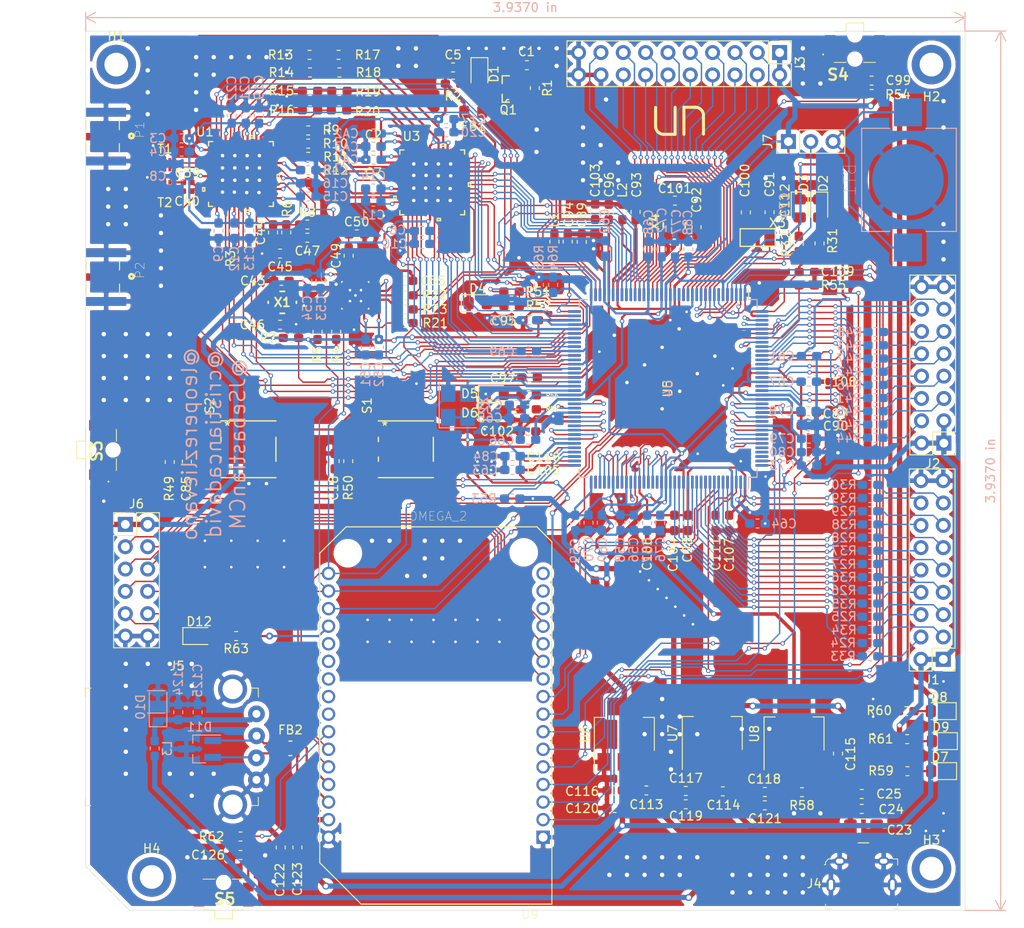
<source format=kicad_pcb>
(kicad_pcb (version 20190421) (host pcbnew "6.0.0-unknown-813de6a~100~ubuntu18.04.1")
  (layers (0 "F.Cu" signal) (31 "B.Cu" signal) (34 "B.Paste" user) (35 "F.Paste" user) (36 "B.SilkS" user) (37 "F.SilkS" user) (38 "B.Mask" user) (39 "F.Mask" user) (44 "Edge.Cuts" user))
  (net 0 "")
  (net 1 "3V3 MCU")
  (net 2 "GND")
  (net 3 "VAA")
  (net 4 "Net-(C39-Pad2)")
  (net 5 "Net-(C39-Pad1)")
  (net 6 "Net-(C40-Pad2)")
  (net 7 "Net-(C40-Pad1)")
  (net 8 "/rf_front_end/XA")
  (net 9 "Net-(C44-Pad2)")
  (net 10 "Net-(C45-Pad2)")
  (net 11 "/rf_front_end/XB")
  (net 12 "/rf_front_end/rf_TUNE")
  (net 13 "Net-(C48-Pad2)")
  (net 14 "/rf_front_end/XTAL")
  (net 15 "Net-(C49-Pad1)")
  (net 16 "3V3 FPGA")
  (net 17 "1V2 FPGA")
  (net 18 "/FPGA/BTN1")
  (net 19 "/FPGA/BTN2")
  (net 20 "/proc/VDDA")
  (net 21 "/proc/OSC32_IN")
  (net 22 "/proc/OSC_IN")
  (net 23 "/proc/OSC32_OUT")
  (net 24 "/proc/OSC_OUT")
  (net 25 "Net-(C110-Pad2)")
  (net 26 "Net-(C111-Pad2)")
  (net 27 "+5V")
  (net 28 "Net-(C124-Pad1)")
  (net 29 "/omega_2/RST_BTN")
  (net 30 "/rf_front_end/REFP")
  (net 31 "/rf_front_end/COM")
  (net 32 "/rf_front_end/REFN")
  (net 33 "Net-(D1-Pad2)")
  (net 34 "Net-(D2-Pad2)")
  (net 35 "Net-(D3-Pad2)")
  (net 36 "Net-(D4-Pad2)")
  (net 37 "Net-(D5-Pad2)")
  (net 38 "Net-(D6-Pad2)")
  (net 39 "Net-(D7-Pad2)")
  (net 40 "Net-(D8-Pad2)")
  (net 41 "Net-(D9-Pad2)")
  (net 42 "Net-(D11-Pad2)")
  (net 43 "Net-(D11-Pad1)")
  (net 44 "Net-(D12-Pad2)")
  (net 45 "Net-(FB1-Pad1)")
  (net 46 "/omega_2/USB_D+")
  (net 47 "/omega_2/USB_D-")
  (net 48 "Net-(J1-Pad16)")
  (net 49 "Net-(J1-Pad15)")
  (net 50 "Net-(J1-Pad14)")
  (net 51 "Net-(J1-Pad13)")
  (net 52 "Net-(J1-Pad12)")
  (net 53 "Net-(J1-Pad11)")
  (net 54 "Net-(J1-Pad10)")
  (net 55 "Net-(J1-Pad9)")
  (net 56 "Net-(J1-Pad8)")
  (net 57 "Net-(J1-Pad7)")
  (net 58 "Net-(J1-Pad6)")
  (net 59 "Net-(J1-Pad5)")
  (net 60 "Net-(J1-Pad4)")
  (net 61 "Net-(J1-Pad3)")
  (net 62 "Net-(J2-Pad12)")
  (net 63 "Net-(J2-Pad11)")
  (net 64 "Net-(J2-Pad10)")
  (net 65 "Net-(J2-Pad9)")
  (net 66 "Net-(J2-Pad8)")
  (net 67 "Net-(J2-Pad7)")
  (net 68 "Net-(J2-Pad6)")
  (net 69 "Net-(J2-Pad5)")
  (net 70 "Net-(J2-Pad4)")
  (net 71 "/proc/GPIO_MCU_15")
  (net 72 "/proc/GPIO_MCU_14")
  (net 73 "/proc/GPIO_MCU_13")
  (net 74 "/proc/GPIO_MCU_12")
  (net 75 "/proc/GPIO_MCU_11")
  (net 76 "/proc/GPIO_MCU_10")
  (net 77 "/proc/GPIO_MCU_9")
  (net 78 "/proc/GPIO_MCU_8")
  (net 79 "/proc/GPIO_MCU_7")
  (net 80 "/proc/GPIO_MCU_6")
  (net 81 "/proc/GPIO_MCU_5")
  (net 82 "/proc/GPIO_MCU_4")
  (net 83 "/proc/GPIO_MCU_3")
  (net 84 "/proc/GPIO_MCU_2")
  (net 85 "/proc/GPIO_MCU_1")
  (net 86 "Net-(J4-Pad2)")
  (net 87 "Net-(J4-Pad4)")
  (net 88 "Net-(J4-Pad3)")
  (net 89 "/omega_2/O_SPI_MISO")
  (net 90 "/omega_2/SER_TX0")
  (net 91 "/omega_2/O_SPI_MOSI")
  (net 92 "/omega_2/SER_RX0")
  (net 93 "/omega_2/O_SPI_CLK")
  (net 94 "I2C_SDA")
  (net 95 "/omega_2/O_SPI_CS1")
  (net 96 "I2C_SCL")
  (net 97 "/omega_2/3V3_OMEG")
  (net 98 "Net-(L2-Pad1)")
  (net 99 "Net-(P1-Pad1)")
  (net 100 "Net-(P2-Pad1)")
  (net 101 "!VAA_ENABLE")
  (net 102 "SPI1_MOSI")
  (net 103 "GPIO_INTR")
  (net 104 "/rf_front_end/IA+")
  (net 105 "/rf_front_end/RXBBI+")
  (net 106 "/rf_front_end/IA-")
  (net 107 "/rf_front_end/RXBBI-")
  (net 108 "/rf_front_end/QA-")
  (net 109 "/rf_front_end/RXBBQ+")
  (net 110 "/rf_front_end/QA+")
  (net 111 "/rf_front_end/RXBBQ-")
  (net 112 "/rf_front_end/TXBBI+")
  (net 113 "/rf_front_end/TXBBI-")
  (net 114 "/rf_front_end/TXBBQ+")
  (net 115 "/rf_front_end/TXBBQ-")
  (net 116 "/rf_front_end/QD+")
  (net 117 "/rf_front_end/QD-")
  (net 118 "/rf_front_end/ID-")
  (net 119 "/rf_front_end/ID+")
  (net 120 "Net-(R21-Pad2)")
  (net 121 "GPIO_CLK")
  (net 122 "Net-(R22-Pad2)")
  (net 123 "GCK0")
  (net 124 "Net-(R23-Pad2)")
  (net 125 "GCK1")
  (net 126 "/FPGA/FPGA_GPIO_01")
  (net 127 "/FPGA/FPGA_GPIO_03")
  (net 128 "/FPGA/FPGA_GPIO_05")
  (net 129 "/FPGA/FPGA_GPIO_07")
  (net 130 "/FPGA/FPGA_GPIO_09")
  (net 131 "/FPGA/FPGA_GPIO_11")
  (net 132 "/FPGA/FPGA_GPIO_13")
  (net 133 "/FPGA/BLK_LED1")
  (net 134 "/FPGA/BLK_LED2")
  (net 135 "/FPGA/FPGA_GPIO_00")
  (net 136 "/FPGA/FPGA_GPIO_02")
  (net 137 "/FPGA/FPGA_GPIO_06")
  (net 138 "/FPGA/FPGA_GPIO_08")
  (net 139 "/FPGA/FPGA_GPIO_10")
  (net 140 "/FPGA/FPGA_GPIO_12")
  (net 141 "/FPGA/FPGA_GPIO_15")
  (net 142 "/FPGA/FPGA_GPIO_17")
  (net 143 "/FPGA/FPGA_GPIO_19")
  (net 144 "/FPGA/FPGA_GPIO_21")
  (net 145 "/FPGA/FPGA_GPIO_14")
  (net 146 "/FPGA/FPGA_GPIO_16")
  (net 147 "/FPGA/FPGA_GPIO_18")
  (net 148 "/FPGA/FPGA_GPIO_20")
  (net 149 "/FPGA/FPGA_GPIO_22")
  (net 150 "/FPGA/DONE")
  (net 151 "/FPGA/PROGRAM_B")
  (net 152 "/proc/LED1")
  (net 153 "/proc/LED2")
  (net 154 "/omega_2/LED")
  (net 155 "Net-(T1-Pad4)")
  (net 156 "Net-(T1-Pad3)")
  (net 157 "rf_RXTX")
  (net 158 "rf_ANTSEL")
  (net 159 "rf_RXHP")
  (net 160 "Net-(U1-Pad34)")
  (net 161 "Net-(U1-Pad29)")
  (net 162 "Net-(U1-Pad23)")
  (net 163 "rf_LD")
  (net 164 "Net-(U1-Pad21)")
  (net 165 "SPI1_SCK")
  (net 166 "rf_RSSI")
  (net 167 "SPI1_CS_RF")
  (net 168 "Net-(U1-Pad14)")
  (net 169 "rf_!SHDN")
  (net 170 "Net-(U1-Pad11)")
  (net 171 "Net-(U1-Pad8)")
  (net 172 "Net-(U1-Pad6)")
  (net 173 "Net-(U1-Pad3)")
  (net 174 "Net-(U2-Pad6)")
  (net 175 "Net-(U2-Pad7)")
  (net 176 "Net-(U2-Pad8)")
  (net 177 "Net-(U2-Pad16)")
  (net 178 "Net-(U2-Pad19)")
  (net 179 "MCU_CLK")
  (net 180 "Net-(U3-Pad38)")
  (net 181 "SPI1_CS_AD")
  (net 182 "adDD9")
  (net 183 "adDD8")
  (net 184 "adDD7")
  (net 185 "adDD6")
  (net 186 "adDD5")
  (net 187 "adDD4")
  (net 188 "adDD3")
  (net 189 "adDD2")
  (net 190 "adDD1")
  (net 191 "adDD0")
  (net 192 "adDA7")
  (net 193 "adDA6")
  (net 194 "adDA5")
  (net 195 "adDA4")
  (net 196 "adDA3")
  (net 197 "adDA2")
  (net 198 "adDA1")
  (net 199 "adDA0")
  (net 200 "Net-(U4-Pad144)")
  (net 201 "Net-(U4-Pad143)")
  (net 202 "Net-(U4-Pad142)")
  (net 203 "Net-(U4-Pad141)")
  (net 204 "Net-(U4-Pad140)")
  (net 205 "FMC_D2")
  (net 206 "FMC_NOE")
  (net 207 "FMC_NWE")
  (net 208 "FMC_NWAIT")
  (net 209 "FMC_NE1")
  (net 210 "FMC_NBL0")
  (net 211 "FMC_NBL1")
  (net 212 "FMC_A19")
  (net 213 "FMC_A21")
  (net 214 "FMC_A22")
  (net 215 "Net-(U4-Pad97)")
  (net 216 "Net-(U4-Pad95)")
  (net 217 "Net-(U4-Pad94)")
  (net 218 "Net-(U4-Pad93)")
  (net 219 "Net-(U4-Pad92)")
  (net 220 "Net-(U4-Pad88)")
  (net 221 "Net-(U4-Pad87)")
  (net 222 "Net-(U4-Pad83)")
  (net 223 "Net-(U4-Pad72)")
  (net 224 "/FPGA/CLK80MHz")
  (net 225 "FMC_D4")
  (net 226 "FMC_D5")
  (net 227 "FMC_D7")
  (net 228 "FMC_D8")
  (net 229 "FMC_D9")
  (net 230 "FMC_D10")
  (net 231 "FMC_D11")
  (net 232 "FMC_D12")
  (net 233 "Net-(U4-Pad38)")
  (net 234 "Net-(U4-Pad35)")
  (net 235 "FMC_D15")
  (net 236 "FMC_A16")
  (net 237 "FMC_A17")
  (net 238 "FMC_A18")
  (net 239 "FMC_D1")
  (net 240 "Net-(U4-Pad21)")
  (net 241 "/FPGA/FPGA_GPIO_04")
  (net 242 "FMC_NL")
  (net 243 "Net-(U5-Pad135)")
  (net 244 "Net-(U5-Pad132)")
  (net 245 "Net-(U5-Pad129)")
  (net 246 "Net-(U5-Pad128)")
  (net 247 "Net-(U5-Pad127)")
  (net 248 "Net-(U5-Pad126)")
  (net 249 "Net-(U5-Pad125)")
  (net 250 "Net-(U5-Pad124)")
  (net 251 "FMC_CLK")
  (net 252 "Net-(U5-Pad116)")
  (net 253 "FMC_D3")
  (net 254 "Net-(U5-Pad113)")
  (net 255 "Net-(U5-Pad112)")
  (net 256 "Net-(U5-Pad111)")
  (net 257 "Net-(U5-Pad104)")
  (net 258 "Net-(U5-Pad103)")
  (net 259 "UART1_TX")
  (net 260 "UART1_RX")
  (net 261 "Net-(U5-Pad100)")
  (net 262 "Net-(U5-Pad99)")
  (net 263 "Net-(U5-Pad98)")
  (net 264 "Net-(U5-Pad97)")
  (net 265 "Net-(U5-Pad96)")
  (net 266 "Net-(U5-Pad93)")
  (net 267 "Net-(U5-Pad92)")
  (net 268 "Net-(U5-Pad91)")
  (net 269 "FMC_A15")
  (net 270 "FMC_A14")
  (net 271 "Net-(U5-Pad88)")
  (net 272 "Net-(U5-Pad87)")
  (net 273 "FMC_D0")
  (net 274 "FMC_D14")
  (net 275 "FMC_D13")
  (net 276 "Net-(U5-Pad76)")
  (net 277 "Net-(U5-Pad75)")
  (net 278 "Net-(U5-Pad74)")
  (net 279 "Net-(U5-Pad73)")
  (net 280 "Net-(U5-Pad70)")
  (net 281 "Net-(U5-Pad69)")
  (net 282 "FMC_D6")
  (net 283 "Net-(U5-Pad55)")
  (net 284 "Net-(U5-Pad54)")
  (net 285 "Net-(U5-Pad45)")
  (net 286 "SPI1_MISO")
  (net 287 "Net-(U5-Pad7)")
  (net 288 "FMC_A20")
  (net 289 "FMC_A23")
  (net 290 "Net-(U9-Pad24)")
  (net 291 "Net-(U9-Pad23)")
  (net 292 "Net-(U9-Pad22)")
  (net 293 "Net-(U9-Pad21)")
  (net 294 "Net-(U9-Pad16)")
  (net 295 "Net-(U9-Pad15)")
  (net 296 "Net-(U9-Pad14)")
  (net 297 "Net-(U5-Pad136)")
  (net 298 "Net-(BT1-Pad1)")
  (net 299 "Net-(C112-Pad1)")
  (net 300 "/OMG_JNRST")
  (net 301 "/BOOT_0")
  (net 302 "/STM_JTDO")
  (net 303 "/OMG_JTCK")
  (net 304 "/OMG_JTMS")
  (net 305 "/FPGA_JTDO")
  (net 306 "/OMG_JTRST")
  (net 307 "/OMG_JTDI")
  (net 308 "Net-(S2-Pad4)")
  (module "lib:TAOGLAS_EMPCB.SMAFSTJ.B.HT" (layer "F.Cu") (at 67.77 66.01 270)
    (fp_text reference "P2" (at -0.77075 -3.84871 90) (layer "F.SilkS") (effects (font (size 1.00096 1.00096) (thickness 0.05))))
    (fp_text value "GSG-RF-CONN" hide)
    (pad "1" smd rect (at 0 0 270) (size 0.85 4.56) (layers "F.Cu" "F.Paste" "F.Mask") (net 100 "Net-(P2-Pad1)"))
    (pad "2" smd rect (at -2.77 0 270) (size 1 4.56) (layers "F.Cu" "F.Paste" "F.Mask") (net 2 "GND"))
    (pad "2" smd rect (at 2.77 0 270) (size 1 4.56) (layers "F.Cu" "F.Paste" "F.Mask") (net 2 "GND"))
    (pad "2" smd rect (at -2.77 0 270) (size 1 4.56) (layers "B.Cu" "B.Paste" "B.Mask") (net 2 "GND"))
    (pad "2" smd rect (at 2.77 0 270) (size 1 4.56) (layers "B.Cu" "B.Paste" "B.Mask") (net 2 "GND"))
  )
  (module "lib:TAOGLAS_EMPCB.SMAFSTJ.B.HT" (layer "F.Cu") (at 67.75 50.04 270)
    (fp_text reference "P1" (at -0.77075 -3.84871 90) (layer "F.SilkS") (effects (font (size 1.00096 1.00096) (thickness 0.05))))
    (fp_text value "GSG-RF-CONN" hide)
    (pad "1" smd rect (at 0 0 270) (size 0.85 4.56) (layers "F.Cu" "F.Paste" "F.Mask") (net 99 "Net-(P1-Pad1)"))
    (pad "2" smd rect (at -2.77 0 270) (size 1 4.56) (layers "F.Cu" "F.Paste" "F.Mask") (net 2 "GND"))
    (pad "2" smd rect (at 2.77 0 270) (size 1 4.56) (layers "F.Cu" "F.Paste" "F.Mask") (net 2 "GND"))
    (pad "2" smd rect (at -2.77 0 270) (size 1 4.56) (layers "B.Cu" "B.Paste" "B.Mask") (net 2 "GND"))
    (pad "2" smd rect (at 2.77 0 270) (size 1 4.56) (layers "B.Cu" "B.Paste" "B.Mask") (net 2 "GND"))
  )
  (module "lib:FSM1LPTR" (layer "F.Cu") (at 79.75 83.35 180)
    (fp_text reference "S2" (at 0.2 2.72 90) (layer "F.SilkS"))
    (fp_text value "FSM1LPTR" hide)
    (fp_text user "*" (at -1.8034 0.381) (layer "F.SilkS"))
    (pad "1" smd rect (at -8.4074 -4.4958 180) (size 1.6002 1.397) (layers "F.Cu" "F.Paste" "F.Mask") (net 18 "/FPGA/BTN1"))
    (pad "3" smd rect (at -8.4074 0 180) (size 1.6002 1.397) (layers "F.Cu" "F.Paste" "F.Mask") (net 16 "3V3 FPGA"))
    (pad "4" smd rect (at 0 0 180) (size 1.6002 1.397) (layers "F.Cu" "F.Paste" "F.Mask") (net 308 "Net-(S2-Pad4)"))
    (pad "5" smd rect (at 0 -2.2479 180) (size 1.6002 1.397) (layers "F.Cu" "F.Paste" "F.Mask") (net 308 "Net-(S2-Pad4)"))
    (pad "2" smd rect (at 0 -4.4958 180) (size 1.6002 1.397) (layers "F.Cu" "F.Paste" "F.Mask") (net 18 "/FPGA/BTN1"))
  )
  (module "lib:FSM1LPTR" (layer "F.Cu") (at 97.65 83.35 180)
    (fp_text reference "S1" (at 0.2 2.72 90) (layer "F.SilkS"))
    (fp_text value "FSM1LPTR" hide)
    (fp_text user "*" (at -1.8034 0.381) (layer "F.SilkS"))
    (pad "1" smd rect (at -8.4074 -4.4958 180) (size 1.6002 1.397) (layers "F.Cu" "F.Paste" "F.Mask") (net 19 "/FPGA/BTN2"))
    (pad "3" smd rect (at -8.4074 0 180) (size 1.6002 1.397) (layers "F.Cu" "F.Paste" "F.Mask") (net 16 "3V3 FPGA"))
    (pad "4" smd rect (at 0 0 180) (size 1.6002 1.397) (layers "F.Cu" "F.Paste" "F.Mask") (net 16 "3V3 FPGA"))
    (pad "5" smd rect (at 0 -2.2479 180) (size 1.6002 1.397) (layers "F.Cu" "F.Paste" "F.Mask") (net 16 "3V3 FPGA"))
    (pad "2" smd rect (at 0 -4.4958 180) (size 1.6002 1.397) (layers "F.Cu" "F.Paste" "F.Mask") (net 19 "/FPGA/BTN2"))
  )
  (module "Connector_PinHeader_2.54mm:PinHeader_1x03_P2.54mm_Vertical" (layer "F.Cu") (at 145.36 50.6 90)
    (fp_text reference "J7" (at 0 -2.33 90) (layer "F.SilkS"))
    (fp_text value "Conn_01x03_Male")
    (pad "3" thru_hole oval (at 0 5.08 90) (size 1.7 1.7) (drill 1) (layers *.Cu *.Mask) (net 298 "Net-(BT1-Pad1)"))
    (pad "2" thru_hole oval (at 0 2.54 90) (size 1.7 1.7) (drill 1) (layers *.Cu *.Mask) (net 299 "Net-(C112-Pad1)"))
    (pad "1" thru_hole rect (at 0 0 90) (size 1.7 1.7) (drill 1) (layers *.Cu *.Mask) (net 1 "3V3 MCU"))
  )
  (module "Resistor_SMD:R_0603_1608Metric_Pad1.05x0.95mm_HandSolder" (layer "B.Cu") (at 116.99 66.9 90)
    (fp_text reference "R65" (at 3.1 0.01 270) (layer "B.SilkS") (effects (justify mirror)))
    (fp_text value "1.5k")
    (pad "2" smd roundrect (at 0.875 0 90) (size 1.05 0.95) (layers "B.Cu" "B.Paste" "B.Mask") (net 2 "GND"))
    (pad "1" smd roundrect (at -0.875 0 90) (size 1.05 0.95) (layers "B.Cu" "B.Paste" "B.Mask") (net 16 "3V3 FPGA"))
  )
  (module "Resistor_SMD:R_0603_1608Metric_Pad1.05x0.95mm_HandSolder" (layer "B.Cu") (at 118.6 66.9 90)
    (fp_text reference "R64" (at 3.1 0 270) (layer "B.SilkS") (effects (justify mirror)))
    (fp_text value "1.5k")
    (pad "2" smd roundrect (at 0.875 0 90) (size 1.05 0.95) (layers "B.Cu" "B.Paste" "B.Mask") (net 2 "GND"))
    (pad "1" smd roundrect (at -0.875 0 90) (size 1.05 0.95) (layers "B.Cu" "B.Paste" "B.Mask") (net 16 "3V3 FPGA"))
  )
  (module "Capacitor_SMD:C_0603_1608Metric_Pad1.05x0.95mm_HandSolder" (layer "B.Cu") (at 115.745 84.51 180)
    (fp_text reference "C66" (at 3 -0.1) (layer "B.SilkS") (effects (justify mirror)))
    (fp_text value "4.7uF")
    (pad "2" smd roundrect (at 0.875 0 180) (size 1.05 0.95) (layers "B.Cu" "B.Paste" "B.Mask") (net 2 "GND"))
    (pad "1" smd roundrect (at -0.875 0 180) (size 1.05 0.95) (layers "B.Cu" "B.Paste" "B.Mask") (net 17 "1V2 FPGA"))
  )
  (module "Capacitor_SMD:C_0603_1608Metric_Pad1.05x0.95mm_HandSolder" (layer "F.Cu") (at 115.745 83.566 180)
    (fp_text reference "C102" (at 3.53 0.02) (layer "F.SilkS"))
    (fp_text value "100nF")
    (pad "2" smd roundrect (at 0.875 0 180) (size 1.05 0.95) (layers "F.Cu" "F.Paste" "F.Mask") (net 2 "GND"))
    (pad "1" smd roundrect (at -0.875 0 180) (size 1.05 0.95) (layers "F.Cu" "F.Paste" "F.Mask") (net 1 "3V3 MCU"))
  )
  (module "Capacitor_SMD:C_0603_1608Metric_Pad1.05x0.95mm_HandSolder" (layer "F.Cu") (at 153.7 124.8)
    (fp_text reference "C25" (at 3.1 0) (layer "F.SilkS"))
    (fp_text value "1nF")
    (pad "2" smd roundrect (at 0.875 0) (size 1.05 0.95) (layers "F.Cu" "F.Paste" "F.Mask") (net 2 "GND"))
    (pad "1" smd roundrect (at -0.875 0) (size 1.05 0.95) (layers "F.Cu" "F.Paste" "F.Mask") (net 27 "+5V"))
  )
  (module "Capacitor_SMD:C_0603_1608Metric_Pad1.05x0.95mm_HandSolder" (layer "F.Cu") (at 153.7 126.5)
    (fp_text reference "C24" (at 3.35 0.05) (layer "F.SilkS"))
    (fp_text value "100nF")
    (pad "2" smd roundrect (at 0.875 0) (size 1.05 0.95) (layers "F.Cu" "F.Paste" "F.Mask") (net 2 "GND"))
    (pad "1" smd roundrect (at -0.875 0) (size 1.05 0.95) (layers "F.Cu" "F.Paste" "F.Mask") (net 27 "+5V"))
  )
  (module "Resistor_SMD:R_1210_3225Metric_Pad1.42x2.65mm_HandSolder" (layer "F.Cu") (at 153.9 129)
    (fp_text reference "C23" (at 4.1 -0.1) (layer "F.SilkS"))
    (fp_text value "220uF")
    (pad "2" smd roundrect (at 1.4875 0) (size 1.425 2.65) (layers "F.Cu" "F.Paste" "F.Mask") (roundrect_rratio 0.175439) (net 2 "GND"))
    (pad "1" smd roundrect (at -1.4875 0) (size 1.425 2.65) (layers "F.Cu" "F.Paste" "F.Mask") (roundrect_rratio 0.175439) (net 27 "+5V"))
  )
  (module "Package_QFP:LQFP-144_20x20mm_P0.5mm" (layer "F.Cu") (at 131.682 78.675 270)
    (fp_text reference "U5" (at 0.025 0.042 90) (layer "F.SilkS"))
    (fp_text value "STM32F722ZET")
    (pad "144" smd roundrect (at -8.75 -10.6625 270) (size 0.3 1.475) (layers "F.Cu" "F.Paste" "F.Mask") (net 1 "3V3 MCU"))
    (pad "143" smd roundrect (at -8.25 -10.6625 270) (size 0.3 1.475) (layers "F.Cu" "F.Paste" "F.Mask") (net 1 "3V3 MCU"))
    (pad "142" smd roundrect (at -7.75 -10.6625 270) (size 0.3 1.475) (layers "F.Cu" "F.Paste" "F.Mask") (net 211 "FMC_NBL1"))
    (pad "141" smd roundrect (at -7.25 -10.6625 270) (size 0.3 1.475) (layers "F.Cu" "F.Paste" "F.Mask") (net 210 "FMC_NBL0"))
    (pad "140" smd roundrect (at -6.75 -10.6625 270) (size 0.3 1.475) (layers "F.Cu" "F.Paste" "F.Mask") (net 94 "I2C_SDA"))
    (pad "139" smd roundrect (at -6.25 -10.6625 270) (size 0.3 1.475) (layers "F.Cu" "F.Paste" "F.Mask") (net 96 "I2C_SCL"))
    (pad "138" smd roundrect (at -5.75 -10.6625 270) (size 0.3 1.475) (layers "F.Cu" "F.Paste" "F.Mask") (net 301 "/BOOT_0"))
    (pad "137" smd roundrect (at -5.25 -10.6625 270) (size 0.3 1.475) (layers "F.Cu" "F.Paste" "F.Mask") (net 242 "FMC_NL"))
    (pad "136" smd roundrect (at -4.75 -10.6625 270) (size 0.3 1.475) (layers "F.Cu" "F.Paste" "F.Mask") (net 297 "Net-(U5-Pad136)"))
    (pad "135" smd roundrect (at -4.25 -10.6625 270) (size 0.3 1.475) (layers "F.Cu" "F.Paste" "F.Mask") (net 243 "Net-(U5-Pad135)"))
    (pad "134" smd roundrect (at -3.75 -10.6625 270) (size 0.3 1.475) (layers "F.Cu" "F.Paste" "F.Mask") (net 306 "/OMG_JTRST"))
    (pad "133" smd roundrect (at -3.25 -10.6625 270) (size 0.3 1.475) (layers "F.Cu" "F.Paste" "F.Mask") (net 302 "/STM_JTDO"))
    (pad "132" smd roundrect (at -2.75 -10.6625 270) (size 0.3 1.475) (layers "F.Cu" "F.Paste" "F.Mask") (net 244 "Net-(U5-Pad132)"))
    (pad "131" smd roundrect (at -2.25 -10.6625 270) (size 0.3 1.475) (layers "F.Cu" "F.Paste" "F.Mask") (net 1 "3V3 MCU"))
    (pad "130" smd roundrect (at -1.75 -10.6625 270) (size 0.3 1.475) (layers "F.Cu" "F.Paste" "F.Mask") (net 2 "GND"))
    (pad "129" smd roundrect (at -1.25 -10.6625 270) (size 0.3 1.475) (layers "F.Cu" "F.Paste" "F.Mask") (net 245 "Net-(U5-Pad129)"))
    (pad "128" smd roundrect (at -0.75 -10.6625 270) (size 0.3 1.475) (layers "F.Cu" "F.Paste" "F.Mask") (net 246 "Net-(U5-Pad128)"))
    (pad "127" smd roundrect (at -0.25 -10.6625 270) (size 0.3 1.475) (layers "F.Cu" "F.Paste" "F.Mask") (net 247 "Net-(U5-Pad127)"))
    (pad "126" smd roundrect (at 0.25 -10.6625 270) (size 0.3 1.475) (layers "F.Cu" "F.Paste" "F.Mask") (net 248 "Net-(U5-Pad126)"))
    (pad "125" smd roundrect (at 0.75 -10.6625 270) (size 0.3 1.475) (layers "F.Cu" "F.Paste" "F.Mask") (net 249 "Net-(U5-Pad125)"))
    (pad "124" smd roundrect (at 1.25 -10.6625 270) (size 0.3 1.475) (layers "F.Cu" "F.Paste" "F.Mask") (net 250 "Net-(U5-Pad124)"))
    (pad "123" smd roundrect (at 1.75 -10.6625 270) (size 0.3 1.475) (layers "F.Cu" "F.Paste" "F.Mask") (net 209 "FMC_NE1"))
    (pad "122" smd roundrect (at 2.25 -10.6625 270) (size 0.3 1.475) (layers "F.Cu" "F.Paste" "F.Mask") (net 208 "FMC_NWAIT"))
    (pad "121" smd roundrect (at 2.75 -10.6625 270) (size 0.3 1.475) (layers "F.Cu" "F.Paste" "F.Mask") (net 1 "3V3 MCU"))
    (pad "120" smd roundrect (at 3.25 -10.6625 270) (size 0.3 1.475) (layers "F.Cu" "F.Paste" "F.Mask") (net 2 "GND"))
    (pad "119" smd roundrect (at 3.75 -10.6625 270) (size 0.3 1.475) (layers "F.Cu" "F.Paste" "F.Mask") (net 207 "FMC_NWE"))
    (pad "118" smd roundrect (at 4.25 -10.6625 270) (size 0.3 1.475) (layers "F.Cu" "F.Paste" "F.Mask") (net 206 "FMC_NOE"))
    (pad "117" smd roundrect (at 4.75 -10.6625 270) (size 0.3 1.475) (layers "F.Cu" "F.Paste" "F.Mask") (net 251 "FMC_CLK"))
    (pad "116" smd roundrect (at 5.25 -10.6625 270) (size 0.3 1.475) (layers "F.Cu" "F.Paste" "F.Mask") (net 252 "Net-(U5-Pad116)"))
    (pad "115" smd roundrect (at 5.75 -10.6625 270) (size 0.3 1.475) (layers "F.Cu" "F.Paste" "F.Mask") (net 253 "FMC_D3"))
    (pad "114" smd roundrect (at 6.25 -10.6625 270) (size 0.3 1.475) (layers "F.Cu" "F.Paste" "F.Mask") (net 205 "FMC_D2"))
    (pad "113" smd roundrect (at 6.75 -10.6625 270) (size 0.3 1.475) (layers "F.Cu" "F.Paste" "F.Mask") (net 254 "Net-(U5-Pad113)"))
    (pad "112" smd roundrect (at 7.25 -10.6625 270) (size 0.3 1.475) (layers "F.Cu" "F.Paste" "F.Mask") (net 255 "Net-(U5-Pad112)"))
    (pad "111" smd roundrect (at 7.75 -10.6625 270) (size 0.3 1.475) (layers "F.Cu" "F.Paste" "F.Mask") (net 256 "Net-(U5-Pad111)"))
    (pad "110" smd roundrect (at 8.25 -10.6625 270) (size 0.3 1.475) (layers "F.Cu" "F.Paste" "F.Mask") (net 307 "/OMG_JTDI"))
    (pad "109" smd roundrect (at 8.75 -10.6625 270) (size 0.3 1.475) (layers "F.Cu" "F.Paste" "F.Mask") (net 303 "/OMG_JTCK"))
    (pad "108" smd roundrect (at 10.6625 -8.75 270) (size 1.475 0.3) (layers "F.Cu" "F.Paste" "F.Mask") (net 1 "3V3 MCU"))
    (pad "107" smd roundrect (at 10.6625 -8.25 270) (size 1.475 0.3) (layers "F.Cu" "F.Paste" "F.Mask") (net 2 "GND"))
    (pad "106" smd roundrect (at 10.6625 -7.75 270) (size 1.475 0.3) (layers "F.Cu" "F.Paste" "F.Mask") (net 26 "Net-(C111-Pad2)"))
    (pad "105" smd roundrect (at 10.6625 -7.25 270) (size 1.475 0.3) (layers "F.Cu" "F.Paste" "F.Mask") (net 304 "/OMG_JTMS"))
    (pad "104" smd roundrect (at 10.6625 -6.75 270) (size 1.475 0.3) (layers "F.Cu" "F.Paste" "F.Mask") (net 257 "Net-(U5-Pad104)"))
    (pad "103" smd roundrect (at 10.6625 -6.25 270) (size 1.475 0.3) (layers "F.Cu" "F.Paste" "F.Mask") (net 258 "Net-(U5-Pad103)"))
    (pad "102" smd roundrect (at 10.6625 -5.75 270) (size 1.475 0.3) (layers "F.Cu" "F.Paste" "F.Mask") (net 259 "UART1_TX"))
    (pad "101" smd roundrect (at 10.6625 -5.25 270) (size 1.475 0.3) (layers "F.Cu" "F.Paste" "F.Mask") (net 260 "UART1_RX"))
    (pad "100" smd roundrect (at 10.6625 -4.75 270) (size 1.475 0.3) (layers "F.Cu" "F.Paste" "F.Mask") (net 261 "Net-(U5-Pad100)"))
    (pad "99" smd roundrect (at 10.6625 -4.25 270) (size 1.475 0.3) (layers "F.Cu" "F.Paste" "F.Mask") (net 262 "Net-(U5-Pad99)"))
    (pad "98" smd roundrect (at 10.6625 -3.75 270) (size 1.475 0.3) (layers "F.Cu" "F.Paste" "F.Mask") (net 263 "Net-(U5-Pad98)"))
    (pad "97" smd roundrect (at 10.6625 -3.25 270) (size 1.475 0.3) (layers "F.Cu" "F.Paste" "F.Mask") (net 264 "Net-(U5-Pad97)"))
    (pad "96" smd roundrect (at 10.6625 -2.75 270) (size 1.475 0.3) (layers "F.Cu" "F.Paste" "F.Mask") (net 265 "Net-(U5-Pad96)"))
    (pad "95" smd roundrect (at 10.6625 -2.25 270) (size 1.475 0.3) (layers "F.Cu" "F.Paste" "F.Mask") (net 1 "3V3 MCU"))
    (pad "94" smd roundrect (at 10.6625 -1.75 270) (size 1.475 0.3) (layers "F.Cu" "F.Paste" "F.Mask") (net 2 "GND"))
    (pad "93" smd roundrect (at 10.6625 -1.25 270) (size 1.475 0.3) (layers "F.Cu" "F.Paste" "F.Mask") (net 266 "Net-(U5-Pad93)"))
    (pad "92" smd roundrect (at 10.6625 -0.75 270) (size 1.475 0.3) (layers "F.Cu" "F.Paste" "F.Mask") (net 267 "Net-(U5-Pad92)"))
    (pad "91" smd roundrect (at 10.6625 -0.25 270) (size 1.475 0.3) (layers "F.Cu" "F.Paste" "F.Mask") (net 268 "Net-(U5-Pad91)"))
    (pad "90" smd roundrect (at 10.6625 0.25 270) (size 1.475 0.3) (layers "F.Cu" "F.Paste" "F.Mask") (net 269 "FMC_A15"))
    (pad "89" smd roundrect (at 10.6625 0.75 270) (size 1.475 0.3) (layers "F.Cu" "F.Paste" "F.Mask") (net 270 "FMC_A14"))
    (pad "88" smd roundrect (at 10.6625 1.25 270) (size 1.475 0.3) (layers "F.Cu" "F.Paste" "F.Mask") (net 271 "Net-(U5-Pad88)"))
    (pad "87" smd roundrect (at 10.6625 1.75 270) (size 1.475 0.3) (layers "F.Cu" "F.Paste" "F.Mask") (net 272 "Net-(U5-Pad87)"))
    (pad "86" smd roundrect (at 10.6625 2.25 270) (size 1.475 0.3) (layers "F.Cu" "F.Paste" "F.Mask") (net 239 "FMC_D1"))
    (pad "85" smd roundrect (at 10.6625 2.75 270) (size 1.475 0.3) (layers "F.Cu" "F.Paste" "F.Mask") (net 273 "FMC_D0"))
    (pad "84" smd roundrect (at 10.6625 3.25 270) (size 1.475 0.3) (layers "F.Cu" "F.Paste" "F.Mask") (net 1 "3V3 MCU"))
    (pad "83" smd roundrect (at 10.6625 3.75 270) (size 1.475 0.3) (layers "F.Cu" "F.Paste" "F.Mask") (net 2 "GND"))
    (pad "82" smd roundrect (at 10.6625 4.25 270) (size 1.475 0.3) (layers "F.Cu" "F.Paste" "F.Mask") (net 238 "FMC_A18"))
    (pad "81" smd roundrect (at 10.6625 4.75 270) (size 1.475 0.3) (layers "F.Cu" "F.Paste" "F.Mask") (net 237 "FMC_A17"))
    (pad "80" smd roundrect (at 10.6625 5.25 270) (size 1.475 0.3) (layers "F.Cu" "F.Paste" "F.Mask") (net 236 "FMC_A16"))
    (pad "79" smd roundrect (at 10.6625 5.75 270) (size 1.475 0.3) (layers "F.Cu" "F.Paste" "F.Mask") (net 235 "FMC_D15"))
    (pad "78" smd roundrect (at 10.6625 6.25 270) (size 1.475 0.3) (layers "F.Cu" "F.Paste" "F.Mask") (net 274 "FMC_D14"))
    (pad "77" smd roundrect (at 10.6625 6.75 270) (size 1.475 0.3) (layers "F.Cu" "F.Paste" "F.Mask") (net 275 "FMC_D13"))
    (pad "76" smd roundrect (at 10.6625 7.25 270) (size 1.475 0.3) (layers "F.Cu" "F.Paste" "F.Mask") (net 276 "Net-(U5-Pad76)"))
    (pad "75" smd roundrect (at 10.6625 7.75 270) (size 1.475 0.3) (layers "F.Cu" "F.Paste" "F.Mask") (net 277 "Net-(U5-Pad75)"))
    (pad "74" smd roundrect (at 10.6625 8.25 270) (size 1.475 0.3) (layers "F.Cu" "F.Paste" "F.Mask") (net 278 "Net-(U5-Pad74)"))
    (pad "73" smd roundrect (at 10.6625 8.75 270) (size 1.475 0.3) (layers "F.Cu" "F.Paste" "F.Mask") (net 279 "Net-(U5-Pad73)"))
    (pad "72" smd roundrect (at 8.75 10.6625 270) (size 0.3 1.475) (layers "F.Cu" "F.Paste" "F.Mask") (net 1 "3V3 MCU"))
    (pad "71" smd roundrect (at 8.25 10.6625 270) (size 0.3 1.475) (layers "F.Cu" "F.Paste" "F.Mask") (net 25 "Net-(C110-Pad2)"))
    (pad "70" smd roundrect (at 7.75 10.6625 270) (size 0.3 1.475) (layers "F.Cu" "F.Paste" "F.Mask") (net 280 "Net-(U5-Pad70)"))
    (pad "69" smd roundrect (at 7.25 10.6625 270) (size 0.3 1.475) (layers "F.Cu" "F.Paste" "F.Mask") (net 281 "Net-(U5-Pad69)"))
    (pad "68" smd roundrect (at 6.75 10.6625 270) (size 0.3 1.475) (layers "F.Cu" "F.Paste" "F.Mask") (net 232 "FMC_D12"))
    (pad "67" smd roundrect (at 6.25 10.6625 270) (size 0.3 1.475) (layers "F.Cu" "F.Paste" "F.Mask") (net 231 "FMC_D11"))
    (pad "66" smd roundrect (at 5.75 10.6625 270) (size 0.3 1.475) (layers "F.Cu" "F.Paste" "F.Mask") (net 230 "FMC_D10"))
    (pad "65" smd roundrect (at 5.25 10.6625 270) (size 0.3 1.475) (layers "F.Cu" "F.Paste" "F.Mask") (net 229 "FMC_D9"))
    (pad "64" smd roundrect (at 4.75 10.6625 270) (size 0.3 1.475) (layers "F.Cu" "F.Paste" "F.Mask") (net 228 "FMC_D8"))
    (pad "63" smd roundrect (at 4.25 10.6625 270) (size 0.3 1.475) (layers "F.Cu" "F.Paste" "F.Mask") (net 227 "FMC_D7"))
    (pad "62" smd roundrect (at 3.75 10.6625 270) (size 0.3 1.475) (layers "F.Cu" "F.Paste" "F.Mask") (net 1 "3V3 MCU"))
    (pad "61" smd roundrect (at 3.25 10.6625 270) (size 0.3 1.475) (layers "F.Cu" "F.Paste" "F.Mask") (net 2 "GND"))
    (pad "60" smd roundrect (at 2.75 10.6625 270) (size 0.3 1.475) (layers "F.Cu" "F.Paste" "F.Mask") (net 282 "FMC_D6"))
    (pad "59" smd roundrect (at 2.25 10.6625 270) (size 0.3 1.475) (layers "F.Cu" "F.Paste" "F.Mask") (net 226 "FMC_D5"))
    (pad "58" smd roundrect (at 1.75 10.6625 270) (size 0.3 1.475) (layers "F.Cu" "F.Paste" "F.Mask") (net 225 "FMC_D4"))
    (pad "57" smd roundrect (at 1.25 10.6625 270) (size 0.3 1.475) (layers "F.Cu" "F.Paste" "F.Mask") (net 153 "/proc/LED2"))
    (pad "56" smd roundrect (at 0.75 10.6625 270) (size 0.3 1.475) (layers "F.Cu" "F.Paste" "F.Mask") (net 152 "/proc/LED1"))
    (pad "55" smd roundrect (at 0.25 10.6625 270) (size 0.3 1.475) (layers "F.Cu" "F.Paste" "F.Mask") (net 283 "Net-(U5-Pad55)"))
    (pad "54" smd roundrect (at -0.25 10.6625 270) (size 0.3 1.475) (layers "F.Cu" "F.Paste" "F.Mask") (net 284 "Net-(U5-Pad54)"))
    (pad "53" smd roundrect (at -0.75 10.6625 270) (size 0.3 1.475) (layers "F.Cu" "F.Paste" "F.Mask") (net 169 "rf_!SHDN"))
    (pad "52" smd roundrect (at -1.25 10.6625 270) (size 0.3 1.475) (layers "F.Cu" "F.Paste" "F.Mask") (net 1 "3V3 MCU"))
    (pad "51" smd roundrect (at -1.75 10.6625 270) (size 0.3 1.475) (layers "F.Cu" "F.Paste" "F.Mask") (net 2 "GND"))
    (pad "50" smd roundrect (at -2.25 10.6625 270) (size 0.3 1.475) (layers "F.Cu" "F.Paste" "F.Mask") (net 103 "GPIO_INTR"))
    (pad "49" smd roundrect (at -2.75 10.6625 270) (size 0.3 1.475) (layers "F.Cu" "F.Paste" "F.Mask") (net 179 "MCU_CLK"))
    (pad "48" smd roundrect (at -3.25 10.6625 270) (size 0.3 1.475) (layers "F.Cu" "F.Paste" "F.Mask") (net 121 "GPIO_CLK"))
    (pad "47" smd roundrect (at -3.75 10.6625 270) (size 0.3 1.475) (layers "F.Cu" "F.Paste" "F.Mask") (net 166 "rf_RSSI"))
    (pad "46" smd roundrect (at -4.25 10.6625 270) (size 0.3 1.475) (layers "F.Cu" "F.Paste" "F.Mask") (net 163 "rf_LD"))
    (pad "45" smd roundrect (at -4.75 10.6625 270) (size 0.3 1.475) (layers "F.Cu" "F.Paste" "F.Mask") (net 285 "Net-(U5-Pad45)"))
    (pad "44" smd roundrect (at -5.25 10.6625 270) (size 0.3 1.475) (layers "F.Cu" "F.Paste" "F.Mask") (net 167 "SPI1_CS_RF"))
    (pad "43" smd roundrect (at -5.75 10.6625 270) (size 0.3 1.475) (layers "F.Cu" "F.Paste" "F.Mask") (net 102 "SPI1_MOSI"))
    (pad "42" smd roundrect (at -6.25 10.6625 270) (size 0.3 1.475) (layers "F.Cu" "F.Paste" "F.Mask") (net 286 "SPI1_MISO"))
    (pad "41" smd roundrect (at -6.75 10.6625 270) (size 0.3 1.475) (layers "F.Cu" "F.Paste" "F.Mask") (net 165 "SPI1_SCK"))
    (pad "40" smd roundrect (at -7.25 10.6625 270) (size 0.3 1.475) (layers "F.Cu" "F.Paste" "F.Mask") (net 181 "SPI1_CS_AD"))
    (pad "39" smd roundrect (at -7.75 10.6625 270) (size 0.3 1.475) (layers "F.Cu" "F.Paste" "F.Mask") (net 1 "3V3 MCU"))
    (pad "38" smd roundrect (at -8.25 10.6625 270) (size 0.3 1.475) (layers "F.Cu" "F.Paste" "F.Mask") (net 2 "GND"))
    (pad "37" smd roundrect (at -8.75 10.6625 270) (size 0.3 1.475) (layers "F.Cu" "F.Paste" "F.Mask") (net 159 "rf_RXHP"))
    (pad "36" smd roundrect (at -10.6625 8.75 270) (size 1.475 0.3) (layers "F.Cu" "F.Paste" "F.Mask") (net 158 "rf_ANTSEL"))
    (pad "35" smd roundrect (at -10.6625 8.25 270) (size 1.475 0.3) (layers "F.Cu" "F.Paste" "F.Mask") (net 157 "rf_RXTX"))
    (pad "34" smd roundrect (at -10.6625 7.75 270) (size 1.475 0.3) (layers "F.Cu" "F.Paste" "F.Mask") (net 101 "!VAA_ENABLE"))
    (pad "33" smd roundrect (at -10.6625 7.25 270) (size 1.475 0.3) (layers "F.Cu" "F.Paste" "F.Mask") (net 20 "/proc/VDDA"))
    (pad "32" smd roundrect (at -10.6625 6.75 270) (size 1.475 0.3) (layers "F.Cu" "F.Paste" "F.Mask") (net 1 "3V3 MCU"))
    (pad "31" smd roundrect (at -10.6625 6.25 270) (size 1.475 0.3) (layers "F.Cu" "F.Paste" "F.Mask") (net 98 "Net-(L2-Pad1)"))
    (pad "30" smd roundrect (at -10.6625 5.75 270) (size 1.475 0.3) (layers "F.Cu" "F.Paste" "F.Mask") (net 1 "3V3 MCU"))
    (pad "29" smd roundrect (at -10.6625 5.25 270) (size 1.475 0.3) (layers "F.Cu" "F.Paste" "F.Mask") (net 71 "/proc/GPIO_MCU_15"))
    (pad "28" smd roundrect (at -10.6625 4.75 270) (size 1.475 0.3) (layers "F.Cu" "F.Paste" "F.Mask") (net 72 "/proc/GPIO_MCU_14"))
    (pad "27" smd roundrect (at -10.6625 4.25 270) (size 1.475 0.3) (layers "F.Cu" "F.Paste" "F.Mask") (net 73 "/proc/GPIO_MCU_13"))
    (pad "26" smd roundrect (at -10.6625 3.75 270) (size 1.475 0.3) (layers "F.Cu" "F.Paste" "F.Mask") (net 74 "/proc/GPIO_MCU_12"))
    (pad "25" smd roundrect (at -10.6625 3.25 270) (size 1.475 0.3) (layers "F.Cu" "F.Paste" "F.Mask") (net 300 "/OMG_JNRST"))
    (pad "24" smd roundrect (at -10.6625 2.75 270) (size 1.475 0.3) (layers "F.Cu" "F.Paste" "F.Mask") (net 24 "/proc/OSC_OUT"))
    (pad "23" smd roundrect (at -10.6625 2.25 270) (size 1.475 0.3) (layers "F.Cu" "F.Paste" "F.Mask") (net 22 "/proc/OSC_IN"))
    (pad "22" smd roundrect (at -10.6625 1.75 270) (size 1.475 0.3) (layers "F.Cu" "F.Paste" "F.Mask") (net 75 "/proc/GPIO_MCU_11"))
    (pad "21" smd roundrect (at -10.6625 1.25 270) (size 1.475 0.3) (layers "F.Cu" "F.Paste" "F.Mask") (net 76 "/proc/GPIO_MCU_10"))
    (pad "20" smd roundrect (at -10.6625 0.75 270) (size 1.475 0.3) (layers "F.Cu" "F.Paste" "F.Mask") (net 77 "/proc/GPIO_MCU_9"))
    (pad "19" smd roundrect (at -10.6625 0.25 270) (size 1.475 0.3) (layers "F.Cu" "F.Paste" "F.Mask") (net 78 "/proc/GPIO_MCU_8"))
    (pad "18" smd roundrect (at -10.6625 -0.25 270) (size 1.475 0.3) (layers "F.Cu" "F.Paste" "F.Mask") (net 79 "/proc/GPIO_MCU_7"))
    (pad "17" smd roundrect (at -10.6625 -0.75 270) (size 1.475 0.3) (layers "F.Cu" "F.Paste" "F.Mask") (net 1 "3V3 MCU"))
    (pad "16" smd roundrect (at -10.6625 -1.25 270) (size 1.475 0.3) (layers "F.Cu" "F.Paste" "F.Mask") (net 2 "GND"))
    (pad "15" smd roundrect (at -10.6625 -1.75 270) (size 1.475 0.3) (layers "F.Cu" "F.Paste" "F.Mask") (net 80 "/proc/GPIO_MCU_6"))
    (pad "14" smd roundrect (at -10.6625 -2.25 270) (size 1.475 0.3) (layers "F.Cu" "F.Paste" "F.Mask") (net 81 "/proc/GPIO_MCU_5"))
    (pad "13" smd roundrect (at -10.6625 -2.75 270) (size 1.475 0.3) (layers "F.Cu" "F.Paste" "F.Mask") (net 82 "/proc/GPIO_MCU_4"))
    (pad "12" smd roundrect (at -10.6625 -3.25 270) (size 1.475 0.3) (layers "F.Cu" "F.Paste" "F.Mask") (net 83 "/proc/GPIO_MCU_3"))
    (pad "11" smd roundrect (at -10.6625 -3.75 270) (size 1.475 0.3) (layers "F.Cu" "F.Paste" "F.Mask") (net 84 "/proc/GPIO_MCU_2"))
    (pad "10" smd roundrect (at -10.6625 -4.25 270) (size 1.475 0.3) (layers "F.Cu" "F.Paste" "F.Mask") (net 85 "/proc/GPIO_MCU_1"))
    (pad "9" smd roundrect (at -10.6625 -4.75 270) (size 1.475 0.3) (layers "F.Cu" "F.Paste" "F.Mask") (net 23 "/proc/OSC32_OUT"))
    (pad "8" smd roundrect (at -10.6625 -5.25 270) (size 1.475 0.3) (layers "F.Cu" "F.Paste" "F.Mask") (net 21 "/proc/OSC32_IN"))
    (pad "7" smd roundrect (at -10.6625 -5.75 270) (size 1.475 0.3) (layers "F.Cu" "F.Paste" "F.Mask") (net 287 "Net-(U5-Pad7)"))
    (pad "6" smd roundrect (at -10.6625 -6.25 270) (size 1.475 0.3) (layers "F.Cu" "F.Paste" "F.Mask") (net 299 "Net-(C112-Pad1)"))
    (pad "5" smd roundrect (at -10.6625 -6.75 270) (size 1.475 0.3) (layers "F.Cu" "F.Paste" "F.Mask") (net 214 "FMC_A22"))
    (pad "4" smd roundrect (at -10.6625 -7.25 270) (size 1.475 0.3) (layers "F.Cu" "F.Paste" "F.Mask") (net 213 "FMC_A21"))
    (pad "3" smd roundrect (at -10.6625 -7.75 270) (size 1.475 0.3) (layers "F.Cu" "F.Paste" "F.Mask") (net 288 "FMC_A20"))
    (pad "2" smd roundrect (at -10.6625 -8.25 270) (size 1.475 0.3) (layers "F.Cu" "F.Paste" "F.Mask") (net 212 "FMC_A19"))
    (pad "1" smd roundrect (at -10.6625 -8.75 270) (size 1.475 0.3) (layers "F.Cu" "F.Paste" "F.Mask") (net 289 "FMC_A23"))
  )
  (module "Package_QFP:LQFP-144_20x20mm_P0.5mm" (layer "B.Cu") (at 131.682 78.675 90)
    (fp_text reference "U4" (at -0.004999 0.001001 90) (layer "B.SilkS") (effects (justify mirror)))
    (fp_text value "XC6SLX9-2TQG144C")
    (pad "144" smd roundrect (at -8.75 10.6625 90) (size 0.3 1.475) (layers "B.Cu" "B.Paste" "B.Mask") (net 200 "Net-(U4-Pad144)"))
    (pad "143" smd roundrect (at -8.25 10.6625 90) (size 0.3 1.475) (layers "B.Cu" "B.Paste" "B.Mask") (net 201 "Net-(U4-Pad143)"))
    (pad "142" smd roundrect (at -7.75 10.6625 90) (size 0.3 1.475) (layers "B.Cu" "B.Paste" "B.Mask") (net 202 "Net-(U4-Pad142)"))
    (pad "141" smd roundrect (at -7.25 10.6625 90) (size 0.3 1.475) (layers "B.Cu" "B.Paste" "B.Mask") (net 203 "Net-(U4-Pad141)"))
    (pad "140" smd roundrect (at -6.75 10.6625 90) (size 0.3 1.475) (layers "B.Cu" "B.Paste" "B.Mask") (net 204 "Net-(U4-Pad140)"))
    (pad "139" smd roundrect (at -6.25 10.6625 90) (size 0.3 1.475) (layers "B.Cu" "B.Paste" "B.Mask") (net 205 "FMC_D2"))
    (pad "138" smd roundrect (at -5.75 10.6625 90) (size 0.3 1.475) (layers "B.Cu" "B.Paste" "B.Mask") (net 253 "FMC_D3"))
    (pad "137" smd roundrect (at -5.25 10.6625 90) (size 0.3 1.475) (layers "B.Cu" "B.Paste" "B.Mask") (net 251 "FMC_CLK"))
    (pad "136" smd roundrect (at -4.75 10.6625 90) (size 0.3 1.475) (layers "B.Cu" "B.Paste" "B.Mask") (net 2 "GND"))
    (pad "135" smd roundrect (at -4.25 10.6625 90) (size 0.3 1.475) (layers "B.Cu" "B.Paste" "B.Mask") (net 16 "3V3 FPGA"))
    (pad "134" smd roundrect (at -3.75 10.6625 90) (size 0.3 1.475) (layers "B.Cu" "B.Paste" "B.Mask") (net 206 "FMC_NOE"))
    (pad "133" smd roundrect (at -3.25 10.6625 90) (size 0.3 1.475) (layers "B.Cu" "B.Paste" "B.Mask") (net 207 "FMC_NWE"))
    (pad "132" smd roundrect (at -2.75 10.6625 90) (size 0.3 1.475) (layers "B.Cu" "B.Paste" "B.Mask") (net 208 "FMC_NWAIT"))
    (pad "131" smd roundrect (at -2.25 10.6625 90) (size 0.3 1.475) (layers "B.Cu" "B.Paste" "B.Mask") (net 209 "FMC_NE1"))
    (pad "130" smd roundrect (at -1.75 10.6625 90) (size 0.3 1.475) (layers "B.Cu" "B.Paste" "B.Mask") (net 2 "GND"))
    (pad "129" smd roundrect (at -1.25 10.6625 90) (size 0.3 1.475) (layers "B.Cu" "B.Paste" "B.Mask") (net 16 "3V3 FPGA"))
    (pad "128" smd roundrect (at -0.75 10.6625 90) (size 0.3 1.475) (layers "B.Cu" "B.Paste" "B.Mask") (net 17 "1V2 FPGA"))
    (pad "127" smd roundrect (at -0.25 10.6625 90) (size 0.3 1.475) (layers "B.Cu" "B.Paste" "B.Mask") (net 145 "/FPGA/FPGA_GPIO_14"))
    (pad "126" smd roundrect (at 0.25 10.6625 90) (size 0.3 1.475) (layers "B.Cu" "B.Paste" "B.Mask") (net 141 "/FPGA/FPGA_GPIO_15"))
    (pad "125" smd roundrect (at 0.75 10.6625 90) (size 0.3 1.475) (layers "B.Cu" "B.Paste" "B.Mask") (net 16 "3V3 FPGA"))
    (pad "124" smd roundrect (at 1.25 10.6625 90) (size 0.3 1.475) (layers "B.Cu" "B.Paste" "B.Mask") (net 146 "/FPGA/FPGA_GPIO_16"))
    (pad "123" smd roundrect (at 1.75 10.6625 90) (size 0.3 1.475) (layers "B.Cu" "B.Paste" "B.Mask") (net 142 "/FPGA/FPGA_GPIO_17"))
    (pad "122" smd roundrect (at 2.25 10.6625 90) (size 0.3 1.475) (layers "B.Cu" "B.Paste" "B.Mask") (net 16 "3V3 FPGA"))
    (pad "121" smd roundrect (at 2.75 10.6625 90) (size 0.3 1.475) (layers "B.Cu" "B.Paste" "B.Mask") (net 147 "/FPGA/FPGA_GPIO_18"))
    (pad "120" smd roundrect (at 3.25 10.6625 90) (size 0.3 1.475) (layers "B.Cu" "B.Paste" "B.Mask") (net 143 "/FPGA/FPGA_GPIO_19"))
    (pad "119" smd roundrect (at 3.75 10.6625 90) (size 0.3 1.475) (layers "B.Cu" "B.Paste" "B.Mask") (net 148 "/FPGA/FPGA_GPIO_20"))
    (pad "118" smd roundrect (at 4.25 10.6625 90) (size 0.3 1.475) (layers "B.Cu" "B.Paste" "B.Mask") (net 144 "/FPGA/FPGA_GPIO_21"))
    (pad "117" smd roundrect (at 4.75 10.6625 90) (size 0.3 1.475) (layers "B.Cu" "B.Paste" "B.Mask") (net 149 "/FPGA/FPGA_GPIO_22"))
    (pad "116" smd roundrect (at 5.25 10.6625 90) (size 0.3 1.475) (layers "B.Cu" "B.Paste" "B.Mask") (net 242 "FMC_NL"))
    (pad "115" smd roundrect (at 5.75 10.6625 90) (size 0.3 1.475) (layers "B.Cu" "B.Paste" "B.Mask") (net 96 "I2C_SCL"))
    (pad "114" smd roundrect (at 6.25 10.6625 90) (size 0.3 1.475) (layers "B.Cu" "B.Paste" "B.Mask") (net 94 "I2C_SDA"))
    (pad "113" smd roundrect (at 6.75 10.6625 90) (size 0.3 1.475) (layers "B.Cu" "B.Paste" "B.Mask") (net 2 "GND"))
    (pad "112" smd roundrect (at 7.25 10.6625 90) (size 0.3 1.475) (layers "B.Cu" "B.Paste" "B.Mask") (net 210 "FMC_NBL0"))
    (pad "111" smd roundrect (at 7.75 10.6625 90) (size 0.3 1.475) (layers "B.Cu" "B.Paste" "B.Mask") (net 211 "FMC_NBL1"))
    (pad "110" smd roundrect (at 8.25 10.6625 90) (size 0.3 1.475) (layers "B.Cu" "B.Paste" "B.Mask") (net 302 "/STM_JTDO"))
    (pad "109" smd roundrect (at 8.75 10.6625 90) (size 0.3 1.475) (layers "B.Cu" "B.Paste" "B.Mask") (net 303 "/OMG_JTCK"))
    (pad "108" smd roundrect (at 10.6625 8.75 90) (size 1.475 0.3) (layers "B.Cu" "B.Paste" "B.Mask") (net 2 "GND"))
    (pad "107" smd roundrect (at 10.6625 8.25 90) (size 1.475 0.3) (layers "B.Cu" "B.Paste" "B.Mask") (net 304 "/OMG_JTMS"))
    (pad "106" smd roundrect (at 10.6625 7.75 90) (size 1.475 0.3) (layers "B.Cu" "B.Paste" "B.Mask") (net 305 "/FPGA_JTDO"))
    (pad "105" smd roundrect (at 10.6625 7.25 90) (size 1.475 0.3) (layers "B.Cu" "B.Paste" "B.Mask") (net 133 "/FPGA/BLK_LED1"))
    (pad "104" smd roundrect (at 10.6625 6.75 90) (size 1.475 0.3) (layers "B.Cu" "B.Paste" "B.Mask") (net 134 "/FPGA/BLK_LED2"))
    (pad "103" smd roundrect (at 10.6625 6.25 90) (size 1.475 0.3) (layers "B.Cu" "B.Paste" "B.Mask") (net 16 "3V3 FPGA"))
    (pad "102" smd roundrect (at 10.6625 5.75 90) (size 1.475 0.3) (layers "B.Cu" "B.Paste" "B.Mask") (net 289 "FMC_A23"))
    (pad "101" smd roundrect (at 10.6625 5.25 90) (size 1.475 0.3) (layers "B.Cu" "B.Paste" "B.Mask") (net 212 "FMC_A19"))
    (pad "100" smd roundrect (at 10.6625 4.75 90) (size 1.475 0.3) (layers "B.Cu" "B.Paste" "B.Mask") (net 288 "FMC_A20"))
    (pad "99" smd roundrect (at 10.6625 4.25 90) (size 1.475 0.3) (layers "B.Cu" "B.Paste" "B.Mask") (net 213 "FMC_A21"))
    (pad "98" smd roundrect (at 10.6625 3.75 90) (size 1.475 0.3) (layers "B.Cu" "B.Paste" "B.Mask") (net 214 "FMC_A22"))
    (pad "97" smd roundrect (at 10.6625 3.25 90) (size 1.475 0.3) (layers "B.Cu" "B.Paste" "B.Mask") (net 215 "Net-(U4-Pad97)"))
    (pad "96" smd roundrect (at 10.6625 2.75 90) (size 1.475 0.3) (layers "B.Cu" "B.Paste" "B.Mask") (net 2 "GND"))
    (pad "95" smd roundrect (at 10.6625 2.25 90) (size 1.475 0.3) (layers "B.Cu" "B.Paste" "B.Mask") (net 216 "Net-(U4-Pad95)"))
    (pad "94" smd roundrect (at 10.6625 1.75 90) (size 1.475 0.3) (layers "B.Cu" "B.Paste" "B.Mask") (net 217 "Net-(U4-Pad94)"))
    (pad "93" smd roundrect (at 10.6625 1.25 90) (size 1.475 0.3) (layers "B.Cu" "B.Paste" "B.Mask") (net 218 "Net-(U4-Pad93)"))
    (pad "92" smd roundrect (at 10.6625 0.75 90) (size 1.475 0.3) (layers "B.Cu" "B.Paste" "B.Mask") (net 219 "Net-(U4-Pad92)"))
    (pad "91" smd roundrect (at 10.6625 0.25 90) (size 1.475 0.3) (layers "B.Cu" "B.Paste" "B.Mask") (net 2 "GND"))
    (pad "90" smd roundrect (at 10.6625 -0.25 90) (size 1.475 0.3) (layers "B.Cu" "B.Paste" "B.Mask") (net 16 "3V3 FPGA"))
    (pad "89" smd roundrect (at 10.6625 -0.75 90) (size 1.475 0.3) (layers "B.Cu" "B.Paste" "B.Mask") (net 17 "1V2 FPGA"))
    (pad "88" smd roundrect (at 10.6625 -1.25 90) (size 1.475 0.3) (layers "B.Cu" "B.Paste" "B.Mask") (net 220 "Net-(U4-Pad88)"))
    (pad "87" smd roundrect (at 10.6625 -1.75 90) (size 1.475 0.3) (layers "B.Cu" "B.Paste" "B.Mask") (net 221 "Net-(U4-Pad87)"))
    (pad "86" smd roundrect (at 10.6625 -2.25 90) (size 1.475 0.3) (layers "B.Cu" "B.Paste" "B.Mask") (net 16 "3V3 FPGA"))
    (pad "85" smd roundrect (at 10.6625 -2.75 90) (size 1.475 0.3) (layers "B.Cu" "B.Paste" "B.Mask") (net 125 "GCK1"))
    (pad "84" smd roundrect (at 10.6625 -3.25 90) (size 1.475 0.3) (layers "B.Cu" "B.Paste" "B.Mask") (net 123 "GCK0"))
    (pad "83" smd roundrect (at 10.6625 -3.75 90) (size 1.475 0.3) (layers "B.Cu" "B.Paste" "B.Mask") (net 222 "Net-(U4-Pad83)"))
    (pad "82" smd roundrect (at 10.6625 -4.25 90) (size 1.475 0.3) (layers "B.Cu" "B.Paste" "B.Mask") (net 182 "adDD9"))
    (pad "81" smd roundrect (at 10.6625 -4.75 90) (size 1.475 0.3) (layers "B.Cu" "B.Paste" "B.Mask") (net 183 "adDD8"))
    (pad "80" smd roundrect (at 10.6625 -5.25 90) (size 1.475 0.3) (layers "B.Cu" "B.Paste" "B.Mask") (net 184 "adDD7"))
    (pad "79" smd roundrect (at 10.6625 -5.75 90) (size 1.475 0.3) (layers "B.Cu" "B.Paste" "B.Mask") (net 185 "adDD6"))
    (pad "78" smd roundrect (at 10.6625 -6.25 90) (size 1.475 0.3) (layers "B.Cu" "B.Paste" "B.Mask") (net 186 "adDD5"))
    (pad "77" smd roundrect (at 10.6625 -6.75 90) (size 1.475 0.3) (layers "B.Cu" "B.Paste" "B.Mask") (net 2 "GND"))
    (pad "76" smd roundrect (at 10.6625 -7.25 90) (size 1.475 0.3) (layers "B.Cu" "B.Paste" "B.Mask") (net 16 "3V3 FPGA"))
    (pad "75" smd roundrect (at 10.6625 -7.75 90) (size 1.475 0.3) (layers "B.Cu" "B.Paste" "B.Mask") (net 187 "adDD4"))
    (pad "74" smd roundrect (at 10.6625 -8.25 90) (size 1.475 0.3) (layers "B.Cu" "B.Paste" "B.Mask") (net 188 "adDD3"))
    (pad "73" smd roundrect (at 10.6625 -8.75 90) (size 1.475 0.3) (layers "B.Cu" "B.Paste" "B.Mask") (net 2 "GND"))
    (pad "72" smd roundrect (at 8.75 -10.6625 90) (size 0.3 1.475) (layers "B.Cu" "B.Paste" "B.Mask") (net 223 "Net-(U4-Pad72)"))
    (pad "71" smd roundrect (at 8.25 -10.6625 90) (size 0.3 1.475) (layers "B.Cu" "B.Paste" "B.Mask") (net 150 "/FPGA/DONE"))
    (pad "70" smd roundrect (at 7.75 -10.6625 90) (size 0.3 1.475) (layers "B.Cu" "B.Paste" "B.Mask") (net 189 "adDD2"))
    (pad "69" smd roundrect (at 7.25 -10.6625 90) (size 0.3 1.475) (layers "B.Cu" "B.Paste" "B.Mask") (net 16 "3V3 FPGA"))
    (pad "68" smd roundrect (at 6.75 -10.6625 90) (size 0.3 1.475) (layers "B.Cu" "B.Paste" "B.Mask") (net 2 "GND"))
    (pad "67" smd roundrect (at 6.25 -10.6625 90) (size 0.3 1.475) (layers "B.Cu" "B.Paste" "B.Mask") (net 190 "adDD1"))
    (pad "66" smd roundrect (at 5.75 -10.6625 90) (size 0.3 1.475) (layers "B.Cu" "B.Paste" "B.Mask") (net 191 "adDD0"))
    (pad "65" smd roundrect (at 5.25 -10.6625 90) (size 0.3 1.475) (layers "B.Cu" "B.Paste" "B.Mask") (net 192 "adDA7"))
    (pad "64" smd roundrect (at 4.75 -10.6625 90) (size 0.3 1.475) (layers "B.Cu" "B.Paste" "B.Mask") (net 193 "adDA6"))
    (pad "63" smd roundrect (at 4.25 -10.6625 90) (size 0.3 1.475) (layers "B.Cu" "B.Paste" "B.Mask") (net 16 "3V3 FPGA"))
    (pad "62" smd roundrect (at 3.75 -10.6625 90) (size 0.3 1.475) (layers "B.Cu" "B.Paste" "B.Mask") (net 194 "adDA5"))
    (pad "61" smd roundrect (at 3.25 -10.6625 90) (size 0.3 1.475) (layers "B.Cu" "B.Paste" "B.Mask") (net 195 "adDA4"))
    (pad "60" smd roundrect (at 2.75 -10.6625 90) (size 0.3 1.475) (layers "B.Cu" "B.Paste" "B.Mask") (net 16 "3V3 FPGA"))
    (pad "59" smd roundrect (at 2.25 -10.6625 90) (size 0.3 1.475) (layers "B.Cu" "B.Paste" "B.Mask") (net 196 "adDA3"))
    (pad "58" smd roundrect (at 1.75 -10.6625 90) (size 0.3 1.475) (layers "B.Cu" "B.Paste" "B.Mask") (net 197 "adDA2"))
    (pad "57" smd roundrect (at 1.25 -10.6625 90) (size 0.3 1.475) (layers "B.Cu" "B.Paste" "B.Mask") (net 198 "adDA1"))
    (pad "56" smd roundrect (at 0.75 -10.6625 90) (size 0.3 1.475) (layers "B.Cu" "B.Paste" "B.Mask") (net 199 "adDA0"))
    (pad "55" smd roundrect (at 0.25 -10.6625 90) (size 0.3 1.475) (layers "B.Cu" "B.Paste" "B.Mask") (net 224 "/FPGA/CLK80MHz"))
    (pad "54" smd roundrect (at -0.25 -10.6625 90) (size 0.3 1.475) (layers "B.Cu" "B.Paste" "B.Mask") (net 2 "GND"))
    (pad "53" smd roundrect (at -0.75 -10.6625 90) (size 0.3 1.475) (layers "B.Cu" "B.Paste" "B.Mask") (net 16 "3V3 FPGA"))
    (pad "52" smd roundrect (at -1.25 -10.6625 90) (size 0.3 1.475) (layers "B.Cu" "B.Paste" "B.Mask") (net 17 "1V2 FPGA"))
    (pad "51" smd roundrect (at -1.75 -10.6625 90) (size 0.3 1.475) (layers "B.Cu" "B.Paste" "B.Mask") (net 225 "FMC_D4"))
    (pad "50" smd roundrect (at -2.25 -10.6625 90) (size 0.3 1.475) (layers "B.Cu" "B.Paste" "B.Mask") (net 226 "FMC_D5"))
    (pad "49" smd roundrect (at -2.75 -10.6625 90) (size 0.3 1.475) (layers "B.Cu" "B.Paste" "B.Mask") (net 2 "GND"))
    (pad "48" smd roundrect (at -3.25 -10.6625 90) (size 0.3 1.475) (layers "B.Cu" "B.Paste" "B.Mask") (net 282 "FMC_D6"))
    (pad "47" smd roundrect (at -3.75 -10.6625 90) (size 0.3 1.475) (layers "B.Cu" "B.Paste" "B.Mask") (net 227 "FMC_D7"))
    (pad "46" smd roundrect (at -4.25 -10.6625 90) (size 0.3 1.475) (layers "B.Cu" "B.Paste" "B.Mask") (net 228 "FMC_D8"))
    (pad "45" smd roundrect (at -4.75 -10.6625 90) (size 0.3 1.475) (layers "B.Cu" "B.Paste" "B.Mask") (net 229 "FMC_D9"))
    (pad "44" smd roundrect (at -5.25 -10.6625 90) (size 0.3 1.475) (layers "B.Cu" "B.Paste" "B.Mask") (net 230 "FMC_D10"))
    (pad "43" smd roundrect (at -5.75 -10.6625 90) (size 0.3 1.475) (layers "B.Cu" "B.Paste" "B.Mask") (net 231 "FMC_D11"))
    (pad "42" smd roundrect (at -6.25 -10.6625 90) (size 0.3 1.475) (layers "B.Cu" "B.Paste" "B.Mask") (net 16 "3V3 FPGA"))
    (pad "41" smd roundrect (at -6.75 -10.6625 90) (size 0.3 1.475) (layers "B.Cu" "B.Paste" "B.Mask") (net 232 "FMC_D12"))
    (pad "40" smd roundrect (at -7.25 -10.6625 90) (size 0.3 1.475) (layers "B.Cu" "B.Paste" "B.Mask") (net 19 "/FPGA/BTN2"))
    (pad "39" smd roundrect (at -7.75 -10.6625 90) (size 0.3 1.475) (layers "B.Cu" "B.Paste" "B.Mask") (net 18 "/FPGA/BTN1"))
    (pad "38" smd roundrect (at -8.25 -10.6625 90) (size 0.3 1.475) (layers "B.Cu" "B.Paste" "B.Mask") (net 233 "Net-(U4-Pad38)"))
    (pad "37" smd roundrect (at -8.75 -10.6625 90) (size 0.3 1.475) (layers "B.Cu" "B.Paste" "B.Mask") (net 151 "/FPGA/PROGRAM_B"))
    (pad "36" smd roundrect (at -10.6625 -8.75 90) (size 1.475 0.3) (layers "B.Cu" "B.Paste" "B.Mask") (net 16 "3V3 FPGA"))
    (pad "35" smd roundrect (at -10.6625 -8.25 90) (size 1.475 0.3) (layers "B.Cu" "B.Paste" "B.Mask") (net 234 "Net-(U4-Pad35)"))
    (pad "34" smd roundrect (at -10.6625 -7.75 90) (size 1.475 0.3) (layers "B.Cu" "B.Paste" "B.Mask") (net 275 "FMC_D13"))
    (pad "33" smd roundrect (at -10.6625 -7.25 90) (size 1.475 0.3) (layers "B.Cu" "B.Paste" "B.Mask") (net 274 "FMC_D14"))
    (pad "32" smd roundrect (at -10.6625 -6.75 90) (size 1.475 0.3) (layers "B.Cu" "B.Paste" "B.Mask") (net 235 "FMC_D15"))
    (pad "31" smd roundrect (at -10.6625 -6.25 90) (size 1.475 0.3) (layers "B.Cu" "B.Paste" "B.Mask") (net 16 "3V3 FPGA"))
    (pad "30" smd roundrect (at -10.6625 -5.75 90) (size 1.475 0.3) (layers "B.Cu" "B.Paste" "B.Mask") (net 236 "FMC_A16"))
    (pad "29" smd roundrect (at -10.6625 -5.25 90) (size 1.475 0.3) (layers "B.Cu" "B.Paste" "B.Mask") (net 237 "FMC_A17"))
    (pad "28" smd roundrect (at -10.6625 -4.75 90) (size 1.475 0.3) (layers "B.Cu" "B.Paste" "B.Mask") (net 17 "1V2 FPGA"))
    (pad "27" smd roundrect (at -10.6625 -4.25 90) (size 1.475 0.3) (layers "B.Cu" "B.Paste" "B.Mask") (net 238 "FMC_A18"))
    (pad "26" smd roundrect (at -10.6625 -3.75 90) (size 1.475 0.3) (layers "B.Cu" "B.Paste" "B.Mask") (net 273 "FMC_D0"))
    (pad "25" smd roundrect (at -10.6625 -3.25 90) (size 1.475 0.3) (layers "B.Cu" "B.Paste" "B.Mask") (net 2 "GND"))
    (pad "24" smd roundrect (at -10.6625 -2.75 90) (size 1.475 0.3) (layers "B.Cu" "B.Paste" "B.Mask") (net 239 "FMC_D1"))
    (pad "23" smd roundrect (at -10.6625 -2.25 90) (size 1.475 0.3) (layers "B.Cu" "B.Paste" "B.Mask") (net 270 "FMC_A14"))
    (pad "22" smd roundrect (at -10.6625 -1.75 90) (size 1.475 0.3) (layers "B.Cu" "B.Paste" "B.Mask") (net 269 "FMC_A15"))
    (pad "21" smd roundrect (at -10.6625 -1.25 90) (size 1.475 0.3) (layers "B.Cu" "B.Paste" "B.Mask") (net 240 "Net-(U4-Pad21)"))
    (pad "20" smd roundrect (at -10.6625 -0.75 90) (size 1.475 0.3) (layers "B.Cu" "B.Paste" "B.Mask") (net 16 "3V3 FPGA"))
    (pad "19" smd roundrect (at -10.6625 -0.25 90) (size 1.475 0.3) (layers "B.Cu" "B.Paste" "B.Mask") (net 17 "1V2 FPGA"))
    (pad "18" smd roundrect (at -10.6625 0.25 90) (size 1.475 0.3) (layers "B.Cu" "B.Paste" "B.Mask") (net 16 "3V3 FPGA"))
    (pad "17" smd roundrect (at -10.6625 0.75 90) (size 1.475 0.3) (layers "B.Cu" "B.Paste" "B.Mask") (net 135 "/FPGA/FPGA_GPIO_00"))
    (pad "16" smd roundrect (at -10.6625 1.25 90) (size 1.475 0.3) (layers "B.Cu" "B.Paste" "B.Mask") (net 126 "/FPGA/FPGA_GPIO_01"))
    (pad "15" smd roundrect (at -10.6625 1.75 90) (size 1.475 0.3) (layers "B.Cu" "B.Paste" "B.Mask") (net 136 "/FPGA/FPGA_GPIO_02"))
    (pad "14" smd roundrect (at -10.6625 2.25 90) (size 1.475 0.3) (layers "B.Cu" "B.Paste" "B.Mask") (net 127 "/FPGA/FPGA_GPIO_03"))
    (pad "13" smd roundrect (at -10.6625 2.75 90) (size 1.475 0.3) (layers "B.Cu" "B.Paste" "B.Mask") (net 2 "GND"))
    (pad "12" smd roundrect (at -10.6625 3.25 90) (size 1.475 0.3) (layers "B.Cu" "B.Paste" "B.Mask") (net 241 "/FPGA/FPGA_GPIO_04"))
    (pad "11" smd roundrect (at -10.6625 3.75 90) (size 1.475 0.3) (layers "B.Cu" "B.Paste" "B.Mask") (net 128 "/FPGA/FPGA_GPIO_05"))
    (pad "10" smd roundrect (at -10.6625 4.25 90) (size 1.475 0.3) (layers "B.Cu" "B.Paste" "B.Mask") (net 137 "/FPGA/FPGA_GPIO_06"))
    (pad "9" smd roundrect (at -10.6625 4.75 90) (size 1.475 0.3) (layers "B.Cu" "B.Paste" "B.Mask") (net 129 "/FPGA/FPGA_GPIO_07"))
    (pad "8" smd roundrect (at -10.6625 5.25 90) (size 1.475 0.3) (layers "B.Cu" "B.Paste" "B.Mask") (net 138 "/FPGA/FPGA_GPIO_08"))
    (pad "7" smd roundrect (at -10.6625 5.75 90) (size 1.475 0.3) (layers "B.Cu" "B.Paste" "B.Mask") (net 130 "/FPGA/FPGA_GPIO_09"))
    (pad "6" smd roundrect (at -10.6625 6.25 90) (size 1.475 0.3) (layers "B.Cu" "B.Paste" "B.Mask") (net 139 "/FPGA/FPGA_GPIO_10"))
    (pad "5" smd roundrect (at -10.6625 6.75 90) (size 1.475 0.3) (layers "B.Cu" "B.Paste" "B.Mask") (net 131 "/FPGA/FPGA_GPIO_11"))
    (pad "4" smd roundrect (at -10.6625 7.25 90) (size 1.475 0.3) (layers "B.Cu" "B.Paste" "B.Mask") (net 16 "3V3 FPGA"))
    (pad "3" smd roundrect (at -10.6625 7.75 90) (size 1.475 0.3) (layers "B.Cu" "B.Paste" "B.Mask") (net 2 "GND"))
    (pad "2" smd roundrect (at -10.6625 8.25 90) (size 1.475 0.3) (layers "B.Cu" "B.Paste" "B.Mask") (net 140 "/FPGA/FPGA_GPIO_12"))
    (pad "1" smd roundrect (at -10.6625 8.75 90) (size 1.475 0.3) (layers "B.Cu" "B.Paste" "B.Mask") (net 132 "/FPGA/FPGA_GPIO_13"))
  )
  (module "OMEGA2_:OMEGA2_PADS" (layer "F.Cu") (at 105.26 115.87 180)
    (fp_text reference "U9" (at -10.7102 -22.6356) (layer "F.SilkS") (effects (font (size 1.00002 1.00002) (thickness 0.05))))
    (fp_text value "OMEGA_2" (at -0.24 22.6573) (layer "F.SilkS") (effects (font (size 1.00187 1.00187) (thickness 0.05))))
    (pad "Hole" np_thru_hole circle (at -10 18.55 180) (size 2.25 2.25) (drill 2.25) (layers *.Cu *.Mask "F.SilkS"))
    (pad "Hole" np_thru_hole circle (at 10 18.45 180) (size 2.25 2.25) (drill 2.25) (layers *.Cu *.Mask "F.SilkS"))
    (pad "32" thru_hole circle (at 12.2 -13.85 180) (size 1.523 1.523) (drill 1.015) (layers *.Cu *.Mask) (net 2 "GND"))
    (pad "31" thru_hole circle (at 12.2 -11.85 180) (size 1.523 1.523) (drill 1.015) (layers *.Cu *.Mask) (net 1 "3V3 MCU"))
    (pad "30" thru_hole circle (at 12.2 -9.85 180) (size 1.523 1.523) (drill 1.015) (layers *.Cu *.Mask) (net 46 "/omega_2/USB_D+"))
    (pad "29" thru_hole circle (at 12.2 -7.85 180) (size 1.523 1.523) (drill 1.015) (layers *.Cu *.Mask) (net 47 "/omega_2/USB_D-"))
    (pad "28" thru_hole circle (at 12.2 -5.85 180) (size 1.523 1.523) (drill 1.015) (layers *.Cu *.Mask) (net 92 "/omega_2/SER_RX0"))
    (pad "27" thru_hole circle (at 12.2 -3.85 180) (size 1.523 1.523) (drill 1.015) (layers *.Cu *.Mask) (net 90 "/omega_2/SER_TX0"))
    (pad "26" thru_hole circle (at 12.2 -1.85 180) (size 1.523 1.523) (drill 1.015) (layers *.Cu *.Mask) (net 29 "/omega_2/RST_BTN"))
    (pad "25" thru_hole circle (at 12.2 0.15 180) (size 1.523 1.523) (drill 1.015) (layers *.Cu *.Mask) (net 97 "/omega_2/3V3_OMEG"))
    (pad "24" thru_hole circle (at 12.2 2.15 180) (size 1.523 1.523) (drill 1.015) (layers *.Cu *.Mask) (net 290 "Net-(U9-Pad24)"))
    (pad "23" thru_hole circle (at 12.2 4.15 180) (size 1.523 1.523) (drill 1.015) (layers *.Cu *.Mask) (net 291 "Net-(U9-Pad23)"))
    (pad "22" thru_hole circle (at 12.2 6.15 180) (size 1.523 1.523) (drill 1.015) (layers *.Cu *.Mask) (net 292 "Net-(U9-Pad22)"))
    (pad "21" thru_hole circle (at 12.2 8.15 180) (size 1.523 1.523) (drill 1.015) (layers *.Cu *.Mask) (net 293 "Net-(U9-Pad21)"))
    (pad "20" thru_hole circle (at 12.2 10.15 180) (size 1.523 1.523) (drill 1.015) (layers *.Cu *.Mask) (net 154 "/omega_2/LED"))
    (pad "19" thru_hole circle (at 12.2 12.15 180) (size 1.523 1.523) (drill 1.015) (layers *.Cu *.Mask) (net 301 "/BOOT_0"))
    (pad "18" thru_hole circle (at 12.2 14.15 180) (size 1.523 1.523) (drill 1.015) (layers *.Cu *.Mask) (net 96 "I2C_SCL"))
    (pad "17" thru_hole circle (at 12.2 16.15 180) (size 1.523 1.523) (drill 1.015) (layers *.Cu *.Mask) (net 94 "I2C_SDA"))
    (pad "16" thru_hole circle (at -12.2 16.15 180) (size 1.523 1.523) (drill 1.015) (layers *.Cu *.Mask) (net 294 "Net-(U9-Pad16)"))
    (pad "15" thru_hole circle (at -12.2 14.15 180) (size 1.523 1.523) (drill 1.015) (layers *.Cu *.Mask) (net 295 "Net-(U9-Pad15)"))
    (pad "14" thru_hole circle (at -12.2 12.15 180) (size 1.523 1.523) (drill 1.015) (layers *.Cu *.Mask) (net 296 "Net-(U9-Pad14)"))
    (pad "13" thru_hole circle (at -12.2 10.15 180) (size 1.523 1.523) (drill 1.015) (layers *.Cu *.Mask) (net 95 "/omega_2/O_SPI_CS1"))
    (pad "12" thru_hole circle (at -12.2 8.15 180) (size 1.523 1.523) (drill 1.015) (layers *.Cu *.Mask) (net 93 "/omega_2/O_SPI_CLK"))
    (pad "11" thru_hole circle (at -12.2 6.15 180) (size 1.523 1.523) (drill 1.015) (layers *.Cu *.Mask) (net 91 "/omega_2/O_SPI_MOSI"))
    (pad "10" thru_hole circle (at -12.2 4.15 180) (size 1.523 1.523) (drill 1.015) (layers *.Cu *.Mask) (net 89 "/omega_2/O_SPI_MISO"))
    (pad "9" thru_hole circle (at -12.2 2.15 180) (size 1.523 1.523) (drill 1.015) (layers *.Cu *.Mask) (net 259 "UART1_TX"))
    (pad "8" thru_hole circle (at -12.2 0.15 180) (size 1.523 1.523) (drill 1.015) (layers *.Cu *.Mask) (net 260 "UART1_RX"))
    (pad "7" thru_hole circle (at -12.2 -1.85 180) (size 1.523 1.523) (drill 1.015) (layers *.Cu *.Mask) (net 300 "/OMG_JNRST"))
    (pad "6" thru_hole circle (at -12.2 -3.85 180) (size 1.523 1.523) (drill 1.015) (layers *.Cu *.Mask) (net 306 "/OMG_JTRST"))
    (pad "5" thru_hole circle (at -12.2 -5.85 180) (size 1.523 1.523) (drill 1.015) (layers *.Cu *.Mask) (net 305 "/FPGA_JTDO"))
    (pad "4" thru_hole circle (at -12.2 -7.85 180) (size 1.523 1.523) (drill 1.015) (layers *.Cu *.Mask) (net 307 "/OMG_JTDI"))
    (pad "3" thru_hole circle (at -12.2 -9.85 180) (size 1.523 1.523) (drill 1.015) (layers *.Cu *.Mask) (net 303 "/OMG_JTCK"))
    (pad "2" thru_hole circle (at -12.2 -11.85 180) (size 1.523 1.523) (drill 1.015) (layers *.Cu *.Mask) (net 304 "/OMG_JTMS"))
    (pad "1" thru_hole rect (at -12.2 -13.85 180) (size 1.523 1.523) (drill 1.015) (layers *.Cu *.Mask) (net 2 "GND"))
  )
  (module "lib:USB_A_Female_UE27AC54100" (layer "F.Cu") (at 82.15 119.44 270)
    (fp_text reference "J5" (at -9.2 6.3 180) (layer "F.SilkS"))
    (fp_text value "USB_A")
    (pad "4" thru_hole circle (at 3.75 -2.71 270) (size 1.9 1.9) (drill 0.9) (layers *.Cu *.Mask) (net 2 "GND"))
    (pad "3" thru_hole circle (at 1.25 -2.7 270) (size 1.9 1.9) (drill 0.9) (layers *.Cu *.Mask) (net 42 "Net-(D11-Pad2)"))
    (pad "2" thru_hole circle (at -1.25 -2.725 270) (size 1.9 1.9) (drill 0.9) (layers *.Cu *.Mask) (net 43 "Net-(D11-Pad1)"))
    (pad "1" thru_hole circle (at -3.75 -2.71 270) (size 1.9 1.9) (drill 0.9) (layers *.Cu *.Mask) (net 28 "Net-(C124-Pad1)"))
    (pad "5" thru_hole circle (at 6.57 0 270) (size 3.3 3.3) (drill 2.3) (layers *.Cu *.Mask) (net 2 "GND"))
    (pad "5" thru_hole circle (at -6.57 0 270) (size 3.3 3.3) (drill 2.3) (layers *.Cu *.Mask) (net 2 "GND"))
  )
  (module "Resistor_SMD:R_0603_1608Metric_Pad1.05x0.95mm_HandSolder" (layer "F.Cu") (at 95.3 86.95 90)
    (fp_text reference "R50" (at -3.02 0 90) (layer "F.SilkS"))
    (fp_text value "10k")
    (pad "2" smd roundrect (at 0.875 0 90) (size 1.05 0.95) (layers "F.Cu" "F.Paste" "F.Mask") (net 2 "GND"))
    (pad "1" smd roundrect (at -0.875 0 90) (size 1.05 0.95) (layers "F.Cu" "F.Paste" "F.Mask") (net 19 "/FPGA/BTN2"))
  )
  (module "Capacitor_SMD:C_0603_1608Metric_Pad1.05x0.95mm_HandSolder" (layer "F.Cu") (at 93.75 86.95 90)
    (fp_text reference "C18" (at -3.07 -0.11 90) (layer "F.SilkS"))
    (fp_text value "100nF")
    (pad "2" smd roundrect (at 0.875 0 90) (size 1.05 0.95) (layers "F.Cu" "F.Paste" "F.Mask") (net 2 "GND"))
    (pad "1" smd roundrect (at -0.875 0 90) (size 1.05 0.95) (layers "F.Cu" "F.Paste" "F.Mask") (net 19 "/FPGA/BTN2"))
  )
  (module "LED_SMD:LED_0805_2012Metric_Pad1.15x1.40mm_HandSolder" (layer "F.Cu") (at 162.625 122.2 180)
    (fp_text reference "D7" (at 0.025 1.6) (layer "F.SilkS"))
    (fp_text value "LED_RED")
    (pad "2" smd roundrect (at 1.025 0 180) (size 1.15 1.4) (layers "F.Cu" "F.Paste" "F.Mask") (roundrect_rratio 0.217391) (net 39 "Net-(D7-Pad2)"))
    (pad "1" smd roundrect (at -1.025 0 180) (size 1.15 1.4) (layers "F.Cu" "F.Paste" "F.Mask") (roundrect_rratio 0.217391) (net 2 "GND"))
  )
  (module "Capacitor_SMD:C_0603_1608Metric_Pad1.05x0.95mm_HandSolder" (layer "F.Cu") (at 107.22 42.17)
    (fp_text reference "C5" (at 0 -1.43) (layer "F.SilkS"))
    (fp_text value "10uF")
    (pad "2" smd roundrect (at 0.875 0) (size 1.05 0.95) (layers "F.Cu" "F.Paste" "F.Mask") (net 2 "GND"))
    (pad "1" smd roundrect (at -0.875 0) (size 1.05 0.95) (layers "F.Cu" "F.Paste" "F.Mask") (net 3 "VAA"))
  )
  (module "Capacitor_SMD:C_0402_1005Metric" (layer "F.Cu") (at 77.05 56.24 180)
    (fp_text reference "C40" (at 0.08 -1.15) (layer "F.SilkS"))
    (fp_text value "0")
    (pad "2" smd roundrect (at 0.485 0 180) (size 0.59 0.64) (layers "F.Cu" "F.Paste" "F.Mask") (net 6 "Net-(C40-Pad2)"))
    (pad "1" smd roundrect (at -0.485 0 180) (size 0.59 0.64) (layers "F.Cu" "F.Paste" "F.Mask") (net 7 "Net-(C40-Pad1)"))
  )
  (module "Capacitor_SMD:C_0402_1005Metric" (layer "F.Cu") (at 77.05 55.24 180)
    (fp_text reference "C39" (at 0.05 1.07) (layer "F.SilkS"))
    (fp_text value "0")
    (pad "2" smd roundrect (at 0.485 0 180) (size 0.59 0.64) (layers "F.Cu" "F.Paste" "F.Mask") (net 4 "Net-(C39-Pad2)"))
    (pad "1" smd roundrect (at -0.485 0 180) (size 0.59 0.64) (layers "F.Cu" "F.Paste" "F.Mask") (net 5 "Net-(C39-Pad1)"))
  )
  (module "Capacitor_SMD:C_0603_1608Metric_Pad1.05x0.95mm_HandSolder" (layer "B.Cu") (at 82.05 47.64 90)
    (fp_text reference "C22" (at 3.1 0 270) (layer "B.SilkS") (effects (justify mirror)))
    (fp_text value "100pF")
    (pad "2" smd roundrect (at 0.875 0 90) (size 1.05 0.95) (layers "B.Cu" "B.Paste" "B.Mask") (net 2 "GND"))
    (pad "1" smd roundrect (at -0.875 0 90) (size 1.05 0.95) (layers "B.Cu" "B.Paste" "B.Mask") (net 3 "VAA"))
  )
  (module "Capacitor_SMD:C_0603_1608Metric_Pad1.05x0.95mm_HandSolder" (layer "B.Cu") (at 83.65 47.64 90)
    (fp_text reference "C21" (at 3.1 -0.1 270) (layer "B.SilkS") (effects (justify mirror)))
    (fp_text value "10nF")
    (pad "2" smd roundrect (at 0.875 0 90) (size 1.05 0.95) (layers "B.Cu" "B.Paste" "B.Mask") (net 2 "GND"))
    (pad "1" smd roundrect (at -0.875 0 90) (size 1.05 0.95) (layers "B.Cu" "B.Paste" "B.Mask") (net 3 "VAA"))
  )
  (module "Capacitor_SMD:C_0603_1608Metric_Pad1.05x0.95mm_HandSolder" (layer "B.Cu") (at 85.15 47.64 90)
    (fp_text reference "C19" (at 3.2 0 270) (layer "B.SilkS") (effects (justify mirror)))
    (fp_text value "10nF")
    (pad "2" smd roundrect (at 0.875 0 90) (size 1.05 0.95) (layers "B.Cu" "B.Paste" "B.Mask") (net 2 "GND"))
    (pad "1" smd roundrect (at -0.875 0 90) (size 1.05 0.95) (layers "B.Cu" "B.Paste" "B.Mask") (net 3 "VAA"))
  )
  (module "Capacitor_SMD:C_0603_1608Metric_Pad1.05x0.95mm_HandSolder" (layer "B.Cu") (at 90.75 55.35)
    (fp_text reference "C16" (at 3.1 0) (layer "B.SilkS") (effects (justify mirror)))
    (fp_text value "10nF")
    (pad "2" smd roundrect (at 0.875 0) (size 1.05 0.95) (layers "B.Cu" "B.Paste" "B.Mask") (net 2 "GND"))
    (pad "1" smd roundrect (at -0.875 0) (size 1.05 0.95) (layers "B.Cu" "B.Paste" "B.Mask") (net 3 "VAA"))
  )
  (module "Capacitor_SMD:C_0603_1608Metric_Pad1.05x0.95mm_HandSolder" (layer "B.Cu") (at 90.75 56.85)
    (fp_text reference "C15" (at 3.1 0) (layer "B.SilkS") (effects (justify mirror)))
    (fp_text value "10nF")
    (pad "2" smd roundrect (at 0.875 0) (size 1.05 0.95) (layers "B.Cu" "B.Paste" "B.Mask") (net 2 "GND"))
    (pad "1" smd roundrect (at -0.875 0) (size 1.05 0.95) (layers "B.Cu" "B.Paste" "B.Mask") (net 3 "VAA"))
  )
  (module "Capacitor_SMD:C_0603_1608Metric_Pad1.05x0.95mm_HandSolder" (layer "B.Cu") (at 84.05 60.74 270)
    (fp_text reference "C13" (at 3.1 0 90) (layer "B.SilkS") (effects (justify mirror)))
    (fp_text value "10nF")
    (pad "2" smd roundrect (at 0.875 0 270) (size 1.05 0.95) (layers "B.Cu" "B.Paste" "B.Mask") (net 2 "GND"))
    (pad "1" smd roundrect (at -0.875 0 270) (size 1.05 0.95) (layers "B.Cu" "B.Paste" "B.Mask") (net 3 "VAA"))
  )
  (module "Capacitor_SMD:C_0603_1608Metric_Pad1.05x0.95mm_HandSolder" (layer "B.Cu") (at 82.35 60.74 270)
    (fp_text reference "C12" (at 3.2 0 270) (layer "B.SilkS") (effects (justify mirror)))
    (fp_text value "100pF")
    (pad "2" smd roundrect (at 0.875 0 270) (size 1.05 0.95) (layers "B.Cu" "B.Paste" "B.Mask") (net 2 "GND"))
    (pad "1" smd roundrect (at -0.875 0 270) (size 1.05 0.95) (layers "B.Cu" "B.Paste" "B.Mask") (net 3 "VAA"))
  )
  (module "Capacitor_SMD:C_0603_1608Metric_Pad1.05x0.95mm_HandSolder" (layer "B.Cu") (at 80.55 60.74 270)
    (fp_text reference "C9" (at 2.6 0 270) (layer "B.SilkS") (effects (justify mirror)))
    (fp_text value "100pF")
    (pad "2" smd roundrect (at 0.875 0 270) (size 1.05 0.95) (layers "B.Cu" "B.Paste" "B.Mask") (net 2 "GND"))
    (pad "1" smd roundrect (at -0.875 0 270) (size 1.05 0.95) (layers "B.Cu" "B.Paste" "B.Mask") (net 3 "VAA"))
  )
  (module "Capacitor_SMD:C_0603_1608Metric_Pad1.05x0.95mm_HandSolder" (layer "B.Cu") (at 76.35 54.54 180)
    (fp_text reference "C8" (at 2.7 0) (layer "B.SilkS") (effects (justify mirror)))
    (fp_text value "100pF")
    (pad "2" smd roundrect (at 0.875 0 180) (size 1.05 0.95) (layers "B.Cu" "B.Paste" "B.Mask") (net 2 "GND"))
    (pad "1" smd roundrect (at -0.875 0 180) (size 1.05 0.95) (layers "B.Cu" "B.Paste" "B.Mask") (net 3 "VAA"))
  )
  (module "Capacitor_SMD:C_0603_1608Metric_Pad1.05x0.95mm_HandSolder" (layer "B.Cu") (at 76.35 51.74 180)
    (fp_text reference "C4" (at 2.7 0) (layer "B.SilkS") (effects (justify mirror)))
    (fp_text value "10uF")
    (pad "2" smd roundrect (at 0.875 0 180) (size 1.05 0.95) (layers "B.Cu" "B.Paste" "B.Mask") (net 2 "GND"))
    (pad "1" smd roundrect (at -0.875 0 180) (size 1.05 0.95) (layers "B.Cu" "B.Paste" "B.Mask") (net 3 "VAA"))
  )
  (module "Capacitor_SMD:C_0603_1608Metric_Pad1.05x0.95mm_HandSolder" (layer "B.Cu") (at 147.705 85.92)
    (fp_text reference "C80" (at -3.07 0.01) (layer "B.SilkS") (effects (justify mirror)))
    (fp_text value "0.47uF")
    (pad "2" smd roundrect (at 0.875 0) (size 1.05 0.95) (layers "B.Cu" "B.Paste" "B.Mask") (net 2 "GND"))
    (pad "1" smd roundrect (at -0.875 0) (size 1.05 0.95) (layers "B.Cu" "B.Paste" "B.Mask") (net 16 "3V3 FPGA"))
  )
  (module "Capacitor_SMD:C_0603_1608Metric_Pad1.05x0.95mm_HandSolder" (layer "B.Cu") (at 147.705 84.39)
    (fp_text reference "C79" (at -3.06 0.01) (layer "B.SilkS") (effects (justify mirror)))
    (fp_text value "4.7uF")
    (pad "2" smd roundrect (at 0.875 0) (size 1.05 0.95) (layers "B.Cu" "B.Paste" "B.Mask") (net 2 "GND"))
    (pad "1" smd roundrect (at -0.875 0) (size 1.05 0.95) (layers "B.Cu" "B.Paste" "B.Mask") (net 16 "3V3 FPGA"))
  )
  (module "Capacitor_SMD:C_0603_1608Metric_Pad1.05x0.95mm_HandSolder" (layer "B.Cu") (at 147.625 81.24)
    (fp_text reference "C78" (at -3.07 0.01) (layer "B.SilkS") (effects (justify mirror)))
    (fp_text value "0.47uF")
    (pad "2" smd roundrect (at 0.875 0) (size 1.05 0.95) (layers "B.Cu" "B.Paste" "B.Mask") (net 2 "GND"))
    (pad "1" smd roundrect (at -0.875 0) (size 1.05 0.95) (layers "B.Cu" "B.Paste" "B.Mask") (net 17 "1V2 FPGA"))
  )
  (module "Capacitor_SMD:C_0603_1608Metric_Pad1.05x0.95mm_HandSolder" (layer "B.Cu") (at 132.47 62.85 90)
    (fp_text reference "C77" (at 3.12 0.15 270) (layer "B.SilkS") (effects (justify mirror)))
    (fp_text value "4.7uF")
    (pad "2" smd roundrect (at 0.875 0 90) (size 1.05 0.95) (layers "B.Cu" "B.Paste" "B.Mask") (net 2 "GND"))
    (pad "1" smd roundrect (at -0.875 0 90) (size 1.05 0.95) (layers "B.Cu" "B.Paste" "B.Mask") (net 16 "3V3 FPGA"))
  )
  (module "Capacitor_SMD:C_0603_1608Metric_Pad1.05x0.95mm_HandSolder" (layer "B.Cu") (at 130.78 93.965 270)
    (fp_text reference "C76" (at 3.035 -0.04 90) (layer "B.SilkS") (effects (justify mirror)))
    (fp_text value "0.47uF")
    (pad "2" smd roundrect (at 0.875 0 270) (size 1.05 0.95) (layers "B.Cu" "B.Paste" "B.Mask") (net 2 "GND"))
    (pad "1" smd roundrect (at -0.875 0 270) (size 1.05 0.95) (layers "B.Cu" "B.Paste" "B.Mask") (net 16 "3V3 FPGA"))
  )
  (module "Capacitor_SMD:C_0603_1608Metric_Pad1.05x0.95mm_HandSolder" (layer "B.Cu") (at 115.85 70.92 180)
    (fp_text reference "C75" (at 3.09 -0.03) (layer "B.SilkS") (effects (justify mirror)))
    (fp_text value "0.47uF")
    (pad "2" smd roundrect (at 0.875 0 180) (size 1.05 0.95) (layers "B.Cu" "B.Paste" "B.Mask") (net 2 "GND"))
    (pad "1" smd roundrect (at -0.875 0 180) (size 1.05 0.95) (layers "B.Cu" "B.Paste" "B.Mask") (net 16 "3V3 FPGA"))
  )
  (module "Capacitor_SMD:C_0603_1608Metric_Pad1.05x0.95mm_HandSolder" (layer "B.Cu") (at 144.86 60.91 90)
    (fp_text reference "C74" (at 3.08 0.04 90) (layer "B.SilkS") (effects (justify mirror)))
    (fp_text value "0.47uF")
    (pad "2" smd roundrect (at 0.875 0 90) (size 1.05 0.95) (layers "B.Cu" "B.Paste" "B.Mask") (net 2 "GND"))
    (pad "1" smd roundrect (at -0.875 0 90) (size 1.05 0.95) (layers "B.Cu" "B.Paste" "B.Mask") (net 16 "3V3 FPGA"))
  )
  (module "Capacitor_SMD:C_0603_1608Metric_Pad1.05x0.95mm_HandSolder" (layer "B.Cu") (at 147.715 87.45)
    (fp_text reference "C73" (at -3.07 0) (layer "B.SilkS") (effects (justify mirror)))
    (fp_text value "0.47uF")
    (pad "2" smd roundrect (at 0.875 0) (size 1.05 0.95) (layers "B.Cu" "B.Paste" "B.Mask") (net 2 "GND"))
    (pad "1" smd roundrect (at -0.875 0) (size 1.05 0.95) (layers "B.Cu" "B.Paste" "B.Mask") (net 16 "3V3 FPGA"))
  )
  (module "Capacitor_SMD:C_0603_1608Metric_Pad1.05x0.95mm_HandSolder" (layer "B.Cu") (at 130.95 62.84 90)
    (fp_text reference "C72" (at 3.29 0.03 90) (layer "B.SilkS") (effects (justify mirror)))
    (fp_text value "4.7uF")
    (pad "2" smd roundrect (at 0.875 0 90) (size 1.05 0.95) (layers "B.Cu" "B.Paste" "B.Mask") (net 2 "GND"))
    (pad "1" smd roundrect (at -0.875 0 90) (size 1.05 0.95) (layers "B.Cu" "B.Paste" "B.Mask") (net 17 "1V2 FPGA"))
  )
  (module "Capacitor_SMD:C_0603_1608Metric_Pad1.05x0.95mm_HandSolder" (layer "B.Cu") (at 114.498 80.53 180)
    (fp_text reference "C71" (at 3.08 0.01) (layer "B.SilkS") (effects (justify mirror)))
    (fp_text value "4.7uF")
    (pad "2" smd roundrect (at 0.875 0 180) (size 1.05 0.95) (layers "B.Cu" "B.Paste" "B.Mask") (net 2 "GND"))
    (pad "1" smd roundrect (at -0.875 0 180) (size 1.05 0.95) (layers "B.Cu" "B.Paste" "B.Mask") (net 16 "3V3 FPGA"))
  )
  (module "Capacitor_SMD:C_0603_1608Metric_Pad1.05x0.95mm_HandSolder" (layer "B.Cu") (at 122.63 93.945 270)
    (fp_text reference "C70" (at 3.015 -0.04 90) (layer "B.SilkS") (effects (justify mirror)))
    (fp_text value "0.47uF")
    (pad "2" smd roundrect (at 0.875 0 270) (size 1.05 0.95) (layers "B.Cu" "B.Paste" "B.Mask") (net 2 "GND"))
    (pad "1" smd roundrect (at -0.875 0 270) (size 1.05 0.95) (layers "B.Cu" "B.Paste" "B.Mask") (net 16 "3V3 FPGA"))
  )
  (module "Capacitor_SMD:C_0603_1608Metric_Pad1.05x0.95mm_HandSolder" (layer "B.Cu") (at 115.84 74.44 180)
    (fp_text reference "C69" (at 3.06 -0.05) (layer "B.SilkS") (effects (justify mirror)))
    (fp_text value "0.47uF")
    (pad "2" smd roundrect (at 0.875 0 180) (size 1.05 0.95) (layers "B.Cu" "B.Paste" "B.Mask") (net 2 "GND"))
    (pad "1" smd roundrect (at -0.875 0 180) (size 1.05 0.95) (layers "B.Cu" "B.Paste" "B.Mask") (net 16 "3V3 FPGA"))
  )
  (module "Capacitor_SMD:C_0603_1608Metric_Pad1.05x0.95mm_HandSolder" (layer "B.Cu") (at 129.44 62.845 90)
    (fp_text reference "C68" (at 3.08 0.01 90) (layer "B.SilkS") (effects (justify mirror)))
    (fp_text value "0.47uF")
    (pad "2" smd roundrect (at 0.875 0 90) (size 1.05 0.95) (layers "B.Cu" "B.Paste" "B.Mask") (net 2 "GND"))
    (pad "1" smd roundrect (at -0.875 0 90) (size 1.05 0.95) (layers "B.Cu" "B.Paste" "B.Mask") (net 16 "3V3 FPGA"))
  )
  (module "Capacitor_SMD:C_0603_1608Metric_Pad1.05x0.95mm_HandSolder" (layer "B.Cu") (at 147.685 77.9)
    (fp_text reference "C67" (at -3.075 0.02) (layer "B.SilkS") (effects (justify mirror)))
    (fp_text value "0.47uF")
    (pad "2" smd roundrect (at 0.875 0) (size 1.05 0.95) (layers "B.Cu" "B.Paste" "B.Mask") (net 2 "GND"))
    (pad "1" smd roundrect (at -0.875 0) (size 1.05 0.95) (layers "B.Cu" "B.Paste" "B.Mask") (net 16 "3V3 FPGA"))
  )
  (module "Capacitor_SMD:C_0603_1608Metric_Pad1.05x0.95mm_HandSolder" (layer "B.Cu") (at 114.488 82.05 180)
    (fp_text reference "C65" (at 3.07 0.02) (layer "B.SilkS") (effects (justify mirror)))
    (fp_text value "4.7uF")
    (pad "2" smd roundrect (at 0.875 0 180) (size 1.05 0.95) (layers "B.Cu" "B.Paste" "B.Mask") (net 2 "GND"))
    (pad "1" smd roundrect (at -0.875 0 180) (size 1.05 0.95) (layers "B.Cu" "B.Paste" "B.Mask") (net 16 "3V3 FPGA"))
  )
  (module "Capacitor_SMD:C_0603_1608Metric_Pad1.05x0.95mm_HandSolder" (layer "B.Cu") (at 141.85 94.04)
    (fp_text reference "C64" (at 3.025 0.025) (layer "B.SilkS") (effects (justify mirror)))
    (fp_text value "4.7uF")
    (pad "2" smd roundrect (at 0.875 0) (size 1.05 0.95) (layers "B.Cu" "B.Paste" "B.Mask") (net 2 "GND"))
    (pad "1" smd roundrect (at -0.875 0) (size 1.05 0.95) (layers "B.Cu" "B.Paste" "B.Mask") (net 16 "3V3 FPGA"))
  )
  (module "Capacitor_SMD:C_0603_1608Metric_Pad1.05x0.95mm_HandSolder" (layer "B.Cu") (at 113.975 87.94 180)
    (fp_text reference "C63" (at 3.12 -0.03) (layer "B.SilkS") (effects (justify mirror)))
    (fp_text value "4.7uF")
    (pad "2" smd roundrect (at 0.875 0 180) (size 1.05 0.95) (layers "B.Cu" "B.Paste" "B.Mask") (net 2 "GND"))
    (pad "1" smd roundrect (at -0.875 0 180) (size 1.05 0.95) (layers "B.Cu" "B.Paste" "B.Mask") (net 16 "3V3 FPGA"))
  )
  (module "Capacitor_SMD:C_0603_1608Metric_Pad1.05x0.95mm_HandSolder" (layer "B.Cu") (at 124.49 62.76 90)
    (fp_text reference "C62" (at 3.08 -0.02 90) (layer "B.SilkS") (effects (justify mirror)))
    (fp_text value "4.7uF")
    (pad "2" smd roundrect (at 0.875 0 90) (size 1.05 0.95) (layers "B.Cu" "B.Paste" "B.Mask") (net 2 "GND"))
    (pad "1" smd roundrect (at -0.875 0 90) (size 1.05 0.95) (layers "B.Cu" "B.Paste" "B.Mask") (net 16 "3V3 FPGA"))
  )
  (module "Capacitor_SMD:C_0603_1608Metric_Pad1.05x0.95mm_HandSolder" (layer "B.Cu") (at 147.705 75)
    (fp_text reference "C61" (at -3.085 0) (layer "B.SilkS") (effects (justify mirror)))
    (fp_text value "4.7uF")
    (pad "2" smd roundrect (at 0.875 0) (size 1.05 0.95) (layers "B.Cu" "B.Paste" "B.Mask") (net 2 "GND"))
    (pad "1" smd roundrect (at -0.875 0) (size 1.05 0.95) (layers "B.Cu" "B.Paste" "B.Mask") (net 16 "3V3 FPGA"))
  )
  (module "Capacitor_SMD:C_0603_1608Metric_Pad1.05x0.95mm_HandSolder" (layer "B.Cu") (at 124.14 93.945 270)
    (fp_text reference "C60" (at 3.08 -0.1 90) (layer "B.SilkS") (effects (justify mirror)))
    (fp_text value "4.7uF")
    (pad "2" smd roundrect (at 0.875 0 270) (size 1.05 0.95) (layers "B.Cu" "B.Paste" "B.Mask") (net 2 "GND"))
    (pad "1" smd roundrect (at -0.875 0 270) (size 1.05 0.95) (layers "B.Cu" "B.Paste" "B.Mask") (net 17 "1V2 FPGA"))
  )
  (module "Capacitor_SMD:C_0603_1608Metric_Pad1.05x0.95mm_HandSolder" (layer "B.Cu") (at 121.12 93.98 270)
    (fp_text reference "C59" (at 3.16 0.01 90) (layer "B.SilkS") (effects (justify mirror)))
    (fp_text value "4.7uF")
    (pad "2" smd roundrect (at 0.875 0 270) (size 1.05 0.95) (layers "B.Cu" "B.Paste" "B.Mask") (net 2 "GND"))
    (pad "1" smd roundrect (at -0.875 0 270) (size 1.05 0.95) (layers "B.Cu" "B.Paste" "B.Mask") (net 16 "3V3 FPGA"))
  )
  (module "Capacitor_SMD:C_0603_1608Metric_Pad1.05x0.95mm_HandSolder" (layer "B.Cu") (at 126.26 93.94 270)
    (fp_text reference "C58" (at 3.11 0.02 270) (layer "B.SilkS") (effects (justify mirror)))
    (fp_text value "4.7uF")
    (pad "2" smd roundrect (at 0.875 0 270) (size 1.05 0.95) (layers "B.Cu" "B.Paste" "B.Mask") (net 2 "GND"))
    (pad "1" smd roundrect (at -0.875 0 270) (size 1.05 0.95) (layers "B.Cu" "B.Paste" "B.Mask") (net 16 "3V3 FPGA"))
  )
  (module "Capacitor_SMD:C_0603_1608Metric_Pad1.05x0.95mm_HandSolder" (layer "B.Cu") (at 129.286 93.961 270)
    (fp_text reference "C57" (at 3.109 -0.064 270) (layer "B.SilkS") (effects (justify mirror)))
    (fp_text value "4.7uF")
    (pad "2" smd roundrect (at 0.875 0 270) (size 1.05 0.95) (layers "B.Cu" "B.Paste" "B.Mask") (net 2 "GND"))
    (pad "1" smd roundrect (at -0.875 0 270) (size 1.05 0.95) (layers "B.Cu" "B.Paste" "B.Mask") (net 17 "1V2 FPGA"))
  )
  (module "Capacitor_SMD:C_0603_1608Metric_Pad1.05x0.95mm_HandSolder" (layer "B.Cu") (at 127.77 93.94 270)
    (fp_text reference "C56" (at 3.09 0 90) (layer "B.SilkS") (effects (justify mirror)))
    (fp_text value "4.7uF")
    (pad "2" smd roundrect (at 0.875 0 270) (size 1.05 0.95) (layers "B.Cu" "B.Paste" "B.Mask") (net 2 "GND"))
    (pad "1" smd roundrect (at -0.875 0 270) (size 1.05 0.95) (layers "B.Cu" "B.Paste" "B.Mask") (net 16 "3V3 FPGA"))
  )
  (module "Diode_SMD:D_SOD-123" (layer "B.Cu") (at 73.67 114.9 90)
    (fp_text reference "D10" (at 0 -2 270) (layer "B.SilkS") (effects (justify mirror)))
    (fp_text value "D_Zener-5.1V-1W" hide)
    (pad "2" smd rect (at 1.65 0 90) (size 0.9 1.2) (layers "B.Cu" "B.Paste" "B.Mask") (net 2 "GND"))
    (pad "1" smd rect (at -1.65 0 90) (size 0.9 1.2) (layers "B.Cu" "B.Paste" "B.Mask") (net 28 "Net-(C124-Pad1)"))
  )
  (module "Oscillator:Oscillator_SMD_Abracon_ASE-4Pin_3.2x2.5mm_HandSoldering" (layer "B.Cu") (at 107.77 80.605 90)
    (fp_text reference "X2" (at 0 2.925 90) (layer "B.SilkS") (effects (justify mirror)))
    (fp_text value "ASE-xxxMHz")
    (pad "4" smd rect (at -1.375 1.1 90) (size 1.95 1.65) (layers "B.Cu" "B.Paste" "B.Mask") (net 16 "3V3 FPGA"))
    (pad "3" smd rect (at 1.375 1.1 90) (size 1.95 1.65) (layers "B.Cu" "B.Paste" "B.Mask") (net 224 "/FPGA/CLK80MHz"))
    (pad "2" smd rect (at 1.375 -1.1 90) (size 1.95 1.65) (layers "B.Cu" "B.Paste" "B.Mask") (net 2 "GND"))
    (pad "1" smd rect (at -1.375 -1.1 90) (size 1.95 1.65) (layers "B.Cu" "B.Paste" "B.Mask") (net 16 "3V3 FPGA"))
  )
  (module "CRISTAL_4:GSG-XTAL3.2x2.5mm" (layer "F.Cu") (at 87.8 68.89 180)
    (fp_text reference "X1" (at 0 0) (layer "F.SilkS") (effects (font (size 1.00076 1.00076) (thickness 0.2032))))
    (fp_text value "GSG-XTAL4PIN-25MHz" hide)
    (pad "1" smd rect (at -1.09982 0.8001 180) (size 1.39954 1.19888) (layers "F.Cu" "F.Paste" "F.Mask") (net 8 "/rf_front_end/XA"))
    (pad "3" smd rect (at 1.09982 -0.8001 180) (size 1.39954 1.19888) (layers "F.Cu" "F.Paste" "F.Mask") (net 11 "/rf_front_end/XB"))
    (pad "2" smd rect (at 1.09982 0.8001 180) (size 1.39954 1.19888) (layers "F.Cu" "F.Paste" "F.Mask") (net 2 "GND"))
    (pad "4" smd rect (at -1.09982 -0.8001 180) (size 1.39954 1.19888) (layers "F.Cu" "F.Paste" "F.Mask") (net 2 "GND"))
  )
  (module "Package_TO_SOT_SMD:SOT-223-3_TabPin2" (layer "F.Cu") (at 146 117.95 90)
    (fp_text reference "U8" (at 0 -4.5 90) (layer "F.SilkS"))
    (fp_text value "ZLDO1117G12TA")
    (pad "1" smd rect (at -3.15 -2.3 90) (size 2 1.5) (layers "F.Cu" "F.Paste" "F.Mask") (net 2 "GND"))
    (pad "3" smd rect (at -3.15 2.3 90) (size 2 1.5) (layers "F.Cu" "F.Paste" "F.Mask") (net 16 "3V3 FPGA"))
    (pad "2" smd rect (at -3.15 0 90) (size 2 1.5) (layers "F.Cu" "F.Paste" "F.Mask") (net 17 "1V2 FPGA"))
    (pad "2" smd rect (at 3.15 0 90) (size 2 3.8) (layers "F.Cu" "F.Paste" "F.Mask") (net 17 "1V2 FPGA"))
  )
  (module "Package_TO_SOT_SMD:SOT-223-3_TabPin2" (layer "F.Cu") (at 136.7 117.9 90)
    (fp_text reference "U7" (at 0 -4.5 90) (layer "F.SilkS"))
    (fp_text value "ZLDO1117G33TA")
    (pad "1" smd rect (at -3.15 -2.3 90) (size 2 1.5) (layers "F.Cu" "F.Paste" "F.Mask") (net 2 "GND"))
    (pad "3" smd rect (at -3.15 2.3 90) (size 2 1.5) (layers "F.Cu" "F.Paste" "F.Mask") (net 27 "+5V"))
    (pad "2" smd rect (at -3.15 0 90) (size 2 1.5) (layers "F.Cu" "F.Paste" "F.Mask") (net 16 "3V3 FPGA"))
    (pad "2" smd rect (at 3.15 0 90) (size 2 3.8) (layers "F.Cu" "F.Paste" "F.Mask") (net 16 "3V3 FPGA"))
  )
  (module "Package_TO_SOT_SMD:SOT-223-3_TabPin2" (layer "F.Cu") (at 126.7 118 90)
    (fp_text reference "U6" (at 0 -4.5 90) (layer "F.SilkS"))
    (fp_text value "ZLDO1117G33TA")
    (pad "1" smd rect (at -3.15 -2.3 90) (size 2 1.5) (layers "F.Cu" "F.Paste" "F.Mask") (net 2 "GND"))
    (pad "3" smd rect (at -3.15 2.3 90) (size 2 1.5) (layers "F.Cu" "F.Paste" "F.Mask") (net 27 "+5V"))
    (pad "2" smd rect (at -3.15 0 90) (size 2 1.5) (layers "F.Cu" "F.Paste" "F.Mask") (net 1 "3V3 MCU"))
    (pad "2" smd rect (at 3.15 0 90) (size 2 3.8) (layers "F.Cu" "F.Paste" "F.Mask") (net 1 "3V3 MCU"))
  )
  (module "lib:MAX5864ETM&plus_" (layer "F.Cu") (at 104.85 55.24)
    (fp_text reference "U3" (at -2.35 -5.24) (layer "F.SilkS"))
    (fp_text value "MAX5864" hide)
    (pad "0" smd rect (at 0 0) (size 5.588 5.588) (layers "F.Cu" "F.Paste" "F.Mask") (net 2 "GND"))
    (pad "48" smd rect (at -2.75 -3.452) (size 0.2648 0.807999) (layers "F.Cu" "F.Paste" "F.Mask") (net 32 "/rf_front_end/REFN"))
    (pad "47" smd rect (at -2.250001 -3.452) (size 0.2648 0.807999) (layers "F.Cu" "F.Paste" "F.Mask") (net 31 "/rf_front_end/COM"))
    (pad "46" smd rect (at -1.749999 -3.452) (size 0.2648 0.807999) (layers "F.Cu" "F.Paste" "F.Mask") (net 3 "VAA"))
    (pad "45" smd rect (at -1.25 -3.452) (size 0.2648 0.807999) (layers "F.Cu" "F.Paste" "F.Mask") (net 119 "/rf_front_end/ID+"))
    (pad "44" smd rect (at -0.750001 -3.452) (size 0.2648 0.807999) (layers "F.Cu" "F.Paste" "F.Mask") (net 118 "/rf_front_end/ID-"))
    (pad "43" smd rect (at -0.25 -3.452) (size 0.2648 0.807999) (layers "F.Cu" "F.Paste" "F.Mask") (net 3 "VAA"))
    (pad "42" smd rect (at 0.25 -3.452) (size 0.2648 0.807999) (layers "F.Cu" "F.Paste" "F.Mask") (net 2 "GND"))
    (pad "41" smd rect (at 0.750001 -3.452) (size 0.2648 0.807999) (layers "F.Cu" "F.Paste" "F.Mask") (net 117 "/rf_front_end/QD-"))
    (pad "40" smd rect (at 1.25 -3.452) (size 0.2648 0.807999) (layers "F.Cu" "F.Paste" "F.Mask") (net 116 "/rf_front_end/QD+"))
    (pad "39" smd rect (at 1.749999 -3.452) (size 0.2648 0.807999) (layers "F.Cu" "F.Paste" "F.Mask") (net 3 "VAA"))
    (pad "38" smd rect (at 2.250001 -3.452) (size 0.2648 0.807999) (layers "F.Cu" "F.Paste" "F.Mask") (net 180 "Net-(U3-Pad38)"))
    (pad "37" smd rect (at 2.75 -3.452) (size 0.2648 0.807999) (layers "F.Cu" "F.Paste" "F.Mask") (net 2 "GND"))
    (pad "36" smd rect (at 3.452 -2.75 90) (size 0.2648 0.807999) (layers "F.Cu" "F.Paste" "F.Mask") (net 181 "SPI1_CS_AD"))
    (pad "35" smd rect (at 3.452 -2.250001 90) (size 0.2648 0.807999) (layers "F.Cu" "F.Paste" "F.Mask") (net 165 "SPI1_SCK"))
    (pad "34" smd rect (at 3.452 -1.749999 90) (size 0.2648 0.807999) (layers "F.Cu" "F.Paste" "F.Mask") (net 286 "SPI1_MISO"))
    (pad "33" smd rect (at 3.452 -1.25 90) (size 0.2648 0.807999) (layers "F.Cu" "F.Paste" "F.Mask") (net 3 "VAA"))
    (pad "32" smd rect (at 3.452 -0.750001 90) (size 0.2648 0.807999) (layers "F.Cu" "F.Paste" "F.Mask") (net 182 "adDD9"))
    (pad "31" smd rect (at 3.452 -0.25 90) (size 0.2648 0.807999) (layers "F.Cu" "F.Paste" "F.Mask") (net 183 "adDD8"))
    (pad "30" smd rect (at 3.452 0.25 90) (size 0.2648 0.807999) (layers "F.Cu" "F.Paste" "F.Mask") (net 184 "adDD7"))
    (pad "29" smd rect (at 3.452 0.750001 90) (size 0.2648 0.807999) (layers "F.Cu" "F.Paste" "F.Mask") (net 185 "adDD6"))
    (pad "28" smd rect (at 3.452 1.25 90) (size 0.2648 0.807999) (layers "F.Cu" "F.Paste" "F.Mask") (net 186 "adDD5"))
    (pad "27" smd rect (at 3.452 1.749999 90) (size 0.2648 0.807999) (layers "F.Cu" "F.Paste" "F.Mask") (net 187 "adDD4"))
    (pad "26" smd rect (at 3.452 2.250001 90) (size 0.2648 0.807999) (layers "F.Cu" "F.Paste" "F.Mask") (net 188 "adDD3"))
    (pad "25" smd rect (at 3.452 2.75 90) (size 0.2648 0.807999) (layers "F.Cu" "F.Paste" "F.Mask") (net 189 "adDD2"))
    (pad "24" smd rect (at 2.75 3.452) (size 0.2648 0.807999) (layers "F.Cu" "F.Paste" "F.Mask") (net 190 "adDD1"))
    (pad "23" smd rect (at 2.250001 3.452) (size 0.2648 0.807999) (layers "F.Cu" "F.Paste" "F.Mask") (net 191 "adDD0"))
    (pad "22" smd rect (at 1.749999 3.452) (size 0.2648 0.807999) (layers "F.Cu" "F.Paste" "F.Mask") (net 192 "adDA7"))
    (pad "21" smd rect (at 1.25 3.452) (size 0.2648 0.807999) (layers "F.Cu" "F.Paste" "F.Mask") (net 193 "adDA6"))
    (pad "20" smd rect (at 0.750001 3.452) (size 0.2648 0.807999) (layers "F.Cu" "F.Paste" "F.Mask") (net 194 "adDA5"))
    (pad "19" smd rect (at 0.25 3.452) (size 0.2648 0.807999) (layers "F.Cu" "F.Paste" "F.Mask") (net 195 "adDA4"))
    (pad "18" smd rect (at -0.25 3.452) (size 0.2648 0.807999) (layers "F.Cu" "F.Paste" "F.Mask") (net 1 "3V3 MCU"))
    (pad "17" smd rect (at -0.750001 3.452) (size 0.2648 0.807999) (layers "F.Cu" "F.Paste" "F.Mask") (net 2 "GND"))
    (pad "16" smd rect (at -1.25 3.452) (size 0.2648 0.807999) (layers "F.Cu" "F.Paste" "F.Mask") (net 196 "adDA3"))
    (pad "15" smd rect (at -1.749999 3.452) (size 0.2648 0.807999) (layers "F.Cu" "F.Paste" "F.Mask") (net 197 "adDA2"))
    (pad "14" smd rect (at -2.250001 3.452) (size 0.2648 0.807999) (layers "F.Cu" "F.Paste" "F.Mask") (net 198 "adDA1"))
    (pad "13" smd rect (at -2.75 3.452) (size 0.2648 0.807999) (layers "F.Cu" "F.Paste" "F.Mask") (net 199 "adDA0"))
    (pad "12" smd rect (at -3.452 2.75 90) (size 0.2648 0.807999) (layers "F.Cu" "F.Paste" "F.Mask") (net 2 "GND"))
    (pad "11" smd rect (at -3.452 2.250001 90) (size 0.2648 0.807999) (layers "F.Cu" "F.Paste" "F.Mask") (net 3 "VAA"))
    (pad "10" smd rect (at -3.452 1.749999 90) (size 0.2648 0.807999) (layers "F.Cu" "F.Paste" "F.Mask") (net 110 "/rf_front_end/QA+"))
    (pad "9" smd rect (at -3.452 1.25 90) (size 0.2648 0.807999) (layers "F.Cu" "F.Paste" "F.Mask") (net 108 "/rf_front_end/QA-"))
    (pad "8" smd rect (at -3.452 0.750001 90) (size 0.2648 0.807999) (layers "F.Cu" "F.Paste" "F.Mask") (net 3 "VAA"))
    (pad "7" smd rect (at -3.452 0.25 90) (size 0.2648 0.807999) (layers "F.Cu" "F.Paste" "F.Mask") (net 2 "GND"))
    (pad "6" smd rect (at -3.452 -0.25 90) (size 0.2648 0.807999) (layers "F.Cu" "F.Paste" "F.Mask") (net 123 "GCK0"))
    (pad "5" smd rect (at -3.452 -0.750001 90) (size 0.2648 0.807999) (layers "F.Cu" "F.Paste" "F.Mask") (net 2 "GND"))
    (pad "4" smd rect (at -3.452 -1.25 90) (size 0.2648 0.807999) (layers "F.Cu" "F.Paste" "F.Mask") (net 106 "/rf_front_end/IA-"))
    (pad "3" smd rect (at -3.452 -1.749999 90) (size 0.2648 0.807999) (layers "F.Cu" "F.Paste" "F.Mask") (net 104 "/rf_front_end/IA+"))
    (pad "2" smd rect (at -3.452 -2.250001 90) (size 0.2648 0.807999) (layers "F.Cu" "F.Paste" "F.Mask") (net 3 "VAA"))
    (pad "1" smd rect (at -3.452 -2.75 90) (size 0.2648 0.807999) (layers "F.Cu" "F.Paste" "F.Mask") (net 30 "/rf_front_end/REFP"))
  )
  (module "lib:QFN50P300X300X60-21N" (layer "F.Cu") (at 96.1 68.09)
    (fp_text reference "U2" (at -3.1 -2.05) (layer "F.SilkS") (effects (font (thickness 0.05))))
    (fp_text value "SI5351C" hide)
    (pad "6" smd rect (at -1 1.555 90) (size 0.62 0.26) (drill (offset -0.03 0)) (layers "F.Cu" "F.Paste" "F.Mask") (net 174 "Net-(U2-Pad6)"))
    (pad "7" smd rect (at -0.5 1.555 90) (size 0.62 0.26) (layers "F.Cu" "F.Paste" "F.Mask") (net 175 "Net-(U2-Pad7)"))
    (pad "8" smd rect (at 0 1.555 90) (size 0.62 0.26) (layers "F.Cu" "F.Paste" "F.Mask") (net 176 "Net-(U2-Pad8)"))
    (pad "9" smd rect (at 0.5 1.555 90) (size 0.62 0.26) (layers "F.Cu" "F.Paste" "F.Mask") (net 120 "Net-(R21-Pad2)"))
    (pad "10" smd rect (at 1 1.555 90) (size 0.62 0.26) (layers "F.Cu" "F.Paste" "F.Mask") (net 1 "3V3 MCU"))
    (pad "16" smd rect (at 1 -1.555 90) (size 0.62 0.26) (drill (offset 0.03 0)) (layers "F.Cu" "F.Paste" "F.Mask") (net 177 "Net-(U2-Pad16)"))
    (pad "17" smd rect (at 0.5 -1.555 90) (size 0.62 0.26) (layers "F.Cu" "F.Paste" "F.Mask") (net 15 "Net-(C49-Pad1)"))
    (pad "18" smd rect (at 0 -1.555 90) (size 0.62 0.26) (layers "F.Cu" "F.Paste" "F.Mask") (net 1 "3V3 MCU"))
    (pad "19" smd rect (at -0.5 -1.555 90) (size 0.62 0.26) (layers "F.Cu" "F.Paste" "F.Mask") (net 178 "Net-(U2-Pad19)"))
    (pad "20" smd rect (at -1 -1.555 90) (size 0.62 0.26) (drill (offset 0.03 0)) (layers "F.Cu" "F.Paste" "F.Mask") (net 1 "3V3 MCU"))
    (pad "1" smd rect (at -1.555 -1) (size 0.62 0.26) (drill (offset -0.03 0)) (layers "F.Cu" "F.Paste" "F.Mask") (net 8 "/rf_front_end/XA"))
    (pad "2" smd rect (at -1.555 -0.5) (size 0.62 0.26) (layers "F.Cu" "F.Paste" "F.Mask") (net 11 "/rf_front_end/XB"))
    (pad "3" smd rect (at -1.555 0) (size 0.62 0.26) (layers "F.Cu" "F.Paste" "F.Mask") (net 103 "GPIO_INTR"))
    (pad "4" smd rect (at -1.555 0.5) (size 0.62 0.26) (layers "F.Cu" "F.Paste" "F.Mask") (net 96 "I2C_SCL"))
    (pad "5" smd rect (at -1.555 1) (size 0.62 0.26) (drill (offset -0.03 0)) (layers "F.Cu" "F.Paste" "F.Mask") (net 94 "I2C_SDA"))
    (pad "11" smd rect (at 1.555 1) (size 0.62 0.26) (layers "F.Cu" "F.Paste" "F.Mask") (net 1 "3V3 MCU"))
    (pad "12" smd rect (at 1.555 0.5) (size 0.62 0.26) (layers "F.Cu" "F.Paste" "F.Mask") (net 124 "Net-(R23-Pad2)"))
    (pad "13" smd rect (at 1.555 0) (size 0.62 0.26) (layers "F.Cu" "F.Paste" "F.Mask") (net 122 "Net-(R22-Pad2)"))
    (pad "14" smd rect (at 1.555 -0.5) (size 0.62 0.26) (layers "F.Cu" "F.Paste" "F.Mask") (net 1 "3V3 MCU"))
    (pad "15" smd rect (at 1.555 -1) (size 0.62 0.26) (drill (offset 0.03 0)) (layers "F.Cu" "F.Paste" "F.Mask") (net 179 "MCU_CLK"))
    (pad "0" smd rect (at 0 0 90) (size 2 2) (layers "F.Cu" "F.Paste" "F.Mask") (net 2 "GND"))
  )
  (module "lib:MAX2830ETM&plus_" (layer "F.Cu") (at 83.1 54.29)
    (fp_text reference "U1" (at -4.1 -4.79) (layer "F.SilkS"))
    (fp_text value "MAX2830" hide)
    (pad "0" smd rect (at 0 0) (size 5.588 5.588) (layers "F.Cu" "F.Paste" "F.Mask") (net 2 "GND"))
    (pad "48" smd rect (at -2.75 -3.452) (size 0.2648 0.807999) (layers "F.Cu" "F.Paste" "F.Mask") (net 157 "rf_RXTX"))
    (pad "47" smd rect (at -2.250001 -3.452) (size 0.2648 0.807999) (layers "F.Cu" "F.Paste" "F.Mask") (net 158 "rf_ANTSEL"))
    (pad "46" smd rect (at -1.749999 -3.452) (size 0.2648 0.807999) (layers "F.Cu" "F.Paste" "F.Mask") (net 3 "VAA"))
    (pad "45" smd rect (at -1.25 -3.452) (size 0.2648 0.807999) (layers "F.Cu" "F.Paste" "F.Mask") (net 112 "/rf_front_end/TXBBI+"))
    (pad "44" smd rect (at -0.750001 -3.452) (size 0.2648 0.807999) (layers "F.Cu" "F.Paste" "F.Mask") (net 113 "/rf_front_end/TXBBI-"))
    (pad "43" smd rect (at -0.25 -3.452) (size 0.2648 0.807999) (layers "F.Cu" "F.Paste" "F.Mask") (net 114 "/rf_front_end/TXBBQ+"))
    (pad "42" smd rect (at 0.25 -3.452) (size 0.2648 0.807999) (layers "F.Cu" "F.Paste" "F.Mask") (net 115 "/rf_front_end/TXBBQ-"))
    (pad "41" smd rect (at 0.750001 -3.452) (size 0.2648 0.807999) (layers "F.Cu" "F.Paste" "F.Mask") (net 3 "VAA"))
    (pad "40" smd rect (at 1.25 -3.452) (size 0.2648 0.807999) (layers "F.Cu" "F.Paste" "F.Mask") (net 159 "rf_RXHP"))
    (pad "39" smd rect (at 1.749999 -3.452) (size 0.2648 0.807999) (layers "F.Cu" "F.Paste" "F.Mask") (net 3 "VAA"))
    (pad "38" smd rect (at 2.250001 -3.452) (size 0.2648 0.807999) (layers "F.Cu" "F.Paste" "F.Mask") (net 105 "/rf_front_end/RXBBI+"))
    (pad "37" smd rect (at 2.75 -3.452) (size 0.2648 0.807999) (layers "F.Cu" "F.Paste" "F.Mask") (net 107 "/rf_front_end/RXBBI-"))
    (pad "36" smd rect (at 3.452 -2.75 90) (size 0.2648 0.807999) (layers "F.Cu" "F.Paste" "F.Mask") (net 109 "/rf_front_end/RXBBQ+"))
    (pad "35" smd rect (at 3.452 -2.250001 90) (size 0.2648 0.807999) (layers "F.Cu" "F.Paste" "F.Mask") (net 111 "/rf_front_end/RXBBQ-"))
    (pad "34" smd rect (at 3.452 -1.749999 90) (size 0.2648 0.807999) (layers "F.Cu" "F.Paste" "F.Mask") (net 160 "Net-(U1-Pad34)"))
    (pad "33" smd rect (at 3.452 -1.25 90) (size 0.2648 0.807999) (layers "F.Cu" "F.Paste" "F.Mask") (net 13 "Net-(C48-Pad2)"))
    (pad "32" smd rect (at 3.452 -0.750001 90) (size 0.2648 0.807999) (layers "F.Cu" "F.Paste" "F.Mask") (net 12 "/rf_front_end/rf_TUNE"))
    (pad "31" smd rect (at 3.452 -0.25 90) (size 0.2648 0.807999) (layers "F.Cu" "F.Paste" "F.Mask") (net 2 "GND"))
    (pad "30" smd rect (at 3.452 0.25 90) (size 0.2648 0.807999) (layers "F.Cu" "F.Paste" "F.Mask") (net 3 "VAA"))
    (pad "29" smd rect (at 3.452 0.750001 90) (size 0.2648 0.807999) (layers "F.Cu" "F.Paste" "F.Mask") (net 161 "Net-(U1-Pad29)"))
    (pad "28" smd rect (at 3.452 1.25 90) (size 0.2648 0.807999) (layers "F.Cu" "F.Paste" "F.Mask") (net 14 "/rf_front_end/XTAL"))
    (pad "27" smd rect (at 3.452 1.749999 90) (size 0.2648 0.807999) (layers "F.Cu" "F.Paste" "F.Mask") (net 3 "VAA"))
    (pad "26" smd rect (at 3.452 2.250001 90) (size 0.2648 0.807999) (layers "F.Cu" "F.Paste" "F.Mask") (net 2 "GND"))
    (pad "25" smd rect (at 3.452 2.75 90) (size 0.2648 0.807999) (layers "F.Cu" "F.Paste" "F.Mask") (net 3 "VAA"))
    (pad "24" smd rect (at 2.75 3.452) (size 0.2648 0.807999) (layers "F.Cu" "F.Paste" "F.Mask") (net 9 "Net-(C44-Pad2)"))
    (pad "23" smd rect (at 2.250001 3.452) (size 0.2648 0.807999) (layers "F.Cu" "F.Paste" "F.Mask") (net 162 "Net-(U1-Pad23)"))
    (pad "22" smd rect (at 1.749999 3.452) (size 0.2648 0.807999) (layers "F.Cu" "F.Paste" "F.Mask") (net 163 "rf_LD"))
    (pad "21" smd rect (at 1.25 3.452) (size 0.2648 0.807999) (layers "F.Cu" "F.Paste" "F.Mask") (net 164 "Net-(U1-Pad21)"))
    (pad "20" smd rect (at 0.750001 3.452) (size 0.2648 0.807999) (layers "F.Cu" "F.Paste" "F.Mask") (net 3 "VAA"))
    (pad "19" smd rect (at 0.25 3.452) (size 0.2648 0.807999) (layers "F.Cu" "F.Paste" "F.Mask") (net 286 "SPI1_MISO"))
    (pad "18" smd rect (at -0.25 3.452) (size 0.2648 0.807999) (layers "F.Cu" "F.Paste" "F.Mask") (net 165 "SPI1_SCK"))
    (pad "17" smd rect (at -0.750001 3.452) (size 0.2648 0.807999) (layers "F.Cu" "F.Paste" "F.Mask") (net 3 "VAA"))
    (pad "16" smd rect (at -1.25 3.452) (size 0.2648 0.807999) (layers "F.Cu" "F.Paste" "F.Mask") (net 166 "rf_RSSI"))
    (pad "15" smd rect (at -1.749999 3.452) (size 0.2648 0.807999) (layers "F.Cu" "F.Paste" "F.Mask") (net 167 "SPI1_CS_RF"))
    (pad "14" smd rect (at -2.250001 3.452) (size 0.2648 0.807999) (layers "F.Cu" "F.Paste" "F.Mask") (net 168 "Net-(U1-Pad14)"))
    (pad "13" smd rect (at -2.75 3.452) (size 0.2648 0.807999) (layers "F.Cu" "F.Paste" "F.Mask") (net 3 "VAA"))
    (pad "12" smd rect (at -3.452 2.75 90) (size 0.2648 0.807999) (layers "F.Cu" "F.Paste" "F.Mask") (net 169 "rf_!SHDN"))
    (pad "11" smd rect (at -3.452 2.250001 90) (size 0.2648 0.807999) (layers "F.Cu" "F.Paste" "F.Mask") (net 170 "Net-(U1-Pad11)"))
    (pad "10" smd rect (at -3.452 1.749999 90) (size 0.2648 0.807999) (layers "F.Cu" "F.Paste" "F.Mask") (net 7 "Net-(C40-Pad1)"))
    (pad "9" smd rect (at -3.452 1.25 90) (size 0.2648 0.807999) (layers "F.Cu" "F.Paste" "F.Mask") (net 5 "Net-(C39-Pad1)"))
    (pad "8" smd rect (at -3.452 0.750001 90) (size 0.2648 0.807999) (layers "F.Cu" "F.Paste" "F.Mask") (net 171 "Net-(U1-Pad8)"))
    (pad "7" smd rect (at -3.452 0.25 90) (size 0.2648 0.807999) (layers "F.Cu" "F.Paste" "F.Mask") (net 3 "VAA"))
    (pad "6" smd rect (at -3.452 -0.25 90) (size 0.2648 0.807999) (layers "F.Cu" "F.Paste" "F.Mask") (net 172 "Net-(U1-Pad6)"))
    (pad "5" smd rect (at -3.452 -0.750001 90) (size 0.2648 0.807999) (layers "F.Cu" "F.Paste" "F.Mask") (net 156 "Net-(T1-Pad3)"))
    (pad "4" smd rect (at -3.452 -1.25 90) (size 0.2648 0.807999) (layers "F.Cu" "F.Paste" "F.Mask") (net 155 "Net-(T1-Pad4)"))
    (pad "3" smd rect (at -3.452 -1.749999 90) (size 0.2648 0.807999) (layers "F.Cu" "F.Paste" "F.Mask") (net 173 "Net-(U1-Pad3)"))
    (pad "2" smd rect (at -3.452 -2.250001 90) (size 0.2648 0.807999) (layers "F.Cu" "F.Paste" "F.Mask") (net 2 "GND"))
    (pad "1" smd rect (at -3.452 -2.75 90) (size 0.2648 0.807999) (layers "F.Cu" "F.Paste" "F.Mask") (net 3 "VAA"))
  )
  (module "lib:HHM1711E1" (layer "F.Cu") (at 74.45 55.74 90)
    (fp_text reference "T2" (at -1.8 0) (layer "F.SilkS"))
    (fp_text value "BALUN" hide)
    (pad "6" smd rect (at 0.499999 -0.549999 90) (size 0.508 0.3048) (layers "F.Cu" "F.Paste" "F.Mask"))
    (pad "5" smd rect (at 0.499999 0 90) (size 0.508 0.3048) (layers "F.Cu" "F.Paste" "F.Mask") (net 2 "GND"))
    (pad "4" smd rect (at 0.499999 0.549999 90) (size 0.508 0.3048) (layers "F.Cu" "F.Paste" "F.Mask") (net 4 "Net-(C39-Pad2)"))
    (pad "3" smd rect (at -0.499999 0.549999 90) (size 0.508 0.3048) (layers "F.Cu" "F.Paste" "F.Mask") (net 6 "Net-(C40-Pad2)"))
    (pad "2" smd rect (at -0.499999 0 90) (size 0.508 0.3048) (layers "F.Cu" "F.Paste" "F.Mask") (net 2 "GND"))
    (pad "1" smd rect (at -0.499999 -0.549999 90) (size 0.508 0.3048) (layers "F.Cu" "F.Paste" "F.Mask") (net 100 "Net-(P2-Pad1)"))
  )
  (module "lib:HHM1711E1" (layer "F.Cu") (at 74.45 53.24 90)
    (fp_text reference "T1" (at 1.8 0 180) (layer "F.SilkS"))
    (fp_text value "BALUN" hide)
    (pad "6" smd rect (at 0.499999 -0.549999 90) (size 0.508 0.3048) (layers "F.Cu" "F.Paste" "F.Mask"))
    (pad "5" smd rect (at 0.499999 0 90) (size 0.508 0.3048) (layers "F.Cu" "F.Paste" "F.Mask") (net 2 "GND"))
    (pad "4" smd rect (at 0.499999 0.549999 90) (size 0.508 0.3048) (layers "F.Cu" "F.Paste" "F.Mask") (net 155 "Net-(T1-Pad4)"))
    (pad "3" smd rect (at -0.499999 0.549999 90) (size 0.508 0.3048) (layers "F.Cu" "F.Paste" "F.Mask") (net 156 "Net-(T1-Pad3)"))
    (pad "2" smd rect (at -0.499999 0 90) (size 0.508 0.3048) (layers "F.Cu" "F.Paste" "F.Mask") (net 2 "GND"))
    (pad "1" smd rect (at -0.499999 -0.549999 90) (size 0.508 0.3048) (layers "F.Cu" "F.Paste" "F.Mask") (net 99 "Net-(P1-Pad1)"))
  )
  (module "lib:TL1014BF160QG" (layer "F.Cu") (at 81.25 136.74)
    (fp_text reference "S5" (at 0 0) (layer "F.SilkS") (effects (font (size 1.27 1.27) (thickness 0.254))))
    (fp_text value "TL1014BF160QG" hide)
    (pad "6" np_thru_hole circle (at -0.125 0.875) (size 0.75 0) (drill 0.75) (layers *.Cu *.Mask))
    (pad "5" np_thru_hole circle (at -0.125 -1.875) (size 0.75 0) (drill 0.75) (layers *.Cu *.Mask))
    (pad "4" smd rect (at -2.925 0.35 90) (size 1 1.2) (layers "F.Cu" "F.Paste") (net 2 "GND"))
    (pad "3" smd rect (at -2.925 -1.35 90) (size 1 1.2) (layers "F.Cu" "F.Paste") (net 2 "GND"))
    (pad "2" smd rect (at 2.675 0.35 90) (size 1 1.2) (layers "F.Cu" "F.Paste") (net 29 "/omega_2/RST_BTN"))
    (pad "1" smd rect (at 2.675 -1.35 90) (size 1 1.2) (layers "F.Cu" "F.Paste") (net 29 "/omega_2/RST_BTN"))
  )
  (module "lib:TL1014BF160QG" (layer "F.Cu") (at 66.68 85.8 270)
    (fp_text reference "S3" (at 0 0 90) (layer "F.SilkS") (effects (font (size 1.27 1.27) (thickness 0.254))))
    (fp_text value "TL1014BF160QG" hide)
    (pad "6" np_thru_hole circle (at -0.125 0.875 270) (size 0.75 0) (drill 0.75) (layers *.Cu *.Mask))
    (pad "5" np_thru_hole circle (at -0.125 -1.875 270) (size 0.75 0) (drill 0.75) (layers *.Cu *.Mask))
    (pad "4" smd rect (at -2.925 0.35) (size 1 1.2) (layers "F.Cu" "F.Paste") (net 2 "GND"))
    (pad "3" smd rect (at -2.925 -1.35) (size 1 1.2) (layers "F.Cu" "F.Paste") (net 2 "GND"))
    (pad "2" smd rect (at 2.675 0.35) (size 1 1.2) (layers "F.Cu" "F.Paste") (net 151 "/FPGA/PROGRAM_B"))
    (pad "1" smd rect (at 2.675 -1.35) (size 1 1.2) (layers "F.Cu" "F.Paste") (net 151 "/FPGA/PROGRAM_B"))
  )
  (module "Resistor_SMD:R_0603_1608Metric_Pad1.05x0.95mm_HandSolder" (layer "F.Cu") (at 82.55 106.84 180)
    (fp_text reference "R63" (at 0 -1.43) (layer "F.SilkS"))
    (fp_text value "470")
    (pad "2" smd roundrect (at 0.875 0 180) (size 1.05 0.95) (layers "F.Cu" "F.Paste" "F.Mask") (net 44 "Net-(D12-Pad2)"))
    (pad "1" smd roundrect (at -0.875 0 180) (size 1.05 0.95) (layers "F.Cu" "F.Paste" "F.Mask") (net 154 "/omega_2/LED"))
  )
  (module "Resistor_SMD:R_0603_1608Metric_Pad1.05x0.95mm_HandSolder" (layer "F.Cu") (at 83.05 129.64)
    (fp_text reference "R62" (at -3.3 0) (layer "F.SilkS"))
    (fp_text value "10k")
    (pad "2" smd roundrect (at 0.875 0) (size 1.05 0.95) (layers "F.Cu" "F.Paste" "F.Mask") (net 29 "/omega_2/RST_BTN"))
    (pad "1" smd roundrect (at -0.875 0) (size 1.05 0.95) (layers "F.Cu" "F.Paste" "F.Mask") (net 1 "3V3 MCU"))
  )
  (module "Resistor_SMD:R_0603_1608Metric_Pad1.05x0.95mm_HandSolder" (layer "F.Cu") (at 158.865 118.56)
    (fp_text reference "R61" (at -3.015 -0.02) (layer "F.SilkS"))
    (fp_text value "470")
    (pad "2" smd roundrect (at 0.875 0) (size 1.05 0.95) (layers "F.Cu" "F.Paste" "F.Mask") (net 41 "Net-(D9-Pad2)"))
    (pad "1" smd roundrect (at -0.875 0) (size 1.05 0.95) (layers "F.Cu" "F.Paste" "F.Mask") (net 16 "3V3 FPGA"))
  )
  (module "Resistor_SMD:R_0603_1608Metric_Pad1.05x0.95mm_HandSolder" (layer "F.Cu") (at 158.765 115.38)
    (fp_text reference "R60" (at -3.075 -0.07) (layer "F.SilkS"))
    (fp_text value "470")
    (pad "2" smd roundrect (at 0.875 0) (size 1.05 0.95) (layers "F.Cu" "F.Paste" "F.Mask") (net 40 "Net-(D8-Pad2)"))
    (pad "1" smd roundrect (at -0.875 0) (size 1.05 0.95) (layers "F.Cu" "F.Paste" "F.Mask") (net 1 "3V3 MCU"))
  )
  (module "Resistor_SMD:R_0603_1608Metric_Pad1.05x0.95mm_HandSolder" (layer "F.Cu") (at 158.905 122.21)
    (fp_text reference "R59" (at -3.015 -0.04) (layer "F.SilkS"))
    (fp_text value "1.8k")
    (pad "2" smd roundrect (at 0.875 0) (size 1.05 0.95) (layers "F.Cu" "F.Paste" "F.Mask") (net 39 "Net-(D7-Pad2)"))
    (pad "1" smd roundrect (at -0.875 0) (size 1.05 0.95) (layers "F.Cu" "F.Paste" "F.Mask") (net 27 "+5V"))
  )
  (module "Resistor_SMD:R_0603_1608Metric_Pad1.05x0.95mm_HandSolder" (layer "F.Cu") (at 146.9 124.6)
    (fp_text reference "R58" (at 0 1.5) (layer "F.SilkS"))
    (fp_text value "100")
    (pad "2" smd roundrect (at 0.875 0) (size 1.05 0.95) (layers "F.Cu" "F.Paste" "F.Mask") (net 16 "3V3 FPGA"))
    (pad "1" smd roundrect (at -0.875 0) (size 1.05 0.95) (layers "F.Cu" "F.Paste" "F.Mask") (net 17 "1V2 FPGA"))
  )
  (module "Resistor_SMD:R_0603_1608Metric_Pad1.05x0.95mm_HandSolder" (layer "B.Cu") (at 113.95 91.2 180)
    (fp_text reference "R53" (at 3.2 -0.01) (layer "B.SilkS") (effects (justify mirror)))
    (fp_text value "4.7k")
    (pad "2" smd roundrect (at 0.875 0 180) (size 1.05 0.95) (layers "B.Cu" "B.Paste" "B.Mask") (net 151 "/FPGA/PROGRAM_B"))
    (pad "1" smd roundrect (at -0.875 0 180) (size 1.05 0.95) (layers "B.Cu" "B.Paste" "B.Mask") (net 16 "3V3 FPGA"))
  )
  (module "Resistor_SMD:R_0603_1608Metric_Pad1.05x0.95mm_HandSolder" (layer "F.Cu") (at 113.885 69.31 180)
    (fp_text reference "R52" (at -3.045 0.07) (layer "F.SilkS"))
    (fp_text value "470")
    (pad "2" smd roundrect (at 0.875 0 180) (size 1.05 0.95) (layers "F.Cu" "F.Paste" "F.Mask") (net 36 "Net-(D4-Pad2)"))
    (pad "1" smd roundrect (at -0.875 0 180) (size 1.05 0.95) (layers "F.Cu" "F.Paste" "F.Mask") (net 150 "/FPGA/DONE"))
  )
  (module "Resistor_SMD:R_0603_1608Metric_Pad1.05x0.95mm_HandSolder" (layer "F.Cu") (at 113.875 67.66)
    (fp_text reference "R51" (at 3.005 0.02) (layer "F.SilkS"))
    (fp_text value "470")
    (pad "2" smd roundrect (at 0.875 0) (size 1.05 0.95) (layers "F.Cu" "F.Paste" "F.Mask") (net 150 "/FPGA/DONE"))
    (pad "1" smd roundrect (at -0.875 0) (size 1.05 0.95) (layers "F.Cu" "F.Paste" "F.Mask") (net 16 "3V3 FPGA"))
  )
  (module "Resistor_SMD:R_0603_1608Metric_Pad1.05x0.95mm_HandSolder" (layer "F.Cu") (at 75 87.05 90)
    (fp_text reference "R49" (at -3.03 -0.06 90) (layer "F.SilkS"))
    (fp_text value "10k")
    (pad "2" smd roundrect (at 0.875 0 90) (size 1.05 0.95) (layers "F.Cu" "F.Paste" "F.Mask") (net 2 "GND"))
    (pad "1" smd roundrect (at -0.875 0 90) (size 1.05 0.95) (layers "F.Cu" "F.Paste" "F.Mask") (net 18 "/FPGA/BTN1"))
  )
  (module "Resistor_SMD:R_0603_1608Metric_Pad1.05x0.95mm_HandSolder" (layer "B.Cu") (at 155.285 72.26)
    (fp_text reference "R48" (at -2.96 0.04) (layer "B.SilkS") (effects (justify mirror)))
    (fp_text value "200")
    (pad "2" smd roundrect (at 0.875 0) (size 1.05 0.95) (layers "B.Cu" "B.Paste" "B.Mask") (net 62 "Net-(J2-Pad12)"))
    (pad "1" smd roundrect (at -0.875 0) (size 1.05 0.95) (layers "B.Cu" "B.Paste" "B.Mask") (net 149 "/FPGA/FPGA_GPIO_22"))
  )
  (module "Resistor_SMD:R_0603_1608Metric_Pad1.05x0.95mm_HandSolder" (layer "B.Cu") (at 155.285 75.28)
    (fp_text reference "R47" (at -2.975 0.02) (layer "B.SilkS") (effects (justify mirror)))
    (fp_text value "200")
    (pad "2" smd roundrect (at 0.875 0) (size 1.05 0.95) (layers "B.Cu" "B.Paste" "B.Mask") (net 64 "Net-(J2-Pad10)"))
    (pad "1" smd roundrect (at -0.875 0) (size 1.05 0.95) (layers "B.Cu" "B.Paste" "B.Mask") (net 148 "/FPGA/FPGA_GPIO_20"))
  )
  (module "Resistor_SMD:R_0603_1608Metric_Pad1.05x0.95mm_HandSolder" (layer "B.Cu") (at 155.275 78.28)
    (fp_text reference "R46" (at -2.97 0.02) (layer "B.SilkS") (effects (justify mirror)))
    (fp_text value "200")
    (pad "2" smd roundrect (at 0.875 0) (size 1.05 0.95) (layers "B.Cu" "B.Paste" "B.Mask") (net 66 "Net-(J2-Pad8)"))
    (pad "1" smd roundrect (at -0.875 0) (size 1.05 0.95) (layers "B.Cu" "B.Paste" "B.Mask") (net 147 "/FPGA/FPGA_GPIO_18"))
  )
  (module "Resistor_SMD:R_0603_1608Metric_Pad1.05x0.95mm_HandSolder" (layer "B.Cu") (at 155.265 81.27)
    (fp_text reference "R45" (at -3.015 -0.03) (layer "B.SilkS") (effects (justify mirror)))
    (fp_text value "200")
    (pad "2" smd roundrect (at 0.875 0) (size 1.05 0.95) (layers "B.Cu" "B.Paste" "B.Mask") (net 68 "Net-(J2-Pad6)"))
    (pad "1" smd roundrect (at -0.875 0) (size 1.05 0.95) (layers "B.Cu" "B.Paste" "B.Mask") (net 146 "/FPGA/FPGA_GPIO_16"))
  )
  (module "Resistor_SMD:R_0603_1608Metric_Pad1.05x0.95mm_HandSolder" (layer "B.Cu") (at 155.24 84.29)
    (fp_text reference "R44" (at -2.99 0.05) (layer "B.SilkS") (effects (justify mirror)))
    (fp_text value "200")
    (pad "2" smd roundrect (at 0.875 0) (size 1.05 0.95) (layers "B.Cu" "B.Paste" "B.Mask") (net 70 "Net-(J2-Pad4)"))
    (pad "1" smd roundrect (at -0.875 0) (size 1.05 0.95) (layers "B.Cu" "B.Paste" "B.Mask") (net 145 "/FPGA/FPGA_GPIO_14"))
  )
  (module "Resistor_SMD:R_0603_1608Metric_Pad1.05x0.95mm_HandSolder" (layer "B.Cu") (at 155.285 73.77 180)
    (fp_text reference "R43" (at 2.97 -0.07) (layer "B.SilkS") (effects (justify mirror)))
    (fp_text value "200")
    (pad "2" smd roundrect (at 0.875 0 180) (size 1.05 0.95) (layers "B.Cu" "B.Paste" "B.Mask") (net 144 "/FPGA/FPGA_GPIO_21"))
    (pad "1" smd roundrect (at -0.875 0 180) (size 1.05 0.95) (layers "B.Cu" "B.Paste" "B.Mask") (net 63 "Net-(J2-Pad11)"))
  )
  (module "Resistor_SMD:R_0603_1608Metric_Pad1.05x0.95mm_HandSolder" (layer "B.Cu") (at 155.275 76.78 180)
    (fp_text reference "R42" (at 2.97 -0.02) (layer "B.SilkS") (effects (justify mirror)))
    (fp_text value "200")
    (pad "2" smd roundrect (at 0.875 0 180) (size 1.05 0.95) (layers "B.Cu" "B.Paste" "B.Mask") (net 143 "/FPGA/FPGA_GPIO_19"))
    (pad "1" smd roundrect (at -0.875 0 180) (size 1.05 0.95) (layers "B.Cu" "B.Paste" "B.Mask") (net 65 "Net-(J2-Pad9)"))
  )
  (module "Resistor_SMD:R_0603_1608Metric_Pad1.05x0.95mm_HandSolder" (layer "B.Cu") (at 155.265 79.77 180)
    (fp_text reference "R41" (at 3.015 -0.03) (layer "B.SilkS") (effects (justify mirror)))
    (fp_text value "200")
    (pad "2" smd roundrect (at 0.875 0 180) (size 1.05 0.95) (layers "B.Cu" "B.Paste" "B.Mask") (net 142 "/FPGA/FPGA_GPIO_17"))
    (pad "1" smd roundrect (at -0.875 0 180) (size 1.05 0.95) (layers "B.Cu" "B.Paste" "B.Mask") (net 67 "Net-(J2-Pad7)"))
  )
  (module "Resistor_SMD:R_0603_1608Metric_Pad1.05x0.95mm_HandSolder" (layer "B.Cu") (at 155.255 82.78 180)
    (fp_text reference "R40" (at 3.005 -0.06) (layer "B.SilkS") (effects (justify mirror)))
    (fp_text value "200")
    (pad "2" smd roundrect (at 0.875 0 180) (size 1.05 0.95) (layers "B.Cu" "B.Paste" "B.Mask") (net 141 "/FPGA/FPGA_GPIO_15"))
    (pad "1" smd roundrect (at -0.875 0 180) (size 1.05 0.95) (layers "B.Cu" "B.Paste" "B.Mask") (net 69 "Net-(J2-Pad5)"))
  )
  (module "Resistor_SMD:R_0603_1608Metric_Pad1.05x0.95mm_HandSolder" (layer "B.Cu") (at 154.665 91.14)
    (fp_text reference "R39" (at -2.99 0.02) (layer "B.SilkS") (effects (justify mirror)))
    (fp_text value "200")
    (pad "2" smd roundrect (at 0.875 0) (size 1.05 0.95) (layers "B.Cu" "B.Paste" "B.Mask") (net 48 "Net-(J1-Pad16)"))
    (pad "1" smd roundrect (at -0.875 0) (size 1.05 0.95) (layers "B.Cu" "B.Paste" "B.Mask") (net 140 "/FPGA/FPGA_GPIO_12"))
  )
  (module "Resistor_SMD:R_0603_1608Metric_Pad1.05x0.95mm_HandSolder" (layer "B.Cu") (at 154.665 94.14)
    (fp_text reference "R38" (at -2.965 0.02) (layer "B.SilkS") (effects (justify mirror)))
    (fp_text value "200")
    (pad "2" smd roundrect (at 0.875 0) (size 1.05 0.95) (layers "B.Cu" "B.Paste" "B.Mask") (net 50 "Net-(J1-Pad14)"))
    (pad "1" smd roundrect (at -0.875 0) (size 1.05 0.95) (layers "B.Cu" "B.Paste" "B.Mask") (net 139 "/FPGA/FPGA_GPIO_10"))
  )
  (module "Resistor_SMD:R_0603_1608Metric_Pad1.05x0.95mm_HandSolder" (layer "B.Cu") (at 154.665 97.14)
    (fp_text reference "R37" (at -2.985 0) (layer "B.SilkS") (effects (justify mirror)))
    (fp_text value "200")
    (pad "2" smd roundrect (at 0.875 0) (size 1.05 0.95) (layers "B.Cu" "B.Paste" "B.Mask") (net 52 "Net-(J1-Pad12)"))
    (pad "1" smd roundrect (at -0.875 0) (size 1.05 0.95) (layers "B.Cu" "B.Paste" "B.Mask") (net 138 "/FPGA/FPGA_GPIO_08"))
  )
  (module "Resistor_SMD:R_0603_1608Metric_Pad1.05x0.95mm_HandSolder" (layer "B.Cu") (at 154.655 100.14)
    (fp_text reference "R36" (at -2.985 0.01) (layer "B.SilkS") (effects (justify mirror)))
    (fp_text value "200")
    (pad "2" smd roundrect (at 0.875 0) (size 1.05 0.95) (layers "B.Cu" "B.Paste" "B.Mask") (net 54 "Net-(J1-Pad10)"))
    (pad "1" smd roundrect (at -0.875 0) (size 1.05 0.95) (layers "B.Cu" "B.Paste" "B.Mask") (net 137 "/FPGA/FPGA_GPIO_06"))
  )
  (module "Resistor_SMD:R_0603_1608Metric_Pad1.05x0.95mm_HandSolder" (layer "B.Cu") (at 154.65 103.14)
    (fp_text reference "R35" (at -2.98 0.06) (layer "B.SilkS") (effects (justify mirror)))
    (fp_text value "200")
    (pad "2" smd roundrect (at 0.875 0) (size 1.05 0.95) (layers "B.Cu" "B.Paste" "B.Mask") (net 56 "Net-(J1-Pad8)"))
    (pad "1" smd roundrect (at -0.875 0) (size 1.05 0.95) (layers "B.Cu" "B.Paste" "B.Mask") (net 241 "/FPGA/FPGA_GPIO_04"))
  )
  (module "Resistor_SMD:R_0603_1608Metric_Pad1.05x0.95mm_HandSolder" (layer "B.Cu") (at 154.65 106.14)
    (fp_text reference "R34" (at -2.975 0.02) (layer "B.SilkS") (effects (justify mirror)))
    (fp_text value "200")
    (pad "2" smd roundrect (at 0.875 0) (size 1.05 0.95) (layers "B.Cu" "B.Paste" "B.Mask") (net 58 "Net-(J1-Pad6)"))
    (pad "1" smd roundrect (at -0.875 0) (size 1.05 0.95) (layers "B.Cu" "B.Paste" "B.Mask") (net 136 "/FPGA/FPGA_GPIO_02"))
  )
  (module "Resistor_SMD:R_0603_1608Metric_Pad1.05x0.95mm_HandSolder" (layer "B.Cu") (at 154.65 109.14)
    (fp_text reference "R33" (at -3.065 0) (layer "B.SilkS") (effects (justify mirror)))
    (fp_text value "200")
    (pad "2" smd roundrect (at 0.875 0) (size 1.05 0.95) (layers "B.Cu" "B.Paste" "B.Mask") (net 60 "Net-(J1-Pad4)"))
    (pad "1" smd roundrect (at -0.875 0) (size 1.05 0.95) (layers "B.Cu" "B.Paste" "B.Mask") (net 135 "/FPGA/FPGA_GPIO_00"))
  )
  (module "Resistor_SMD:R_0603_1608Metric_Pad1.05x0.95mm_HandSolder" (layer "F.Cu") (at 146.54 62.245 90)
    (fp_text reference "R32" (at -0.045 -1.41 90) (layer "F.SilkS"))
    (fp_text value "470")
    (pad "2" smd roundrect (at 0.875 0 90) (size 1.05 0.95) (layers "F.Cu" "F.Paste" "F.Mask") (net 35 "Net-(D3-Pad2)"))
    (pad "1" smd roundrect (at -0.875 0 90) (size 1.05 0.95) (layers "F.Cu" "F.Paste" "F.Mask") (net 134 "/FPGA/BLK_LED2"))
  )
  (module "Resistor_SMD:R_0603_1608Metric_Pad1.05x0.95mm_HandSolder" (layer "F.Cu") (at 148.9 62.185 90)
    (fp_text reference "R31" (at 0.295 1.48 90) (layer "F.SilkS"))
    (fp_text value "470")
    (pad "2" smd roundrect (at 0.875 0 90) (size 1.05 0.95) (layers "F.Cu" "F.Paste" "F.Mask") (net 34 "Net-(D2-Pad2)"))
    (pad "1" smd roundrect (at -0.875 0 90) (size 1.05 0.95) (layers "F.Cu" "F.Paste" "F.Mask") (net 133 "/FPGA/BLK_LED1"))
  )
  (module "Resistor_SMD:R_0603_1608Metric_Pad1.05x0.95mm_HandSolder" (layer "B.Cu") (at 154.65 89.64 180)
    (fp_text reference "R30" (at 2.98 0.01) (layer "B.SilkS") (effects (justify mirror)))
    (fp_text value "200")
    (pad "2" smd roundrect (at 0.875 0 180) (size 1.05 0.95) (layers "B.Cu" "B.Paste" "B.Mask") (net 132 "/FPGA/FPGA_GPIO_13"))
    (pad "1" smd roundrect (at -0.875 0 180) (size 1.05 0.95) (layers "B.Cu" "B.Paste" "B.Mask") (net 49 "Net-(J1-Pad15)"))
  )
  (module "Resistor_SMD:R_0603_1608Metric_Pad1.05x0.95mm_HandSolder" (layer "B.Cu") (at 154.65 92.64 180)
    (fp_text reference "R29" (at 2.98 0) (layer "B.SilkS") (effects (justify mirror)))
    (fp_text value "200")
    (pad "2" smd roundrect (at 0.875 0 180) (size 1.05 0.95) (layers "B.Cu" "B.Paste" "B.Mask") (net 131 "/FPGA/FPGA_GPIO_11"))
    (pad "1" smd roundrect (at -0.875 0 180) (size 1.05 0.95) (layers "B.Cu" "B.Paste" "B.Mask") (net 51 "Net-(J1-Pad13)"))
  )
  (module "Resistor_SMD:R_0603_1608Metric_Pad1.05x0.95mm_HandSolder" (layer "B.Cu") (at 154.65 95.64 180)
    (fp_text reference "R28" (at 2.98 -0.02) (layer "B.SilkS") (effects (justify mirror)))
    (fp_text value "200")
    (pad "2" smd roundrect (at 0.875 0 180) (size 1.05 0.95) (layers "B.Cu" "B.Paste" "B.Mask") (net 130 "/FPGA/FPGA_GPIO_09"))
    (pad "1" smd roundrect (at -0.875 0 180) (size 1.05 0.95) (layers "B.Cu" "B.Paste" "B.Mask") (net 53 "Net-(J1-Pad11)"))
  )
  (module "Resistor_SMD:R_0603_1608Metric_Pad1.05x0.95mm_HandSolder" (layer "B.Cu") (at 154.65 98.64 180)
    (fp_text reference "R27" (at 3.01 -0.04) (layer "B.SilkS") (effects (justify mirror)))
    (fp_text value "200")
    (pad "2" smd roundrect (at 0.875 0 180) (size 1.05 0.95) (layers "B.Cu" "B.Paste" "B.Mask") (net 129 "/FPGA/FPGA_GPIO_07"))
    (pad "1" smd roundrect (at -0.875 0 180) (size 1.05 0.95) (layers "B.Cu" "B.Paste" "B.Mask") (net 55 "Net-(J1-Pad9)"))
  )
  (module "Resistor_SMD:R_0603_1608Metric_Pad1.05x0.95mm_HandSolder" (layer "B.Cu") (at 154.65 101.64 180)
    (fp_text reference "R26" (at 3 -0.01) (layer "B.SilkS") (effects (justify mirror)))
    (fp_text value "200")
    (pad "2" smd roundrect (at 0.875 0 180) (size 1.05 0.95) (layers "B.Cu" "B.Paste" "B.Mask") (net 128 "/FPGA/FPGA_GPIO_05"))
    (pad "1" smd roundrect (at -0.875 0 180) (size 1.05 0.95) (layers "B.Cu" "B.Paste" "B.Mask") (net 57 "Net-(J1-Pad7)"))
  )
  (module "Resistor_SMD:R_0603_1608Metric_Pad1.05x0.95mm_HandSolder" (layer "B.Cu") (at 154.65 104.64 180)
    (fp_text reference "R25" (at 2.98 0.02) (layer "B.SilkS") (effects (justify mirror)))
    (fp_text value "200")
    (pad "2" smd roundrect (at 0.875 0 180) (size 1.05 0.95) (layers "B.Cu" "B.Paste" "B.Mask") (net 127 "/FPGA/FPGA_GPIO_03"))
    (pad "1" smd roundrect (at -0.875 0 180) (size 1.05 0.95) (layers "B.Cu" "B.Paste" "B.Mask") (net 59 "Net-(J1-Pad5)"))
  )
  (module "Resistor_SMD:R_0603_1608Metric_Pad1.05x0.95mm_HandSolder" (layer "B.Cu") (at 154.65 107.64 180)
    (fp_text reference "R24" (at 3.052 0.026) (layer "B.SilkS") (effects (justify mirror)))
    (fp_text value "200")
    (pad "2" smd roundrect (at 0.875 0 180) (size 1.05 0.95) (layers "B.Cu" "B.Paste" "B.Mask") (net 126 "/FPGA/FPGA_GPIO_01"))
    (pad "1" smd roundrect (at -0.875 0 180) (size 1.05 0.95) (layers "B.Cu" "B.Paste" "B.Mask") (net 61 "Net-(J1-Pad3)"))
  )
  (module "Resistor_SMD:R_0603_1608Metric_Pad1.05x0.95mm_HandSolder" (layer "F.Cu") (at 101.8 69.69 180)
    (fp_text reference "R23" (at -3.35 0 180) (layer "F.SilkS"))
    (fp_text value "39")
    (pad "2" smd roundrect (at 0.875 0 180) (size 1.05 0.95) (layers "F.Cu" "F.Paste" "F.Mask") (net 124 "Net-(R23-Pad2)"))
    (pad "1" smd roundrect (at -0.875 0 180) (size 1.05 0.95) (layers "F.Cu" "F.Paste" "F.Mask") (net 125 "GCK1"))
  )
  (module "Resistor_SMD:R_0603_1608Metric_Pad1.05x0.95mm_HandSolder" (layer "F.Cu") (at 101.8 68.09 180)
    (fp_text reference "R22" (at -3.3 0) (layer "F.SilkS"))
    (fp_text value "39")
    (pad "2" smd roundrect (at 0.875 0 180) (size 1.05 0.95) (layers "F.Cu" "F.Paste" "F.Mask") (net 122 "Net-(R22-Pad2)"))
    (pad "1" smd roundrect (at -0.875 0 180) (size 1.05 0.95) (layers "F.Cu" "F.Paste" "F.Mask") (net 123 "GCK0"))
  )
  (module "Resistor_SMD:R_0603_1608Metric_Pad1.05x0.95mm_HandSolder" (layer "F.Cu") (at 101.8 71.24 180)
    (fp_text reference "R21" (at -3.4 0) (layer "F.SilkS"))
    (fp_text value "39")
    (pad "2" smd roundrect (at 0.875 0 180) (size 1.05 0.95) (layers "F.Cu" "F.Paste" "F.Mask") (net 120 "Net-(R21-Pad2)"))
    (pad "1" smd roundrect (at -0.875 0 180) (size 1.05 0.95) (layers "F.Cu" "F.Paste" "F.Mask") (net 121 "GPIO_CLK"))
  )
  (module "Resistor_SMD:R_0603_1608Metric_Pad1.05x0.95mm_HandSolder" (layer "F.Cu") (at 94.25 47.04)
    (fp_text reference "R20" (at 3.25 0.15) (layer "F.SilkS"))
    (fp_text value "1k")
    (pad "2" smd roundrect (at 0.875 0) (size 1.05 0.95) (layers "F.Cu" "F.Paste" "F.Mask") (net 119 "/rf_front_end/ID+"))
    (pad "1" smd roundrect (at -0.875 0) (size 1.05 0.95) (layers "F.Cu" "F.Paste" "F.Mask") (net 115 "/rf_front_end/TXBBQ-"))
  )
  (module "Resistor_SMD:R_0603_1608Metric_Pad1.05x0.95mm_HandSolder" (layer "F.Cu") (at 94.3 44.84)
    (fp_text reference "R19" (at 3.25 0.1) (layer "F.SilkS"))
    (fp_text value "1k")
    (pad "2" smd roundrect (at 0.875 0) (size 1.05 0.95) (layers "F.Cu" "F.Paste" "F.Mask") (net 118 "/rf_front_end/ID-"))
    (pad "1" smd roundrect (at -0.875 0) (size 1.05 0.95) (layers "F.Cu" "F.Paste" "F.Mask") (net 114 "/rf_front_end/TXBBQ+"))
  )
  (module "Resistor_SMD:R_0603_1608Metric_Pad1.05x0.95mm_HandSolder" (layer "F.Cu") (at 94.3 42.74)
    (fp_text reference "R18" (at 3.3 0) (layer "F.SilkS"))
    (fp_text value "1k")
    (pad "2" smd roundrect (at 0.875 0) (size 1.05 0.95) (layers "F.Cu" "F.Paste" "F.Mask") (net 117 "/rf_front_end/QD-"))
    (pad "1" smd roundrect (at -0.875 0) (size 1.05 0.95) (layers "F.Cu" "F.Paste" "F.Mask") (net 113 "/rf_front_end/TXBBI-"))
  )
  (module "Resistor_SMD:R_0603_1608Metric_Pad1.05x0.95mm_HandSolder" (layer "F.Cu") (at 94.2 40.74)
    (fp_text reference "R17" (at 3.3 0) (layer "F.SilkS"))
    (fp_text value "1k")
    (pad "2" smd roundrect (at 0.875 0) (size 1.05 0.95) (layers "F.Cu" "F.Paste" "F.Mask") (net 116 "/rf_front_end/QD+"))
    (pad "1" smd roundrect (at -0.875 0) (size 1.05 0.95) (layers "F.Cu" "F.Paste" "F.Mask") (net 112 "/rf_front_end/TXBBI+"))
  )
  (module "Resistor_SMD:R_0603_1608Metric_Pad1.05x0.95mm_HandSolder" (layer "F.Cu") (at 90.95 47.04)
    (fp_text reference "R16" (at -3.2 0) (layer "F.SilkS"))
    (fp_text value "4.7k")
    (pad "2" smd roundrect (at 0.875 0) (size 1.05 0.95) (layers "F.Cu" "F.Paste" "F.Mask") (net 115 "/rf_front_end/TXBBQ-"))
    (pad "1" smd roundrect (at -0.875 0) (size 1.05 0.95) (layers "F.Cu" "F.Paste" "F.Mask") (net 2 "GND"))
  )
  (module "Resistor_SMD:R_0603_1608Metric_Pad1.05x0.95mm_HandSolder" (layer "F.Cu") (at 90.95 44.84)
    (fp_text reference "R15" (at -3.25 0) (layer "F.SilkS"))
    (fp_text value "4.7k")
    (pad "2" smd roundrect (at 0.875 0) (size 1.05 0.95) (layers "F.Cu" "F.Paste" "F.Mask") (net 114 "/rf_front_end/TXBBQ+"))
    (pad "1" smd roundrect (at -0.875 0) (size 1.05 0.95) (layers "F.Cu" "F.Paste" "F.Mask") (net 2 "GND"))
  )
  (module "Resistor_SMD:R_0603_1608Metric_Pad1.05x0.95mm_HandSolder" (layer "F.Cu") (at 90.95 42.74)
    (fp_text reference "R14" (at -3.25 0) (layer "F.SilkS"))
    (fp_text value "4.7k")
    (pad "2" smd roundrect (at 0.875 0) (size 1.05 0.95) (layers "F.Cu" "F.Paste" "F.Mask") (net 113 "/rf_front_end/TXBBI-"))
    (pad "1" smd roundrect (at -0.875 0) (size 1.05 0.95) (layers "F.Cu" "F.Paste" "F.Mask") (net 2 "GND"))
  )
  (module "Resistor_SMD:R_0603_1608Metric_Pad1.05x0.95mm_HandSolder" (layer "F.Cu") (at 90.9 40.74)
    (fp_text reference "R13" (at -3.3 0) (layer "F.SilkS"))
    (fp_text value "4.7k")
    (pad "2" smd roundrect (at 0.875 0) (size 1.05 0.95) (layers "F.Cu" "F.Paste" "F.Mask") (net 112 "/rf_front_end/TXBBI+"))
    (pad "1" smd roundrect (at -0.875 0) (size 1.05 0.95) (layers "F.Cu" "F.Paste" "F.Mask") (net 2 "GND"))
  )
  (module "Resistor_SMD:R_0603_1608Metric_Pad1.05x0.95mm_HandSolder" (layer "F.Cu") (at 90.75 53.84)
    (fp_text reference "R12" (at 3.15 0) (layer "F.SilkS"))
    (fp_text value "0")
    (pad "2" smd roundrect (at 0.875 0) (size 1.05 0.95) (layers "F.Cu" "F.Paste" "F.Mask") (net 110 "/rf_front_end/QA+"))
    (pad "1" smd roundrect (at -0.875 0) (size 1.05 0.95) (layers "F.Cu" "F.Paste" "F.Mask") (net 111 "/rf_front_end/RXBBQ-"))
  )
  (module "Resistor_SMD:R_0603_1608Metric_Pad1.05x0.95mm_HandSolder" (layer "F.Cu") (at 90.75 52.34)
    (fp_text reference "R11" (at 3.15 0) (layer "F.SilkS"))
    (fp_text value "0")
    (pad "2" smd roundrect (at 0.875 0) (size 1.05 0.95) (layers "F.Cu" "F.Paste" "F.Mask") (net 108 "/rf_front_end/QA-"))
    (pad "1" smd roundrect (at -0.875 0) (size 1.05 0.95) (layers "F.Cu" "F.Paste" "F.Mask") (net 109 "/rf_front_end/RXBBQ+"))
  )
  (module "Resistor_SMD:R_0603_1608Metric_Pad1.05x0.95mm_HandSolder" (layer "F.Cu") (at 90.75 50.84)
    (fp_text reference "R10" (at 3.1 0) (layer "F.SilkS"))
    (fp_text value "0")
    (pad "2" smd roundrect (at 0.875 0) (size 1.05 0.95) (layers "F.Cu" "F.Paste" "F.Mask") (net 106 "/rf_front_end/IA-"))
    (pad "1" smd roundrect (at -0.875 0) (size 1.05 0.95) (layers "F.Cu" "F.Paste" "F.Mask") (net 107 "/rf_front_end/RXBBI-"))
  )
  (module "Resistor_SMD:R_0603_1608Metric_Pad1.05x0.95mm_HandSolder" (layer "F.Cu") (at 90.75 49.34)
    (fp_text reference "R9" (at 2.6 -0.05) (layer "F.SilkS"))
    (fp_text value "0")
    (pad "2" smd roundrect (at 0.875 0) (size 1.05 0.95) (layers "F.Cu" "F.Paste" "F.Mask") (net 104 "/rf_front_end/IA+"))
    (pad "1" smd roundrect (at -0.875 0) (size 1.05 0.95) (layers "F.Cu" "F.Paste" "F.Mask") (net 105 "/rf_front_end/RXBBI+"))
  )
  (module "Resistor_SMD:R_0603_1608Metric_Pad1.05x0.95mm_HandSolder" (layer "F.Cu") (at 90.65 60.04 180)
    (fp_text reference "R8" (at 0 1.4) (layer "F.SilkS"))
    (fp_text value "750")
    (pad "2" smd roundrect (at 0.875 0 180) (size 1.05 0.95) (layers "F.Cu" "F.Paste" "F.Mask") (net 9 "Net-(C44-Pad2)"))
    (pad "1" smd roundrect (at -0.875 0 180) (size 1.05 0.95) (layers "F.Cu" "F.Paste" "F.Mask") (net 12 "/rf_front_end/rf_TUNE"))
  )
  (module "Resistor_SMD:R_0603_1608Metric_Pad1.05x0.95mm_HandSolder" (layer "F.Cu") (at 88.785 72.93)
    (fp_text reference "R7" (at -2.6 0) (layer "F.SilkS"))
    (fp_text value "1.8k")
    (pad "2" smd roundrect (at 0.875 0) (size 1.05 0.95) (layers "F.Cu" "F.Paste" "F.Mask") (net 103 "GPIO_INTR"))
    (pad "1" smd roundrect (at -0.875 0) (size 1.05 0.95) (layers "F.Cu" "F.Paste" "F.Mask") (net 1 "3V3 MCU"))
  )
  (module "Resistor_SMD:R_0603_1608Metric_Pad1.05x0.95mm_HandSolder" (layer "F.Cu") (at 88.25 60.94 270)
    (fp_text reference "R6" (at -2.7 -0.1 270) (layer "F.SilkS"))
    (fp_text value "1.2k")
    (pad "2" smd roundrect (at 0.875 0 270) (size 1.05 0.95) (layers "F.Cu" "F.Paste" "F.Mask") (net 10 "Net-(C45-Pad2)"))
    (pad "1" smd roundrect (at -0.875 0 270) (size 1.05 0.95) (layers "F.Cu" "F.Paste" "F.Mask") (net 9 "Net-(C44-Pad2)"))
  )
  (module "Resistor_SMD:R_0603_1608Metric_Pad1.05x0.95mm_HandSolder" (layer "F.Cu") (at 91.81 72.235 90)
    (fp_text reference "R5" (at -2.6 0 90) (layer "F.SilkS"))
    (fp_text value "1.8k")
    (pad "2" smd roundrect (at 0.875 0 90) (size 1.05 0.95) (layers "F.Cu" "F.Paste" "F.Mask") (net 96 "I2C_SCL"))
    (pad "1" smd roundrect (at -0.875 0 90) (size 1.05 0.95) (layers "F.Cu" "F.Paste" "F.Mask") (net 1 "3V3 MCU"))
  )
  (module "Resistor_SMD:R_0603_1608Metric_Pad1.05x0.95mm_HandSolder" (layer "F.Cu") (at 93.93 72.21 90)
    (fp_text reference "R4" (at -2.6 0 90) (layer "F.SilkS"))
    (fp_text value "1.8k")
    (pad "2" smd roundrect (at 0.875 0 90) (size 1.05 0.95) (layers "F.Cu" "F.Paste" "F.Mask") (net 94 "I2C_SDA"))
    (pad "1" smd roundrect (at -0.875 0 90) (size 1.05 0.95) (layers "F.Cu" "F.Paste" "F.Mask") (net 1 "3V3 MCU"))
  )
  (module "Resistor_SMD:R_0603_1608Metric_Pad1.05x0.95mm_HandSolder" (layer "F.Cu") (at 83.37 64.01 270)
    (fp_text reference "R3" (at -0.1 1.45 90) (layer "F.SilkS"))
    (fp_text value "1k")
    (pad "2" smd roundrect (at 0.875 0 270) (size 1.05 0.95) (layers "F.Cu" "F.Paste" "F.Mask") (net 102 "SPI1_MOSI"))
    (pad "1" smd roundrect (at -0.875 0 270) (size 1.05 0.95) (layers "F.Cu" "F.Paste" "F.Mask") (net 286 "SPI1_MISO"))
  )
  (module "Resistor_SMD:R_0603_1608Metric_Pad1.05x0.95mm_HandSolder" (layer "F.Cu") (at 107.22 44.02 180)
    (fp_text reference "R2" (at 0 -1.43) (layer "F.SilkS"))
    (fp_text value "470")
    (pad "2" smd roundrect (at 0.875 0 180) (size 1.05 0.95) (layers "F.Cu" "F.Paste" "F.Mask") (net 3 "VAA"))
    (pad "1" smd roundrect (at -0.875 0 180) (size 1.05 0.95) (layers "F.Cu" "F.Paste" "F.Mask") (net 33 "Net-(D1-Pad2)"))
  )
  (module "Resistor_SMD:R_0603_1608Metric_Pad1.05x0.95mm_HandSolder" (layer "F.Cu") (at 116.52 44.52 270)
    (fp_text reference "R1" (at 0 -1.43 90) (layer "F.SilkS"))
    (fp_text value "10k")
    (pad "2" smd roundrect (at 0.875 0 270) (size 1.05 0.95) (layers "F.Cu" "F.Paste" "F.Mask") (net 101 "!VAA_ENABLE"))
    (pad "1" smd roundrect (at -0.875 0 270) (size 1.05 0.95) (layers "F.Cu" "F.Paste" "F.Mask") (net 1 "3V3 MCU"))
  )
  (module "lib:SOT103P240X110-3N" (layer "F.Cu") (at 113.52 44.62 180)
    (fp_text reference "Q1" (at 0.02 -2.38) (layer "F.SilkS"))
    (fp_text value "MOSFET_P" hide)
    (pad "G" smd rect (at -1.016 -1.016 180) (size 1.3208 0.5588) (layers "F.Cu" "F.Paste" "F.Mask") (net 101 "!VAA_ENABLE"))
    (pad "S" smd rect (at -1.016 1.016 180) (size 1.3208 0.5588) (layers "F.Cu" "F.Paste" "F.Mask") (net 1 "3V3 MCU"))
    (pad "D" smd rect (at 1.016 0 180) (size 1.3208 0.5588) (layers "F.Cu" "F.Paste" "F.Mask") (net 45 "Net-(FB1-Pad1)"))
  )
  (module "Inductor_SMD:L_0603_1608Metric_Pad1.05x0.95mm_HandSolder" (layer "B.Cu") (at 73.29 119.62 90)
    (fp_text reference "L3" (at 0 1.43 270) (layer "B.SilkS") (effects (justify mirror)))
    (fp_text value "L")
    (pad "2" smd roundrect (at 0.875 0 90) (size 1.05 0.95) (layers "B.Cu" "B.Paste" "B.Mask") (net 28 "Net-(C124-Pad1)"))
    (pad "1" smd roundrect (at -0.875 0 90) (size 1.05 0.95) (layers "B.Cu" "B.Paste" "B.Mask") (net 27 "+5V"))
  )
  (module "Connector_PinHeader_2.54mm:PinHeader_2x06_P2.54mm_Vertical" (layer "F.Cu") (at 69.95 94.14)
    (fp_text reference "J6" (at 1.27 -2.33) (layer "F.SilkS"))
    (fp_text value "Conn_02x06_Odd_Even")
    (pad "12" thru_hole oval (at 2.54 12.7) (size 1.7 1.7) (drill 1) (layers *.Cu *.Mask) (net 2 "GND"))
    (pad "11" thru_hole oval (at 0 12.7) (size 1.7 1.7) (drill 1) (layers *.Cu *.Mask) (net 2 "GND"))
    (pad "10" thru_hole oval (at 2.54 10.16) (size 1.7 1.7) (drill 1) (layers *.Cu *.Mask) (net 90 "/omega_2/SER_TX0"))
    (pad "9" thru_hole oval (at 0 10.16) (size 1.7 1.7) (drill 1) (layers *.Cu *.Mask) (net 92 "/omega_2/SER_RX0"))
    (pad "8" thru_hole oval (at 2.54 7.62) (size 1.7 1.7) (drill 1) (layers *.Cu *.Mask) (net 96 "I2C_SCL"))
    (pad "7" thru_hole oval (at 0 7.62) (size 1.7 1.7) (drill 1) (layers *.Cu *.Mask) (net 94 "I2C_SDA"))
    (pad "6" thru_hole oval (at 2.54 5.08) (size 1.7 1.7) (drill 1) (layers *.Cu *.Mask) (net 89 "/omega_2/O_SPI_MISO"))
    (pad "5" thru_hole oval (at 0 5.08) (size 1.7 1.7) (drill 1) (layers *.Cu *.Mask) (net 91 "/omega_2/O_SPI_MOSI"))
    (pad "4" thru_hole oval (at 2.54 2.54) (size 1.7 1.7) (drill 1) (layers *.Cu *.Mask) (net 93 "/omega_2/O_SPI_CLK"))
    (pad "3" thru_hole oval (at 0 2.54) (size 1.7 1.7) (drill 1) (layers *.Cu *.Mask) (net 95 "/omega_2/O_SPI_CS1"))
    (pad "2" thru_hole oval (at 2.54 0) (size 1.7 1.7) (drill 1) (layers *.Cu *.Mask) (net 1 "3V3 MCU"))
    (pad "1" thru_hole rect (at 0 0) (size 1.7 1.7) (drill 1) (layers *.Cu *.Mask) (net 1 "3V3 MCU"))
  )
  (module "lib:USB_Micro_B_Female_10118194-0001LF" (layer "F.Cu") (at 153.69 132.44)
    (fp_text reference "J4" (at -5.39 2.56) (layer "F.SilkS"))
    (fp_text value "USB_B_Micro")
    (pad "6" thru_hole oval (at 3.5 2.7) (size 1 1.55) (drill oval 0.5 1.15) (layers *.Cu *.Mask) (net 2 "GND"))
    (pad "6" thru_hole oval (at -3.5 2.7) (size 1 1.55) (drill oval 0.5 1.15) (layers *.Cu *.Mask) (net 2 "GND"))
    (pad "6" thru_hole oval (at -2.5 0) (size 1.25 0.95) (drill oval 0.85 0.55) (layers *.Cu *.Mask) (net 2 "GND"))
    (pad "6" thru_hole oval (at 2.5 0) (size 1.25 0.95) (drill oval 0.85 0.55) (layers *.Cu *.Mask) (net 2 "GND"))
    (pad "1" smd rect (at -1.3 0) (size 0.4 1.35) (layers "F.Cu" "F.Paste" "F.Mask") (net 27 "+5V"))
    (pad "2" smd rect (at -0.65 0) (size 0.4 1.35) (layers "F.Cu" "F.Paste" "F.Mask") (net 86 "Net-(J4-Pad2)"))
    (pad "5" smd rect (at 1.3 0) (size 0.4 1.35) (layers "F.Cu" "F.Paste" "F.Mask") (net 2 "GND"))
    (pad "4" smd rect (at 0.65 0) (size 0.4 1.35) (layers "F.Cu" "F.Paste" "F.Mask") (net 87 "Net-(J4-Pad4)"))
    (pad "3" smd rect (at 0 0) (size 0.4 1.35) (layers "F.Cu" "F.Paste" "F.Mask") (net 88 "Net-(J4-Pad3)"))
  )
  (module "Connector_PinHeader_2.54mm:PinHeader_2x08_P2.54mm_Vertical" (layer "F.Cu") (at 163.04 84.9 180)
    (fp_text reference "J2" (at 1.27 -2.33) (layer "F.SilkS"))
    (fp_text value "Conn_02x08_Odd_Even")
    (pad "16" thru_hole oval (at 2.54 17.78 180) (size 1.7 1.7) (drill 1) (layers *.Cu *.Mask) (net 2 "GND"))
    (pad "15" thru_hole oval (at 0 17.78 180) (size 1.7 1.7) (drill 1) (layers *.Cu *.Mask) (net 2 "GND"))
    (pad "14" thru_hole oval (at 2.54 15.24 180) (size 1.7 1.7) (drill 1) (layers *.Cu *.Mask) (net 96 "I2C_SCL"))
    (pad "13" thru_hole oval (at 0 15.24 180) (size 1.7 1.7) (drill 1) (layers *.Cu *.Mask) (net 94 "I2C_SDA"))
    (pad "12" thru_hole oval (at 2.54 12.7 180) (size 1.7 1.7) (drill 1) (layers *.Cu *.Mask) (net 62 "Net-(J2-Pad12)"))
    (pad "11" thru_hole oval (at 0 12.7 180) (size 1.7 1.7) (drill 1) (layers *.Cu *.Mask) (net 63 "Net-(J2-Pad11)"))
    (pad "10" thru_hole oval (at 2.54 10.16 180) (size 1.7 1.7) (drill 1) (layers *.Cu *.Mask) (net 64 "Net-(J2-Pad10)"))
    (pad "9" thru_hole oval (at 0 10.16 180) (size 1.7 1.7) (drill 1) (layers *.Cu *.Mask) (net 65 "Net-(J2-Pad9)"))
    (pad "8" thru_hole oval (at 2.54 7.62 180) (size 1.7 1.7) (drill 1) (layers *.Cu *.Mask) (net 66 "Net-(J2-Pad8)"))
    (pad "7" thru_hole oval (at 0 7.62 180) (size 1.7 1.7) (drill 1) (layers *.Cu *.Mask) (net 67 "Net-(J2-Pad7)"))
    (pad "6" thru_hole oval (at 2.54 5.08 180) (size 1.7 1.7) (drill 1) (layers *.Cu *.Mask) (net 68 "Net-(J2-Pad6)"))
    (pad "5" thru_hole oval (at 0 5.08 180) (size 1.7 1.7) (drill 1) (layers *.Cu *.Mask) (net 69 "Net-(J2-Pad5)"))
    (pad "4" thru_hole oval (at 2.54 2.54 180) (size 1.7 1.7) (drill 1) (layers *.Cu *.Mask) (net 70 "Net-(J2-Pad4)"))
    (pad "3" thru_hole oval (at 0 2.54 180) (size 1.7 1.7) (drill 1) (layers *.Cu *.Mask) (net 16 "3V3 FPGA"))
    (pad "2" thru_hole oval (at 2.54 0 180) (size 1.7 1.7) (drill 1) (layers *.Cu *.Mask) (net 16 "3V3 FPGA"))
    (pad "1" thru_hole rect (at 0 0 180) (size 1.7 1.7) (drill 1) (layers *.Cu *.Mask) (net 16 "3V3 FPGA"))
  )
  (module "Connector_PinHeader_2.54mm:PinHeader_2x09_P2.54mm_Vertical" (layer "F.Cu") (at 162.976 109.486 180)
    (fp_text reference "J1" (at 1.27 -2.33) (layer "F.SilkS"))
    (fp_text value "Conn_02x09_Odd_Even")
    (pad "18" thru_hole oval (at 2.54 20.32 180) (size 1.7 1.7) (drill 1) (layers *.Cu *.Mask) (net 2 "GND"))
    (pad "17" thru_hole oval (at 0 20.32 180) (size 1.7 1.7) (drill 1) (layers *.Cu *.Mask) (net 2 "GND"))
    (pad "16" thru_hole oval (at 2.54 17.78 180) (size 1.7 1.7) (drill 1) (layers *.Cu *.Mask) (net 48 "Net-(J1-Pad16)"))
    (pad "15" thru_hole oval (at 0 17.78 180) (size 1.7 1.7) (drill 1) (layers *.Cu *.Mask) (net 49 "Net-(J1-Pad15)"))
    (pad "14" thru_hole oval (at 2.54 15.24 180) (size 1.7 1.7) (drill 1) (layers *.Cu *.Mask) (net 50 "Net-(J1-Pad14)"))
    (pad "13" thru_hole oval (at 0 15.24 180) (size 1.7 1.7) (drill 1) (layers *.Cu *.Mask) (net 51 "Net-(J1-Pad13)"))
    (pad "12" thru_hole oval (at 2.54 12.7 180) (size 1.7 1.7) (drill 1) (layers *.Cu *.Mask) (net 52 "Net-(J1-Pad12)"))
    (pad "11" thru_hole oval (at 0 12.7 180) (size 1.7 1.7) (drill 1) (layers *.Cu *.Mask) (net 53 "Net-(J1-Pad11)"))
    (pad "10" thru_hole oval (at 2.54 10.16 180) (size 1.7 1.7) (drill 1) (layers *.Cu *.Mask) (net 54 "Net-(J1-Pad10)"))
    (pad "9" thru_hole oval (at 0 10.16 180) (size 1.7 1.7) (drill 1) (layers *.Cu *.Mask) (net 55 "Net-(J1-Pad9)"))
    (pad "8" thru_hole oval (at 2.54 7.62 180) (size 1.7 1.7) (drill 1) (layers *.Cu *.Mask) (net 56 "Net-(J1-Pad8)"))
    (pad "7" thru_hole oval (at 0 7.62 180) (size 1.7 1.7) (drill 1) (layers *.Cu *.Mask) (net 57 "Net-(J1-Pad7)"))
    (pad "6" thru_hole oval (at 2.54 5.08 180) (size 1.7 1.7) (drill 1) (layers *.Cu *.Mask) (net 58 "Net-(J1-Pad6)"))
    (pad "5" thru_hole oval (at 0 5.08 180) (size 1.7 1.7) (drill 1) (layers *.Cu *.Mask) (net 59 "Net-(J1-Pad5)"))
    (pad "4" thru_hole oval (at 2.54 2.54 180) (size 1.7 1.7) (drill 1) (layers *.Cu *.Mask) (net 60 "Net-(J1-Pad4)"))
    (pad "3" thru_hole oval (at 0 2.54 180) (size 1.7 1.7) (drill 1) (layers *.Cu *.Mask) (net 61 "Net-(J1-Pad3)"))
    (pad "2" thru_hole oval (at 2.54 0 180) (size 1.7 1.7) (drill 1) (layers *.Cu *.Mask) (net 16 "3V3 FPGA"))
    (pad "1" thru_hole rect (at 0 0 180) (size 1.7 1.7) (drill 1) (layers *.Cu *.Mask) (net 16 "3V3 FPGA"))
  )
  (module "MountingHole:MountingHole_2.7mm_M2.5_ISO14580_Pad" (layer "F.Cu") (at 72.95 134.24)
    (fp_text reference "H4" (at 0 -3.25) (layer "F.SilkS"))
    (fp_text value "MountingHole")
    (pad "1" thru_hole circle (at 0 0) (size 4.5 4.5) (drill 2.7) (layers *.Cu *.Mask))
  )
  (module "MountingHole:MountingHole_2.7mm_M2.5_ISO14580_Pad" (layer "F.Cu") (at 161.63 133.29)
    (fp_text reference "H3" (at 0 -3.25) (layer "F.SilkS"))
    (fp_text value "MountingHole")
    (pad "1" thru_hole circle (at 0 0) (size 4.5 4.5) (drill 2.7) (layers *.Cu *.Mask))
  )
  (module "MountingHole:MountingHole_2.7mm_M2.5_ISO14580_Pad" (layer "F.Cu") (at 161.63 41.85)
    (fp_text reference "H2" (at 0 3.65) (layer "F.SilkS"))
    (fp_text value "MountingHole")
    (pad "1" thru_hole circle (at 0 0) (size 4.5 4.5) (drill 2.7) (layers *.Cu *.Mask))
  )
  (module "MountingHole:MountingHole_2.7mm_M2.5_ISO14580_Pad" (layer "F.Cu") (at 68.92 41.85)
    (fp_text reference "H1" (at 0 -3.25) (layer "F.SilkS"))
    (fp_text value "MountingHole")
    (pad "1" thru_hole circle (at 0 0) (size 4.5 4.5) (drill 2.7) (layers *.Cu *.Mask))
  )
  (module "lib:SRF2012-900YA" (layer "F.Cu") (at 88.72 119.61 270)
    (fp_text reference "FB2" (at -2.1 0 180) (layer "F.SilkS"))
    (fp_text value "SRF2012-900YA" hide)
    (pad "4" smd rect (at 0.5715 -0.7747 270) (size 0.8636 0.5588) (layers "F.Cu" "F.Paste" "F.Mask") (net 46 "/omega_2/USB_D+"))
    (pad "3" smd rect (at 0.5715 0.7747 270) (size 0.8636 0.5588) (layers "F.Cu" "F.Paste" "F.Mask") (net 42 "Net-(D11-Pad2)"))
    (pad "2" smd rect (at -0.5715 0.7747 270) (size 0.8636 0.5588) (layers "F.Cu" "F.Paste" "F.Mask") (net 43 "Net-(D11-Pad1)"))
    (pad "1" smd rect (at -0.5715 -0.7747 270) (size 0.8636 0.5588) (layers "F.Cu" "F.Paste" "F.Mask") (net 47 "/omega_2/USB_D-"))
  )
  (module "Inductor_SMD:L_0805_2012Metric_Pad1.15x1.40mm_HandSolder" (layer "F.Cu") (at 109.52 47.22 180)
    (fp_text reference "FB1" (at 0 -1.65) (layer "F.SilkS"))
    (fp_text value "FILTER" hide)
    (pad "2" smd roundrect (at 1.025 0 180) (size 1.15 1.4) (layers "F.Cu" "F.Paste" "F.Mask") (roundrect_rratio 0.217391) (net 3 "VAA"))
    (pad "1" smd roundrect (at -1.025 0 180) (size 1.15 1.4) (layers "F.Cu" "F.Paste" "F.Mask") (roundrect_rratio 0.217391) (net 45 "Net-(FB1-Pad1)"))
  )
  (module "LED_SMD:LED_0805_2012Metric_Pad1.15x1.40mm_HandSolder" (layer "F.Cu") (at 78.35 106.84)
    (fp_text reference "D12" (at 0 -1.65) (layer "F.SilkS"))
    (fp_text value "LED_BLUE")
    (pad "2" smd roundrect (at 1.025 0) (size 1.15 1.4) (layers "F.Cu" "F.Paste" "F.Mask") (roundrect_rratio 0.217391) (net 44 "Net-(D12-Pad2)"))
    (pad "1" smd roundrect (at -1.025 0) (size 1.15 1.4) (layers "F.Cu" "F.Paste" "F.Mask") (roundrect_rratio 0.217391) (net 2 "GND"))
  )
  (module "Package_TO_SOT_SMD:SOT-23_Handsoldering" (layer "B.Cu") (at 78.38 119.68 180)
    (fp_text reference "D11" (at 0 2.5) (layer "B.SilkS") (effects (justify mirror)))
    (fp_text value "SP0502BAHT")
    (pad "3" smd rect (at 1.5 0 180) (size 1.9 0.8) (layers "B.Cu" "B.Paste" "B.Mask") (net 2 "GND"))
    (pad "2" smd rect (at -1.5 -0.95 180) (size 1.9 0.8) (layers "B.Cu" "B.Paste" "B.Mask") (net 42 "Net-(D11-Pad2)"))
    (pad "1" smd rect (at -1.5 0.95 180) (size 1.9 0.8) (layers "B.Cu" "B.Paste" "B.Mask") (net 43 "Net-(D11-Pad1)"))
  )
  (module "LED_SMD:LED_0805_2012Metric_Pad1.15x1.40mm_HandSolder" (layer "F.Cu") (at 162.715 118.79 180)
    (fp_text reference "D9" (at 0.015 1.59) (layer "F.SilkS"))
    (fp_text value "LED_GREEN")
    (pad "2" smd roundrect (at 1.025 0 180) (size 1.15 1.4) (layers "F.Cu" "F.Paste" "F.Mask") (roundrect_rratio 0.217391) (net 41 "Net-(D9-Pad2)"))
    (pad "1" smd roundrect (at -1.025 0 180) (size 1.15 1.4) (layers "F.Cu" "F.Paste" "F.Mask") (roundrect_rratio 0.217391) (net 2 "GND"))
  )
  (module "LED_SMD:LED_0805_2012Metric_Pad1.15x1.40mm_HandSolder" (layer "F.Cu") (at 162.585 115.38 180)
    (fp_text reference "D8" (at 0.085 1.58) (layer "F.SilkS"))
    (fp_text value "LED_GREEN")
    (pad "2" smd roundrect (at 1.025 0 180) (size 1.15 1.4) (layers "F.Cu" "F.Paste" "F.Mask") (roundrect_rratio 0.217391) (net 40 "Net-(D8-Pad2)"))
    (pad "1" smd roundrect (at -1.025 0 180) (size 1.15 1.4) (layers "F.Cu" "F.Paste" "F.Mask") (roundrect_rratio 0.217391) (net 2 "GND"))
  )
  (module "LED_SMD:LED_0805_2012Metric_Pad1.15x1.40mm_HandSolder" (layer "F.Cu") (at 110.025 68.98)
    (fp_text reference "D4" (at 0 -1.65) (layer "F.SilkS"))
    (fp_text value "LED_BLUE")
    (pad "2" smd roundrect (at 1.025 0) (size 1.15 1.4) (layers "F.Cu" "F.Paste" "F.Mask") (roundrect_rratio 0.217391) (net 36 "Net-(D4-Pad2)"))
    (pad "1" smd roundrect (at -1.025 0) (size 1.15 1.4) (layers "F.Cu" "F.Paste" "F.Mask") (roundrect_rratio 0.217391) (net 2 "GND"))
  )
  (module "LED_SMD:LED_0805_2012Metric_Pad1.15x1.40mm_HandSolder" (layer "F.Cu") (at 146.64 58.205 270)
    (fp_text reference "D3" (at -2.915 -0.46 90) (layer "F.SilkS"))
    (fp_text value "LED_BLUE")
    (pad "2" smd roundrect (at 1.025 0 270) (size 1.15 1.4) (layers "F.Cu" "F.Paste" "F.Mask") (roundrect_rratio 0.217391) (net 35 "Net-(D3-Pad2)"))
    (pad "1" smd roundrect (at -1.025 0 270) (size 1.15 1.4) (layers "F.Cu" "F.Paste" "F.Mask") (roundrect_rratio 0.217391) (net 2 "GND"))
  )
  (module "LED_SMD:LED_0805_2012Metric_Pad1.15x1.40mm_HandSolder" (layer "F.Cu") (at 148.87 58.205 270)
    (fp_text reference "D2" (at -2.84 -0.455 90) (layer "F.SilkS"))
    (fp_text value "LED_BLUE")
    (pad "2" smd roundrect (at 1.025 0 270) (size 1.15 1.4) (layers "F.Cu" "F.Paste" "F.Mask") (roundrect_rratio 0.217391) (net 34 "Net-(D2-Pad2)"))
    (pad "1" smd roundrect (at -1.025 0 270) (size 1.15 1.4) (layers "F.Cu" "F.Paste" "F.Mask") (roundrect_rratio 0.217391) (net 2 "GND"))
  )
  (module "LED_SMD:LED_0805_2012Metric_Pad1.15x1.40mm_HandSolder" (layer "F.Cu") (at 110.22 42.92 270)
    (fp_text reference "D1" (at 0 -1.65 90) (layer "F.SilkS"))
    (fp_text value "LED_GREEN")
    (pad "2" smd roundrect (at 1.025 0 270) (size 1.15 1.4) (layers "F.Cu" "F.Paste" "F.Mask") (roundrect_rratio 0.217391) (net 33 "Net-(D1-Pad2)"))
    (pad "1" smd roundrect (at -1.025 0 270) (size 1.15 1.4) (layers "F.Cu" "F.Paste" "F.Mask") (roundrect_rratio 0.217391) (net 2 "GND"))
  )
  (module "Capacitor_SMD:C_0603_1608Metric_Pad1.05x0.95mm_HandSolder" (layer "B.Cu") (at 98.175 51.19 180)
    (fp_text reference "CA3" (at 3.075 0) (layer "B.SilkS") (effects (justify mirror)))
    (fp_text value "330nF")
    (pad "2" smd roundrect (at 0.875 0 180) (size 1.05 0.95) (layers "B.Cu" "B.Paste" "B.Mask") (net 2 "GND"))
    (pad "1" smd roundrect (at -0.875 0 180) (size 1.05 0.95) (layers "B.Cu" "B.Paste" "B.Mask") (net 32 "/rf_front_end/REFN"))
  )
  (module "Capacitor_SMD:C_0603_1608Metric_Pad1.05x0.95mm_HandSolder" (layer "B.Cu") (at 98.175 49.69 180)
    (fp_text reference "CA2" (at 3.075 0) (layer "B.SilkS") (effects (justify mirror)))
    (fp_text value "330nF")
    (pad "2" smd roundrect (at 0.875 0 180) (size 1.05 0.95) (layers "B.Cu" "B.Paste" "B.Mask") (net 2 "GND"))
    (pad "1" smd roundrect (at -0.875 0 180) (size 1.05 0.95) (layers "B.Cu" "B.Paste" "B.Mask") (net 31 "/rf_front_end/COM"))
  )
  (module "Capacitor_SMD:C_0603_1608Metric_Pad1.05x0.95mm_HandSolder" (layer "B.Cu") (at 98.175 52.665 180)
    (fp_text reference "CA1" (at 3.075 0) (layer "B.SilkS") (effects (justify mirror)))
    (fp_text value "330nF")
    (pad "2" smd roundrect (at 0.875 0 180) (size 1.05 0.95) (layers "B.Cu" "B.Paste" "B.Mask") (net 2 "GND"))
    (pad "1" smd roundrect (at -0.875 0 180) (size 1.05 0.95) (layers "B.Cu" "B.Paste" "B.Mask") (net 30 "/rf_front_end/REFP"))
  )
  (module "Capacitor_SMD:C_0603_1608Metric_Pad1.05x0.95mm_HandSolder" (layer "F.Cu") (at 83.05 131.74 180)
    (fp_text reference "C126" (at 3.7 0) (layer "F.SilkS"))
    (fp_text value "100nF")
    (pad "2" smd roundrect (at 0.875 0 180) (size 1.05 0.95) (layers "F.Cu" "F.Paste" "F.Mask") (net 2 "GND"))
    (pad "1" smd roundrect (at -0.875 0 180) (size 1.05 0.95) (layers "F.Cu" "F.Paste" "F.Mask") (net 29 "/omega_2/RST_BTN"))
  )
  (module "Capacitor_SMD:C_0603_1608Metric_Pad1.05x0.95mm_HandSolder" (layer "B.Cu") (at 78.17 115.5 90)
    (fp_text reference "C125" (at 3.6 0 270) (layer "B.SilkS") (effects (justify mirror)))
    (fp_text value "100nF")
    (pad "2" smd roundrect (at 0.875 0 90) (size 1.05 0.95) (layers "B.Cu" "B.Paste" "B.Mask") (net 2 "GND"))
    (pad "1" smd roundrect (at -0.875 0 90) (size 1.05 0.95) (layers "B.Cu" "B.Paste" "B.Mask") (net 28 "Net-(C124-Pad1)"))
  )
  (module "Resistor_SMD:R_0603_1608Metric_Pad1.05x0.95mm_HandSolder" (layer "B.Cu") (at 75.97 115.5 90)
    (fp_text reference "C124" (at 3.8 0 270) (layer "B.SilkS") (effects (justify mirror)))
    (fp_text value "22uF")
    (pad "2" smd roundrect (at 0.875 0 90) (size 1.05 0.95) (layers "B.Cu" "B.Paste" "B.Mask") (net 2 "GND"))
    (pad "1" smd roundrect (at -0.875 0 90) (size 1.05 0.95) (layers "B.Cu" "B.Paste" "B.Mask") (net 28 "Net-(C124-Pad1)"))
  )
  (module "Capacitor_SMD:C_0603_1608Metric_Pad1.05x0.95mm_HandSolder" (layer "F.Cu") (at 89.52 130.88 270)
    (fp_text reference "C123" (at 3.6 0 90) (layer "F.SilkS"))
    (fp_text value "100nF")
    (pad "2" smd roundrect (at 0.875 0 270) (size 1.05 0.95) (layers "F.Cu" "F.Paste" "F.Mask") (net 2 "GND"))
    (pad "1" smd roundrect (at -0.875 0 270) (size 1.05 0.95) (layers "F.Cu" "F.Paste" "F.Mask") (net 1 "3V3 MCU"))
  )
  (module "Capacitor_SMD:C_0603_1608Metric_Pad1.05x0.95mm_HandSolder" (layer "F.Cu") (at 87.62 130.88 270)
    (fp_text reference "C122" (at 3.7 0.1 90) (layer "F.SilkS"))
    (fp_text value "1uF")
    (pad "2" smd roundrect (at 0.875 0 270) (size 1.05 0.95) (layers "F.Cu" "F.Paste" "F.Mask") (net 2 "GND"))
    (pad "1" smd roundrect (at -0.875 0 270) (size 1.05 0.95) (layers "F.Cu" "F.Paste" "F.Mask") (net 1 "3V3 MCU"))
  )
  (module "Resistor_SMD:R_0603_1608Metric_Pad1.05x0.95mm_HandSolder" (layer "F.Cu") (at 142.68 126.09 180)
    (fp_text reference "C121" (at -0.02 -1.51) (layer "F.SilkS"))
    (fp_text value "22uF")
    (pad "2" smd roundrect (at 0.875 0 180) (size 1.05 0.95) (layers "F.Cu" "F.Paste" "F.Mask") (net 2 "GND"))
    (pad "1" smd roundrect (at -0.875 0 180) (size 1.05 0.95) (layers "F.Cu" "F.Paste" "F.Mask") (net 17 "1V2 FPGA"))
  )
  (module "Resistor_SMD:R_0603_1608Metric_Pad1.05x0.95mm_HandSolder" (layer "F.Cu") (at 125.6 126.4 180)
    (fp_text reference "C120" (at 3.7 -0.05) (layer "F.SilkS"))
    (fp_text value "22uF")
    (pad "2" smd roundrect (at 0.875 0 180) (size 1.05 0.95) (layers "F.Cu" "F.Paste" "F.Mask") (net 2 "GND"))
    (pad "1" smd roundrect (at -0.875 0 180) (size 1.05 0.95) (layers "F.Cu" "F.Paste" "F.Mask") (net 1 "3V3 MCU"))
  )
  (module "Resistor_SMD:R_0603_1608Metric_Pad1.05x0.95mm_HandSolder" (layer "F.Cu") (at 133.685 125.97 180)
    (fp_text reference "C119" (at -0.015 -1.33 180) (layer "F.SilkS"))
    (fp_text value "22uF")
    (pad "2" smd roundrect (at 0.875 0 180) (size 1.05 0.95) (layers "F.Cu" "F.Paste" "F.Mask") (net 2 "GND"))
    (pad "1" smd roundrect (at -0.875 0 180) (size 1.05 0.95) (layers "F.Cu" "F.Paste" "F.Mask") (net 16 "3V3 FPGA"))
  )
  (module "Capacitor_SMD:C_0603_1608Metric_Pad1.05x0.95mm_HandSolder" (layer "F.Cu") (at 142.68 124.58 180)
    (fp_text reference "C118" (at 0.08 1.48) (layer "F.SilkS"))
    (fp_text value "100nF")
    (pad "2" smd roundrect (at 0.875 0 180) (size 1.05 0.95) (layers "F.Cu" "F.Paste" "F.Mask") (net 2 "GND"))
    (pad "1" smd roundrect (at -0.875 0 180) (size 1.05 0.95) (layers "F.Cu" "F.Paste" "F.Mask") (net 17 "1V2 FPGA"))
  )
  (module "Capacitor_SMD:C_0603_1608Metric_Pad1.05x0.95mm_HandSolder" (layer "F.Cu") (at 133.69 124.46 180)
    (fp_text reference "C117" (at -0.01 1.46 180) (layer "F.SilkS"))
    (fp_text value "100nF")
    (pad "2" smd roundrect (at 0.875 0 180) (size 1.05 0.95) (layers "F.Cu" "F.Paste" "F.Mask") (net 2 "GND"))
    (pad "1" smd roundrect (at -0.875 0 180) (size 1.05 0.95) (layers "F.Cu" "F.Paste" "F.Mask") (net 16 "3V3 FPGA"))
  )
  (module "Capacitor_SMD:C_0603_1608Metric_Pad1.05x0.95mm_HandSolder" (layer "F.Cu") (at 125.6 124.4 180)
    (fp_text reference "C116" (at 3.7 -0.1) (layer "F.SilkS"))
    (fp_text value "100nF")
    (pad "2" smd roundrect (at 0.875 0 180) (size 1.05 0.95) (layers "F.Cu" "F.Paste" "F.Mask") (net 2 "GND"))
    (pad "1" smd roundrect (at -0.875 0 180) (size 1.05 0.95) (layers "F.Cu" "F.Paste" "F.Mask") (net 1 "3V3 MCU"))
  )
  (module "Resistor_SMD:R_0603_1608Metric_Pad1.05x0.95mm_HandSolder" (layer "F.Cu") (at 151 120.2 90)
    (fp_text reference "C115" (at -0.07 1.43 90) (layer "F.SilkS"))
    (fp_text value "22uF")
    (pad "2" smd roundrect (at 0.875 0 90) (size 1.05 0.95) (layers "F.Cu" "F.Paste" "F.Mask") (net 2 "GND"))
    (pad "1" smd roundrect (at -0.875 0 90) (size 1.05 0.95) (layers "F.Cu" "F.Paste" "F.Mask") (net 16 "3V3 FPGA"))
  )
  (module "Resistor_SMD:R_0603_1608Metric_Pad1.05x0.95mm_HandSolder" (layer "F.Cu") (at 137.9 124.5)
    (fp_text reference "C114" (at 0.075 1.56 180) (layer "F.SilkS"))
    (fp_text value "22uF")
    (pad "2" smd roundrect (at 0.875 0) (size 1.05 0.95) (layers "F.Cu" "F.Paste" "F.Mask") (net 2 "GND"))
    (pad "1" smd roundrect (at -0.875 0) (size 1.05 0.95) (layers "F.Cu" "F.Paste" "F.Mask") (net 27 "+5V"))
  )
  (module "Resistor_SMD:R_0603_1608Metric_Pad1.05x0.95mm_HandSolder" (layer "F.Cu") (at 129.2 124.4)
    (fp_text reference "C113" (at 0 1.6) (layer "F.SilkS"))
    (fp_text value "22uF")
    (pad "2" smd roundrect (at 0.875 0) (size 1.05 0.95) (layers "F.Cu" "F.Paste" "F.Mask") (net 2 "GND"))
    (pad "1" smd roundrect (at -0.875 0) (size 1.05 0.95) (layers "F.Cu" "F.Paste" "F.Mask") (net 27 "+5V"))
  )
  (module "Capacitor_SMD:C_0603_1608Metric_Pad1.05x0.95mm_HandSolder" (layer "F.Cu") (at 76.95 87 90)
    (fp_text reference "C85" (at -3.07 -0.07 90) (layer "F.SilkS"))
    (fp_text value "100nF")
    (pad "2" smd roundrect (at 0.875 0 90) (size 1.05 0.95) (layers "F.Cu" "F.Paste" "F.Mask") (net 2 "GND"))
    (pad "1" smd roundrect (at -0.875 0 90) (size 1.05 0.95) (layers "F.Cu" "F.Paste" "F.Mask") (net 18 "/FPGA/BTN1"))
  )
  (module "Capacitor_SMD:C_0603_1608Metric_Pad1.05x0.95mm_HandSolder" (layer "B.Cu") (at 113.995 86.37 180)
    (fp_text reference "C84" (at 3.06 -0.04) (layer "B.SilkS") (effects (justify mirror)))
    (fp_text value "100nF")
    (pad "2" smd roundrect (at 0.875 0 180) (size 1.05 0.95) (layers "B.Cu" "B.Paste" "B.Mask") (net 2 "GND"))
    (pad "1" smd roundrect (at -0.875 0 180) (size 1.05 0.95) (layers "B.Cu" "B.Paste" "B.Mask") (net 16 "3V3 FPGA"))
  )
  (module "Capacitor_SMD:C_0603_1608Metric_Pad1.05x0.95mm_HandSolder" (layer "F.Cu") (at 101.75 66.44)
    (fp_text reference "C55" (at 3.2 0) (layer "F.SilkS"))
    (fp_text value "100nF")
    (pad "2" smd roundrect (at 0.875 0) (size 1.05 0.95) (layers "F.Cu" "F.Paste" "F.Mask") (net 2 "GND"))
    (pad "1" smd roundrect (at -0.875 0) (size 1.05 0.95) (layers "F.Cu" "F.Paste" "F.Mask") (net 1 "3V3 MCU"))
  )
  (module "Capacitor_SMD:C_0603_1608Metric_Pad1.05x0.95mm_HandSolder" (layer "B.Cu") (at 90.65 66.44 270)
    (fp_text reference "C54" (at 3.1 0 270) (layer "B.SilkS") (effects (justify mirror)))
    (fp_text value "100nF")
    (pad "2" smd roundrect (at 0.875 0 270) (size 1.05 0.95) (layers "B.Cu" "B.Paste" "B.Mask") (net 2 "GND"))
    (pad "1" smd roundrect (at -0.875 0 270) (size 1.05 0.95) (layers "B.Cu" "B.Paste" "B.Mask") (net 1 "3V3 MCU"))
  )
  (module "Capacitor_SMD:C_0603_1608Metric_Pad1.05x0.95mm_HandSolder" (layer "B.Cu") (at 92.15 66.44 270)
    (fp_text reference "C53" (at 3.1 -0.1 270) (layer "B.SilkS") (effects (justify mirror)))
    (fp_text value "100nF")
    (pad "2" smd roundrect (at 0.875 0 270) (size 1.05 0.95) (layers "B.Cu" "B.Paste" "B.Mask") (net 2 "GND"))
    (pad "1" smd roundrect (at -0.875 0 270) (size 1.05 0.95) (layers "B.Cu" "B.Paste" "B.Mask") (net 1 "3V3 MCU"))
  )
  (module "Capacitor_SMD:C_0603_1608Metric_Pad1.05x0.95mm_HandSolder" (layer "B.Cu") (at 98.79 73.99 270)
    (fp_text reference "C52" (at 3.1 0 90) (layer "B.SilkS") (effects (justify mirror)))
    (fp_text value "100nF")
    (pad "2" smd roundrect (at 0.875 0 270) (size 1.05 0.95) (layers "B.Cu" "B.Paste" "B.Mask") (net 2 "GND"))
    (pad "1" smd roundrect (at -0.875 0 270) (size 1.05 0.95) (layers "B.Cu" "B.Paste" "B.Mask") (net 1 "3V3 MCU"))
  )
  (module "Capacitor_SMD:C_0603_1608Metric_Pad1.05x0.95mm_HandSolder" (layer "B.Cu") (at 97.29 73.99 270)
    (fp_text reference "C51" (at 3.1 0 270) (layer "B.SilkS") (effects (justify mirror)))
    (fp_text value "100nF")
    (pad "2" smd roundrect (at 0.875 0 270) (size 1.05 0.95) (layers "B.Cu" "B.Paste" "B.Mask") (net 2 "GND"))
    (pad "1" smd roundrect (at -0.875 0 270) (size 1.05 0.95) (layers "B.Cu" "B.Paste" "B.Mask") (net 1 "3V3 MCU"))
  )
  (module "Capacitor_SMD:C_0603_1608Metric_Pad1.05x0.95mm_HandSolder" (layer "F.Cu") (at 96.275 61.16)
    (fp_text reference "C50" (at 0 -1.43) (layer "F.SilkS"))
    (fp_text value "47pF" hide)
    (pad "2" smd roundrect (at 0.875 0) (size 1.05 0.95) (layers "F.Cu" "F.Paste" "F.Mask") (net 2 "GND"))
    (pad "1" smd roundrect (at -0.875 0) (size 1.05 0.95) (layers "F.Cu" "F.Paste" "F.Mask") (net 14 "/rf_front_end/XTAL"))
  )
  (module "Capacitor_SMD:C_0603_1608Metric_Pad1.05x0.95mm_HandSolder" (layer "F.Cu") (at 95.35 63.59 90)
    (fp_text reference "C49" (at 0 -1.43 90) (layer "F.SilkS"))
    (fp_text value "33pF")
    (pad "2" smd roundrect (at 0.875 0 90) (size 1.05 0.95) (layers "F.Cu" "F.Paste" "F.Mask") (net 14 "/rf_front_end/XTAL"))
    (pad "1" smd roundrect (at -0.875 0 90) (size 1.05 0.95) (layers "F.Cu" "F.Paste" "F.Mask") (net 15 "Net-(C49-Pad1)"))
  )
  (module "Capacitor_SMD:C_0603_1608Metric_Pad1.05x0.95mm_HandSolder" (layer "B.Cu") (at 90.75 53.85 180)
    (fp_text reference "C48" (at -3.1 0) (layer "B.SilkS") (effects (justify mirror)))
    (fp_text value "100nF")
    (pad "2" smd roundrect (at 0.875 0 180) (size 1.05 0.95) (layers "B.Cu" "B.Paste" "B.Mask") (net 13 "Net-(C48-Pad2)"))
    (pad "1" smd roundrect (at -0.875 0 180) (size 1.05 0.95) (layers "B.Cu" "B.Paste" "B.Mask") (net 2 "GND"))
  )
  (module "Capacitor_SMD:C_0603_1608Metric_Pad1.05x0.95mm_HandSolder" (layer "F.Cu") (at 90.65 61.54)
    (fp_text reference "C47" (at 0 1.5) (layer "F.SilkS"))
    (fp_text value "68pF")
    (pad "2" smd roundrect (at 0.875 0) (size 1.05 0.95) (layers "F.Cu" "F.Paste" "F.Mask") (net 12 "/rf_front_end/rf_TUNE"))
    (pad "1" smd roundrect (at -0.875 0) (size 1.05 0.95) (layers "F.Cu" "F.Paste" "F.Mask") (net 2 "GND"))
  )
  (module "Capacitor_SMD:C_0603_1608Metric_Pad1.05x0.95mm_HandSolder" (layer "F.Cu") (at 87.55 71.44)
    (fp_text reference "C46" (at -3.15 0) (layer "F.SilkS"))
    (fp_text value "1.8pF")
    (pad "2" smd roundrect (at 0.875 0) (size 1.05 0.95) (layers "F.Cu" "F.Paste" "F.Mask") (net 2 "GND"))
    (pad "1" smd roundrect (at -0.875 0) (size 1.05 0.95) (layers "F.Cu" "F.Paste" "F.Mask") (net 11 "/rf_front_end/XB"))
  )
  (module "Capacitor_SMD:C_0603_1608Metric_Pad1.05x0.95mm_HandSolder" (layer "F.Cu") (at 87.55 63.34)
    (fp_text reference "C45" (at 0 1.5) (layer "F.SilkS"))
    (fp_text value "2.2nF")
    (pad "2" smd roundrect (at 0.875 0) (size 1.05 0.95) (layers "F.Cu" "F.Paste" "F.Mask") (net 10 "Net-(C45-Pad2)"))
    (pad "1" smd roundrect (at -0.875 0) (size 1.05 0.95) (layers "F.Cu" "F.Paste" "F.Mask") (net 2 "GND"))
  )
  (module "Capacitor_SMD:C_0603_1608Metric_Pad1.05x0.95mm_HandSolder" (layer "F.Cu") (at 86.75 60.94 90)
    (fp_text reference "C44" (at 0 -1.43 90) (layer "F.SilkS"))
    (fp_text value "100pF")
    (pad "2" smd roundrect (at 0.875 0 90) (size 1.05 0.95) (layers "F.Cu" "F.Paste" "F.Mask") (net 9 "Net-(C44-Pad2)"))
    (pad "1" smd roundrect (at -0.875 0 90) (size 1.05 0.95) (layers "F.Cu" "F.Paste" "F.Mask") (net 2 "GND"))
  )
  (module "Capacitor_SMD:C_0603_1608Metric_Pad1.05x0.95mm_HandSolder" (layer "F.Cu") (at 87.7 66.44 180)
    (fp_text reference "C43" (at 3.25 0) (layer "F.SilkS"))
    (fp_text value "1.8pF")
    (pad "2" smd roundrect (at 0.875 0 180) (size 1.05 0.95) (layers "F.Cu" "F.Paste" "F.Mask") (net 2 "GND"))
    (pad "1" smd roundrect (at -0.875 0 180) (size 1.05 0.95) (layers "F.Cu" "F.Paste" "F.Mask") (net 8 "/rf_front_end/XA"))
  )
  (module "Capacitor_SMD:C_0603_1608Metric_Pad1.05x0.95mm_HandSolder" (layer "B.Cu") (at 106.45 49.54)
    (fp_text reference "C20" (at 3.1 0) (layer "B.SilkS") (effects (justify mirror)))
    (fp_text value "100nF")
    (pad "2" smd roundrect (at 0.875 0) (size 1.05 0.95) (layers "B.Cu" "B.Paste" "B.Mask") (net 2 "GND"))
    (pad "1" smd roundrect (at -0.875 0) (size 1.05 0.95) (layers "B.Cu" "B.Paste" "B.Mask") (net 3 "VAA"))
  )
  (module "Capacitor_SMD:C_0603_1608Metric_Pad1.05x0.95mm_HandSolder" (layer "B.Cu") (at 106.45 48.04)
    (fp_text reference "C17" (at 3.1 0) (layer "B.SilkS") (effects (justify mirror)))
    (fp_text value "2.2uF")
    (pad "2" smd roundrect (at 0.875 0) (size 1.05 0.95) (layers "B.Cu" "B.Paste" "B.Mask") (net 2 "GND"))
    (pad "1" smd roundrect (at -0.875 0) (size 1.05 0.95) (layers "B.Cu" "B.Paste" "B.Mask") (net 3 "VAA"))
  )
  (module "Capacitor_SMD:C_0603_1608Metric_Pad1.05x0.95mm_HandSolder" (layer "B.Cu") (at 98.15 55.94 180)
    (fp_text reference "C14" (at 0 1.43) (layer "B.SilkS") (effects (justify mirror)))
    (fp_text value "100nF")
    (pad "2" smd roundrect (at 0.875 0 180) (size 1.05 0.95) (layers "B.Cu" "B.Paste" "B.Mask") (net 2 "GND"))
    (pad "1" smd roundrect (at -0.875 0 180) (size 1.05 0.95) (layers "B.Cu" "B.Paste" "B.Mask") (net 3 "VAA"))
  )
  (module "Capacitor_SMD:C_0603_1608Metric_Pad1.05x0.95mm_HandSolder" (layer "B.Cu") (at 98.15 57.44 180)
    (fp_text reference "C11" (at 0.1 -1.5 180) (layer "B.SilkS") (effects (justify mirror)))
    (fp_text value "2.2uF")
    (pad "2" smd roundrect (at 0.875 0 180) (size 1.05 0.95) (layers "B.Cu" "B.Paste" "B.Mask") (net 2 "GND"))
    (pad "1" smd roundrect (at -0.875 0 180) (size 1.05 0.95) (layers "B.Cu" "B.Paste" "B.Mask") (net 3 "VAA"))
  )
  (module "Capacitor_SMD:C_0603_1608Metric_Pad1.05x0.95mm_HandSolder" (layer "B.Cu") (at 103.7 62.24 180)
    (fp_text reference "C10" (at 3.1 0) (layer "B.SilkS") (effects (justify mirror)))
    (fp_text value "100nF")
    (pad "2" smd roundrect (at 0.875 0 180) (size 1.05 0.95) (layers "B.Cu" "B.Paste" "B.Mask") (net 2 "GND"))
    (pad "1" smd roundrect (at -0.875 0 180) (size 1.05 0.95) (layers "B.Cu" "B.Paste" "B.Mask") (net 1 "3V3 MCU"))
  )
  (module "Capacitor_SMD:C_0603_1608Metric_Pad1.05x0.95mm_HandSolder" (layer "F.Cu") (at 98.175 52.665 180)
    (fp_text reference "C7" (at 0.025 -1.475) (layer "F.SilkS"))
    (fp_text value "100nF")
    (pad "2" smd roundrect (at 0.875 0 180) (size 1.05 0.95) (layers "F.Cu" "F.Paste" "F.Mask") (net 2 "GND"))
    (pad "1" smd roundrect (at -0.875 0 180) (size 1.05 0.95) (layers "F.Cu" "F.Paste" "F.Mask") (net 3 "VAA"))
  )
  (module "Capacitor_SMD:C_0603_1608Metric_Pad1.05x0.95mm_HandSolder" (layer "B.Cu") (at 103.7 60.765 180)
    (fp_text reference "C6" (at 2.8 0.1) (layer "B.SilkS") (effects (justify mirror)))
    (fp_text value "2.2uF")
    (pad "2" smd roundrect (at 0.875 0 180) (size 1.05 0.95) (layers "B.Cu" "B.Paste" "B.Mask") (net 2 "GND"))
    (pad "1" smd roundrect (at -0.875 0 180) (size 1.05 0.95) (layers "B.Cu" "B.Paste" "B.Mask") (net 1 "3V3 MCU"))
  )
  (module "Capacitor_SMD:C_0603_1608Metric_Pad1.05x0.95mm_HandSolder" (layer "B.Cu") (at 76.35 50.24 180)
    (fp_text reference "C3" (at 2.7 0) (layer "B.SilkS") (effects (justify mirror)))
    (fp_text value "100pF")
    (pad "2" smd roundrect (at 0.875 0 180) (size 1.05 0.95) (layers "B.Cu" "B.Paste" "B.Mask") (net 2 "GND"))
    (pad "1" smd roundrect (at -0.875 0 180) (size 1.05 0.95) (layers "B.Cu" "B.Paste" "B.Mask") (net 3 "VAA"))
  )
  (module "Capacitor_SMD:C_0603_1608Metric_Pad1.05x0.95mm_HandSolder" (layer "F.Cu") (at 98.15 51.14 180)
    (fp_text reference "C2" (at 0 1.3 180) (layer "F.SilkS"))
    (fp_text value "2.2uF")
    (pad "2" smd roundrect (at 0.875 0 180) (size 1.05 0.95) (layers "F.Cu" "F.Paste" "F.Mask") (net 2 "GND"))
    (pad "1" smd roundrect (at -0.875 0 180) (size 1.05 0.95) (layers "F.Cu" "F.Paste" "F.Mask") (net 3 "VAA"))
  )
  (module "Capacitor_SMD:C_0603_1608Metric_Pad1.05x0.95mm_HandSolder" (layer "F.Cu") (at 115.62 41.92 180)
    (fp_text reference "C1" (at 0.05 1.55) (layer "F.SilkS"))
    (fp_text value "100nF")
    (pad "2" smd roundrect (at 0.875 0 180) (size 1.05 0.95) (layers "F.Cu" "F.Paste" "F.Mask") (net 2 "GND"))
    (pad "1" smd roundrect (at -0.875 0 180) (size 1.05 0.95) (layers "F.Cu" "F.Paste" "F.Mask") (net 1 "3V3 MCU"))
  )
  (module "CRISTAL_4:GSG-XTAL3.2x2.5mm" (layer "F.Cu") (at 132.3801 60.10982 90)
    (fp_text reference "X4" (at 0.36982 -2.2401 90) (layer "F.SilkS") (effects (font (size 1.00076 1.00076) (thickness 0.2032))))
    (fp_text value "GSG-XTAL4PIN-16MHz" hide)
    (pad "1" smd rect (at -1.09982 0.8001 90) (size 1.39954 1.19888) (layers "F.Cu" "F.Paste" "F.Mask") (net 22 "/proc/OSC_IN"))
    (pad "3" smd rect (at 1.09982 -0.8001 90) (size 1.39954 1.19888) (layers "F.Cu" "F.Paste" "F.Mask") (net 24 "/proc/OSC_OUT"))
    (pad "2" smd rect (at 1.09982 0.8001 90) (size 1.39954 1.19888) (layers "F.Cu" "F.Paste" "F.Mask") (net 2 "GND"))
    (pad "4" smd rect (at -1.09982 -0.8001 90) (size 1.39954 1.19888) (layers "F.Cu" "F.Paste" "F.Mask") (net 2 "GND"))
  )
  (module "CRISTAL_4:NX3215SA" (layer "F.Cu") (at 141.87 61.52 180)
    (fp_text reference "X3" (at -2.25 1.675) (layer "F.SilkS"))
    (fp_text value "CRYSTAL")
    (pad "2" smd rect (at 1.35 0 180) (size 1.2 1.8) (layers "F.Cu" "F.Paste" "F.Mask") (net 23 "/proc/OSC32_OUT"))
    (pad "1" smd rect (at -1.35 0 180) (size 1.2 1.8) (layers "F.Cu" "F.Paste" "F.Mask") (net 21 "/proc/OSC32_IN"))
  )
  (module "lib:TL1014BF160QG" (layer "F.Cu") (at 152.79 39.348 180)
    (fp_text reference "S4" (at 1.79 -3.652) (layer "F.SilkS") (effects (font (size 1.27 1.27) (thickness 0.254))))
    (fp_text value "TL1014BF160QG" hide)
    (pad "6" np_thru_hole circle (at -0.125 0.875 180) (size 0.75 0) (drill 0.75) (layers *.Cu *.Mask))
    (pad "5" np_thru_hole circle (at -0.125 -1.875 180) (size 0.75 0) (drill 0.75) (layers *.Cu *.Mask))
    (pad "4" smd rect (at -2.925 0.35 270) (size 1 1.2) (layers "F.Cu" "F.Paste") (net 2 "GND"))
    (pad "3" smd rect (at -2.925 -1.35 270) (size 1 1.2) (layers "F.Cu" "F.Paste") (net 2 "GND"))
    (pad "2" smd rect (at 2.675 0.35 270) (size 1 1.2) (layers "F.Cu" "F.Paste") (net 300 "/OMG_JNRST"))
    (pad "1" smd rect (at 2.675 -1.35 270) (size 1 1.2) (layers "F.Cu" "F.Paste") (net 300 "/OMG_JNRST"))
  )
  (module "Resistor_SMD:R_0603_1608Metric_Pad1.05x0.95mm_HandSolder" (layer "F.Cu") (at 115.817 81.054 180)
    (fp_text reference "R57" (at -2.683 0.054) (layer "F.SilkS") (effects (font (size 0.5 0.5) (thickness 0.1))))
    (fp_text value "470")
    (pad "2" smd roundrect (at 0.875 0 180) (size 1.05 0.95) (layers "F.Cu" "F.Paste" "F.Mask") (net 38 "Net-(D6-Pad2)"))
    (pad "1" smd roundrect (at -0.875 0 180) (size 1.05 0.95) (layers "F.Cu" "F.Paste" "F.Mask") (net 153 "/proc/LED2"))
  )
  (module "Resistor_SMD:R_0603_1608Metric_Pad1.05x0.95mm_HandSolder" (layer "F.Cu") (at 115.817 79.454 180)
    (fp_text reference "R56" (at -2.683 -0.046) (layer "F.SilkS") (effects (font (size 0.5 0.5) (thickness 0.1))))
    (fp_text value "470")
    (pad "2" smd roundrect (at 0.875 0 180) (size 1.05 0.95) (layers "F.Cu" "F.Paste" "F.Mask") (net 37 "Net-(D5-Pad2)"))
    (pad "1" smd roundrect (at -0.875 0 180) (size 1.05 0.95) (layers "F.Cu" "F.Paste" "F.Mask") (net 152 "/proc/LED1"))
  )
  (module "Resistor_SMD:R_0603_1608Metric_Pad1.05x0.95mm_HandSolder" (layer "F.Cu") (at 147.445 66.96)
    (fp_text reference "R55" (at 3.035 -0.03) (layer "F.SilkS"))
    (fp_text value "1k")
    (pad "2" smd roundrect (at 0.875 0) (size 1.05 0.95) (layers "F.Cu" "F.Paste" "F.Mask") (net 2 "GND"))
    (pad "1" smd roundrect (at -0.875 0) (size 1.05 0.95) (layers "F.Cu" "F.Paste" "F.Mask") (net 301 "/BOOT_0"))
  )
  (module "Resistor_SMD:R_0603_1608Metric_Pad1.05x0.95mm_HandSolder" (layer "F.Cu") (at 154.822 45.19 180)
    (fp_text reference "R54" (at -2.99 -0.07) (layer "F.SilkS"))
    (fp_text value "10k")
    (pad "2" smd roundrect (at 0.875 0 180) (size 1.05 0.95) (layers "F.Cu" "F.Paste" "F.Mask") (net 300 "/OMG_JNRST"))
    (pad "1" smd roundrect (at -0.875 0 180) (size 1.05 0.95) (layers "F.Cu" "F.Paste" "F.Mask") (net 1 "3V3 MCU"))
  )
  (module "Inductor_SMD:L_0603_1608Metric_Pad1.05x0.95mm_HandSolder" (layer "F.Cu") (at 126.48 58.605 90)
    (fp_text reference "L2" (at 2.475 0 90) (layer "F.SilkS"))
    (fp_text value "bead, 600R, 350 mA")
    (pad "2" smd roundrect (at 0.875 0 90) (size 1.05 0.95) (layers "F.Cu" "F.Paste" "F.Mask") (net 2 "GND"))
    (pad "1" smd roundrect (at -0.875 0 90) (size 1.05 0.95) (layers "F.Cu" "F.Paste" "F.Mask") (net 98 "Net-(L2-Pad1)"))
  )
  (module "Inductor_SMD:L_0603_1608Metric_Pad1.05x0.95mm_HandSolder" (layer "F.Cu") (at 118.75 61.985 270)
    (fp_text reference "L1" (at -2.485 0 90) (layer "F.SilkS"))
    (fp_text value "bead, 600R, 350 mA")
    (pad "2" smd roundrect (at 0.875 0 270) (size 1.05 0.95) (layers "F.Cu" "F.Paste" "F.Mask") (net 20 "/proc/VDDA"))
    (pad "1" smd roundrect (at -0.875 0 270) (size 1.05 0.95) (layers "F.Cu" "F.Paste" "F.Mask") (net 1 "3V3 MCU"))
  )
  (module "Connector_PinHeader_2.54mm:PinHeader_2x10_P2.54mm_Vertical" (layer "F.Cu") (at 144.36 40.48 270)
    (fp_text reference "J3" (at 1.27 -2.33 90) (layer "F.SilkS"))
    (fp_text value "Conn_02x10_Top_Bottom")
    (pad "20" thru_hole oval (at 2.54 22.86 270) (size 1.7 1.7) (drill 1) (layers *.Cu *.Mask) (net 2 "GND"))
    (pad "19" thru_hole oval (at 0 22.86 270) (size 1.7 1.7) (drill 1) (layers *.Cu *.Mask) (net 2 "GND"))
    (pad "18" thru_hole oval (at 2.54 20.32 270) (size 1.7 1.7) (drill 1) (layers *.Cu *.Mask) (net 2 "GND"))
    (pad "17" thru_hole oval (at 0 20.32 270) (size 1.7 1.7) (drill 1) (layers *.Cu *.Mask) (net 71 "/proc/GPIO_MCU_15"))
    (pad "16" thru_hole oval (at 2.54 17.78 270) (size 1.7 1.7) (drill 1) (layers *.Cu *.Mask) (net 72 "/proc/GPIO_MCU_14"))
    (pad "15" thru_hole oval (at 0 17.78 270) (size 1.7 1.7) (drill 1) (layers *.Cu *.Mask) (net 73 "/proc/GPIO_MCU_13"))
    (pad "14" thru_hole oval (at 2.54 15.24 270) (size 1.7 1.7) (drill 1) (layers *.Cu *.Mask) (net 74 "/proc/GPIO_MCU_12"))
    (pad "13" thru_hole oval (at 0 15.24 270) (size 1.7 1.7) (drill 1) (layers *.Cu *.Mask) (net 75 "/proc/GPIO_MCU_11"))
    (pad "12" thru_hole oval (at 2.54 12.7 270) (size 1.7 1.7) (drill 1) (layers *.Cu *.Mask) (net 76 "/proc/GPIO_MCU_10"))
    (pad "11" thru_hole oval (at 0 12.7 270) (size 1.7 1.7) (drill 1) (layers *.Cu *.Mask) (net 77 "/proc/GPIO_MCU_9"))
    (pad "10" thru_hole oval (at 2.54 10.16 270) (size 1.7 1.7) (drill 1) (layers *.Cu *.Mask) (net 78 "/proc/GPIO_MCU_8"))
    (pad "9" thru_hole oval (at 0 10.16 270) (size 1.7 1.7) (drill 1) (layers *.Cu *.Mask) (net 79 "/proc/GPIO_MCU_7"))
    (pad "8" thru_hole oval (at 2.54 7.62 270) (size 1.7 1.7) (drill 1) (layers *.Cu *.Mask) (net 80 "/proc/GPIO_MCU_6"))
    (pad "7" thru_hole oval (at 0 7.62 270) (size 1.7 1.7) (drill 1) (layers *.Cu *.Mask) (net 81 "/proc/GPIO_MCU_5"))
    (pad "6" thru_hole oval (at 2.54 5.08 270) (size 1.7 1.7) (drill 1) (layers *.Cu *.Mask) (net 82 "/proc/GPIO_MCU_4"))
    (pad "5" thru_hole oval (at 0 5.08 270) (size 1.7 1.7) (drill 1) (layers *.Cu *.Mask) (net 83 "/proc/GPIO_MCU_3"))
    (pad "4" thru_hole oval (at 2.54 2.54 270) (size 1.7 1.7) (drill 1) (layers *.Cu *.Mask) (net 84 "/proc/GPIO_MCU_2"))
    (pad "3" thru_hole oval (at 0 2.54 270) (size 1.7 1.7) (drill 1) (layers *.Cu *.Mask) (net 85 "/proc/GPIO_MCU_1"))
    (pad "2" thru_hole oval (at 2.54 0 270) (size 1.7 1.7) (drill 1) (layers *.Cu *.Mask) (net 1 "3V3 MCU"))
    (pad "1" thru_hole rect (at 0 0 270) (size 1.7 1.7) (drill 1) (layers *.Cu *.Mask) (net 1 "3V3 MCU"))
  )
  (module "LED_SMD:LED_0805_2012Metric_Pad1.15x1.40mm_HandSolder" (layer "F.Cu") (at 111.967 81.304)
    (fp_text reference "D6" (at -2.865 0.15) (layer "F.SilkS"))
    (fp_text value "LED_BLUE")
    (pad "2" smd roundrect (at 1.025 0) (size 1.15 1.4) (layers "F.Cu" "F.Paste" "F.Mask") (roundrect_rratio 0.217391) (net 38 "Net-(D6-Pad2)"))
    (pad "1" smd roundrect (at -1.025 0) (size 1.15 1.4) (layers "F.Cu" "F.Paste" "F.Mask") (roundrect_rratio 0.217391) (net 2 "GND"))
  )
  (module "LED_SMD:LED_0805_2012Metric_Pad1.15x1.40mm_HandSolder" (layer "F.Cu") (at 111.967 79.304)
    (fp_text reference "D5" (at -2.865 -0.04) (layer "F.SilkS"))
    (fp_text value "LED_BLUE")
    (pad "2" smd roundrect (at 1.025 0) (size 1.15 1.4) (layers "F.Cu" "F.Paste" "F.Mask") (roundrect_rratio 0.217391) (net 37 "Net-(D5-Pad2)"))
    (pad "1" smd roundrect (at -1.025 0) (size 1.15 1.4) (layers "F.Cu" "F.Paste" "F.Mask") (roundrect_rratio 0.217391) (net 2 "GND"))
  )
  (module "Capacitor_SMD:C_0603_1608Metric_Pad1.05x0.95mm_HandSolder" (layer "F.Cu") (at 144.86 60.895 90)
    (fp_text reference "C112" (at 3.6 0.11 90) (layer "F.SilkS"))
    (fp_text value "100nF")
    (pad "2" smd roundrect (at 0.875 0 90) (size 1.05 0.95) (layers "F.Cu" "F.Paste" "F.Mask") (net 2 "GND"))
    (pad "1" smd roundrect (at -0.875 0 90) (size 1.05 0.95) (layers "F.Cu" "F.Paste" "F.Mask") (net 299 "Net-(C112-Pad1)"))
  )
  (module "Capacitor_SMD:C_0603_1608Metric_Pad1.05x0.95mm_HandSolder" (layer "F.Cu") (at 137.07 93.97 90)
    (fp_text reference "C111" (at -3.52 0.03 90) (layer "F.SilkS"))
    (fp_text value "2.2uF")
    (pad "2" smd roundrect (at 0.875 0 90) (size 1.05 0.95) (layers "F.Cu" "F.Paste" "F.Mask") (net 26 "Net-(C111-Pad2)"))
    (pad "1" smd roundrect (at -0.875 0 90) (size 1.05 0.95) (layers "F.Cu" "F.Paste" "F.Mask") (net 2 "GND"))
  )
  (module "Capacitor_SMD:C_0603_1608Metric_Pad1.05x0.95mm_HandSolder" (layer "F.Cu") (at 113.975 86.4)
    (fp_text reference "C110" (at 3.525 0.09) (layer "F.SilkS"))
    (fp_text value "2.2uF")
    (pad "2" smd roundrect (at 0.875 0) (size 1.05 0.95) (layers "F.Cu" "F.Paste" "F.Mask") (net 25 "Net-(C110-Pad2)"))
    (pad "1" smd roundrect (at -0.875 0) (size 1.05 0.95) (layers "F.Cu" "F.Paste" "F.Mask") (net 2 "GND"))
  )
  (module "Capacitor_SMD:C_0603_1608Metric_Pad1.05x0.95mm_HandSolder" (layer "F.Cu") (at 147.455 65.43)
    (fp_text reference "C109" (at 3.505 -0.04) (layer "F.SilkS"))
    (fp_text value "4.7uF")
    (pad "2" smd roundrect (at 0.875 0) (size 1.05 0.95) (layers "F.Cu" "F.Paste" "F.Mask") (net 2 "GND"))
    (pad "1" smd roundrect (at -0.875 0) (size 1.05 0.95) (layers "F.Cu" "F.Paste" "F.Mask") (net 1 "3V3 MCU"))
  )
  (module "Capacitor_SMD:C_0603_1608Metric_Pad1.05x0.95mm_HandSolder" (layer "F.Cu") (at 147.685 77.91)
    (fp_text reference "C108" (at 3.525 0.02) (layer "F.SilkS"))
    (fp_text value "100nF")
    (pad "2" smd roundrect (at 0.875 0) (size 1.05 0.95) (layers "F.Cu" "F.Paste" "F.Mask") (net 2 "GND"))
    (pad "1" smd roundrect (at -0.875 0) (size 1.05 0.95) (layers "F.Cu" "F.Paste" "F.Mask") (net 1 "3V3 MCU"))
  )
  (module "Capacitor_SMD:C_0603_1608Metric_Pad1.05x0.95mm_HandSolder" (layer "F.Cu") (at 138.62 93.97 270)
    (fp_text reference "C107" (at 3.65 -0.01 90) (layer "F.SilkS"))
    (fp_text value "100nF")
    (pad "2" smd roundrect (at 0.875 0 270) (size 1.05 0.95) (layers "F.Cu" "F.Paste" "F.Mask") (net 2 "GND"))
    (pad "1" smd roundrect (at -0.875 0 270) (size 1.05 0.95) (layers "F.Cu" "F.Paste" "F.Mask") (net 1 "3V3 MCU"))
  )
  (module "Capacitor_SMD:C_0603_1608Metric_Pad1.05x0.95mm_HandSolder" (layer "F.Cu") (at 129.29 93.965 270)
    (fp_text reference "C106" (at 3.53 0 90) (layer "F.SilkS"))
    (fp_text value "100nF")
    (pad "2" smd roundrect (at 0.875 0 270) (size 1.05 0.95) (layers "F.Cu" "F.Paste" "F.Mask") (net 2 "GND"))
    (pad "1" smd roundrect (at -0.875 0 270) (size 1.05 0.95) (layers "F.Cu" "F.Paste" "F.Mask") (net 1 "3V3 MCU"))
  )
  (module "Capacitor_SMD:C_0603_1608Metric_Pad1.05x0.95mm_HandSolder" (layer "F.Cu") (at 113.975 87.95 180)
    (fp_text reference "C105" (at -3.525 -0.02) (layer "F.SilkS"))
    (fp_text value "100nF")
    (pad "2" smd roundrect (at 0.875 0 180) (size 1.05 0.95) (layers "F.Cu" "F.Paste" "F.Mask") (net 2 "GND"))
    (pad "1" smd roundrect (at -0.875 0 180) (size 1.05 0.95) (layers "F.Cu" "F.Paste" "F.Mask") (net 1 "3V3 MCU"))
  )
  (module "Capacitor_SMD:C_0603_1608Metric_Pad1.05x0.95mm_HandSolder" (layer "F.Cu") (at 132.38 93.97 270)
    (fp_text reference "C104" (at 3.66 0.14 90) (layer "F.SilkS"))
    (fp_text value "1uF")
    (pad "2" smd roundrect (at 0.875 0 270) (size 1.05 0.95) (layers "F.Cu" "F.Paste" "F.Mask") (net 2 "GND"))
    (pad "1" smd roundrect (at -0.875 0 270) (size 1.05 0.95) (layers "F.Cu" "F.Paste" "F.Mask") (net 1 "3V3 MCU"))
  )
  (module "Capacitor_SMD:C_0603_1608Metric_Pad1.05x0.95mm_HandSolder" (layer "F.Cu") (at 123.38 58.58 90)
    (fp_text reference "C103" (at 3.56 0.01 90) (layer "F.SilkS"))
    (fp_text value "1uF")
    (pad "2" smd roundrect (at 0.875 0 90) (size 1.05 0.95) (layers "F.Cu" "F.Paste" "F.Mask") (net 2 "GND"))
    (pad "1" smd roundrect (at -0.875 0 90) (size 1.05 0.95) (layers "F.Cu" "F.Paste" "F.Mask") (net 1 "3V3 MCU"))
  )
  (module "Capacitor_SMD:C_0603_1608Metric_Pad1.05x0.95mm_HandSolder" (layer "F.Cu") (at 132.455 57.32)
    (fp_text reference "C101" (at -0.025 -1.38) (layer "F.SilkS"))
    (fp_text value "10pF")
    (pad "2" smd roundrect (at 0.875 0) (size 1.05 0.95) (layers "F.Cu" "F.Paste" "F.Mask") (net 2 "GND"))
    (pad "1" smd roundrect (at -0.875 0) (size 1.05 0.95) (layers "F.Cu" "F.Paste" "F.Mask") (net 24 "/proc/OSC_OUT"))
  )
  (module "Capacitor_SMD:C_0603_1608Metric_Pad1.05x0.95mm_HandSolder" (layer "F.Cu") (at 140.52 58.655 90)
    (fp_text reference "C100" (at 3.63 -0.11 90) (layer "F.SilkS"))
    (fp_text value "6pF")
    (pad "2" smd roundrect (at 0.875 0 90) (size 1.05 0.95) (layers "F.Cu" "F.Paste" "F.Mask") (net 2 "GND"))
    (pad "1" smd roundrect (at -0.875 0 90) (size 1.05 0.95) (layers "F.Cu" "F.Paste" "F.Mask") (net 23 "/proc/OSC32_OUT"))
  )
  (module "Capacitor_SMD:C_0603_1608Metric_Pad1.05x0.95mm_HandSolder" (layer "F.Cu") (at 154.822 43.666)
    (fp_text reference "C99" (at 3.045 -0.02) (layer "F.SilkS"))
    (fp_text value "100nF")
    (pad "2" smd roundrect (at 0.875 0) (size 1.05 0.95) (layers "F.Cu" "F.Paste" "F.Mask") (net 2 "GND"))
    (pad "1" smd roundrect (at -0.875 0) (size 1.05 0.95) (layers "F.Cu" "F.Paste" "F.Mask") (net 300 "/OMG_JNRST"))
  )
  (module "Capacitor_SMD:C_0603_1608Metric_Pad1.05x0.95mm_HandSolder" (layer "F.Cu") (at 133.93 93.97 270)
    (fp_text reference "C98" (at 3.07 0.05 90) (layer "F.SilkS"))
    (fp_text value "100nF")
    (pad "2" smd roundrect (at 0.875 0 270) (size 1.05 0.95) (layers "F.Cu" "F.Paste" "F.Mask") (net 2 "GND"))
    (pad "1" smd roundrect (at -0.875 0 270) (size 1.05 0.95) (layers "F.Cu" "F.Paste" "F.Mask") (net 1 "3V3 MCU"))
  )
  (module "Capacitor_SMD:C_0603_1608Metric_Pad1.05x0.95mm_HandSolder" (layer "F.Cu") (at 115.925 77.425 180)
    (fp_text reference "C97" (at 3.08 -0.1) (layer "F.SilkS"))
    (fp_text value "100nF")
    (pad "2" smd roundrect (at 0.875 0 180) (size 1.05 0.95) (layers "F.Cu" "F.Paste" "F.Mask") (net 2 "GND"))
    (pad "1" smd roundrect (at -0.875 0 180) (size 1.05 0.95) (layers "F.Cu" "F.Paste" "F.Mask") (net 1 "3V3 MCU"))
  )
  (module "Capacitor_SMD:C_0603_1608Metric_Pad1.05x0.95mm_HandSolder" (layer "F.Cu") (at 124.93 58.605 90)
    (fp_text reference "C96" (at 3.115 0.06 90) (layer "F.SilkS"))
    (fp_text value "100nF")
    (pad "2" smd roundrect (at 0.875 0 90) (size 1.05 0.95) (layers "F.Cu" "F.Paste" "F.Mask") (net 2 "GND"))
    (pad "1" smd roundrect (at -0.875 0 90) (size 1.05 0.95) (layers "F.Cu" "F.Paste" "F.Mask") (net 1 "3V3 MCU"))
  )
  (module "Capacitor_SMD:C_0603_1608Metric_Pad1.05x0.95mm_HandSolder" (layer "F.Cu") (at 116.05 70.92 180)
    (fp_text reference "C95" (at 3.06 -0.08) (layer "F.SilkS"))
    (fp_text value "100nF")
    (pad "2" smd roundrect (at 0.875 0 180) (size 1.05 0.95) (layers "F.Cu" "F.Paste" "F.Mask") (net 2 "GND"))
    (pad "1" smd roundrect (at -0.875 0 180) (size 1.05 0.95) (layers "F.Cu" "F.Paste" "F.Mask") (net 1 "3V3 MCU"))
  )
  (module "Capacitor_SMD:C_0603_1608Metric_Pad1.05x0.95mm_HandSolder" (layer "F.Cu") (at 120.26 61.98 90)
    (fp_text reference "C94" (at 3.09 0.12 90) (layer "F.SilkS"))
    (fp_text value "1uF")
    (pad "2" smd roundrect (at 0.875 0 90) (size 1.05 0.95) (layers "F.Cu" "F.Paste" "F.Mask") (net 2 "GND"))
    (pad "1" smd roundrect (at -0.875 0 90) (size 1.05 0.95) (layers "F.Cu" "F.Paste" "F.Mask") (net 20 "/proc/VDDA"))
  )
  (module "Capacitor_SMD:C_0603_1608Metric_Pad1.05x0.95mm_HandSolder" (layer "F.Cu") (at 127.98 58.605 90)
    (fp_text reference "C93" (at 3.065 0.11 90) (layer "F.SilkS"))
    (fp_text value "100nF")
    (pad "2" smd roundrect (at 0.875 0 90) (size 1.05 0.95) (layers "F.Cu" "F.Paste" "F.Mask") (net 2 "GND"))
    (pad "1" smd roundrect (at -0.875 0 90) (size 1.05 0.95) (layers "F.Cu" "F.Paste" "F.Mask") (net 1 "3V3 MCU"))
  )
  (module "Capacitor_SMD:C_0603_1608Metric_Pad1.05x0.95mm_HandSolder" (layer "F.Cu") (at 134.91 60.335 90)
    (fp_text reference "C92" (at 3.08 0.01 90) (layer "F.SilkS"))
    (fp_text value "10pF")
    (pad "2" smd roundrect (at 0.875 0 90) (size 1.05 0.95) (layers "F.Cu" "F.Paste" "F.Mask") (net 2 "GND"))
    (pad "1" smd roundrect (at -0.875 0 90) (size 1.05 0.95) (layers "F.Cu" "F.Paste" "F.Mask") (net 22 "/proc/OSC_IN"))
  )
  (module "Capacitor_SMD:C_0603_1608Metric_Pad1.05x0.95mm_HandSolder" (layer "F.Cu") (at 143.22 58.635 90)
    (fp_text reference "C91" (at 3.167 0.01 90) (layer "F.SilkS"))
    (fp_text value "6pF")
    (pad "2" smd roundrect (at 0.875 0 90) (size 1.05 0.95) (layers "F.Cu" "F.Paste" "F.Mask") (net 2 "GND"))
    (pad "1" smd roundrect (at -0.875 0 90) (size 1.05 0.95) (layers "F.Cu" "F.Paste" "F.Mask") (net 21 "/proc/OSC32_IN"))
  )
  (module "Capacitor_SMD:C_0603_1608Metric_Pad1.05x0.95mm_HandSolder" (layer "F.Cu") (at 147.69 82.91)
    (fp_text reference "C90" (at 3.05 0.04) (layer "F.SilkS"))
    (fp_text value "1uF")
    (pad "2" smd roundrect (at 0.875 0) (size 1.05 0.95) (layers "F.Cu" "F.Paste" "F.Mask") (net 2 "GND"))
    (pad "1" smd roundrect (at -0.875 0) (size 1.05 0.95) (layers "F.Cu" "F.Paste" "F.Mask") (net 1 "3V3 MCU"))
  )
  (module "Capacitor_SMD:C_0603_1608Metric_Pad1.05x0.95mm_HandSolder" (layer "F.Cu") (at 121.86 62.005 90)
    (fp_text reference "C89" (at 3.055 0.02 90) (layer "F.SilkS"))
    (fp_text value "100nF")
    (pad "2" smd roundrect (at 0.875 0 90) (size 1.05 0.95) (layers "F.Cu" "F.Paste" "F.Mask") (net 2 "GND"))
    (pad "1" smd roundrect (at -0.875 0 90) (size 1.05 0.95) (layers "F.Cu" "F.Paste" "F.Mask") (net 20 "/proc/VDDA"))
  )
  (module "Capacitor_SMD:C_0603_1608Metric_Pad1.05x0.95mm_HandSolder" (layer "B.Cu") (at 133.98 62.855 90)
    (fp_text reference "C88" (at 3.045 -0.06 270) (layer "B.SilkS") (effects (justify mirror)))
    (fp_text value "100nF")
    (pad "2" smd roundrect (at 0.875 0 90) (size 1.05 0.95) (layers "B.Cu" "B.Paste" "B.Mask") (net 2 "GND"))
    (pad "1" smd roundrect (at -0.875 0 90) (size 1.05 0.95) (layers "B.Cu" "B.Paste" "B.Mask") (net 1 "3V3 MCU"))
  )
  (module "Capacitor_SMD:C_0603_1608Metric_Pad1.05x0.95mm_HandSolder" (layer "F.Cu") (at 147.685 81.42)
    (fp_text reference "C87" (at 3.025 0.14) (layer "F.SilkS"))
    (fp_text value "100nF")
    (pad "2" smd roundrect (at 0.875 0) (size 1.05 0.95) (layers "F.Cu" "F.Paste" "F.Mask") (net 2 "GND"))
    (pad "1" smd roundrect (at -0.875 0) (size 1.05 0.95) (layers "F.Cu" "F.Paste" "F.Mask") (net 1 "3V3 MCU"))
  )
  (module "lib:MPD_BK-870" (layer "B.Cu") (at 158.95 54.96 270)
    (fp_text reference "BT1" (at 0 6.604 90) (layer "B.SilkS") (effects (font (size 1.40265 1.40265) (thickness 0.05)) (justify mirror)))
    (fp_text value "Battery_Cell" hide)
    (pad "1" smd rect (at -7.695 0 270) (size 3.2 3.2) (layers "B.Cu" "B.Paste" "B.Mask") (net 298 "Net-(BT1-Pad1)"))
    (pad "1" smd rect (at 7.695 0 270) (size 3.2 3.2) (layers "B.Cu" "B.Paste" "B.Mask") (net 298 "Net-(BT1-Pad1)"))
    (pad "2" smd circle (at 0 0 270) (size 8.13 8.13) (layers "B.Cu" "B.Paste" "B.Mask") (net 2 "GND"))
  )
  (gr_line (start 135.7 49.75) (end 135.7 47.65) (layer "F.SilkS") (width 0.35))
  (gr_line (start 134.75 46.7) (end 133.475 46.7) (layer "F.SilkS") (width 0.35))
  (gr_arc (start 134.775 47.625) (end 135.699999 47.649999) (angle -92.4) (layer "F.SilkS") (width 0.35))
  (gr_line (start 133.475 46.7) (end 133.475 49.775) (layer "F.SilkS") (width 0.35))
  (gr_line (start 132.475 49.775) (end 132.475 46.7) (layer "F.SilkS") (width 0.35))
  (gr_line (start 131.2 49.775) (end 132.475 49.775) (layer "F.SilkS") (width 0.35))
  (gr_arc (start 131.175 48.85) (end 130.250001 48.825001) (angle -92.4) (layer "F.SilkS") (width 0.35))
  (gr_line (start 130.25 46.725) (end 130.25 48.825) (layer "F.SilkS") (width 0.35))
  (gr_text "@leoperezlievano\n@cristiancadavid\n@JSebastianCM" (at 80 85 90) (layer "B.SilkS") (effects (font (size 1.7 1.7) (thickness 0.19)) (justify mirror)))
  (dimension 100 (width 0.12) (layer "B.SilkS") (gr_text "100.000 mm" (at 115.44 35.23) (layer "B.SilkS") (effects (font (size 1 1) (thickness 0.15)))) (feature1 (pts (xy 65.44 38.04) (xy 65.44 35.913579))) (feature2 (pts (xy 165.44 38.04) (xy 165.44 35.913579))) (crossbar (pts (xy 165.44 36.5) (xy 65.44 36.5))) (arrow1a (pts (xy 65.44 36.5) (xy 66.566504 35.913579))) (arrow1b (pts (xy 65.44 36.5) (xy 66.566504 37.086421))) (arrow2a (pts (xy 165.44 36.5) (xy 164.313496 35.913579))) (arrow2b (pts (xy 165.44 36.5) (xy 164.313496 37.086421))))
  (dimension 100 (width 0.12) (layer "B.SilkS") (gr_text "100.000 mm" (at 170.77 88.04 90) (layer "B.SilkS") (effects (font (size 1 1) (thickness 0.15)))) (feature1 (pts (xy 165.44 38.04) (xy 170.086421 38.04))) (feature2 (pts (xy 165.44 138.04) (xy 170.086421 138.04))) (crossbar (pts (xy 169.5 138.04) (xy 169.5 38.04))) (arrow1a (pts (xy 169.5 38.04) (xy 170.086421 39.166504))) (arrow1b (pts (xy 169.5 38.04) (xy 168.913579 39.166504))) (arrow2a (pts (xy 169.5 138.04) (xy 170.086421 136.913496))) (arrow2b (pts (xy 169.5 138.04) (xy 168.913579 136.913496))))
  (gr_line (start 165.44 138.04) (end 165.44 38.04) (layer "Edge.Cuts") (width 0.05))
  (gr_line (start 74.47 113.05) (end 72.47 113.05) (layer "B.SilkS") (width 0.12))
  (gr_line (start 72.47 115.6) (end 74.47 115.6) (layer "B.SilkS") (width 0.12))
  (gr_line (start 70.44 138.04) (end 65.44 133.04) (layer "Edge.Cuts") (width 0.05))
  (gr_line (start 70.44 138.04) (end 165.44 138.04) (layer "Edge.Cuts") (width 0.05))
  (gr_line (start 65.44 133.04) (end 65.44 38.04) (layer "Edge.Cuts") (width 0.05))
  (gr_line (start 65.44 38.04) (end 165.44 38.04) (layer "Edge.Cuts") (width 0.05))
  (segment (start 146.815 81.335) (end 146.79 81.31) (width 0.25) (layer "F.Cu") (net 1))
  (segment (start 133.93 93.095) (end 132.38 93.095) (width 0.25) (layer "F.Cu") (net 1))
  (segment (start 146.805 81.425) (end 146.81 81.42) (width 0.3) (layer "F.Cu") (net 1))
  (segment (start 142.3445 81.425) (end 146.805 81.425) (width 0.3) (layer "F.Cu") (net 1))
  (segment (start 146.815 81.425) (end 146.81 81.42) (width 0.3) (layer "F.Cu") (net 1))
  (segment (start 146.815 82.91) (end 146.815 81.425) (width 0.3) (layer "F.Cu") (net 1))
  (segment (start 121.0195 87.425) (end 116.865 87.425) (width 0.3) (layer "F.Cu") (net 1))
  (segment (start 116.865 87.425) (end 116.33 87.96) (width 0.3) (layer "F.Cu") (net 1))
  (segment (start 116.32 87.95) (end 114.85 87.95) (width 0.3) (layer "F.Cu") (net 1))
  (segment (start 116.33 87.96) (end 116.32 87.95) (width 0.3) (layer "F.Cu") (net 1))
  (segment (start 116.93 70.925) (end 116.925 70.92) (width 0.3) (layer "F.Cu") (net 1))
  (segment (start 121.0195 70.925) (end 116.93 70.925) (width 0.3) (layer "F.Cu") (net 1))
  (segment (start 116.479 43.604) (end 116.52 43.645) (width 0.6) (layer "F.Cu") (net 1))
  (segment (start 104.575 62.24) (end 104.575 60.765) (width 0.25) (layer "B.Cu") (net 1))
  (segment (start 91.805 127.72) (end 89.52 130.005) (width 0.6) (layer "F.Cu") (net 1))
  (segment (start 93.06 127.72) (end 91.805 127.72) (width 0.6) (layer "F.Cu") (net 1))
  (segment (start 89.52 130.005) (end 87.62 130.005) (width 0.6) (layer "F.Cu") (net 1))
  (segment (start 82.670566 129.144434) (end 82.175 129.64) (width 0.6) (layer "F.Cu") (net 1))
  (segment (start 83.15001 128.66499) (end 82.670566 129.144434) (width 0.6) (layer "F.Cu") (net 1))
  (segment (start 86.27999 128.66499) (end 83.15001 128.66499) (width 0.6) (layer "F.Cu") (net 1))
  (segment (start 87.62 130.005) (end 86.27999 128.66499) (width 0.6) (layer "F.Cu") (net 1))
  (segment (start 96.1 66.009998) (end 95.790002 65.7) (width 0.25) (layer "F.Cu") (net 1))
  (segment (start 96.1 66.535) (end 96.1 66.009998) (width 0.25) (layer "F.Cu") (net 1))
  (via (at 93.3 65.7) (size 0.5) (drill 0.3) (layers "F.Cu" "B.Cu") (net 1))
  (segment (start 92.285 65.7) (end 92.15 65.565) (width 0.25) (layer "B.Cu") (net 1))
  (segment (start 93.3 65.7) (end 92.285 65.7) (width 0.25) (layer "B.Cu") (net 1))
  (segment (start 95.1 66.1) (end 94.7 65.7) (width 0.25) (layer "F.Cu") (net 1))
  (segment (start 95.1 66.535) (end 95.1 66.1) (width 0.25) (layer "F.Cu") (net 1))
  (segment (start 95.790002 65.7) (end 94.7 65.7) (width 0.25) (layer "F.Cu") (net 1))
  (segment (start 94.7 65.7) (end 93.3 65.7) (width 0.25) (layer "F.Cu") (net 1))
  (segment (start 98.79 73.115) (end 97.29 73.115) (width 0.25) (layer "B.Cu") (net 1))
  (via (at 98.79 70.95) (size 0.5) (drill 0.3) (layers "F.Cu" "B.Cu") (net 1))
  (segment (start 98.94 72.965) (end 98.79 73.115) (width 0.25) (layer "B.Cu") (net 1))
  (segment (start 99.725 67.59) (end 100.875 66.44) (width 0.25) (layer "F.Cu") (net 1))
  (segment (start 97.655 67.59) (end 99.725 67.59) (width 0.25) (layer "F.Cu") (net 1))
  (segment (start 123.405 59.48) (end 123.38 59.455) (width 0.25) (layer "F.Cu") (net 1))
  (segment (start 126.7 121.15) (end 126.7 114.85) (width 0.6) (layer "F.Cu") (net 1))
  (segment (start 126.675 121.175) (end 126.7 121.15) (width 0.6) (layer "F.Cu") (net 1))
  (segment (start 126.7 124.175) (end 126.475 124.4) (width 0.6) (layer "F.Cu") (net 1))
  (segment (start 126.7 121.15) (end 126.7 124.175) (width 0.6) (layer "F.Cu") (net 1))
  (segment (start 126.475 124.4) (end 126.475 126.4) (width 0.6) (layer "F.Cu") (net 1))
  (segment (start 104.394 60.584) (end 104.575 60.765) (width 0.25) (layer "B.Cu") (net 1))
  (segment (start 120.182 82.425) (end 121.0195 82.425) (width 0.25) (layer "F.Cu") (net 1))
  (segment (start 118.386 82.425) (end 120.182 82.425) (width 0.25) (layer "F.Cu") (net 1))
  (segment (start 117.245 83.566) (end 118.386 82.425) (width 0.25) (layer "F.Cu") (net 1))
  (segment (start 116.62 83.566) (end 117.245 83.566) (width 0.25) (layer "F.Cu") (net 1))
  (segment (start 142.3445 69.925) (end 143.775 69.925) (width 0.16) (layer "F.Cu") (net 1))
  (segment (start 143.775 69.925) (end 144.89 68.81) (width 0.16) (layer "F.Cu") (net 1))
  (segment (start 144.89 67.12) (end 146.58 65.43) (width 0.16) (layer "F.Cu") (net 1))
  (segment (start 144.89 68.81) (end 144.89 67.12) (width 0.16) (layer "F.Cu") (net 1))
  (segment (start 132.432 68.0125) (end 132.432 67.008) (width 0.3) (layer "F.Cu") (net 1))
  (via (at 133.97 65.47) (size 0.6) (drill 0.4) (layers "F.Cu" "B.Cu") (net 1))
  (segment (start 132.432 67.008) (end 133.97 65.47) (width 0.3) (layer "F.Cu") (net 1))
  (segment (start 133.97 63.74) (end 133.98 63.73) (width 0.3) (layer "B.Cu") (net 1))
  (segment (start 133.97 65.47) (end 133.97 63.74) (width 0.3) (layer "B.Cu") (net 1))
  (segment (start 125.932 68.0125) (end 125.932 66.441041) (width 0.3) (layer "F.Cu") (net 1))
  (segment (start 127.98 64.393041) (end 127.98 59.48) (width 0.3) (layer "F.Cu") (net 1))
  (segment (start 125.932 66.441041) (end 127.98 64.393041) (width 0.3) (layer "F.Cu") (net 1))
  (segment (start 124.932 59.482) (end 124.93 59.48) (width 0.3) (layer "F.Cu") (net 1))
  (segment (start 124.932 68.0125) (end 124.932 59.482) (width 0.3) (layer "F.Cu") (net 1))
  (segment (start 124.905 59.455) (end 124.93 59.48) (width 0.3) (layer "F.Cu") (net 1))
  (segment (start 123.38 59.455) (end 124.905 59.455) (width 0.3) (layer "F.Cu") (net 1))
  (segment (start 123.38 59.455) (end 119.385 59.455) (width 0.3) (layer "F.Cu") (net 1))
  (segment (start 118.75 60.09) (end 118.75 61.11) (width 0.3) (layer "F.Cu") (net 1))
  (segment (start 119.385 59.455) (end 118.75 60.09) (width 0.3) (layer "F.Cu") (net 1))
  (segment (start 140.432 91.283) (end 138.62 93.095) (width 0.3) (layer "F.Cu") (net 1))
  (segment (start 140.432 89.3375) (end 140.432 91.283) (width 0.3) (layer "F.Cu") (net 1))
  (segment (start 133.932 90.175) (end 133.932 89.3375) (width 0.3) (layer "F.Cu") (net 1))
  (segment (start 133.932 92.468) (end 133.932 90.175) (width 0.3) (layer "F.Cu") (net 1))
  (segment (start 133.93 92.47) (end 133.932 92.468) (width 0.3) (layer "F.Cu") (net 1))
  (segment (start 133.93 93.095) (end 133.93 92.47) (width 0.3) (layer "F.Cu") (net 1))
  (segment (start 129.29 93.09) (end 129.29 91.41) (width 0.25) (layer "F.Cu") (net 1))
  (segment (start 128.432 90.552) (end 128.432 89.3375) (width 0.25) (layer "F.Cu") (net 1))
  (segment (start 129.29 91.41) (end 128.432 90.552) (width 0.25) (layer "F.Cu") (net 1))
  (via (at 97.29 70.95) (size 0.5) (drill 0.3) (layers "F.Cu" "B.Cu") (net 1))
  (segment (start 97.1 69.645) (end 97.1 70.76) (width 0.25) (layer "F.Cu") (net 1))
  (segment (start 97.1 70.76) (end 97.29 70.95) (width 0.25) (layer "F.Cu") (net 1))
  (segment (start 97.29 70.95) (end 97.29 73.115) (width 0.25) (layer "B.Cu") (net 1))
  (segment (start 98.79 73.115) (end 98.79 70.95) (width 0.25) (layer "B.Cu") (net 1))
  (segment (start 98.215 69.09) (end 98.79 69.665) (width 0.25) (layer "F.Cu") (net 1))
  (segment (start 97.655 69.09) (end 98.215 69.09) (width 0.25) (layer "F.Cu") (net 1))
  (segment (start 98.79 69.665) (end 98.79 70.95) (width 0.25) (layer "F.Cu") (net 1))
  (segment (start 120.945 77.425) (end 116.8 77.425) (width 0.25) (layer "F.Cu") (net 1))
  (segment (start 121.0195 77.425) (end 120.945 77.425) (width 0.25) (layer "F.Cu") (net 1))
  (segment (start 114.577 43.645) (end 114.536 43.604) (width 0.3) (layer "F.Cu") (net 1))
  (segment (start 116.52 43.645) (end 114.577 43.645) (width 0.3) (layer "F.Cu") (net 1))
  (segment (start 116.52 41.945) (end 116.495 41.92) (width 0.3) (layer "F.Cu") (net 1))
  (segment (start 116.52 43.645) (end 116.52 41.945) (width 0.3) (layer "F.Cu") (net 1))
  (segment (start 72.49 94.14) (end 69.95 94.14) (width 0.6) (layer "F.Cu") (net 1))
  (segment (start 144.36 43.02) (end 144.36 40.48) (width 0.6) (layer "B.Cu") (net 1))
  (segment (start 144.36 44.222081) (end 146.1 45.962081) (width 0.6) (layer "B.Cu") (net 1))
  (segment (start 144.36 43.02) (end 144.36 44.222081) (width 0.6) (layer "B.Cu") (net 1))
  (segment (start 146.1 45.962081) (end 146.1 47.9) (width 0.6) (layer "B.Cu") (net 1))
  (segment (start 145.36 48.64) (end 145.36 50.6) (width 0.6) (layer "B.Cu") (net 1))
  (segment (start 146.1 47.9) (end 145.36 48.64) (width 0.6) (layer "B.Cu") (net 1))
  (segment (start 119.385 46.51) (end 119.385 59.455) (width 0.3) (layer "F.Cu") (net 1))
  (segment (start 116.52 43.645) (end 119.385 46.51) (width 0.3) (layer "F.Cu") (net 1))
  (via (at 126.475 128.4) (size 0.8) (drill 0.5) (layers "F.Cu" "B.Cu") (net 1))
  (segment (start 126.475 126.4) (end 126.475 128.4) (width 0.6) (layer "F.Cu") (net 1))
  (segment (start 126.475 128.4) (end 119.6 135.275) (width 0.6) (layer "B.Cu") (net 1))
  (via (at 92.75 135.275) (size 0.8) (drill 0.5) (layers "F.Cu" "B.Cu") (net 1))
  (segment (start 119.6 135.275) (end 92.75 135.275) (width 0.6) (layer "B.Cu") (net 1))
  (segment (start 92.75 135.275) (end 91.125 133.65) (width 0.6) (layer "F.Cu") (net 1))
  (segment (start 91.125 131.61) (end 89.52 130.005) (width 0.6) (layer "F.Cu") (net 1))
  (segment (start 91.125 133.65) (end 91.125 131.61) (width 0.6) (layer "F.Cu") (net 1))
  (segment (start 82.175 129.64) (end 73.88 129.64) (width 0.6) (layer "F.Cu") (net 1))
  (segment (start 73.88 129.64) (end 67.63 123.39) (width 0.6) (layer "F.Cu") (net 1))
  (segment (start 68.5 94.14) (end 69.95 94.14) (width 0.6) (layer "F.Cu") (net 1))
  (segment (start 67.63 95.01) (end 68.5 94.14) (width 0.6) (layer "F.Cu") (net 1))
  (segment (start 67.63 123.39) (end 67.63 95.01) (width 0.6) (layer "F.Cu") (net 1))
  (via (at 99.984186 60.585814) (size 0.6) (drill 0.4) (layers "F.Cu" "B.Cu") (net 1))
  (segment (start 100.88 59.69) (end 99.984186 60.585814) (width 0.25) (layer "B.Cu") (net 1))
  (segment (start 99.984186 60.585814) (end 99.42 61.15) (width 0.25) (layer "F.Cu") (net 1))
  (segment (start 99.42 64.985) (end 100.875 66.44) (width 0.25) (layer "F.Cu") (net 1))
  (segment (start 77.03 94.14) (end 72.49 94.14) (width 0.6) (layer "B.Cu") (net 1))
  (segment (start 78.86 73.09) (end 78.86 74.46) (width 0.6) (layer "B.Cu") (net 1))
  (segment (start 82.52 88.65) (end 77.03 94.14) (width 0.6) (layer "B.Cu") (net 1))
  (segment (start 78.86 74.46) (end 82.52 78.12) (width 0.6) (layer "B.Cu") (net 1))
  (segment (start 90.65 65.565) (end 86.385 65.565) (width 0.6) (layer "B.Cu") (net 1))
  (segment (start 82.52 78.12) (end 82.52 88.65) (width 0.6) (layer "B.Cu") (net 1))
  (segment (start 92.15 65.565) (end 90.65 65.565) (width 0.3) (layer "B.Cu") (net 1))
  (segment (start 92.15 65.565) (end 92.15 64.25) (width 0.25) (layer "B.Cu") (net 1))
  (via (at 99.42 62.08) (size 0.6) (drill 0.4) (layers "F.Cu" "B.Cu") (net 1))
  (segment (start 92.15 64.25) (end 94.32 62.08) (width 0.25) (layer "B.Cu") (net 1))
  (segment (start 99.42 61.15) (end 99.42 62.08) (width 0.25) (layer "F.Cu") (net 1))
  (segment (start 94.32 62.08) (end 99.42 62.08) (width 0.25) (layer "B.Cu") (net 1))
  (segment (start 99.42 62.08) (end 99.42 64.985) (width 0.25) (layer "F.Cu") (net 1))
  (via (at 93.93 74) (size 0.5) (drill 0.3) (layers "F.Cu" "B.Cu") (net 1))
  (via (at 90.75 73.11) (size 0.5) (drill 0.3) (layers "F.Cu" "B.Cu") (net 1))
  (via (at 86.75 72.93) (size 0.5) (drill 0.3) (layers "F.Cu" "B.Cu") (net 1))
  (segment (start 88.09 73.11) (end 87.91 72.93) (width 0.25) (layer "B.Cu") (net 1))
  (segment (start 87.91 72.93) (end 85.84 72.93) (width 0.25) (layer "B.Cu") (net 1))
  (segment (start 83.51 70.6) (end 81.35 70.6) (width 0.25) (layer "B.Cu") (net 1))
  (segment (start 85.84 72.93) (end 83.51 70.6) (width 0.25) (layer "B.Cu") (net 1))
  (segment (start 86.385 65.565) (end 81.35 70.6) (width 0.6) (layer "B.Cu") (net 1))
  (segment (start 81.35 70.6) (end 78.86 73.09) (width 0.6) (layer "B.Cu") (net 1))
  (segment (start 132.432 68.0125) (end 132.432 69.378) (width 0.25) (layer "F.Cu") (net 1))
  (segment (start 132.432 69.378) (end 132.18 69.63) (width 0.25) (layer "F.Cu") (net 1))
  (segment (start 132.18 69.63) (end 126.32 69.63) (width 0.25) (layer "F.Cu") (net 1))
  (segment (start 125.932 69.242) (end 125.932 68.0125) (width 0.25) (layer "F.Cu") (net 1))
  (segment (start 126.32 69.63) (end 125.932 69.242) (width 0.25) (layer "F.Cu") (net 1))
  (segment (start 126.32 69.63) (end 125.33 69.63) (width 0.25) (layer "F.Cu") (net 1))
  (segment (start 124.932 69.232) (end 124.932 68.0125) (width 0.25) (layer "F.Cu") (net 1))
  (segment (start 125.33 69.63) (end 124.932 69.232) (width 0.25) (layer "F.Cu") (net 1))
  (segment (start 141.16 70.06) (end 141.16 70.3) (width 0.25) (layer "F.Cu") (net 1))
  (segment (start 141.295 69.925) (end 141.16 70.06) (width 0.25) (layer "F.Cu") (net 1))
  (segment (start 141.285 70.425) (end 142.3445 70.425) (width 0.25) (layer "F.Cu") (net 1))
  (segment (start 141.16 70.3) (end 141.285 70.425) (width 0.25) (layer "F.Cu") (net 1))
  (segment (start 142.3445 69.925) (end 141.295 69.925) (width 0.25) (layer "F.Cu") (net 1))
  (segment (start 150.29499 64.34501) (end 151.07 63.57) (width 0.25) (layer "F.Cu") (net 1))
  (segment (start 151.07 63.57) (end 151.07 54.58641) (width 0.25) (layer "F.Cu") (net 1))
  (segment (start 147.08999 64.34501) (end 150.29499 64.34501) (width 0.25) (layer "F.Cu") (net 1))
  (segment (start 146.58 65.43) (end 146.58 64.855) (width 0.25) (layer "F.Cu") (net 1))
  (segment (start 146.58 64.855) (end 147.08999 64.34501) (width 0.25) (layer "F.Cu") (net 1))
  (segment (start 151.07 54.58641) (end 150.83359 54.35) (width 0.25) (layer "F.Cu") (net 1))
  (segment (start 150.83359 54.35) (end 146.24 54.35) (width 0.25) (layer "F.Cu") (net 1))
  (segment (start 145.36 53.47) (end 145.36 50.6) (width 0.25) (layer "F.Cu") (net 1))
  (segment (start 146.24 54.35) (end 145.36 53.47) (width 0.25) (layer "F.Cu") (net 1))
  (segment (start 126.475 128.4) (end 158.17 128.4) (width 0.6) (layer "B.Cu") (net 1))
  (via (at 161.54 113.71) (size 0.8) (drill 0.5) (layers "F.Cu" "B.Cu") (net 1))
  (segment (start 158.17 128.4) (end 161.54 125.03) (width 0.6) (layer "B.Cu") (net 1))
  (segment (start 161.54 125.03) (end 161.54 113.71) (width 0.6) (layer "B.Cu") (net 1))
  (segment (start 158 110.99) (end 158 45.86) (width 0.6) (layer "F.Cu") (net 1))
  (segment (start 159.66 112.65) (end 158 110.99) (width 0.6) (layer "F.Cu") (net 1))
  (segment (start 161.54 113.71) (end 160.48 112.65) (width 0.6) (layer "F.Cu") (net 1))
  (segment (start 157.33 45.19) (end 155.697 45.19) (width 0.6) (layer "F.Cu") (net 1))
  (segment (start 158 45.86) (end 157.33 45.19) (width 0.6) (layer "F.Cu") (net 1))
  (segment (start 160.48 112.65) (end 159.66 112.65) (width 0.6) (layer "F.Cu") (net 1))
  (via (at 154.72 46.54) (size 0.8) (drill 0.5) (layers "F.Cu" "B.Cu") (net 1))
  (segment (start 155.697 45.19) (end 155.697 45.563) (width 0.6) (layer "F.Cu") (net 1))
  (segment (start 155.697 45.563) (end 154.72 46.54) (width 0.6) (layer "F.Cu") (net 1))
  (segment (start 146.677919 46.54) (end 146.1 45.962081) (width 0.6) (layer "B.Cu") (net 1))
  (segment (start 154.72 46.54) (end 146.677919 46.54) (width 0.6) (layer "B.Cu") (net 1))
  (segment (start 133.98 63.73) (end 136.17 63.73) (width 0.25) (layer "B.Cu") (net 1))
  (segment (start 136.17 63.73) (end 138.36 61.54) (width 0.25) (layer "B.Cu") (net 1))
  (segment (start 138.36 61.54) (end 138.36 55.89) (width 0.25) (layer "B.Cu") (net 1))
  (segment (start 143.65 50.6) (end 145.36 50.6) (width 0.25) (layer "B.Cu") (net 1))
  (segment (start 138.36 55.89) (end 143.65 50.6) (width 0.25) (layer "B.Cu") (net 1))
  (segment (start 146.185 77.91) (end 146.81 77.91) (width 0.25) (layer "F.Cu") (net 1))
  (segment (start 145.628998 77.91) (end 146.185 77.91) (width 0.25) (layer "F.Cu") (net 1))
  (segment (start 144.143998 76.425) (end 145.628998 77.91) (width 0.25) (layer "F.Cu") (net 1))
  (segment (start 142.3445 76.425) (end 144.143998 76.425) (width 0.25) (layer "F.Cu") (net 1))
  (segment (start 146.81 80.845) (end 146.81 77.91) (width 0.25) (layer "F.Cu") (net 1))
  (segment (start 146.81 81.42) (end 146.81 80.845) (width 0.25) (layer "F.Cu") (net 1))
  (segment (start 129.295 93.095) (end 129.29 93.09) (width 0.25) (layer "F.Cu") (net 1))
  (segment (start 132.38 93.095) (end 129.295 93.095) (width 0.25) (layer "F.Cu") (net 1))
  (segment (start 157.89 114.42) (end 159.66 112.65) (width 0.25) (layer "F.Cu") (net 1))
  (segment (start 157.89 115.38) (end 157.89 114.42) (width 0.25) (layer "F.Cu") (net 1))
  (via (at 124.71 100.32) (size 0.8) (drill 0.5) (layers "F.Cu" "B.Cu") (net 1))
  (segment (start 124.71 110.820002) (end 124.71 100.32) (width 0.6) (layer "F.Cu") (net 1))
  (segment (start 126.7 114.85) (end 126.7 112.810002) (width 0.6) (layer "F.Cu") (net 1))
  (segment (start 126.7 112.810002) (end 124.71 110.820002) (width 0.6) (layer "F.Cu") (net 1))
  (via (at 124.72 98.22) (size 0.8) (drill 0.5) (layers "F.Cu" "B.Cu") (net 1))
  (segment (start 124.71 100.32) (end 124.71 98.23) (width 0.6) (layer "B.Cu") (net 1))
  (segment (start 124.71 98.23) (end 124.72 98.22) (width 0.6) (layer "B.Cu") (net 1))
  (segment (start 140.432 88.534298) (end 139.577702 87.68) (width 0.25) (layer "F.Cu") (net 1))
  (segment (start 140.432 89.3375) (end 140.432 88.534298) (width 0.25) (layer "F.Cu") (net 1))
  (segment (start 139.577702 87.68) (end 134.47 87.68) (width 0.25) (layer "F.Cu") (net 1))
  (segment (start 133.932 88.218) (end 133.932 89.3375) (width 0.25) (layer "F.Cu") (net 1))
  (segment (start 134.47 87.68) (end 133.932 88.218) (width 0.25) (layer "F.Cu") (net 1))
  (via (at 144.89 88.54) (size 0.5) (drill 0.3) (layers "F.Cu" "B.Cu") (net 1))
  (segment (start 146.815 82.91) (end 146.815 86.615) (width 0.25) (layer "F.Cu") (net 1))
  (segment (start 146.815 86.615) (end 144.89 88.54) (width 0.25) (layer "F.Cu") (net 1))
  (via (at 144.89 90.17) (size 0.5) (drill 0.3) (layers "F.Cu" "B.Cu") (net 1))
  (segment (start 144.89 88.54) (end 144.89 90.17) (width 0.25) (layer "B.Cu") (net 1))
  (segment (start 144.89 90.17) (end 143.26 90.17) (width 0.25) (layer "F.Cu") (net 1))
  (segment (start 140.77 87.68) (end 139.577702 87.68) (width 0.25) (layer "F.Cu") (net 1))
  (segment (start 143.26 90.17) (end 140.77 87.68) (width 0.25) (layer "F.Cu") (net 1))
  (segment (start 116.925 70.92) (end 116.925 72.625143) (width 0.25) (layer "F.Cu") (net 1))
  (via (at 102.57 72.857663) (size 0.6) (drill 0.4) (layers "F.Cu" "B.Cu") (net 1))
  (segment (start 116.925 72.625143) (end 116.69248 72.857663) (width 0.25) (layer "F.Cu") (net 1))
  (segment (start 116.69248 72.857663) (end 102.57 72.857663) (width 0.25) (layer "F.Cu") (net 1))
  (via (at 100.5 73.22) (size 0.6) (drill 0.4) (layers "F.Cu" "B.Cu") (net 1))
  (segment (start 102.57 72.857663) (end 100.862337 72.857663) (width 0.25) (layer "B.Cu") (net 1))
  (segment (start 100.862337 72.857663) (end 100.5 73.22) (width 0.25) (layer "B.Cu") (net 1))
  (via (at 98.79 73.115) (size 0.6) (drill 0.4) (layers "F.Cu" "B.Cu") (net 1))
  (segment (start 100.5 73.22) (end 98.895 73.22) (width 0.25) (layer "F.Cu") (net 1))
  (segment (start 98.895 73.22) (end 98.79 73.115) (width 0.25) (layer "F.Cu") (net 1))
  (via (at 118.53 92.86) (size 0.6) (drill 0.4) (layers "F.Cu" "B.Cu") (net 1))
  (segment (start 118.53 95.733899) (end 118.53 92.86) (width 0.25) (layer "B.Cu") (net 1))
  (segment (start 124.71 100.32) (end 123.116101 100.32) (width 0.25) (layer "B.Cu") (net 1))
  (segment (start 123.116101 100.32) (end 118.53 95.733899) (width 0.25) (layer "B.Cu") (net 1))
  (via (at 120.23 91.16) (size 0.6) (drill 0.4) (layers "F.Cu" "B.Cu") (net 1))
  (segment (start 118.53 92.86) (end 120.23 91.16) (width 0.25) (layer "F.Cu") (net 1))
  (segment (start 120.23 91.16) (end 120.23 90.64) (width 0.25) (layer "B.Cu") (net 1))
  (via (at 118.98 89.39) (size 0.6) (drill 0.4) (layers "F.Cu" "B.Cu") (net 1))
  (segment (start 120.23 90.64) (end 118.98 89.39) (width 0.25) (layer "B.Cu") (net 1))
  (segment (start 118.555736 89.39) (end 118.98 89.39) (width 0.25) (layer "F.Cu") (net 1))
  (segment (start 114.85 88.525) (end 115.715 89.39) (width 0.25) (layer "F.Cu") (net 1))
  (segment (start 115.715 89.39) (end 118.555736 89.39) (width 0.25) (layer "F.Cu") (net 1))
  (segment (start 114.85 87.95) (end 114.85 88.525) (width 0.25) (layer "F.Cu") (net 1))
  (segment (start 116.62 83.566) (end 116.62 84.62) (width 0.25) (layer "F.Cu") (net 1))
  (segment (start 116.62 84.62) (end 115.93 85.31) (width 0.25) (layer "F.Cu") (net 1))
  (segment (start 115.93 85.31) (end 111.99 85.31) (width 0.25) (layer "F.Cu") (net 1))
  (segment (start 111.99 85.31) (end 110.81 86.49) (width 0.25) (layer "F.Cu") (net 1))
  (segment (start 110.81 86.49) (end 110.81 88.48) (width 0.25) (layer "F.Cu") (net 1))
  (segment (start 111.72 89.39) (end 115.715 89.39) (width 0.25) (layer "F.Cu") (net 1))
  (segment (start 110.81 88.48) (end 111.72 89.39) (width 0.25) (layer "F.Cu") (net 1))
  (segment (start 124.932 74.35) (end 124.932 69.232) (width 0.25) (layer "F.Cu") (net 1))
  (segment (start 121.857 77.425) (end 124.932 74.35) (width 0.25) (layer "F.Cu") (net 1))
  (segment (start 121.0195 77.425) (end 121.857 77.425) (width 0.25) (layer "F.Cu") (net 1))
  (segment (start 128.715 93.09) (end 126.31 95.495) (width 0.6) (layer "F.Cu") (net 1))
  (segment (start 129.29 93.09) (end 128.715 93.09) (width 0.6) (layer "F.Cu") (net 1))
  (segment (start 126.31 96.63) (end 124.72 98.22) (width 0.6) (layer "F.Cu") (net 1))
  (segment (start 126.31 95.495) (end 126.31 96.63) (width 0.6) (layer "F.Cu") (net 1))
  (segment (start 104.394 59.69) (end 100.88 59.69) (width 0.25) (layer "B.Cu") (net 1))
  (segment (start 104.6 59.484) (end 104.394 59.69) (width 0.25) (layer "F.Cu") (net 1))
  (segment (start 104.6 58.692) (end 104.6 59.484) (width 0.25) (layer "F.Cu") (net 1))
  (segment (start 104.394 59.69) (end 104.394 60.584) (width 0.25) (layer "B.Cu") (net 1))
  (via (at 104.394 59.69) (size 0.5) (drill 0.3) (layers "F.Cu" "B.Cu") (net 1))
  (segment (start 86.75 72.93) (end 87.91 72.93) (width 0.3) (layer "F.Cu") (net 1))
  (segment (start 93.93 73.085) (end 93.93 74) (width 0.3) (layer "F.Cu") (net 1))
  (segment (start 93.93 74) (end 92.5 74) (width 0.3) (layer "B.Cu") (net 1))
  (segment (start 91.64 74) (end 90.75 73.11) (width 0.3) (layer "B.Cu") (net 1))
  (segment (start 93.93 74) (end 91.64 74) (width 0.3) (layer "B.Cu") (net 1))
  (segment (start 88.09 73.11) (end 90.75 73.11) (width 0.3) (layer "B.Cu") (net 1))
  (segment (start 97.285 73.11) (end 97.29 73.115) (width 0.3) (layer "B.Cu") (net 1))
  (segment (start 90.75 73.11) (end 97.285 73.11) (width 0.3) (layer "B.Cu") (net 1))
  (segment (start 91.81 73.11) (end 90.75 73.11) (width 0.3) (layer "F.Cu") (net 1))
  (via (at 96.125 68.1) (size 0.5) (drill 0.3) (layers "F.Cu" "B.Cu") (net 2))
  (via (at 95.5 68.75) (size 0.5) (drill 0.3) (layers "F.Cu" "B.Cu") (net 2))
  (via (at 96.75 68.75) (size 0.5) (drill 0.3) (layers "F.Cu" "B.Cu") (net 2))
  (via (at 96.75 67.5) (size 0.5) (drill 0.3) (layers "F.Cu" "B.Cu") (net 2))
  (via (at 95.5 67.5) (size 0.5) (drill 0.3) (layers "F.Cu" "B.Cu") (net 2))
  (via (at 102.75 57.3) (size 0.8) (drill 0.4) (layers "F.Cu" "B.Cu") (net 2))
  (via (at 104.15 57.3) (size 0.8) (drill 0.4) (layers "F.Cu" "B.Cu") (net 2))
  (via (at 105.5 57.3) (size 0.8) (drill 0.4) (layers "F.Cu" "B.Cu") (net 2))
  (via (at 106.9 57.3) (size 0.8) (drill 0.4) (layers "F.Cu" "B.Cu") (net 2))
  (via (at 106.9 55.95) (size 0.8) (drill 0.4) (layers "F.Cu" "B.Cu") (net 2))
  (via (at 105.55 55.9) (size 0.8) (drill 0.4) (layers "F.Cu" "B.Cu") (net 2))
  (via (at 104.1 55.9) (size 0.8) (drill 0.4) (layers "F.Cu" "B.Cu") (net 2))
  (via (at 102.75 55.9) (size 0.8) (drill 0.4) (layers "F.Cu" "B.Cu") (net 2))
  (via (at 102.75 54.45) (size 0.8) (drill 0.4) (layers "F.Cu" "B.Cu") (net 2))
  (via (at 104.15 54.45) (size 0.8) (drill 0.4) (layers "F.Cu" "B.Cu") (net 2))
  (via (at 105.55 54.5) (size 0.8) (drill 0.4) (layers "F.Cu" "B.Cu") (net 2))
  (via (at 106.95 54.5) (size 0.8) (drill 0.4) (layers "F.Cu" "B.Cu") (net 2))
  (via (at 106.95 53.15) (size 0.8) (drill 0.4) (layers "F.Cu" "B.Cu") (net 2))
  (via (at 105.55 53.15) (size 0.8) (drill 0.4) (layers "F.Cu" "B.Cu") (net 2))
  (via (at 104.15 53.15) (size 0.8) (drill 0.4) (layers "F.Cu" "B.Cu") (net 2))
  (via (at 102.75 53.15) (size 0.8) (drill 0.4) (layers "F.Cu" "B.Cu") (net 2))
  (via (at 81 56.35) (size 0.8) (drill 0.4) (layers "F.Cu" "B.Cu") (net 2))
  (via (at 82.35 56.35) (size 0.8) (drill 0.4) (layers "F.Cu" "B.Cu") (net 2))
  (via (at 83.75 56.4) (size 0.8) (drill 0.4) (layers "F.Cu" "B.Cu") (net 2))
  (via (at 85.15 56.4) (size 0.8) (drill 0.4) (layers "F.Cu" "B.Cu") (net 2))
  (via (at 85.2 55) (size 0.8) (drill 0.4) (layers "F.Cu" "B.Cu") (net 2))
  (via (at 83.8 55) (size 0.8) (drill 0.4) (layers "F.Cu" "B.Cu") (net 2))
  (via (at 82.4 55) (size 0.8) (drill 0.4) (layers "F.Cu" "B.Cu") (net 2))
  (via (at 81 55) (size 0.8) (drill 0.4) (layers "F.Cu" "B.Cu") (net 2))
  (via (at 81 53.6) (size 0.8) (drill 0.4) (layers "F.Cu" "B.Cu") (net 2))
  (via (at 82.4 53.6) (size 0.8) (drill 0.4) (layers "F.Cu" "B.Cu") (net 2))
  (via (at 83.8 53.6) (size 0.8) (drill 0.4) (layers "F.Cu" "B.Cu") (net 2))
  (via (at 85.2 53.6) (size 0.8) (drill 0.4) (layers "F.Cu" "B.Cu") (net 2))
  (via (at 85.2 52.2) (size 0.8) (drill 0.4) (layers "F.Cu" "B.Cu") (net 2))
  (via (at 83.8 52.2) (size 0.8) (drill 0.4) (layers "F.Cu" "B.Cu") (net 2))
  (via (at 82.4 52.2) (size 0.8) (drill 0.4) (layers "F.Cu" "B.Cu") (net 2))
  (via (at 81 52.2) (size 0.8) (drill 0.4) (layers "F.Cu" "B.Cu") (net 2))
  (segment (start 83.35 54.04) (end 83.1 54.29) (width 0.25) (layer "F.Cu") (net 2))
  (segment (start 86.552 54.04) (end 83.35 54.04) (width 0.25) (layer "F.Cu") (net 2))
  (segment (start 85.350001 56.540001) (end 83.1 54.29) (width 0.25) (layer "F.Cu") (net 2))
  (segment (start 86.552 56.540001) (end 85.350001 56.540001) (width 0.25) (layer "F.Cu") (net 2))
  (segment (start 80.849999 52.039999) (end 83.1 54.29) (width 0.25) (layer "F.Cu") (net 2))
  (segment (start 79.648 52.039999) (end 80.849999 52.039999) (width 0.25) (layer "F.Cu") (net 2))
  (segment (start 105.1 54.99) (end 104.85 55.24) (width 0.25) (layer "F.Cu") (net 2))
  (segment (start 105.1 51.788) (end 105.1 54.99) (width 0.25) (layer "F.Cu") (net 2))
  (segment (start 107.557402 52.532598) (end 104.85 55.24) (width 0.25) (layer "F.Cu") (net 2))
  (segment (start 107.557402 51.992598) (end 107.557402 52.532598) (width 0.25) (layer "F.Cu") (net 2))
  (segment (start 107.6 51.95) (end 107.557402 51.992598) (width 0.25) (layer "F.Cu") (net 2))
  (segment (start 107.6 51.788) (end 107.6 51.95) (width 0.25) (layer "F.Cu") (net 2))
  (segment (start 104.099999 55.990001) (end 104.85 55.24) (width 0.25) (layer "F.Cu") (net 2))
  (segment (start 104.099999 58.692) (end 104.099999 55.990001) (width 0.25) (layer "F.Cu") (net 2))
  (segment (start 102.127 57.963) (end 104.85 55.24) (width 0.25) (layer "F.Cu") (net 2))
  (segment (start 101.425 57.963) (end 102.127 57.963) (width 0.25) (layer "F.Cu") (net 2))
  (segment (start 101.398 57.99) (end 101.425 57.963) (width 0.25) (layer "F.Cu") (net 2))
  (segment (start 104.6 55.49) (end 104.85 55.24) (width 0.25) (layer "F.Cu") (net 2))
  (segment (start 101.398 55.49) (end 104.6 55.49) (width 0.25) (layer "F.Cu") (net 2))
  (segment (start 104.099999 54.489999) (end 104.85 55.24) (width 0.25) (layer "F.Cu") (net 2))
  (segment (start 101.398 54.489999) (end 104.099999 54.489999) (width 0.25) (layer "F.Cu") (net 2))
  (segment (start 77.325 106.84) (end 72.49 106.84) (width 0.3) (layer "F.Cu") (net 2))
  (segment (start 133.1802 59.01) (end 133.1802 59.2898) (width 0.16) (layer "F.Cu") (net 2))
  (segment (start 133.1802 59.8998) (end 133.1802 59.01) (width 0.16) (layer "F.Cu") (net 2))
  (segment (start 132.96 60.12) (end 133.1802 59.8998) (width 0.16) (layer "F.Cu") (net 2))
  (segment (start 132.05 60.12) (end 132.96 60.12) (width 0.16) (layer "F.Cu") (net 2))
  (segment (start 131.58 61.20964) (end 131.58 60.59) (width 0.16) (layer "F.Cu") (net 2))
  (segment (start 131.58 60.59) (end 132.05 60.12) (width 0.16) (layer "F.Cu") (net 2))
  (segment (start 128.432 89.3375) (end 128.432 87.802) (width 0.16) (layer "B.Cu") (net 2))
  (via (at 128.18 87.55) (size 0.5) (drill 0.3) (layers "F.Cu" "B.Cu") (net 2))
  (segment (start 128.432 87.802) (end 128.18 87.55) (width 0.16) (layer "B.Cu") (net 2))
  (segment (start 127.930001 89.335501) (end 127.932 89.3375) (width 0.16) (layer "F.Cu") (net 2))
  (segment (start 127.930001 87.799999) (end 127.930001 89.335501) (width 0.16) (layer "F.Cu") (net 2))
  (segment (start 128.18 87.55) (end 127.930001 87.799999) (width 0.16) (layer "F.Cu") (net 2))
  (segment (start 128.541989 85.523609) (end 129.015598 85.05) (width 0.16) (layer "F.Cu") (net 2))
  (segment (start 128.18 87.55) (end 128.541989 87.188011) (width 0.16) (layer "F.Cu") (net 2))
  (segment (start 128.541989 87.188011) (end 128.541989 85.523609) (width 0.16) (layer "F.Cu") (net 2))
  (via (at 135.04 86.11) (size 0.5) (drill 0.3) (layers "F.Cu" "B.Cu") (net 2))
  (segment (start 129.015598 85.05) (end 133.98 85.05) (width 0.16) (layer "F.Cu") (net 2))
  (segment (start 133.98 85.05) (end 135.04 86.11) (width 0.16) (layer "F.Cu") (net 2))
  (segment (start 139.432 89.3375) (end 139.432 87.468) (width 0.16) (layer "B.Cu") (net 2))
  (segment (start 139.432 87.468) (end 139.94 86.96) (width 0.16) (layer "B.Cu") (net 2))
  (via (at 139.94 86.96) (size 0.5) (drill 0.3) (layers "F.Cu" "B.Cu") (net 2))
  (via (at 137.52 98.02) (size 0.5) (drill 0.3) (layers "F.Cu" "B.Cu") (net 2))
  (segment (start 134.432 89.3375) (end 134.432 94.932) (width 0.16) (layer "B.Cu") (net 2))
  (segment (start 134.432 94.932) (end 137.52 98.02) (width 0.16) (layer "B.Cu") (net 2))
  (segment (start 127.932 90.817598) (end 128.160001 91.045599) (width 0.16) (layer "F.Cu") (net 2))
  (segment (start 127.932 89.3375) (end 127.932 90.817598) (width 0.16) (layer "F.Cu") (net 2))
  (via (at 126.33 91.21) (size 0.5) (drill 0.3) (layers "F.Cu" "B.Cu") (net 2))
  (segment (start 128.160001 91.045599) (end 128.160001 91.554401) (width 0.16) (layer "F.Cu") (net 2))
  (segment (start 128.160001 91.554401) (end 127.884401 91.830001) (width 0.16) (layer "F.Cu") (net 2))
  (segment (start 127.884401 91.830001) (end 126.950001 91.830001) (width 0.16) (layer "F.Cu") (net 2))
  (segment (start 126.950001 91.830001) (end 126.33 91.21) (width 0.16) (layer "F.Cu") (net 2))
  (via (at 110.81 83.31) (size 0.5) (drill 0.3) (layers "F.Cu" "B.Cu") (net 2))
  (via (at 85.85 131.78) (size 0.8) (drill 0.5) (layers "F.Cu" "B.Cu") (net 2))
  (via (at 86.81 134.74) (size 0.8) (drill 0.5) (layers "F.Cu" "B.Cu") (net 2))
  (via (at 89.49 134.76) (size 0.8) (drill 0.5) (layers "F.Cu" "B.Cu") (net 2))
  (via (at 140.06 117.41) (size 0.8) (drill 0.5) (layers "F.Cu" "B.Cu") (net 2))
  (via (at 143.19 117.39) (size 0.8) (drill 0.5) (layers "F.Cu" "B.Cu") (net 2))
  (via (at 116.73 49.24) (size 0.8) (drill 0.5) (layers "F.Cu" "B.Cu") (net 2))
  (via (at 116.71 51.78) (size 0.8) (drill 0.5) (layers "F.Cu" "B.Cu") (net 2))
  (via (at 142.76 54.77) (size 0.8) (drill 0.5) (layers "F.Cu" "B.Cu") (net 2))
  (via (at 144.83 54.76) (size 0.8) (drill 0.5) (layers "F.Cu" "B.Cu") (net 2))
  (via (at 124.62 45.82) (size 0.8) (drill 0.5) (layers "F.Cu" "B.Cu") (net 2))
  (segment (start 116.99 66.025) (end 116.99 66.01) (width 0.25) (layer "B.Cu") (net 2))
  (via (at 114.72 63.82) (size 0.6) (drill 0.4) (layers "F.Cu" "B.Cu") (net 2))
  (segment (start 118.585 66.01) (end 118.6 66.025) (width 0.25) (layer "B.Cu") (net 2))
  (segment (start 116.99 66.01) (end 118.585 66.01) (width 0.25) (layer "B.Cu") (net 2))
  (segment (start 122.932 68.0125) (end 122.932 66.5539) (width 0.25) (layer "B.Cu") (net 2))
  (segment (start 122.4031 66.025) (end 118.6 66.025) (width 0.25) (layer "B.Cu") (net 2))
  (segment (start 122.932 66.5539) (end 122.4031 66.025) (width 0.25) (layer "B.Cu") (net 2))
  (segment (start 125.24501 64.136862) (end 125.24501 62.64001) (width 0.16) (layer "B.Cu") (net 2))
  (segment (start 124.932 64.449872) (end 125.24501 64.136862) (width 0.16) (layer "B.Cu") (net 2))
  (segment (start 124.989072 62.384072) (end 124.49 61.885) (width 0.16) (layer "B.Cu") (net 2))
  (segment (start 125.24501 62.64001) (end 124.989072 62.384072) (width 0.16) (layer "B.Cu") (net 2))
  (segment (start 124.932 68.0125) (end 124.932 64.449872) (width 0.16) (layer "B.Cu") (net 2))
  (via (at 123.19 61.86) (size 0.6) (drill 0.4) (layers "F.Cu" "B.Cu") (net 2))
  (segment (start 121.0195 70.425) (end 118.085 70.425) (width 0.25) (layer "F.Cu") (net 2))
  (segment (start 118.085 70.425) (end 117.61 69.95) (width 0.25) (layer "F.Cu") (net 2))
  (segment (start 116.145 69.95) (end 115.175 70.92) (width 0.25) (layer "F.Cu") (net 2))
  (segment (start 117.61 69.95) (end 116.145 69.95) (width 0.25) (layer "F.Cu") (net 2))
  (segment (start 122.932 68.0125) (end 122.932 70.005) (width 0.25) (layer "B.Cu") (net 2))
  (via (at 125.557 72.63) (size 0.6) (drill 0.4) (layers "F.Cu" "B.Cu") (net 2))
  (segment (start 122.932 70.005) (end 125.557 72.63) (width 0.25) (layer "B.Cu") (net 2))
  (segment (start 125.557 72.63) (end 132.21 72.63) (width 0.25) (layer "F.Cu") (net 2))
  (segment (start 132.932 71.908) (end 132.932 71.908) (width 0.25) (layer "F.Cu") (net 2))
  (segment (start 132.21 72.63) (end 132.932 71.908) (width 0.25) (layer "F.Cu") (net 2))
  (segment (start 132.932 71.908) (end 135.158 71.908) (width 0.25) (layer "B.Cu") (net 2))
  (segment (start 135.158 71.908) (end 137.36 74.11) (width 0.25) (layer "B.Cu") (net 2))
  (segment (start 139.545 71.925) (end 137.36 74.11) (width 0.25) (layer "B.Cu") (net 2))
  (segment (start 142.3445 71.925) (end 139.545 71.925) (width 0.25) (layer "B.Cu") (net 2))
  (segment (start 140.432 68.0125) (end 140.432 67.018) (width 0.25) (layer "B.Cu") (net 2))
  (via (at 142.05 66.68) (size 0.6) (drill 0.4) (layers "F.Cu" "B.Cu") (net 2))
  (segment (start 140.432 67.018) (end 140.77 66.68) (width 0.25) (layer "B.Cu") (net 2))
  (segment (start 140.77 66.68) (end 142.05 66.68) (width 0.25) (layer "B.Cu") (net 2))
  (via (at 150.04 66.79) (size 0.6) (drill 0.4) (layers "F.Cu" "B.Cu") (net 2))
  (via (at 99.34 59.04) (size 0.5) (drill 0.3) (layers "F.Cu" "B.Cu") (net 2))
  (via (at 97.3 52.665) (size 0.5) (drill 0.3) (layers "F.Cu" "B.Cu") (net 2))
  (via (at 73.1 51.05) (size 0.5) (drill 0.3) (layers "F.Cu" "B.Cu") (net 2))
  (segment (start 74.45 52.740001) (end 74.45 52.4) (width 0.25) (layer "F.Cu") (net 2))
  (segment (start 74.45 52.4) (end 73.1 51.05) (width 0.25) (layer "F.Cu") (net 2))
  (segment (start 74.45 53.739999) (end 74.45 52.740001) (width 0.25) (layer "F.Cu") (net 2))
  (segment (start 74.45 56.239999) (end 74.45 55.240001) (width 0.25) (layer "F.Cu") (net 2))
  (via (at 72.45 54.67) (size 0.5) (drill 0.3) (layers "F.Cu" "B.Cu") (net 2))
  (segment (start 72.459 54.661) (end 72.45 54.67) (width 0.25) (layer "F.Cu") (net 2))
  (segment (start 74.374999 54.661) (end 72.459 54.661) (width 0.25) (layer "F.Cu") (net 2))
  (segment (start 74.45 55.240001) (end 74.45 54.736001) (width 0.25) (layer "F.Cu") (net 2))
  (segment (start 74.45 54.736001) (end 74.374999 54.661) (width 0.25) (layer "F.Cu") (net 2))
  (segment (start 88.89982 69.6901) (end 88.89982 69.69982) (width 0.25) (layer "F.Cu") (net 2))
  (segment (start 88.89982 69.69982) (end 88.9 69.7) (width 0.25) (layer "F.Cu") (net 2))
  (segment (start 86.70018 68.0899) (end 86.7001 68.0899) (width 0.25) (layer "F.Cu") (net 2))
  (segment (start 86.7001 68.0899) (end 86.7 68.09) (width 0.25) (layer "F.Cu") (net 2))
  (segment (start 88.425 71.44) (end 88.43 71.44) (width 0.25) (layer "F.Cu") (net 2))
  (via (at 85.5 63.34) (size 0.5) (drill 0.3) (layers "F.Cu" "B.Cu") (net 2))
  (segment (start 86.675 63.34) (end 86.67 63.34) (width 0.25) (layer "F.Cu") (net 2))
  (via (at 90.37 63.23) (size 0.5) (drill 0.3) (layers "F.Cu" "B.Cu") (net 2))
  (segment (start 97.29 74.865) (end 97.005 74.865) (width 0.25) (layer "B.Cu") (net 2))
  (segment (start 142.3445 81.925) (end 143.915 81.925) (width 0.16) (layer "F.Cu") (net 2))
  (via (at 144.39 83.79) (size 0.5) (drill 0.3) (layers "F.Cu" "B.Cu") (net 2))
  (segment (start 143.915 81.925) (end 144.39 82.4) (width 0.16) (layer "F.Cu") (net 2))
  (segment (start 144.39 82.4) (end 144.39 83.79) (width 0.16) (layer "F.Cu") (net 2))
  (segment (start 144.39 83.79) (end 143.79 84.39) (width 0.16) (layer "B.Cu") (net 2))
  (via (at 142.76 88.7) (size 0.5) (drill 0.3) (layers "F.Cu" "B.Cu") (net 2))
  (segment (start 143.79 84.39) (end 143.79 87.67) (width 0.16) (layer "B.Cu") (net 2))
  (segment (start 143.79 87.67) (end 142.76 88.7) (width 0.16) (layer "B.Cu") (net 2))
  (via (at 139.553235 91.313235) (size 0.5) (drill 0.3) (layers "F.Cu" "B.Cu") (net 2))
  (segment (start 139.932 89.3375) (end 139.932 90.93447) (width 0.16) (layer "F.Cu") (net 2))
  (segment (start 139.932 90.93447) (end 139.553235 91.313235) (width 0.16) (layer "F.Cu") (net 2))
  (via (at 140.97 92.78) (size 0.5) (drill 0.3) (layers "F.Cu" "B.Cu") (net 2))
  (segment (start 139.553235 91.313235) (end 140.97 92.73) (width 0.16) (layer "B.Cu") (net 2))
  (segment (start 140.97 92.73) (end 140.97 92.78) (width 0.16) (layer "B.Cu") (net 2))
  (segment (start 144.025 83.425) (end 144.39 83.79) (width 0.16) (layer "B.Cu") (net 2))
  (segment (start 142.3445 83.425) (end 144.025 83.425) (width 0.16) (layer "B.Cu") (net 2))
  (via (at 137.95 78.33) (size 0.5) (drill 0.3) (layers "F.Cu" "B.Cu") (net 2))
  (segment (start 142.3445 80.425) (end 140.045 80.425) (width 0.16) (layer "B.Cu") (net 2))
  (segment (start 140.045 80.425) (end 137.95 78.33) (width 0.16) (layer "B.Cu") (net 2))
  (via (at 139.01 76.41) (size 0.5) (drill 0.3) (layers "F.Cu" "B.Cu") (net 2))
  (segment (start 142.3445 76.925) (end 139.525 76.925) (width 0.16) (layer "F.Cu") (net 2))
  (segment (start 139.525 76.925) (end 139.01 76.41) (width 0.16) (layer "F.Cu") (net 2))
  (segment (start 90.075 42.74) (end 90.08 42.74) (width 0.16) (layer "F.Cu") (net 2))
  (segment (start 90.025 40.74) (end 90.02 40.74) (width 0.16) (layer "F.Cu") (net 2))
  (via (at 86.46 46.92) (size 0.5) (drill 0.3) (layers "F.Cu" "B.Cu") (net 2))
  (via (at 87.26 46.46) (size 0.5) (drill 0.3) (layers "F.Cu" "B.Cu") (net 2))
  (segment (start 90.075 45.415) (end 89.86001 45.62999) (width 0.16) (layer "F.Cu") (net 2))
  (segment (start 90.075 44.84) (end 90.075 45.415) (width 0.16) (layer "F.Cu") (net 2))
  (segment (start 89.86001 45.62999) (end 88.46999 45.62999) (width 0.16) (layer "F.Cu") (net 2))
  (via (at 88.3 45.46) (size 0.5) (drill 0.3) (layers "F.Cu" "B.Cu") (net 2))
  (segment (start 88.46999 45.62999) (end 88.3 45.46) (width 0.16) (layer "F.Cu") (net 2))
  (segment (start 114.87 83.566) (end 114.87 83.55) (width 0.16) (layer "F.Cu") (net 2))
  (via (at 110 86) (size 0.5) (drill 0.3) (layers "F.Cu" "B.Cu") (net 2))
  (via (at 110 87) (size 0.5) (drill 0.3) (layers "F.Cu" "B.Cu") (net 2))
  (via (at 110 88) (size 0.5) (drill 0.3) (layers "F.Cu" "B.Cu") (net 2))
  (segment (start 114.965 74.44) (end 108.46244 74.44) (width 0.25) (layer "B.Cu") (net 2))
  (segment (start 108.46244 74.44) (end 106.24 72.21756) (width 0.25) (layer "B.Cu") (net 2))
  (via (at 106.24 71.8) (size 0.5) (drill 0.3) (layers "F.Cu" "B.Cu") (net 2))
  (segment (start 106.24 72.21756) (end 106.24 71.8) (width 0.25) (layer "B.Cu") (net 2))
  (segment (start 103.39497 77.79502) (end 103.06 78.12999) (width 0.25) (layer "F.Cu") (net 2))
  (segment (start 114.05498 77.79502) (end 103.39497 77.79502) (width 0.25) (layer "F.Cu") (net 2))
  (via (at 103.06 78.12999) (size 0.5) (drill 0.3) (layers "F.Cu" "B.Cu") (net 2))
  (segment (start 115.05 77.425) (end 114.425 77.425) (width 0.25) (layer "F.Cu") (net 2))
  (segment (start 114.425 77.425) (end 114.05498 77.79502) (width 0.25) (layer "F.Cu") (net 2))
  (via (at 111.11 70.66) (size 0.5) (drill 0.3) (layers "F.Cu" "B.Cu") (net 2))
  (segment (start 115.175 70.92) (end 115.175 70.92) (width 0.25) (layer "F.Cu") (net 2))
  (via (at 115.175 70.92) (size 0.5) (drill 0.3) (layers "F.Cu" "B.Cu") (net 2))
  (via (at 109.94 67.19) (size 0.5) (drill 0.3) (layers "F.Cu" "B.Cu") (net 2))
  (segment (start 109.94 67.19) (end 110.75 66.38) (width 0.25) (layer "F.Cu") (net 2))
  (segment (start 98.986447 59.04) (end 99.34 59.04) (width 0.25) (layer "B.Cu") (net 2))
  (segment (start 98.3 59.04) (end 98.986447 59.04) (width 0.25) (layer "B.Cu") (net 2))
  (segment (start 97.275 58.015) (end 98.3 59.04) (width 0.25) (layer "B.Cu") (net 2))
  (segment (start 97.275 57.44) (end 97.275 58.015) (width 0.25) (layer "B.Cu") (net 2))
  (via (at 93.18 48.55) (size 0.5) (drill 0.3) (layers "F.Cu" "B.Cu") (net 2))
  (via (at 93.17 49.39) (size 0.5) (drill 0.3) (layers "F.Cu" "B.Cu") (net 2))
  (via (at 101.2 63) (size 0.5) (drill 0.3) (layers "F.Cu" "B.Cu") (net 2))
  (via (at 101.2 62) (size 0.5) (drill 0.3) (layers "F.Cu" "B.Cu") (net 2))
  (segment (start 129.29 94.84) (end 129.286 94.836) (width 0.25) (layer "F.Cu") (net 2))
  (via (at 142.72 94.04) (size 0.5) (drill 0.3) (layers "F.Cu" "B.Cu") (net 2))
  (segment (start 142.725 94.04) (end 142.72 94.04) (width 0.25) (layer "B.Cu") (net 2))
  (via (at 131.93 70.91) (size 0.5) (drill 0.3) (layers "F.Cu" "B.Cu") (net 2))
  (segment (start 131.932 68.0125) (end 131.932 70.908) (width 0.25) (layer "B.Cu") (net 2))
  (segment (start 131.932 70.908) (end 131.93 70.91) (width 0.25) (layer "B.Cu") (net 2))
  (segment (start 134.432 68.0125) (end 134.432 69.308) (width 0.25) (layer "B.Cu") (net 2))
  (via (at 133.78 69.96) (size 0.5) (drill 0.3) (layers "F.Cu" "B.Cu") (net 2))
  (segment (start 134.432 69.308) (end 133.78 69.96) (width 0.25) (layer "B.Cu") (net 2))
  (segment (start 133.432 87.718) (end 135.04 86.11) (width 0.25) (layer "F.Cu") (net 2))
  (segment (start 133.432 89.3375) (end 133.432 87.718) (width 0.25) (layer "F.Cu") (net 2))
  (segment (start 115.98 71.925) (end 114.975 70.92) (width 0.25) (layer "B.Cu") (net 2))
  (segment (start 121.0195 71.925) (end 115.98 71.925) (width 0.25) (layer "B.Cu") (net 2))
  (via (at 118.605 81.85) (size 0.5) (drill 0.3) (layers "F.Cu" "B.Cu") (net 2))
  (segment (start 121.0195 81.425) (end 119.03 81.425) (width 0.25) (layer "B.Cu") (net 2))
  (segment (start 119.03 81.425) (end 118.605 81.85) (width 0.25) (layer "B.Cu") (net 2))
  (segment (start 118.68 81.925) (end 118.605 81.85) (width 0.25) (layer "F.Cu") (net 2))
  (segment (start 121.0195 81.925) (end 118.68 81.925) (width 0.25) (layer "F.Cu") (net 2))
  (segment (start 116.511 81.925) (end 114.87 83.566) (width 0.25) (layer "F.Cu") (net 2))
  (segment (start 116.58199 81.85401) (end 116.511 81.925) (width 0.25) (layer "F.Cu") (net 2))
  (segment (start 118.247437 81.85401) (end 116.58199 81.85401) (width 0.25) (layer "F.Cu") (net 2))
  (segment (start 118.605 81.85) (end 118.251447 81.85) (width 0.25) (layer "F.Cu") (net 2))
  (segment (start 118.251447 81.85) (end 118.247437 81.85401) (width 0.25) (layer "F.Cu") (net 2))
  (via (at 123.86 74.5) (size 0.5) (drill 0.3) (layers "F.Cu" "B.Cu") (net 2))
  (segment (start 123.86 74.824062) (end 123.86 74.5) (width 0.16) (layer "F.Cu") (net 2))
  (segment (start 121.0195 76.925) (end 121.759062 76.925) (width 0.16) (layer "F.Cu") (net 2))
  (segment (start 121.759062 76.925) (end 123.86 74.824062) (width 0.16) (layer "F.Cu") (net 2))
  (via (at 110.942 79.304) (size 0.5) (drill 0.3) (layers "F.Cu" "B.Cu") (net 2))
  (segment (start 121.0195 78.925) (end 111.321 78.925) (width 0.25) (layer "B.Cu") (net 2))
  (segment (start 111.321 78.925) (end 110.942 79.304) (width 0.25) (layer "B.Cu") (net 2))
  (segment (start 148.565 82.91) (end 148.565 82.915) (width 0.25) (layer "F.Cu") (net 2))
  (segment (start 148.565 82.915) (end 148.56 82.92) (width 0.25) (layer "F.Cu") (net 2))
  (segment (start 102.625 65.865) (end 102.05 65.29) (width 0.3) (layer "F.Cu") (net 2))
  (segment (start 102.625 66.44) (end 102.625 65.865) (width 0.3) (layer "F.Cu") (net 2))
  (segment (start 102.05 65.29) (end 101.12 65.29) (width 0.3) (layer "F.Cu") (net 2))
  (segment (start 101.12 65.29) (end 100.36 64.53) (width 0.3) (layer "F.Cu") (net 2))
  (segment (start 100.36 63.88) (end 101 63.24) (width 0.3) (layer "F.Cu") (net 2))
  (segment (start 100.36 64.53) (end 100.36 63.88) (width 0.3) (layer "F.Cu") (net 2))
  (via (at 97.5 107.5) (size 0.5) (drill 0.3) (layers "F.Cu" "B.Cu") (net 2))
  (via (at 100 107.5) (size 0.5) (drill 0.3) (layers "F.Cu" "B.Cu") (net 2))
  (via (at 102.5 107.5) (size 0.5) (drill 0.3) (layers "F.Cu" "B.Cu") (net 2))
  (via (at 105 107.5) (size 0.5) (drill 0.3) (layers "F.Cu" "B.Cu") (net 2))
  (via (at 107.5 107.5) (size 0.5) (drill 0.3) (layers "F.Cu" "B.Cu") (net 2))
  (via (at 110 107.5) (size 0.5) (drill 0.3) (layers "F.Cu" "B.Cu") (net 2))
  (via (at 112.5 107.5) (size 0.5) (drill 0.3) (layers "F.Cu" "B.Cu") (net 2))
  (via (at 112.5 105) (size 0.5) (drill 0.3) (layers "F.Cu" "B.Cu") (net 2))
  (via (at 110 105) (size 0.5) (drill 0.3) (layers "F.Cu" "B.Cu") (net 2))
  (via (at 107.5 105) (size 0.5) (drill 0.3) (layers "F.Cu" "B.Cu") (net 2))
  (via (at 105 105) (size 0.5) (drill 0.3) (layers "F.Cu" "B.Cu") (net 2))
  (via (at 102.5 105) (size 0.5) (drill 0.3) (layers "F.Cu" "B.Cu") (net 2))
  (via (at 100 105) (size 0.5) (drill 0.3) (layers "F.Cu" "B.Cu") (net 2))
  (via (at 97.5 105) (size 0.5) (drill 0.3) (layers "F.Cu" "B.Cu") (net 2))
  (via (at 79 96) (size 0.5) (drill 0.3) (layers "F.Cu" "B.Cu") (net 2))
  (via (at 79 99) (size 0.5) (drill 0.3) (layers "F.Cu" "B.Cu") (net 2))
  (via (at 82 99) (size 0.5) (drill 0.3) (layers "F.Cu" "B.Cu") (net 2))
  (via (at 82 96) (size 0.5) (drill 0.3) (layers "F.Cu" "B.Cu") (net 2))
  (via (at 85 96) (size 0.5) (drill 0.3) (layers "F.Cu" "B.Cu") (net 2))
  (via (at 85 99) (size 0.5) (drill 0.3) (layers "F.Cu" "B.Cu") (net 2))
  (via (at 88 99) (size 0.5) (drill 0.3) (layers "F.Cu" "B.Cu") (net 2))
  (via (at 88 96) (size 0.5) (drill 0.3) (layers "F.Cu" "B.Cu") (net 2))
  (via (at 163 129) (size 0.5) (drill 0.3) (layers "F.Cu" "B.Cu") (net 2))
  (via (at 163 127) (size 0.5) (drill 0.3) (layers "F.Cu" "B.Cu") (net 2))
  (via (at 161 129) (size 0.5) (drill 0.3) (layers "F.Cu" "B.Cu") (net 2))
  (segment (start 116.99 66.01) (end 116.99 66.01) (width 0.25) (layer "B.Cu") (net 2))
  (via (at 116.99 66.01) (size 0.5) (drill 0.3) (layers "F.Cu" "B.Cu") (net 2))
  (via (at 128.5 99.5) (size 0.5) (drill 0.3) (layers "F.Cu" "B.Cu") (net 2))
  (via (at 129.5 100.5) (size 0.5) (drill 0.3) (layers "F.Cu" "B.Cu") (net 2))
  (via (at 130.5 101.5) (size 0.5) (drill 0.3) (layers "F.Cu" "B.Cu") (net 2))
  (via (at 131.5 102.5) (size 0.5) (drill 0.3) (layers "F.Cu" "B.Cu") (net 2))
  (via (at 132.5 103.5) (size 0.5) (drill 0.3) (layers "F.Cu" "B.Cu") (net 2))
  (via (at 133.5 104.5) (size 0.5) (drill 0.3) (layers "F.Cu" "B.Cu") (net 2))
  (via (at 134.5 105.5) (size 0.5) (drill 0.3) (layers "F.Cu" "B.Cu") (net 2))
  (via (at 155 118) (size 0.5) (drill 0.3) (layers "F.Cu" "B.Cu") (net 2))
  (via (at 155 116) (size 0.5) (drill 0.3) (layers "F.Cu" "B.Cu") (net 2))
  (via (at 155 114) (size 0.5) (drill 0.3) (layers "F.Cu" "B.Cu") (net 2))
  (via (at 163 112) (size 0.5) (drill 0.3) (layers "F.Cu" "B.Cu") (net 2))
  (via (at 117 40) (size 0.6) (drill 0.4) (layers "F.Cu" "B.Cu") (net 2))
  (via (at 115 40) (size 0.6) (drill 0.4) (layers "F.Cu" "B.Cu") (net 2))
  (via (at 113 40) (size 0.6) (drill 0.4) (layers "F.Cu" "B.Cu") (net 2))
  (via (at 111 40) (size 0.6) (drill 0.4) (layers "F.Cu" "B.Cu") (net 2))
  (via (at 109 40) (size 0.6) (drill 0.4) (layers "F.Cu" "B.Cu") (net 2))
  (segment (start 114.8 63.82) (end 114.72 63.82) (width 0.25) (layer "F.Cu") (net 2))
  (segment (start 116.99 66.01) (end 114.8 63.82) (width 0.25) (layer "F.Cu") (net 2))
  (segment (start 112.16 66.38) (end 110.75 66.38) (width 0.25) (layer "F.Cu") (net 2))
  (segment (start 114.72 63.82) (end 112.16 66.38) (width 0.25) (layer "F.Cu") (net 2))
  (segment (start 148.58 75) (end 148.58 77.88) (width 0.25) (layer "B.Cu") (net 2))
  (segment (start 148.58 77.88) (end 148.56 77.9) (width 0.25) (layer "B.Cu") (net 2))
  (segment (start 154.99 129.3975) (end 155.3875 129) (width 0.25) (layer "F.Cu") (net 2))
  (segment (start 154.99 132.44) (end 154.99 129.3975) (width 0.25) (layer "F.Cu") (net 2))
  (via (at 75 72.5) (size 0.8) (drill 0.5) (layers "F.Cu" "B.Cu") (net 2))
  (via (at 72.5 72.5) (size 0.8) (drill 0.5) (layers "F.Cu" "B.Cu") (net 2))
  (via (at 70 72.5) (size 0.8) (drill 0.5) (layers "F.Cu" "B.Cu") (net 2))
  (via (at 75 75) (size 0.8) (drill 0.5) (layers "F.Cu" "B.Cu") (net 2))
  (via (at 75 77.5) (size 0.8) (drill 0.5) (layers "F.Cu" "B.Cu") (net 2))
  (via (at 72.5 75) (size 0.8) (drill 0.5) (layers "F.Cu" "B.Cu") (net 2))
  (via (at 70 75) (size 0.8) (drill 0.5) (layers "F.Cu" "B.Cu") (net 2))
  (via (at 70 77.5) (size 0.8) (drill 0.5) (layers "F.Cu" "B.Cu") (net 2))
  (via (at 72.5 77.5) (size 0.8) (drill 0.5) (layers "F.Cu" "B.Cu") (net 2))
  (via (at 75 80) (size 0.8) (drill 0.5) (layers "F.Cu" "B.Cu") (net 2))
  (via (at 72.5 80) (size 0.8) (drill 0.5) (layers "F.Cu" "B.Cu") (net 2))
  (via (at 70 80) (size 0.8) (drill 0.5) (layers "F.Cu" "B.Cu") (net 2))
  (via (at 67.5 80) (size 0.8) (drill 0.5) (layers "F.Cu" "B.Cu") (net 2))
  (via (at 67.5 77.5) (size 0.8) (drill 0.5) (layers "F.Cu" "B.Cu") (net 2))
  (via (at 67.5 75) (size 0.8) (drill 0.5) (layers "F.Cu" "B.Cu") (net 2))
  (via (at 67.5 72.5) (size 0.8) (drill 0.5) (layers "F.Cu" "B.Cu") (net 2))
  (via (at 70 110) (size 0.8) (drill 0.5) (layers "F.Cu" "B.Cu") (net 2))
  (via (at 70 112.5) (size 0.8) (drill 0.5) (layers "F.Cu" "B.Cu") (net 2))
  (via (at 70 115) (size 0.8) (drill 0.5) (layers "F.Cu" "B.Cu") (net 2))
  (via (at 70 117.5) (size 0.8) (drill 0.5) (layers "F.Cu" "B.Cu") (net 2))
  (via (at 70 120) (size 0.8) (drill 0.5) (layers "F.Cu" "B.Cu") (net 2))
  (via (at 70 122.5) (size 0.8) (drill 0.5) (layers "F.Cu" "B.Cu") (net 2))
  (via (at 77.5 122.5) (size 0.8) (drill 0.5) (layers "F.Cu" "B.Cu") (net 2))
  (via (at 80 122.5) (size 0.8) (drill 0.5) (layers "F.Cu" "B.Cu") (net 2))
  (via (at 77.5 125) (size 0.8) (drill 0.5) (layers "F.Cu" "B.Cu") (net 2))
  (via (at 75 122.5) (size 0.8) (drill 0.5) (layers "F.Cu" "B.Cu") (net 2))
  (via (at 72.5 110) (size 0.8) (drill 0.5) (layers "F.Cu" "B.Cu") (net 2))
  (via (at 75 110) (size 0.8) (drill 0.5) (layers "F.Cu" "B.Cu") (net 2))
  (via (at 77.5 110) (size 0.8) (drill 0.5) (layers "F.Cu" "B.Cu") (net 2))
  (via (at 77.5 112.5) (size 0.8) (drill 0.5) (layers "F.Cu" "B.Cu") (net 2))
  (via (at 98 96) (size 0.8) (drill 0.5) (layers "F.Cu" "B.Cu") (net 2))
  (via (at 100 96) (size 0.8) (drill 0.5) (layers "F.Cu" "B.Cu") (net 2))
  (via (at 104 96) (size 0.8) (drill 0.5) (layers "F.Cu" "B.Cu") (net 2))
  (via (at 106 96) (size 0.8) (drill 0.5) (layers "F.Cu" "B.Cu") (net 2))
  (via (at 108 96) (size 0.8) (drill 0.5) (layers "F.Cu" "B.Cu") (net 2))
  (via (at 104 98) (size 0.8) (drill 0.5) (layers "F.Cu" "B.Cu") (net 2))
  (via (at 106 98) (size 0.8) (drill 0.5) (layers "F.Cu" "B.Cu") (net 2))
  (via (at 104 100) (size 0.8) (drill 0.5) (layers "F.Cu" "B.Cu") (net 2))
  (via (at 102 100) (size 0.8) (drill 0.5) (layers "F.Cu" "B.Cu") (net 2))
  (via (at 79 132) (size 0.8) (drill 0.5) (layers "F.Cu" "B.Cu") (net 2))
  (via (at 77 132) (size 0.8) (drill 0.5) (layers "F.Cu" "B.Cu") (net 2))
  (via (at 68 60) (size 0.8) (drill 0.5) (layers "F.Cu" "B.Cu") (net 2))
  (via (at 68 58) (size 0.8) (drill 0.5) (layers "F.Cu" "B.Cu") (net 2))
  (via (at 68 56) (size 0.8) (drill 0.5) (layers "F.Cu" "B.Cu") (net 2))
  (via (at 70 56) (size 0.8) (drill 0.5) (layers "F.Cu" "B.Cu") (net 2))
  (via (at 70 58) (size 0.8) (drill 0.5) (layers "F.Cu" "B.Cu") (net 2))
  (via (at 70 60) (size 0.8) (drill 0.5) (layers "F.Cu" "B.Cu") (net 2))
  (via (at 74 67) (size 0.8) (drill 0.5) (layers "F.Cu" "B.Cu") (net 2))
  (via (at 74 65) (size 0.8) (drill 0.5) (layers "F.Cu" "B.Cu") (net 2))
  (via (at 74 63) (size 0.8) (drill 0.5) (layers "F.Cu" "B.Cu") (net 2))
  (via (at 74 61) (size 0.8) (drill 0.5) (layers "F.Cu" "B.Cu") (net 2))
  (via (at 74 59) (size 0.8) (drill 0.5) (layers "F.Cu" "B.Cu") (net 2))
  (via (at 78 41) (size 0.8) (drill 0.5) (layers "F.Cu" "B.Cu") (net 2))
  (via (at 80 41) (size 0.8) (drill 0.5) (layers "F.Cu" "B.Cu") (net 2))
  (via (at 82 41) (size 0.8) (drill 0.5) (layers "F.Cu" "B.Cu") (net 2))
  (via (at 84 41) (size 0.8) (drill 0.5) (layers "F.Cu" "B.Cu") (net 2))
  (via (at 86 41) (size 0.8) (drill 0.5) (layers "F.Cu" "B.Cu") (net 2))
  (via (at 80 43) (size 0.8) (drill 0.5) (layers "F.Cu" "B.Cu") (net 2))
  (via (at 78 43) (size 0.8) (drill 0.5) (layers "F.Cu" "B.Cu") (net 2))
  (via (at 78 45) (size 0.8) (drill 0.5) (layers "F.Cu" "B.Cu") (net 2))
  (via (at 78 47) (size 0.8) (drill 0.5) (layers "F.Cu" "B.Cu") (net 2))
  (via (at 72.5 40) (size 0.8) (drill 0.5) (layers "F.Cu" "B.Cu") (net 2))
  (via (at 72.5 42.5) (size 0.8) (drill 0.5) (layers "F.Cu" "B.Cu") (net 2))
  (via (at 72.5 45) (size 0.8) (drill 0.5) (layers "F.Cu" "B.Cu") (net 2))
  (via (at 72.5 47.5) (size 0.8) (drill 0.5) (layers "F.Cu" "B.Cu") (net 2))
  (via (at 101 40) (size 0.8) (drill 0.5) (layers "F.Cu" "B.Cu") (net 2))
  (via (at 101 42) (size 0.8) (drill 0.5) (layers "F.Cu" "B.Cu") (net 2))
  (via (at 103 42) (size 0.8) (drill 0.5) (layers "F.Cu" "B.Cu") (net 2))
  (via (at 103 40) (size 0.8) (drill 0.5) (layers "F.Cu" "B.Cu") (net 2))
  (via (at 119 40) (size 0.8) (drill 0.5) (layers "F.Cu" "B.Cu") (net 2))
  (via (at 119 42) (size 0.8) (drill 0.5) (layers "F.Cu" "B.Cu") (net 2))
  (via (at 122 55) (size 0.8) (drill 0.5) (layers "F.Cu" "B.Cu") (net 2))
  (via (at 124 55) (size 0.8) (drill 0.5) (layers "F.Cu" "B.Cu") (net 2))
  (via (at 126 55) (size 0.8) (drill 0.5) (layers "F.Cu" "B.Cu") (net 2))
  (via (at 126 53) (size 0.8) (drill 0.5) (layers "F.Cu" "B.Cu") (net 2))
  (via (at 124 53) (size 0.8) (drill 0.5) (layers "F.Cu" "B.Cu") (net 2))
  (via (at 122 53) (size 0.8) (drill 0.5) (layers "F.Cu" "B.Cu") (net 2))
  (via (at 122 51) (size 0.8) (drill 0.5) (layers "F.Cu" "B.Cu") (net 2))
  (via (at 124 51) (size 0.8) (drill 0.5) (layers "F.Cu" "B.Cu") (net 2))
  (via (at 122 49) (size 0.8) (drill 0.5) (layers "F.Cu" "B.Cu") (net 2))
  (via (at 147 44) (size 0.8) (drill 0.5) (layers "F.Cu" "B.Cu") (net 2))
  (via (at 147 42) (size 0.8) (drill 0.5) (layers "F.Cu" "B.Cu") (net 2))
  (via (at 147 40) (size 0.8) (drill 0.5) (layers "F.Cu" "B.Cu") (net 2))
  (via (at 149 44) (size 0.8) (drill 0.5) (layers "F.Cu" "B.Cu") (net 2))
  (via (at 163 46) (size 0.8) (drill 0.5) (layers "F.Cu" "B.Cu") (net 2))
  (via (at 163 49) (size 0.8) (drill 0.5) (layers "F.Cu" "B.Cu") (net 2))
  (via (at 163 60) (size 0.8) (drill 0.5) (layers "F.Cu" "B.Cu") (net 2))
  (via (at 163 62) (size 0.8) (drill 0.5) (layers "F.Cu" "B.Cu") (net 2))
  (via (at 163 64) (size 0.8) (drill 0.5) (layers "F.Cu" "B.Cu") (net 2))
  (via (at 147 136) (size 0.8) (drill 0.5) (layers "F.Cu" "B.Cu") (net 2))
  (via (at 147 134) (size 0.8) (drill 0.5) (layers "F.Cu" "B.Cu") (net 2))
  (via (at 147 132) (size 0.8) (drill 0.5) (layers "F.Cu" "B.Cu") (net 2))
  (via (at 145 132) (size 0.8) (drill 0.5) (layers "F.Cu" "B.Cu") (net 2))
  (via (at 145 134) (size 0.8) (drill 0.5) (layers "F.Cu" "B.Cu") (net 2))
  (via (at 145 136) (size 0.8) (drill 0.5) (layers "F.Cu" "B.Cu") (net 2))
  (via (at 143 136) (size 0.8) (drill 0.5) (layers "F.Cu" "B.Cu") (net 2))
  (via (at 143 134) (size 0.8) (drill 0.5) (layers "F.Cu" "B.Cu") (net 2))
  (via (at 143 132) (size 0.8) (drill 0.5) (layers "F.Cu" "B.Cu") (net 2))
  (via (at 141 134) (size 0.8) (drill 0.5) (layers "F.Cu" "B.Cu") (net 2))
  (via (at 141 136) (size 0.8) (drill 0.5) (layers "F.Cu" "B.Cu") (net 2))
  (via (at 139 136) (size 0.8) (drill 0.5) (layers "F.Cu" "B.Cu") (net 2))
  (via (at 139 134) (size 0.8) (drill 0.5) (layers "F.Cu" "B.Cu") (net 2))
  (via (at 133 134) (size 0.8) (drill 0.5) (layers "F.Cu" "B.Cu") (net 2))
  (via (at 133 132) (size 0.8) (drill 0.5) (layers "F.Cu" "B.Cu") (net 2))
  (via (at 135 132) (size 0.8) (drill 0.5) (layers "F.Cu" "B.Cu") (net 2))
  (via (at 131 132) (size 0.8) (drill 0.5) (layers "F.Cu" "B.Cu") (net 2))
  (via (at 129 132) (size 0.8) (drill 0.5) (layers "F.Cu" "B.Cu") (net 2))
  (via (at 127 132) (size 0.8) (drill 0.5) (layers "F.Cu" "B.Cu") (net 2))
  (via (at 127 134) (size 0.8) (drill 0.5) (layers "F.Cu" "B.Cu") (net 2))
  (via (at 129 134) (size 0.8) (drill 0.5) (layers "F.Cu" "B.Cu") (net 2))
  (via (at 131 134) (size 0.8) (drill 0.5) (layers "F.Cu" "B.Cu") (net 2))
  (via (at 125 134) (size 0.8) (drill 0.5) (layers "F.Cu" "B.Cu") (net 2))
  (via (at 135 118) (size 0.8) (drill 0.5) (layers "F.Cu" "B.Cu") (net 2))
  (via (at 133 118) (size 0.8) (drill 0.5) (layers "F.Cu" "B.Cu") (net 2))
  (via (at 131 118) (size 0.8) (drill 0.5) (layers "F.Cu" "B.Cu") (net 2))
  (via (at 129 118) (size 0.8) (drill 0.5) (layers "F.Cu" "B.Cu") (net 2))
  (via (at 131 116) (size 0.8) (drill 0.5) (layers "F.Cu" "B.Cu") (net 2))
  (via (at 133 116) (size 0.8) (drill 0.5) (layers "F.Cu" "B.Cu") (net 2))
  (via (at 132 120) (size 0.8) (drill 0.5) (layers "F.Cu" "B.Cu") (net 2))
  (via (at 132 122) (size 0.8) (drill 0.5) (layers "F.Cu" "B.Cu") (net 2))
  (via (at 131 114) (size 0.8) (drill 0.5) (layers "F.Cu" "B.Cu") (net 2))
  (via (at 146 127) (size 0.7) (drill 0.5) (layers "F.Cu" "B.Cu") (net 2))
  (via (at 149 127) (size 0.7) (drill 0.5) (layers "F.Cu" "B.Cu") (net 2))
  (via (at 151 84) (size 0.6) (drill 0.4) (layers "F.Cu" "B.Cu") (net 2))
  (via (at 151 86) (size 0.6) (drill 0.4) (layers "F.Cu" "B.Cu") (net 2))
  (via (at 67.5 91.5) (size 0.6) (drill 0.4) (layers "F.Cu" "B.Cu") (net 2))
  (segment (start 148.56 81.18) (end 148.5 81.24) (width 0.3) (layer "B.Cu") (net 2))
  (segment (start 148.56 77.9) (end 148.56 81.18) (width 0.3) (layer "B.Cu") (net 2))
  (segment (start 149.185 77.91) (end 148.56 77.91) (width 0.3) (layer "F.Cu") (net 2))
  (segment (start 150.168002 77.91) (end 149.185 77.91) (width 0.3) (layer "F.Cu") (net 2))
  (segment (start 151.310001 79.051999) (end 150.168002 77.91) (width 0.3) (layer "F.Cu") (net 2))
  (segment (start 150.218002 81.42) (end 151.310001 80.328001) (width 0.3) (layer "F.Cu") (net 2))
  (segment (start 151.310001 80.328001) (end 151.310001 79.051999) (width 0.3) (layer "F.Cu") (net 2))
  (segment (start 148.56 81.42) (end 150.218002 81.42) (width 0.3) (layer "F.Cu") (net 2))
  (segment (start 133.1802 57.4698) (end 133.33 57.32) (width 0.3) (layer "F.Cu") (net 2))
  (segment (start 133.1802 59.01) (end 133.1802 57.4698) (width 0.3) (layer "F.Cu") (net 2))
  (via (at 133 55.75) (size 0.5) (drill 0.3) (layers "F.Cu" "B.Cu") (net 2))
  (via (at 131.75 55.75) (size 0.5) (drill 0.3) (layers "F.Cu" "B.Cu") (net 2))
  (via (at 134.75 57.25) (size 0.5) (drill 0.3) (layers "F.Cu" "B.Cu") (net 2))
  (segment (start 87.029192 68.0899) (end 86.70018 68.0899) (width 0.3) (layer "F.Cu") (net 2))
  (segment (start 88.629392 69.6901) (end 87.029192 68.0899) (width 0.3) (layer "F.Cu") (net 2))
  (segment (start 88.89982 69.6901) (end 88.629392 69.6901) (width 0.3) (layer "F.Cu") (net 2))
  (segment (start 88.89982 69.6901) (end 89.8099 69.6901) (width 0.3) (layer "F.Cu") (net 2))
  (via (at 90.25 69.25) (size 0.5) (drill 0.3) (layers "F.Cu" "B.Cu") (net 2))
  (segment (start 89.8099 69.6901) (end 90.25 69.25) (width 0.3) (layer "F.Cu") (net 2))
  (via (at 89.375233 71.375233) (size 0.5) (drill 0.3) (layers "F.Cu" "B.Cu") (net 2))
  (segment (start 90.25 69.25) (end 90.25 70.500466) (width 0.3) (layer "B.Cu") (net 2))
  (segment (start 90.25 70.500466) (end 89.375233 71.375233) (width 0.3) (layer "B.Cu") (net 2))
  (segment (start 88.489767 71.375233) (end 88.425 71.44) (width 0.3) (layer "F.Cu") (net 2))
  (segment (start 89.375233 71.375233) (end 88.489767 71.375233) (width 0.3) (layer "F.Cu") (net 2))
  (segment (start 95.95 72.01) (end 95.96 72) (width 0.25) (layer "F.Cu") (net 2))
  (segment (start 95.95 73.81) (end 95.95 72.01) (width 0.25) (layer "F.Cu") (net 2))
  (segment (start 97.005 74.865) (end 95.95 73.81) (width 0.25) (layer "B.Cu") (net 2))
  (via (at 95.96 72) (size 0.5) (drill 0.3) (layers "F.Cu" "B.Cu") (net 2))
  (via (at 95.95 73.81) (size 0.5) (drill 0.3) (layers "F.Cu" "B.Cu") (net 2))
  (segment (start 86.675 63.34) (end 85.5 63.34) (width 0.4) (layer "F.Cu") (net 2))
  (segment (start 111.53 87.95) (end 111.5 87.92) (width 0.4) (layer "F.Cu") (net 2))
  (segment (start 113.1 87.95) (end 111.53 87.95) (width 0.4) (layer "F.Cu") (net 2))
  (via (at 112.5 83.25) (size 0.5) (drill 0.3) (layers "F.Cu" "B.Cu") (net 2))
  (segment (start 111.53 87.95) (end 111.53 87.95) (width 0.4) (layer "F.Cu") (net 2))
  (via (at 111.53 87.95) (size 0.5) (drill 0.3) (layers "F.Cu" "B.Cu") (net 2))
  (via (at 111.6 87) (size 0.5) (drill 0.3) (layers "F.Cu" "B.Cu") (net 2))
  (via (at 84 89.5) (size 0.6) (drill 0.4) (layers "F.Cu" "B.Cu") (net 2))
  (via (at 86 89.5) (size 0.6) (drill 0.4) (layers "F.Cu" "B.Cu") (net 2))
  (via (at 123.21 62.8) (size 0.6) (drill 0.4) (layers "F.Cu" "B.Cu") (net 2))
  (via (at 88.28 40.75) (size 0.6) (drill 0.4) (layers "F.Cu" "B.Cu") (net 2))
  (segment (start 90.025 40.74) (end 88.29 40.74) (width 0.25) (layer "F.Cu") (net 2))
  (segment (start 88.29 40.74) (end 88.28 40.75) (width 0.25) (layer "F.Cu") (net 2))
  (via (at 88.28 42.72) (size 0.6) (drill 0.4) (layers "F.Cu" "B.Cu") (net 2))
  (segment (start 90.075 42.74) (end 88.3 42.74) (width 0.25) (layer "F.Cu") (net 2))
  (segment (start 88.3 42.74) (end 88.28 42.72) (width 0.25) (layer "F.Cu") (net 2))
  (via (at 121.12 96.05) (size 0.6) (drill 0.4) (layers "F.Cu" "B.Cu") (net 2))
  (segment (start 121.12 94.855) (end 121.12 96.05) (width 0.25) (layer "B.Cu") (net 2))
  (segment (start 125.763426 95.311574) (end 126.26 94.815) (width 0.25) (layer "B.Cu") (net 2))
  (segment (start 125.759434 95.315566) (end 125.763426 95.311574) (width 0.25) (layer "B.Cu") (net 2))
  (segment (start 124.635566 95.315566) (end 125.759434 95.315566) (width 0.25) (layer "B.Cu") (net 2))
  (segment (start 124.14 94.82) (end 124.635566 95.315566) (width 0.25) (layer "B.Cu") (net 2))
  (segment (start 127.77 94.81) (end 127.77 94.815) (width 0.25) (layer "B.Cu") (net 2))
  (segment (start 106.67 79.38) (end 104.32 81.73) (width 0.25) (layer "B.Cu") (net 2))
  (segment (start 106.67 79.23) (end 106.67 79.38) (width 0.25) (layer "B.Cu") (net 2))
  (segment (start 104.32 81.73) (end 103.56 81.73) (width 0.25) (layer "B.Cu") (net 2))
  (segment (start 103.56 81.73) (end 102.95 81.12) (width 0.25) (layer "B.Cu") (net 2))
  (segment (start 103.06 81.01) (end 103.06 78.12999) (width 0.25) (layer "B.Cu") (net 2))
  (segment (start 102.95 81.12) (end 103.06 81.01) (width 0.25) (layer "B.Cu") (net 2))
  (segment (start 132.932 71.908) (end 132.932 68.0125) (width 0.25) (layer "F.Cu") (net 2))
  (via (at 132.932 71.908) (size 0.6) (drill 0.4) (layers "F.Cu" "B.Cu") (net 2))
  (via (at 131 74) (size 0.6) (drill 0.4) (layers "F.Cu" "B.Cu") (net 2))
  (via (at 129 76) (size 0.6) (drill 0.4) (layers "F.Cu" "B.Cu") (net 2))
  (via (at 127 78) (size 0.6) (drill 0.4) (layers "F.Cu" "B.Cu") (net 2))
  (via (at 137 75) (size 0.6) (drill 0.4) (layers "F.Cu" "B.Cu") (net 2))
  (via (at 135 77) (size 0.6) (drill 0.4) (layers "F.Cu" "B.Cu") (net 2))
  (via (at 133 79) (size 0.6) (drill 0.4) (layers "F.Cu" "B.Cu") (net 2))
  (via (at 131 81) (size 0.6) (drill 0.4) (layers "F.Cu" "B.Cu") (net 2))
  (segment (start 86.562 54.55) (end 86.552 54.54) (width 0.25) (layer "F.Cu") (net 3))
  (segment (start 99.05 51.165) (end 99.025 51.14) (width 0.25) (layer "F.Cu") (net 3))
  (segment (start 99.05 52.665) (end 99.05 51.165) (width 0.25) (layer "F.Cu") (net 3))
  (segment (start 105.575 49.54) (end 105.575 48.04) (width 0.25) (layer "B.Cu") (net 3))
  (segment (start 99.025 57.44) (end 99.025 55.94) (width 0.25) (layer "B.Cu") (net 3))
  (segment (start 101.388001 56) (end 101.398 55.990001) (width 0.25) (layer "F.Cu") (net 3))
  (segment (start 104.6 51.788) (end 104.6 51.1) (width 0.25) (layer "F.Cu") (net 3))
  (via (at 105 50.7) (size 0.5) (drill 0.3) (layers "F.Cu" "B.Cu") (net 3))
  (segment (start 104.6 51.1) (end 105 50.7) (width 0.25) (layer "F.Cu") (net 3))
  (segment (start 105 50.115) (end 105.575 49.54) (width 0.25) (layer "B.Cu") (net 3))
  (segment (start 105 50.7) (end 105 50.115) (width 0.25) (layer "B.Cu") (net 3))
  (segment (start 99.374999 52.989999) (end 99.05 52.665) (width 0.25) (layer "F.Cu") (net 3))
  (segment (start 101.398 52.989999) (end 99.374999 52.989999) (width 0.25) (layer "F.Cu") (net 3))
  (via (at 100.2 55.9) (size 0.5) (drill 0.3) (layers "F.Cu" "B.Cu") (net 3))
  (segment (start 99.025 55.94) (end 100.16 55.94) (width 0.25) (layer "B.Cu") (net 3))
  (segment (start 100.16 55.94) (end 100.2 55.9) (width 0.25) (layer "B.Cu") (net 3))
  (segment (start 100.290001 55.990001) (end 101.398 55.990001) (width 0.25) (layer "F.Cu") (net 3))
  (segment (start 100.2 55.9) (end 100.290001 55.990001) (width 0.25) (layer "F.Cu") (net 3))
  (segment (start 77.465 51.5) (end 77.225 51.74) (width 0.25) (layer "B.Cu") (net 3))
  (via (at 78.5 54.5) (size 0.5) (drill 0.3) (layers "F.Cu" "B.Cu") (net 3))
  (segment (start 79.648 54.54) (end 78.54 54.54) (width 0.25) (layer "F.Cu") (net 3))
  (segment (start 78.54 54.54) (end 78.5 54.5) (width 0.25) (layer "F.Cu") (net 3))
  (segment (start 77.265 54.5) (end 77.225 54.54) (width 0.25) (layer "B.Cu") (net 3))
  (segment (start 78.5 54.5) (end 77.265 54.5) (width 0.25) (layer "B.Cu") (net 3))
  (via (at 78.6 51.5) (size 0.5) (drill 0.3) (layers "F.Cu" "B.Cu") (net 3))
  (segment (start 79.648 51.54) (end 78.64 51.54) (width 0.25) (layer "F.Cu") (net 3))
  (segment (start 78.64 51.54) (end 78.6 51.5) (width 0.25) (layer "F.Cu") (net 3))
  (segment (start 78.485 51.5) (end 77.225 50.24) (width 0.25) (layer "B.Cu") (net 3))
  (segment (start 78.6 51.5) (end 78.485 51.5) (width 0.25) (layer "B.Cu") (net 3))
  (segment (start 77.225 51.74) (end 77.225 54.54) (width 0.25) (layer "B.Cu") (net 3))
  (via (at 80.4 58.8) (size 0.5) (drill 0.3) (layers "F.Cu" "B.Cu") (net 3))
  (segment (start 80.55 59.865) (end 80.55 58.95) (width 0.25) (layer "B.Cu") (net 3))
  (segment (start 80.55 58.95) (end 80.4 58.8) (width 0.25) (layer "B.Cu") (net 3))
  (segment (start 80.35 58.75) (end 80.35 57.742) (width 0.25) (layer "F.Cu") (net 3))
  (segment (start 80.4 58.8) (end 80.35 58.75) (width 0.25) (layer "F.Cu") (net 3))
  (via (at 82.3 58.8) (size 0.5) (drill 0.3) (layers "F.Cu" "B.Cu") (net 3))
  (via (at 84 58.8) (size 0.5) (drill 0.3) (layers "F.Cu" "B.Cu") (net 3))
  (segment (start 84.05 59.865) (end 84.05 58.85) (width 0.25) (layer "B.Cu") (net 3))
  (segment (start 84.05 58.85) (end 84 58.8) (width 0.25) (layer "B.Cu") (net 3))
  (segment (start 83.850001 58.650001) (end 83.850001 57.742) (width 0.25) (layer "F.Cu") (net 3))
  (segment (start 84 58.8) (end 83.850001 58.650001) (width 0.25) (layer "F.Cu") (net 3))
  (via (at 87.9 57.1) (size 0.5) (drill 0.3) (layers "F.Cu" "B.Cu") (net 3))
  (segment (start 86.552 57.04) (end 87.84 57.04) (width 0.25) (layer "F.Cu") (net 3))
  (segment (start 87.84 57.04) (end 87.9 57.1) (width 0.25) (layer "F.Cu") (net 3))
  (segment (start 89.625 57.1) (end 89.875 56.85) (width 0.25) (layer "B.Cu") (net 3))
  (segment (start 87.9 57.1) (end 89.625 57.1) (width 0.25) (layer "B.Cu") (net 3))
  (via (at 87.9 56) (size 0.5) (drill 0.3) (layers "F.Cu" "B.Cu") (net 3))
  (segment (start 89.875 55.35) (end 88.55 55.35) (width 0.25) (layer "B.Cu") (net 3))
  (segment (start 88.55 55.35) (end 87.9 56) (width 0.25) (layer "B.Cu") (net 3))
  (segment (start 86.591999 56) (end 86.552 56.039999) (width 0.25) (layer "F.Cu") (net 3))
  (segment (start 87.9 56) (end 86.591999 56) (width 0.25) (layer "F.Cu") (net 3))
  (via (at 84.942011 49.642411) (size 0.5) (drill 0.3) (layers "F.Cu" "B.Cu") (net 3))
  (segment (start 84.849999 50.838) (end 84.849999 49.734423) (width 0.25) (layer "F.Cu") (net 3))
  (segment (start 84.849999 49.734423) (end 84.942011 49.642411) (width 0.25) (layer "F.Cu") (net 3))
  (segment (start 84.942011 48.722989) (end 85.15 48.515) (width 0.25) (layer "B.Cu") (net 3))
  (segment (start 84.942011 49.642411) (end 84.942011 48.722989) (width 0.25) (layer "B.Cu") (net 3))
  (segment (start 83.850001 50.838) (end 83.850001 49.750001) (width 0.25) (layer "F.Cu") (net 3))
  (via (at 83.8 49.7) (size 0.5) (drill 0.3) (layers "F.Cu" "B.Cu") (net 3))
  (segment (start 83.850001 49.750001) (end 83.8 49.7) (width 0.25) (layer "F.Cu") (net 3))
  (segment (start 83.8 48.665) (end 83.65 48.515) (width 0.25) (layer "B.Cu") (net 3))
  (segment (start 83.8 49.7) (end 83.8 48.665) (width 0.25) (layer "B.Cu") (net 3))
  (via (at 81.4 49.7) (size 0.5) (drill 0.3) (layers "F.Cu" "B.Cu") (net 3))
  (segment (start 81.350001 50.838) (end 81.350001 49.749999) (width 0.25) (layer "F.Cu") (net 3))
  (segment (start 81.350001 49.749999) (end 81.4 49.7) (width 0.25) (layer "F.Cu") (net 3))
  (segment (start 81.4 49.165) (end 82.05 48.515) (width 0.25) (layer "B.Cu") (net 3))
  (segment (start 81.4 49.7) (end 81.4 49.165) (width 0.25) (layer "B.Cu") (net 3))
  (segment (start 82.05 48.515) (end 83.65 48.515) (width 0.25) (layer "B.Cu") (net 3))
  (segment (start 83.65 48.515) (end 85.15 48.515) (width 0.25) (layer "B.Cu") (net 3))
  (segment (start 77.225 50.24) (end 77.225 51.74) (width 0.25) (layer "B.Cu") (net 3))
  (segment (start 80.55 59.865) (end 82.35 59.865) (width 0.25) (layer "B.Cu") (net 3))
  (segment (start 82.35 59.865) (end 84.05 59.865) (width 0.25) (layer "B.Cu") (net 3))
  (segment (start 89.875 55.35) (end 89.875 56.85) (width 0.25) (layer "B.Cu") (net 3))
  (via (at 87.915233 54.764767) (size 0.5) (drill 0.3) (layers "F.Cu" "B.Cu") (net 3))
  (segment (start 86.552 54.54) (end 87.690466 54.54) (width 0.25) (layer "F.Cu") (net 3))
  (segment (start 87.690466 54.54) (end 87.915233 54.764767) (width 0.25) (layer "F.Cu") (net 3))
  (segment (start 89.289767 54.764767) (end 89.875 55.35) (width 0.25) (layer "B.Cu") (net 3))
  (segment (start 87.915233 54.764767) (end 89.289767 54.764767) (width 0.25) (layer "B.Cu") (net 3))
  (segment (start 99.10001 57.51501) (end 99.025 57.44) (width 0.16) (layer "B.Cu") (net 3))
  (segment (start 99.075001 57.490001) (end 99.025 57.44) (width 0.25) (layer "B.Cu") (net 3))
  (segment (start 82.349999 58.749999) (end 82.349999 57.742) (width 0.25) (layer "F.Cu") (net 3))
  (segment (start 82.35 58.85) (end 82.4 58.8) (width 0.25) (layer "B.Cu") (net 3))
  (segment (start 82.4 58.8) (end 82.349999 58.749999) (width 0.25) (layer "F.Cu") (net 3))
  (segment (start 82.35 59.865) (end 82.35 58.85) (width 0.25) (layer "B.Cu") (net 3))
  (segment (start 108.495 46.17) (end 106.345 44.02) (width 0.3) (layer "F.Cu") (net 3))
  (segment (start 108.495 47.22) (end 108.495 46.17) (width 0.3) (layer "F.Cu") (net 3))
  (segment (start 106.345 42.17) (end 106.345 44.02) (width 0.3) (layer "F.Cu") (net 3))
  (via (at 105.575 48.04) (size 0.6) (drill 0.4) (layers "F.Cu" "B.Cu") (net 3))
  (segment (start 106.345 44.02) (end 106.345 47.27) (width 0.3) (layer "F.Cu") (net 3))
  (segment (start 106.345 47.27) (end 105.575 48.04) (width 0.3) (layer "F.Cu") (net 3))
  (segment (start 78.95 48.515) (end 77.225 50.24) (width 0.25) (layer "B.Cu") (net 3))
  (segment (start 82.05 48.515) (end 78.95 48.515) (width 0.25) (layer "B.Cu") (net 3))
  (segment (start 77.225 54.54) (end 77.225 58.425) (width 0.25) (layer "B.Cu") (net 3))
  (segment (start 78.665 59.865) (end 80.55 59.865) (width 0.25) (layer "B.Cu") (net 3))
  (segment (start 77.225 58.425) (end 78.665 59.865) (width 0.25) (layer "B.Cu") (net 3))
  (segment (start 89.875 58.755) (end 89.875 56.85) (width 0.25) (layer "B.Cu") (net 3))
  (segment (start 84.05 59.865) (end 88.765 59.865) (width 0.25) (layer "B.Cu") (net 3))
  (segment (start 88.765 59.865) (end 89.875 58.755) (width 0.25) (layer "B.Cu") (net 3))
  (segment (start 75.3 47.35) (end 77.225 49.275) (width 0.3) (layer "F.Cu") (net 3))
  (segment (start 77.225 49.275) (end 77.225 50.24) (width 0.3) (layer "F.Cu") (net 3))
  (via (at 77.225 50.24) (size 0.5) (drill 0.3) (layers "F.Cu" "B.Cu") (net 3))
  (segment (start 78.35 38.61) (end 75.3 41.66) (width 0.3) (layer "F.Cu") (net 3))
  (segment (start 106.345 42.17) (end 106.345 39.505) (width 0.3) (layer "F.Cu") (net 3))
  (segment (start 106.345 39.505) (end 105.45 38.61) (width 0.3) (layer "F.Cu") (net 3))
  (segment (start 105.45 38.61) (end 78.35 38.61) (width 0.3) (layer "F.Cu") (net 3))
  (segment (start 75.3 41.66) (end 75.3 47.35) (width 0.3) (layer "F.Cu") (net 3))
  (segment (start 108.495 47.22) (end 112 50.725) (width 0.25) (layer "F.Cu") (net 3))
  (via (at 106.675 50.73) (size 0.5) (drill 0.3) (layers "F.Cu" "B.Cu") (net 3))
  (segment (start 106.599999 51.788) (end 106.599999 50.805001) (width 0.25) (layer "F.Cu") (net 3))
  (segment (start 106.599999 50.805001) (end 106.675 50.73) (width 0.25) (layer "F.Cu") (net 3))
  (segment (start 105.03 50.73) (end 105 50.7) (width 0.25) (layer "B.Cu") (net 3))
  (segment (start 106.675 50.73) (end 105.03 50.73) (width 0.25) (layer "B.Cu") (net 3))
  (segment (start 103.100001 51.788) (end 103.100001 50.900001) (width 0.25) (layer "F.Cu") (net 3))
  (segment (start 103.100001 50.900001) (end 101.03 48.83) (width 0.25) (layer "F.Cu") (net 3))
  (via (at 99.12 48.06) (size 0.5) (drill 0.3) (layers "F.Cu" "B.Cu") (net 3))
  (segment (start 101.03 48.83) (end 100.26 48.06) (width 0.25) (layer "F.Cu") (net 3))
  (segment (start 100.26 48.06) (end 99.12 48.06) (width 0.25) (layer "F.Cu") (net 3))
  (segment (start 99.025 48.155) (end 99.12 48.06) (width 0.25) (layer "F.Cu") (net 3))
  (segment (start 99.025 51.14) (end 99.025 48.155) (width 0.25) (layer "F.Cu") (net 3))
  (segment (start 99.025 55.365) (end 98.1 54.44) (width 0.25) (layer "B.Cu") (net 3))
  (segment (start 99.025 55.94) (end 99.025 55.365) (width 0.25) (layer "B.Cu") (net 3))
  (segment (start 98.1 54.44) (end 96.56 54.44) (width 0.25) (layer "B.Cu") (net 3))
  (segment (start 96.56 54.44) (end 94.44 52.32) (width 0.25) (layer "B.Cu") (net 3))
  (segment (start 94.44 52.32) (end 94.44 49.05) (width 0.25) (layer "B.Cu") (net 3))
  (segment (start 95.43 48.06) (end 99.12 48.06) (width 0.25) (layer "B.Cu") (net 3))
  (segment (start 94.44 49.05) (end 95.43 48.06) (width 0.25) (layer "B.Cu") (net 3))
  (segment (start 99.14 48.04) (end 99.12 48.06) (width 0.25) (layer "B.Cu") (net 3))
  (segment (start 105.575 48.04) (end 99.14 48.04) (width 0.25) (layer "B.Cu") (net 3))
  (via (at 100.3 57.7) (size 0.5) (drill 0.3) (layers "F.Cu" "B.Cu") (net 3))
  (segment (start 101.398 57.490001) (end 100.509999 57.490001) (width 0.16) (layer "F.Cu") (net 3))
  (segment (start 100.509999 57.490001) (end 100.3 57.7) (width 0.16) (layer "F.Cu") (net 3))
  (segment (start 99.285 57.7) (end 99.025 57.44) (width 0.16) (layer "B.Cu") (net 3))
  (segment (start 100.3 57.7) (end 99.285 57.7) (width 0.16) (layer "B.Cu") (net 3))
  (segment (start 108.302 53.99) (end 111.32 53.99) (width 0.25) (layer "F.Cu") (net 3))
  (segment (start 112 53.31) (end 112 50.725) (width 0.25) (layer "F.Cu") (net 3))
  (segment (start 111.32 53.99) (end 112 53.31) (width 0.25) (layer "F.Cu") (net 3))
  (segment (start 76.564999 55.240001) (end 76.565 55.24) (width 0.25) (layer "F.Cu") (net 4))
  (segment (start 74.999999 55.240001) (end 76.564999 55.240001) (width 0.25) (layer "F.Cu") (net 4))
  (segment (start 77.835 55.54) (end 77.535 55.24) (width 0.25) (layer "F.Cu") (net 5))
  (segment (start 79.648 55.54) (end 77.835 55.54) (width 0.25) (layer "F.Cu") (net 5))
  (segment (start 75 56.24) (end 74.999999 56.239999) (width 0.25) (layer "F.Cu") (net 6))
  (segment (start 76.565 56.24) (end 75 56.24) (width 0.25) (layer "F.Cu") (net 6))
  (segment (start 77.735001 56.039999) (end 77.535 56.24) (width 0.25) (layer "F.Cu") (net 7))
  (segment (start 79.648 56.039999) (end 77.735001 56.039999) (width 0.25) (layer "F.Cu") (net 7))
  (segment (start 88.89982 66.76482) (end 88.575 66.44) (width 0.16) (layer "F.Cu") (net 8))
  (segment (start 88.89982 68.0899) (end 88.89982 66.76482) (width 0.16) (layer "F.Cu") (net 8))
  (segment (start 88.575 66.44) (end 90.14 66.44) (width 0.16) (layer "F.Cu") (net 8))
  (segment (start 90.79 67.09) (end 94.545 67.09) (width 0.16) (layer "F.Cu") (net 8))
  (segment (start 90.14 66.44) (end 90.79 67.09) (width 0.16) (layer "F.Cu") (net 8))
  (segment (start 85.85 59.165) (end 86.75 60.065) (width 0.16) (layer "F.Cu") (net 9))
  (segment (start 85.85 57.742) (end 85.85 59.165) (width 0.16) (layer "F.Cu") (net 9))
  (segment (start 86.75 60.065) (end 88.25 60.065) (width 0.16) (layer "F.Cu") (net 9))
  (segment (start 89.75 60.065) (end 89.775 60.04) (width 0.16) (layer "F.Cu") (net 9))
  (segment (start 88.25 60.065) (end 89.75 60.065) (width 0.16) (layer "F.Cu") (net 9))
  (segment (start 88.25 63.165) (end 88.425 63.34) (width 0.16) (layer "F.Cu") (net 10))
  (segment (start 88.25 61.815) (end 88.25 63.165) (width 0.16) (layer "F.Cu") (net 10))
  (segment (start 86.70018 71.41482) (end 86.675 71.44) (width 0.16) (layer "F.Cu") (net 11))
  (segment (start 86.70018 69.6901) (end 86.70018 71.41482) (width 0.16) (layer "F.Cu") (net 11))
  (segment (start 87.43001 70.68499) (end 89.91501 70.68499) (width 0.16) (layer "F.Cu") (net 11))
  (segment (start 86.675 71.44) (end 87.43001 70.68499) (width 0.16) (layer "F.Cu") (net 11))
  (segment (start 93.01 67.59) (end 94.545 67.59) (width 0.16) (layer "F.Cu") (net 11))
  (segment (start 89.91501 70.68499) (end 93.01 67.59) (width 0.16) (layer "F.Cu") (net 11))
  (segment (start 91.525 60.04) (end 91.525 61.54) (width 0.16) (layer "F.Cu") (net 12))
  (segment (start 91.525 60.04) (end 91.525 57.625) (width 0.16) (layer "F.Cu") (net 12))
  (segment (start 87.439999 53.539999) (end 86.552 53.539999) (width 0.16) (layer "F.Cu") (net 12))
  (segment (start 91.525 57.625) (end 87.439999 53.539999) (width 0.16) (layer "F.Cu") (net 12))
  (segment (start 89.875 53.85) (end 88.75 53.85) (width 0.25) (layer "B.Cu") (net 13))
  (via (at 88 53.1) (size 0.5) (drill 0.3) (layers "F.Cu" "B.Cu") (net 13))
  (segment (start 88.75 53.85) (end 88 53.1) (width 0.25) (layer "B.Cu") (net 13))
  (segment (start 87.94 53.04) (end 86.552 53.04) (width 0.25) (layer "F.Cu") (net 13))
  (segment (start 88 53.1) (end 87.94 53.04) (width 0.25) (layer "F.Cu") (net 13))
  (segment (start 86.552 55.54) (end 87.37 55.54) (width 0.16) (layer "F.Cu") (net 14))
  (segment (start 87.37 55.54) (end 87.57 55.34) (width 0.16) (layer "F.Cu") (net 14))
  (via (at 90.57 58.33) (size 0.5) (drill 0.3) (layers "F.Cu" "B.Cu") (net 14))
  (segment (start 90.57 57.885598) (end 90.57 58.33) (width 0.16) (layer "F.Cu") (net 14))
  (segment (start 87.57 55.34) (end 88.024402 55.34) (width 0.16) (layer "F.Cu") (net 14))
  (segment (start 88.024402 55.34) (end 90.57 57.885598) (width 0.16) (layer "F.Cu") (net 14))
  (via (at 93.61 58.34) (size 0.5) (drill 0.3) (layers "F.Cu" "B.Cu") (net 14))
  (segment (start 90.57 58.33) (end 93.6 58.33) (width 0.16) (layer "B.Cu") (net 14))
  (segment (start 93.6 58.33) (end 93.61 58.34) (width 0.16) (layer "B.Cu") (net 14))
  (segment (start 94.775 61.16) (end 93.61 59.995) (width 0.16) (layer "F.Cu") (net 14))
  (segment (start 95.4 61.16) (end 94.775 61.16) (width 0.16) (layer "F.Cu") (net 14))
  (segment (start 93.61 59.995) (end 93.61 58.34) (width 0.16) (layer "F.Cu") (net 14))
  (segment (start 95.35 61.21) (end 95.4 61.16) (width 0.16) (layer "F.Cu") (net 14))
  (segment (start 95.35 62.715) (end 95.35 61.21) (width 0.16) (layer "F.Cu") (net 14))
  (segment (start 96.6 65.715) (end 95.35 64.465) (width 0.25) (layer "F.Cu") (net 15))
  (segment (start 96.6 66.535) (end 96.6 65.715) (width 0.25) (layer "F.Cu") (net 15))
  (segment (start 146.83 85.92) (end 146.83 84.39) (width 0.3) (layer "B.Cu") (net 16))
  (segment (start 138.932 91.997) (end 140.975 94.04) (width 0.3) (layer "B.Cu") (net 16))
  (segment (start 138.932 89.3375) (end 138.932 91.997) (width 0.3) (layer "B.Cu") (net 16))
  (segment (start 146.83 84.39) (end 145.74394 83.30394) (width 0.3) (layer "B.Cu") (net 16))
  (segment (start 143.182 79.925) (end 142.3445 79.925) (width 0.3) (layer "B.Cu") (net 16))
  (segment (start 145.30288 79.925) (end 143.182 79.925) (width 0.3) (layer "B.Cu") (net 16))
  (segment (start 145.74394 80.36606) (end 145.30288 79.925) (width 0.3) (layer "B.Cu") (net 16))
  (segment (start 145.74394 83.30394) (end 145.74394 80.36606) (width 0.3) (layer "B.Cu") (net 16))
  (segment (start 142.3445 82.925) (end 144.635 82.925) (width 0.3) (layer "B.Cu") (net 16))
  (segment (start 144.635 82.925) (end 145.78 84.07) (width 0.3) (layer "B.Cu") (net 16))
  (segment (start 145.78 86.39) (end 146.84 87.45) (width 0.3) (layer "B.Cu") (net 16))
  (segment (start 145.78 84.07) (end 145.78 86.39) (width 0.3) (layer "B.Cu") (net 16))
  (segment (start 146.84 85.93) (end 146.83 85.92) (width 0.3) (layer "B.Cu") (net 16))
  (segment (start 146.84 87.45) (end 146.84 85.93) (width 0.3) (layer "B.Cu") (net 16))
  (segment (start 124.432 63.693) (end 124.49 63.635) (width 0.3) (layer "B.Cu") (net 16))
  (segment (start 124.432 68.0125) (end 124.432 63.693) (width 0.3) (layer "B.Cu") (net 16))
  (segment (start 136.7 121.05) (end 136.7 114.75) (width 0.6) (layer "F.Cu") (net 16))
  (segment (start 147.775 121.625) (end 148.3 121.1) (width 0.6) (layer "F.Cu") (net 16))
  (segment (start 147.775 124.6) (end 147.775 121.625) (width 0.6) (layer "F.Cu") (net 16))
  (segment (start 150.975 121.1) (end 151 121.075) (width 0.6) (layer "F.Cu") (net 16))
  (segment (start 148.3 121.1) (end 150.975 121.1) (width 0.6) (layer "F.Cu") (net 16))
  (segment (start 134.565 125.965) (end 134.56 125.97) (width 0.6) (layer "F.Cu") (net 16))
  (segment (start 134.565 124.46) (end 134.565 125.965) (width 0.6) (layer "F.Cu") (net 16))
  (segment (start 136.7 122.325) (end 136.7 121.05) (width 0.6) (layer "F.Cu") (net 16))
  (segment (start 134.565 124.46) (end 136.7 122.325) (width 0.6) (layer "F.Cu") (net 16))
  (segment (start 136.7 114.75) (end 141.25 114.75) (width 0.6) (layer "F.Cu") (net 16))
  (segment (start 141.25 114.75) (end 141.3 114.8) (width 0.6) (layer "F.Cu") (net 16))
  (segment (start 141.3 114.8) (end 141.3 114.8) (width 0.6) (layer "B.Cu") (net 16))
  (segment (start 155.475 121.075) (end 157.99 118.56) (width 0.6) (layer "F.Cu") (net 16))
  (segment (start 151 121.075) (end 155.475 121.075) (width 0.6) (layer "F.Cu") (net 16))
  (via (at 158 117) (size 0.6) (drill 0.45) (layers "F.Cu" "B.Cu") (net 16))
  (segment (start 157.99 118.56) (end 157.99 117.01) (width 0.6) (layer "F.Cu") (net 16))
  (segment (start 157.99 117.01) (end 158 117) (width 0.6) (layer "F.Cu") (net 16))
  (segment (start 160.436 114.564) (end 160.436 109.486) (width 0.6) (layer "B.Cu") (net 16))
  (segment (start 158 117) (end 160.436 114.564) (width 0.6) (layer "B.Cu") (net 16))
  (segment (start 160.436 109.486) (end 162.976 109.486) (width 0.6) (layer "B.Cu") (net 16))
  (segment (start 163.04 86.35) (end 163.04 84.9) (width 0.6) (layer "B.Cu") (net 16))
  (segment (start 164.326001 87.636001) (end 163.04 86.35) (width 0.6) (layer "B.Cu") (net 16))
  (segment (start 164.326001 108.135999) (end 164.326001 87.636001) (width 0.6) (layer "B.Cu") (net 16))
  (segment (start 162.976 109.486) (end 164.326001 108.135999) (width 0.6) (layer "B.Cu") (net 16))
  (segment (start 163.04 84.9) (end 160.5 84.9) (width 0.6) (layer "B.Cu") (net 16))
  (segment (start 115.363 80.54) (end 115.373 80.53) (width 0.3) (layer "B.Cu") (net 16))
  (segment (start 115.363 82.05) (end 115.363 80.54) (width 0.3) (layer "B.Cu") (net 16))
  (segment (start 116.478 79.425) (end 115.373 80.53) (width 0.3) (layer "B.Cu") (net 16))
  (segment (start 121.0195 79.425) (end 116.478 79.425) (width 0.3) (layer "B.Cu") (net 16))
  (segment (start 108.87 81.98) (end 106.67 81.98) (width 0.3) (layer "B.Cu") (net 16))
  (segment (start 114.873928 80.030928) (end 115.373 80.53) (width 0.3) (layer "B.Cu") (net 16))
  (segment (start 112.27001 79.70499) (end 114.54799 79.70499) (width 0.3) (layer "B.Cu") (net 16))
  (segment (start 114.54799 79.70499) (end 114.873928 80.030928) (width 0.3) (layer "B.Cu") (net 16))
  (segment (start 109.995 81.98) (end 112.27001 79.70499) (width 0.3) (layer "B.Cu") (net 16))
  (segment (start 108.87 81.98) (end 109.995 81.98) (width 0.3) (layer "B.Cu") (net 16))
  (segment (start 117.343002 86.37) (end 115.495 86.37) (width 0.3) (layer "B.Cu") (net 16))
  (segment (start 115.495 86.37) (end 114.87 86.37) (width 0.3) (layer "B.Cu") (net 16))
  (segment (start 118.788002 84.925) (end 117.343002 86.37) (width 0.3) (layer "B.Cu") (net 16))
  (segment (start 121.0195 84.925) (end 118.788002 84.925) (width 0.3) (layer "B.Cu") (net 16))
  (segment (start 114.87 87.92) (end 114.85 87.94) (width 0.3) (layer "B.Cu") (net 16))
  (segment (start 114.87 86.37) (end 114.87 87.92) (width 0.3) (layer "B.Cu") (net 16))
  (segment (start 131.432 68.0125) (end 131.432 66.798) (width 0.3) (layer "B.Cu") (net 16))
  (segment (start 132.47 65.76) (end 132.47 63.725) (width 0.3) (layer "B.Cu") (net 16))
  (segment (start 131.432 66.798) (end 132.47 65.76) (width 0.3) (layer "B.Cu") (net 16))
  (segment (start 129.432 63.728) (end 129.44 63.72) (width 0.3) (layer "B.Cu") (net 16))
  (segment (start 129.432 68.0125) (end 129.432 63.728) (width 0.3) (layer "B.Cu") (net 16))
  (segment (start 131.932 91.938) (end 131.932 89.3375) (width 0.25) (layer "B.Cu") (net 16))
  (segment (start 130.78 93.09) (end 131.932 91.938) (width 0.25) (layer "B.Cu") (net 16))
  (segment (start 127.77 93.065) (end 128.89346 91.94154) (width 0.25) (layer "B.Cu") (net 16))
  (segment (start 130.932 90.978) (end 130.932 90.175) (width 0.25) (layer "B.Cu") (net 16))
  (segment (start 130.932 90.175) (end 130.932 89.3375) (width 0.25) (layer "B.Cu") (net 16))
  (segment (start 129.96846 91.94154) (end 130.932 90.978) (width 0.25) (layer "B.Cu") (net 16))
  (segment (start 128.89346 91.94154) (end 129.96846 91.94154) (width 0.25) (layer "B.Cu") (net 16))
  (segment (start 126.26 93.065) (end 127.77 93.065) (width 0.25) (layer "B.Cu") (net 16))
  (segment (start 122.932 89.3375) (end 122.932 90.468) (width 0.25) (layer "B.Cu") (net 16))
  (segment (start 121.12 92.28) (end 121.12 93.105) (width 0.25) (layer "B.Cu") (net 16))
  (segment (start 122.932 90.468) (end 121.12 92.28) (width 0.25) (layer "B.Cu") (net 16))
  (segment (start 122.595 93.105) (end 122.63 93.07) (width 0.25) (layer "B.Cu") (net 16))
  (segment (start 121.12 93.105) (end 122.595 93.105) (width 0.25) (layer "B.Cu") (net 16))
  (segment (start 137.932 68.0125) (end 137.932 66.698) (width 0.25) (layer "B.Cu") (net 16))
  (segment (start 142.845 61.785) (end 144.86 61.785) (width 0.25) (layer "B.Cu") (net 16))
  (segment (start 137.932 66.698) (end 142.845 61.785) (width 0.25) (layer "B.Cu") (net 16))
  (segment (start 116.73 74.455) (end 116.715 74.44) (width 0.25) (layer "B.Cu") (net 16))
  (segment (start 118.413099 71.425) (end 117.908099 70.92) (width 0.25) (layer "B.Cu") (net 16))
  (segment (start 121.0195 71.425) (end 118.413099 71.425) (width 0.25) (layer "B.Cu") (net 16))
  (segment (start 117.908099 70.92) (end 116.725 70.92) (width 0.25) (layer "B.Cu") (net 16))
  (segment (start 116.73 74.425) (end 116.715 74.44) (width 0.25) (layer "B.Cu") (net 16))
  (segment (start 121.0195 74.425) (end 116.73 74.425) (width 0.25) (layer "B.Cu") (net 16))
  (via (at 141.3 114.8) (size 0.8) (drill 0.5) (layers "F.Cu" "B.Cu") (net 16))
  (segment (start 141.3 114.8) (end 143.3 114.8) (width 0.6) (layer "B.Cu") (net 16))
  (segment (start 153 116.8) (end 153 119.075) (width 0.6) (layer "F.Cu") (net 16))
  (segment (start 153 119.075) (end 151 121.075) (width 0.6) (layer "F.Cu") (net 16))
  (segment (start 151 114.8) (end 153 116.8) (width 0.6) (layer "F.Cu") (net 16))
  (segment (start 143.3 114.8) (end 151 114.8) (width 0.6) (layer "B.Cu") (net 16))
  (segment (start 151 114.8) (end 151 114.8) (width 0.6) (layer "B.Cu") (net 16))
  (via (at 151 114.8) (size 0.8) (drill 0.5) (layers "F.Cu" "B.Cu") (net 16))
  (segment (start 103.971802 81.366002) (end 105.9558 83.35) (width 0.25) (layer "F.Cu") (net 16))
  (segment (start 93.826002 83.35) (end 95.81 81.366002) (width 0.25) (layer "F.Cu") (net 16))
  (segment (start 105.9558 83.35) (end 106.0574 83.35) (width 0.25) (layer "F.Cu") (net 16))
  (segment (start 88.1574 83.35) (end 93.826002 83.35) (width 0.25) (layer "F.Cu") (net 16))
  (via (at 108.88 84.52) (size 0.5) (drill 0.3) (layers "F.Cu" "B.Cu") (net 16))
  (segment (start 108.87 81.98) (end 108.87 84.51) (width 0.25) (layer "B.Cu") (net 16))
  (segment (start 108.87 84.51) (end 108.88 84.52) (width 0.25) (layer "B.Cu") (net 16))
  (segment (start 106.2789 84.52) (end 108.526447 84.52) (width 0.25) (layer "F.Cu") (net 16))
  (segment (start 108.526447 84.52) (end 108.88 84.52) (width 0.25) (layer "F.Cu") (net 16))
  (segment (start 106.0574 84.2985) (end 106.2789 84.52) (width 0.25) (layer "F.Cu") (net 16))
  (segment (start 106.0574 83.35) (end 106.0574 84.2985) (width 0.25) (layer "F.Cu") (net 16))
  (segment (start 118.6 67.775) (end 118.025 67.775) (width 0.16) (layer "B.Cu") (net 16))
  (via (at 111.48 67.38) (size 0.5) (drill 0.3) (layers "F.Cu" "B.Cu") (net 16))
  (segment (start 113 67.66) (end 111.76 67.66) (width 0.16) (layer "F.Cu") (net 16))
  (segment (start 111.76 67.66) (end 111.48 67.38) (width 0.16) (layer "F.Cu") (net 16))
  (segment (start 114.48 67.38) (end 111.48 67.38) (width 0.16) (layer "B.Cu") (net 16))
  (segment (start 114.875 67.775) (end 114.48 67.38) (width 0.16) (layer "B.Cu") (net 16))
  (segment (start 116.99 67.775) (end 114.875 67.775) (width 0.16) (layer "B.Cu") (net 16))
  (segment (start 118.025 67.775) (end 116.99 67.775) (width 0.16) (layer "B.Cu") (net 16))
  (segment (start 119.175 67.775) (end 119.61 67.34) (width 0.25) (layer "B.Cu") (net 16))
  (segment (start 118.6 67.775) (end 119.175 67.775) (width 0.25) (layer "B.Cu") (net 16))
  (segment (start 120.601022 67.34) (end 122.44 69.178978) (width 0.25) (layer "B.Cu") (net 16))
  (segment (start 119.61 67.34) (end 120.601022 67.34) (width 0.25) (layer "B.Cu") (net 16))
  (segment (start 122.44 69.178978) (end 122.44 71.11) (width 0.25) (layer "B.Cu") (net 16))
  (segment (start 122.125 71.425) (end 121.0195 71.425) (width 0.25) (layer "B.Cu") (net 16))
  (segment (start 122.44 71.11) (end 122.125 71.425) (width 0.25) (layer "B.Cu") (net 16))
  (segment (start 122.44 71.11) (end 122.44 74.01) (width 0.25) (layer "B.Cu") (net 16))
  (segment (start 122.025 74.425) (end 121.0195 74.425) (width 0.25) (layer "B.Cu") (net 16))
  (segment (start 122.44 74.01) (end 122.025 74.425) (width 0.25) (layer "B.Cu") (net 16))
  (segment (start 122.44 74.01) (end 122.44 75.46) (width 0.25) (layer "B.Cu") (net 16))
  (segment (start 121.975 75.925) (end 121.0195 75.925) (width 0.25) (layer "B.Cu") (net 16))
  (segment (start 122.44 75.46) (end 121.975 75.925) (width 0.25) (layer "B.Cu") (net 16))
  (via (at 146.73 53.19) (size 0.5) (drill 0.3) (layers "F.Cu" "B.Cu") (net 16))
  (segment (start 146.73 59.48551) (end 146.73 53.19) (width 0.25) (layer "B.Cu") (net 16))
  (segment (start 144.86 61.785) (end 146.73 59.915) (width 0.25) (layer "B.Cu") (net 16))
  (segment (start 146.73 59.915) (end 146.73 59.48551) (width 0.25) (layer "B.Cu") (net 16))
  (segment (start 146.73 53.19) (end 150.31 53.19) (width 0.25) (layer "F.Cu") (net 16))
  (segment (start 150.31 53.19) (end 151.54 54.42) (width 0.25) (layer "F.Cu") (net 16))
  (via (at 152.11 68.53) (size 0.5) (drill 0.3) (layers "F.Cu" "B.Cu") (net 16))
  (segment (start 151.54 54.42) (end 151.54 67.96) (width 0.25) (layer "F.Cu") (net 16))
  (segment (start 151.54 67.96) (end 152.11 68.53) (width 0.25) (layer "F.Cu") (net 16))
  (segment (start 152.11 68.53) (end 149.29 68.53) (width 0.25) (layer "B.Cu") (net 16))
  (segment (start 149.29 68.53) (end 148.345001 69.474999) (width 0.25) (layer "B.Cu") (net 16))
  (segment (start 148.345001 73.816001) (end 148.046001 74.115001) (width 0.25) (layer "B.Cu") (net 16))
  (segment (start 148.345001 69.474999) (end 148.345001 73.816001) (width 0.25) (layer "B.Cu") (net 16))
  (segment (start 147.714999 74.115001) (end 146.83 75) (width 0.25) (layer "B.Cu") (net 16))
  (segment (start 148.046001 74.115001) (end 147.714999 74.115001) (width 0.25) (layer "B.Cu") (net 16))
  (via (at 144.64 76.07) (size 0.5) (drill 0.3) (layers "F.Cu" "B.Cu") (net 16))
  (segment (start 146.83 75) (end 145.71 75) (width 0.25) (layer "B.Cu") (net 16))
  (segment (start 145.71 75) (end 144.64 76.07) (width 0.25) (layer "B.Cu") (net 16))
  (segment (start 144.285 76.425) (end 144.64 76.07) (width 0.25) (layer "B.Cu") (net 16))
  (segment (start 146.785 77.925) (end 146.81 77.9) (width 0.25) (layer "B.Cu") (net 16))
  (segment (start 142.3445 77.925) (end 146.785 77.925) (width 0.25) (layer "B.Cu") (net 16))
  (segment (start 142.3445 76.425) (end 142.585 76.425) (width 0.3) (layer "B.Cu") (net 16))
  (segment (start 142.585 76.425) (end 144.285 76.425) (width 0.25) (layer "B.Cu") (net 16))
  (segment (start 132.48 65.76) (end 133.15 66.43) (width 0.25) (layer "B.Cu") (net 16))
  (segment (start 132.47 65.76) (end 132.48 65.76) (width 0.25) (layer "B.Cu") (net 16))
  (segment (start 137.932 66.698) (end 137.928 66.698) (width 0.25) (layer "B.Cu") (net 16))
  (segment (start 137.66 66.43) (end 133.15 66.43) (width 0.25) (layer "B.Cu") (net 16))
  (segment (start 137.928 66.698) (end 137.66 66.43) (width 0.25) (layer "B.Cu") (net 16))
  (segment (start 137.66 66.43) (end 138.195 66.43) (width 0.25) (layer "B.Cu") (net 16))
  (segment (start 124.432 68.815702) (end 125.758298 70.142) (width 0.25) (layer "B.Cu") (net 16))
  (segment (start 124.432 68.0125) (end 124.432 68.815702) (width 0.25) (layer "B.Cu") (net 16))
  (segment (start 129.098 70.092) (end 129.432 69.758) (width 0.25) (layer "B.Cu") (net 16))
  (segment (start 129.432 70.142) (end 129.432 69.758) (width 0.25) (layer "B.Cu") (net 16))
  (segment (start 129.098 70.142) (end 129.432 70.142) (width 0.25) (layer "B.Cu") (net 16))
  (segment (start 129.098 70.142) (end 129.098 70.092) (width 0.25) (layer "B.Cu") (net 16))
  (segment (start 129.432 69.758) (end 129.432 68.0125) (width 0.25) (layer "B.Cu") (net 16))
  (segment (start 125.758298 70.142) (end 129.098 70.142) (width 0.25) (layer "B.Cu") (net 16))
  (segment (start 121.822702 79.425) (end 122.44 78.807702) (width 0.25) (layer "B.Cu") (net 16))
  (segment (start 122.44 78.807702) (end 122.44 75.46) (width 0.25) (layer "B.Cu") (net 16))
  (segment (start 121.0195 79.425) (end 121.822702 79.425) (width 0.25) (layer "B.Cu") (net 16))
  (segment (start 134.2 114.75) (end 132.32 112.87) (width 0.6) (layer "F.Cu") (net 16))
  (segment (start 136.7 114.75) (end 134.2 114.75) (width 0.6) (layer "F.Cu") (net 16))
  (segment (start 132.32 112.87) (end 132.32 105.92) (width 0.6) (layer "F.Cu") (net 16))
  (segment (start 132.32 105.92) (end 125.57 99.17) (width 0.6) (layer "F.Cu") (net 16))
  (segment (start 125.57 99.17) (end 123.52 99.17) (width 0.6) (layer "F.Cu") (net 16))
  (segment (start 123.52 99.17) (end 123.52 99.17) (width 0.6) (layer "F.Cu") (net 16))
  (via (at 123.52 99.17) (size 0.8) (drill 0.5) (layers "F.Cu" "B.Cu") (net 16))
  (segment (start 122.849998 99.17) (end 119.85 96.170002) (width 0.6) (layer "B.Cu") (net 16))
  (segment (start 123.52 99.17) (end 122.849998 99.17) (width 0.6) (layer "B.Cu") (net 16))
  (segment (start 119.85 96.170002) (end 119.85 93.59) (width 0.6) (layer "B.Cu") (net 16))
  (segment (start 120.335 93.105) (end 121.12 93.105) (width 0.6) (layer "B.Cu") (net 16))
  (segment (start 119.85 93.59) (end 120.335 93.105) (width 0.6) (layer "B.Cu") (net 16))
  (segment (start 119.85 93.59) (end 119.85 92.77) (width 0.6) (layer "B.Cu") (net 16))
  (segment (start 119.85 92.77) (end 118.28 91.2) (width 0.6) (layer "B.Cu") (net 16))
  (segment (start 118.28 91.2) (end 116.3 91.2) (width 0.6) (layer "B.Cu") (net 16))
  (segment (start 120.185 93.105) (end 119.85 92.77) (width 0.6) (layer "B.Cu") (net 16))
  (segment (start 121.12 93.105) (end 120.185 93.105) (width 0.6) (layer "B.Cu") (net 16))
  (segment (start 113.02 84.52) (end 108.88 84.52) (width 0.25) (layer "B.Cu") (net 16))
  (segment (start 114.87 86.37) (end 113.02 84.52) (width 0.25) (layer "B.Cu") (net 16))
  (segment (start 138.932 89.3375) (end 138.932 88.072) (width 0.25) (layer "B.Cu") (net 16))
  (segment (start 138.932 88.072) (end 138.55 87.69) (width 0.25) (layer "B.Cu") (net 16))
  (segment (start 131.932 88.028) (end 131.932 89.3375) (width 0.25) (layer "B.Cu") (net 16))
  (segment (start 132.27 87.69) (end 131.932 88.028) (width 0.25) (layer "B.Cu") (net 16))
  (via (at 125.25 92.465) (size 0.5) (drill 0.3) (layers "F.Cu" "B.Cu") (net 16))
  (segment (start 126.26 93.065) (end 125.85 93.065) (width 0.25) (layer "B.Cu") (net 16))
  (segment (start 125.85 93.065) (end 125.25 92.465) (width 0.25) (layer "B.Cu") (net 16))
  (via (at 124.91 91.21) (size 0.5) (drill 0.3) (layers "F.Cu" "B.Cu") (net 16))
  (segment (start 125.25 92.465) (end 125.25 91.55) (width 0.25) (layer "F.Cu") (net 16))
  (segment (start 125.25 91.55) (end 124.91 91.21) (width 0.25) (layer "F.Cu") (net 16))
  (segment (start 125.432 90.688) (end 125.432 89.3375) (width 0.25) (layer "B.Cu") (net 16))
  (segment (start 124.91 91.21) (end 125.432 90.688) (width 0.25) (layer "B.Cu") (net 16))
  (segment (start 124.556447 91.21) (end 124.91 91.21) (width 0.25) (layer "B.Cu") (net 16))
  (segment (start 123.865 91.21) (end 124.556447 91.21) (width 0.25) (layer "B.Cu") (net 16))
  (segment (start 122.63 92.445) (end 123.865 91.21) (width 0.25) (layer "B.Cu") (net 16))
  (segment (start 122.63 93.07) (end 122.63 92.445) (width 0.25) (layer "B.Cu") (net 16))
  (segment (start 130.070001 70.780001) (end 129.432 70.142) (width 0.25) (layer "B.Cu") (net 16))
  (segment (start 130.806001 70.780001) (end 130.070001 70.780001) (width 0.25) (layer "B.Cu") (net 16))
  (segment (start 131.432 70.154002) (end 130.806001 70.780001) (width 0.25) (layer "B.Cu") (net 16))
  (segment (start 131.432 68.0125) (end 131.432 70.154002) (width 0.25) (layer "B.Cu") (net 16))
  (segment (start 132.77207 86.54207) (end 133.92 87.69) (width 0.25) (layer "B.Cu") (net 16))
  (segment (start 131.94524 86.54207) (end 132.77207 86.54207) (width 0.25) (layer "B.Cu") (net 16))
  (segment (start 130.932 87.55531) (end 131.94524 86.54207) (width 0.25) (layer "B.Cu") (net 16))
  (segment (start 130.932 89.3375) (end 130.932 87.55531) (width 0.25) (layer "B.Cu") (net 16))
  (segment (start 138.55 87.69) (end 133.92 87.69) (width 0.25) (layer "B.Cu") (net 16))
  (segment (start 133.92 87.69) (end 132.27 87.69) (width 0.25) (layer "B.Cu") (net 16))
  (segment (start 140.403998 79.925) (end 139.78 79.301002) (width 0.25) (layer "B.Cu") (net 16))
  (segment (start 142.3445 79.925) (end 140.403998 79.925) (width 0.25) (layer "B.Cu") (net 16))
  (segment (start 142.3445 76.425) (end 141.045 76.425) (width 0.25) (layer "B.Cu") (net 16))
  (segment (start 141.045 76.425) (end 140.76 76.71) (width 0.25) (layer "B.Cu") (net 16))
  (segment (start 141.095 77.925) (end 142.3445 77.925) (width 0.25) (layer "B.Cu") (net 16))
  (segment (start 140.76 77.59) (end 141.095 77.925) (width 0.25) (layer "B.Cu") (net 16))
  (segment (start 140.76 76.71) (end 140.76 77.59) (width 0.25) (layer "B.Cu") (net 16))
  (segment (start 141.095 77.925) (end 140.265 77.925) (width 0.25) (layer "B.Cu") (net 16))
  (segment (start 139.78 78.41) (end 139.78 79.301002) (width 0.25) (layer "B.Cu") (net 16))
  (segment (start 140.265 77.925) (end 139.78 78.41) (width 0.25) (layer "B.Cu") (net 16))
  (segment (start 163.04 84.9) (end 163.04 82.36) (width 0.6) (layer "B.Cu") (net 16))
  (segment (start 147.339072 87.949072) (end 146.84 87.45) (width 0.6) (layer "B.Cu") (net 16))
  (segment (start 156.60792 87.589999) (end 150.799743 87.589999) (width 0.6) (layer "B.Cu") (net 16))
  (segment (start 160.5 84.9) (end 159.297919 84.9) (width 0.6) (layer "B.Cu") (net 16))
  (segment (start 148.109999 88.719999) (end 147.339072 87.949072) (width 0.6) (layer "B.Cu") (net 16))
  (segment (start 159.297919 84.9) (end 156.60792 87.589999) (width 0.6) (layer "B.Cu") (net 16))
  (segment (start 150.799743 87.589999) (end 149.669743 88.719999) (width 0.6) (layer "B.Cu") (net 16))
  (segment (start 149.669743 88.719999) (end 148.109999 88.719999) (width 0.6) (layer "B.Cu") (net 16))
  (segment (start 116.3 91.2) (end 114.825 91.2) (width 0.6) (layer "B.Cu") (net 16))
  (via (at 116.3 91.2) (size 0.5) (drill 0.3) (layers "F.Cu" "B.Cu") (net 16))
  (segment (start 111.43 91.2) (end 116.3 91.2) (width 0.25) (layer "F.Cu") (net 16))
  (segment (start 108.88 84.52) (end 108.88 88.65) (width 0.25) (layer "F.Cu") (net 16))
  (segment (start 108.88 88.65) (end 111.43 91.2) (width 0.25) (layer "F.Cu") (net 16))
  (segment (start 97.65 83.35) (end 97.65 85.5979) (width 0.25) (layer "F.Cu") (net 16))
  (segment (start 98.633998 81.417502) (end 98.633998 81.366002) (width 0.25) (layer "F.Cu") (net 16))
  (segment (start 97.65 83.35) (end 97.65 82.4015) (width 0.25) (layer "F.Cu") (net 16))
  (segment (start 95.81 81.366002) (end 98.633998 81.366002) (width 0.25) (layer "F.Cu") (net 16))
  (segment (start 97.65 82.4015) (end 98.633998 81.417502) (width 0.25) (layer "F.Cu") (net 16))
  (segment (start 98.633998 81.366002) (end 103.971802 81.366002) (width 0.25) (layer "F.Cu") (net 16))
  (segment (start 146.75 80.665) (end 145.51 79.425) (width 0.3) (layer "B.Cu") (net 17))
  (segment (start 143.182 79.425) (end 142.3445 79.425) (width 0.3) (layer "B.Cu") (net 17))
  (segment (start 145.51 79.425) (end 143.182 79.425) (width 0.3) (layer "B.Cu") (net 17))
  (segment (start 146.75 81.24) (end 146.75 80.665) (width 0.3) (layer "B.Cu") (net 17))
  (segment (start 143.58 126.115) (end 143.555 126.09) (width 0.6) (layer "F.Cu") (net 17))
  (segment (start 146 116.4) (end 146 121.1) (width 0.6) (layer "F.Cu") (net 17))
  (segment (start 146 114.8) (end 146 116.4) (width 0.6) (layer "F.Cu") (net 17))
  (segment (start 146.025 121.125) (end 146 121.1) (width 0.6) (layer "F.Cu") (net 17))
  (segment (start 146.025 124.6) (end 146.025 121.125) (width 0.6) (layer "F.Cu") (net 17))
  (segment (start 143.555 126.09) (end 143.555 124.58) (width 0.6) (layer "F.Cu") (net 17))
  (segment (start 146.005 124.58) (end 146.025 124.6) (width 0.6) (layer "F.Cu") (net 17))
  (segment (start 143.555 124.58) (end 146.005 124.58) (width 0.6) (layer "F.Cu") (net 17))
  (segment (start 116.62 82.415998) (end 116.62 84.51) (width 0.3) (layer "B.Cu") (net 17))
  (segment (start 121.0195 79.925) (end 119.110998 79.925) (width 0.3) (layer "B.Cu") (net 17))
  (segment (start 119.110998 79.925) (end 116.62 82.415998) (width 0.3) (layer "B.Cu") (net 17))
  (segment (start 130.932 63.733) (end 130.95 63.715) (width 0.3) (layer "B.Cu") (net 17))
  (segment (start 130.932 68.0125) (end 130.932 63.733) (width 0.3) (layer "B.Cu") (net 17))
  (segment (start 129.286 93.086) (end 129.46349 93.086) (width 0.25) (layer "B.Cu") (net 17))
  (segment (start 124.14 92.445) (end 124.695 91.89) (width 0.25) (layer "B.Cu") (net 17))
  (segment (start 124.14 93.07) (end 124.14 92.445) (width 0.25) (layer "B.Cu") (net 17))
  (segment (start 126.932 90.175) (end 126.932 89.3375) (width 0.25) (layer "B.Cu") (net 17))
  (segment (start 126.932 91.578) (end 126.932 90.175) (width 0.25) (layer "B.Cu") (net 17))
  (segment (start 126.62 91.89) (end 126.932 91.578) (width 0.25) (layer "B.Cu") (net 17))
  (segment (start 124.695 91.89) (end 126.62 91.89) (width 0.25) (layer "B.Cu") (net 17))
  (via (at 130.53 70.205) (size 0.5) (drill 0.3) (layers "F.Cu" "B.Cu") (net 17))
  (segment (start 130.932 68.0125) (end 130.932 69.803) (width 0.25) (layer "B.Cu") (net 17))
  (segment (start 130.932 69.803) (end 130.53 70.205) (width 0.25) (layer "B.Cu") (net 17))
  (segment (start 130.53 70.205) (end 126.865 70.205) (width 0.25) (layer "F.Cu") (net 17))
  (segment (start 126.865 70.205) (end 126.44 70.63) (width 0.25) (layer "F.Cu") (net 17))
  (via (at 126.44 71.03) (size 0.5) (drill 0.3) (layers "F.Cu" "B.Cu") (net 17))
  (segment (start 126.44 70.63) (end 126.44 71.03) (width 0.25) (layer "F.Cu") (net 17))
  (segment (start 121.0195 79.925) (end 122.405 79.925) (width 0.25) (layer "B.Cu") (net 17))
  (segment (start 126.44 75.89) (end 126.44 71.03) (width 0.25) (layer "B.Cu") (net 17))
  (segment (start 129.286 93.086) (end 129.286 92.714) (width 0.25) (layer "B.Cu") (net 17))
  (via (at 131.28 91.63) (size 0.5) (drill 0.3) (layers "F.Cu" "B.Cu") (net 17))
  (segment (start 130.91641 91.63) (end 131.28 91.63) (width 0.25) (layer "B.Cu") (net 17))
  (segment (start 129.286 92.714) (end 129.83241 92.714) (width 0.25) (layer "B.Cu") (net 17))
  (segment (start 129.83241 92.714) (end 130.91641 91.63) (width 0.25) (layer "B.Cu") (net 17))
  (segment (start 131.432 91.478) (end 131.432 89.3375) (width 0.25) (layer "B.Cu") (net 17))
  (segment (start 131.28 91.63) (end 131.432 91.478) (width 0.25) (layer "B.Cu") (net 17))
  (via (at 129.545584 90.852411) (size 0.5) (drill 0.3) (layers "F.Cu" "B.Cu") (net 17))
  (segment (start 131.28 91.63) (end 130.323173 91.63) (width 0.25) (layer "F.Cu") (net 17))
  (segment (start 130.323173 91.63) (end 129.545584 90.852411) (width 0.25) (layer "F.Cu") (net 17))
  (segment (start 128.154442 91.89) (end 126.62 91.89) (width 0.25) (layer "B.Cu") (net 17))
  (segment (start 129.192031 90.852411) (end 128.154442 91.89) (width 0.25) (layer "B.Cu") (net 17))
  (segment (start 129.545584 90.852411) (end 129.192031 90.852411) (width 0.25) (layer "B.Cu") (net 17))
  (segment (start 132.206519 87.117071) (end 132.221241 87.117071) (width 0.25) (layer "B.Cu") (net 17))
  (via (at 132.221241 87.117071) (size 0.5) (drill 0.3) (layers "F.Cu" "B.Cu") (net 17))
  (segment (start 131.432 89.3375) (end 131.432 87.89159) (width 0.25) (layer "B.Cu") (net 17))
  (segment (start 131.432 87.89159) (end 132.206519 87.117071) (width 0.25) (layer "B.Cu") (net 17))
  (segment (start 132.221241 87.117071) (end 132.221241 87.098759) (width 0.25) (layer "F.Cu") (net 17))
  (via (at 133.24 86.08) (size 0.5) (drill 0.3) (layers "F.Cu" "B.Cu") (net 17))
  (segment (start 132.221241 87.098759) (end 133.24 86.08) (width 0.25) (layer "F.Cu") (net 17))
  (segment (start 133.24 86.08) (end 137.59 81.73) (width 0.25) (layer "B.Cu") (net 17))
  (via (at 140.5 79.17) (size 0.5) (drill 0.3) (layers "F.Cu" "B.Cu") (net 17))
  (segment (start 142.3445 79.425) (end 140.755 79.425) (width 0.25) (layer "B.Cu") (net 17))
  (segment (start 140.755 79.425) (end 140.5 79.17) (width 0.25) (layer "B.Cu") (net 17))
  (via (at 138.35 79.95) (size 0.5) (drill 0.3) (layers "F.Cu" "B.Cu") (net 17))
  (segment (start 140.5 79.17) (end 139.13 79.17) (width 0.25) (layer "F.Cu") (net 17))
  (segment (start 139.13 79.17) (end 138.35 79.95) (width 0.25) (layer "F.Cu") (net 17))
  (segment (start 138.35 80.97) (end 137.59 81.73) (width 0.25) (layer "B.Cu") (net 17))
  (segment (start 138.35 79.95) (end 138.35 80.97) (width 0.25) (layer "B.Cu") (net 17))
  (segment (start 122.405 79.925) (end 125 77.33) (width 0.25) (layer "B.Cu") (net 17))
  (segment (start 125 77.33) (end 126.44 75.89) (width 0.25) (layer "B.Cu") (net 17))
  (segment (start 146 114.8) (end 146 106.43) (width 0.4) (layer "F.Cu") (net 17))
  (segment (start 146 106.43) (end 143.9 104.33) (width 0.4) (layer "F.Cu") (net 17))
  (via (at 136.86 104.33) (size 0.6) (drill 0.4) (layers "F.Cu" "B.Cu") (net 17))
  (segment (start 143.9 104.33) (end 136.86 104.33) (width 0.4) (layer "F.Cu") (net 17))
  (segment (start 123.889999 97.419999) (end 123.61 97.14) (width 0.4) (layer "B.Cu") (net 17))
  (via (at 123.61 97.14) (size 0.6) (drill 0.4) (layers "F.Cu" "B.Cu") (net 17))
  (segment (start 136.86 104.33) (end 129.949999 97.419999) (width 0.4) (layer "B.Cu") (net 17))
  (segment (start 129.949999 97.419999) (end 123.889999 97.419999) (width 0.4) (layer "B.Cu") (net 17))
  (via (at 125.2 94.34) (size 0.6) (drill 0.4) (layers "F.Cu" "B.Cu") (net 17))
  (segment (start 125.2 94.13) (end 124.14 93.07) (width 0.4) (layer "B.Cu") (net 17))
  (segment (start 125.2 94.34) (end 125.2 94.13) (width 0.4) (layer "B.Cu") (net 17))
  (segment (start 123.61 95.93) (end 125.2 94.34) (width 0.4) (layer "F.Cu") (net 17))
  (segment (start 123.61 97.14) (end 123.61 95.93) (width 0.4) (layer "F.Cu") (net 17))
  (segment (start 125 83.57) (end 125 77.33) (width 0.25) (layer "B.Cu") (net 17))
  (segment (start 131.04 83.88) (end 125.31 83.88) (width 0.25) (layer "B.Cu") (net 17))
  (segment (start 125.31 83.88) (end 125 83.57) (width 0.25) (layer "B.Cu") (net 17))
  (segment (start 133.24 86.08) (end 131.04 83.88) (width 0.25) (layer "B.Cu") (net 17))
  (via (at 108.35 89.750003) (size 0.5) (drill 0.3) (layers "F.Cu" "B.Cu") (net 18))
  (segment (start 116.448257 89.750003) (end 108.35 89.750003) (width 0.16) (layer "B.Cu") (net 18))
  (segment (start 121.0195 86.425) (end 119.77326 86.425) (width 0.16) (layer "B.Cu") (net 18))
  (segment (start 119.77326 86.425) (end 116.448257 89.750003) (width 0.16) (layer "B.Cu") (net 18))
  (segment (start 76.975 87.85) (end 76.95 87.875) (width 0.16) (layer "F.Cu") (net 18))
  (segment (start 76.9 87.925) (end 76.95 87.875) (width 0.16) (layer "F.Cu") (net 18))
  (segment (start 75 87.925) (end 76.9 87.925) (width 0.16) (layer "F.Cu") (net 18))
  (segment (start 88.1574 87.8458) (end 79.75 87.8458) (width 0.16) (layer "F.Cu") (net 18))
  (segment (start 76.9792 87.8458) (end 76.95 87.875) (width 0.16) (layer "F.Cu") (net 18))
  (segment (start 79.75 87.8458) (end 76.9792 87.8458) (width 0.16) (layer "F.Cu") (net 18))
  (segment (start 88.1574 88.7043) (end 88.1574 87.8458) (width 0.16) (layer "F.Cu") (net 18))
  (segment (start 89.203103 89.750003) (end 88.1574 88.7043) (width 0.16) (layer "F.Cu") (net 18))
  (segment (start 108.35 89.750003) (end 89.203103 89.750003) (width 0.16) (layer "F.Cu") (net 18))
  (segment (start 95.325 87.85) (end 95.3 87.825) (width 0.16) (layer "F.Cu") (net 19))
  (segment (start 95.3 87.825) (end 93.75 87.825) (width 0.16) (layer "F.Cu") (net 19))
  (segment (start 95.3208 87.8458) (end 95.3 87.825) (width 0.16) (layer "F.Cu") (net 19))
  (segment (start 97.65 87.8458) (end 95.3208 87.8458) (width 0.16) (layer "F.Cu") (net 19))
  (segment (start 106.0574 87.8458) (end 97.65 87.8458) (width 0.16) (layer "F.Cu") (net 19))
  (via (at 108.35 89.05) (size 0.5) (drill 0.3) (layers "F.Cu" "B.Cu") (net 19))
  (segment (start 116.63913 89.05) (end 108.35 89.05) (width 0.16) (layer "B.Cu") (net 19))
  (segment (start 121.0195 85.925) (end 119.76413 85.925) (width 0.16) (layer "B.Cu") (net 19))
  (segment (start 119.76413 85.925) (end 116.63913 89.05) (width 0.16) (layer "B.Cu") (net 19))
  (segment (start 106.0574 88.7043) (end 106.0574 87.8458) (width 0.16) (layer "F.Cu") (net 19))
  (segment (start 106.4031 89.05) (end 106.0574 88.7043) (width 0.16) (layer "F.Cu") (net 19))
  (segment (start 108.35 89.05) (end 106.4031 89.05) (width 0.16) (layer "F.Cu") (net 19))
  (segment (start 120.235 62.83) (end 120.26 62.855) (width 0.25) (layer "F.Cu") (net 20))
  (segment (start 120.255 62.86) (end 120.26 62.855) (width 0.25) (layer "F.Cu") (net 20))
  (segment (start 118.75 62.86) (end 120.255 62.86) (width 0.25) (layer "F.Cu") (net 20))
  (segment (start 121.835 62.855) (end 121.86 62.88) (width 0.25) (layer "F.Cu") (net 20))
  (segment (start 120.26 62.855) (end 121.835 62.855) (width 0.25) (layer "F.Cu") (net 20))
  (segment (start 124.432 65.452) (end 124.432 68.0125) (width 0.3) (layer "F.Cu") (net 20))
  (segment (start 121.86 62.88) (end 124.432 65.452) (width 0.3) (layer "F.Cu") (net 20))
  (segment (start 143.22 60.46) (end 143.22 59.51) (width 0.16) (layer "F.Cu") (net 21))
  (segment (start 143.22 61.52) (end 143.22 60.46) (width 0.16) (layer "F.Cu") (net 21))
  (segment (start 136.932 67.175) (end 140.357 63.75) (width 0.16) (layer "F.Cu") (net 21))
  (segment (start 136.932 68.0125) (end 136.932 67.175) (width 0.16) (layer "F.Cu") (net 21))
  (segment (start 140.357 63.75) (end 142.48 63.75) (width 0.16) (layer "F.Cu") (net 21))
  (segment (start 143.22 63.01) (end 143.22 61.52) (width 0.16) (layer "F.Cu") (net 21))
  (segment (start 142.48 63.75) (end 143.22 63.01) (width 0.16) (layer "F.Cu") (net 21))
  (segment (start 133.185 61.235) (end 133.18 61.23) (width 0.16) (layer "F.Cu") (net 22))
  (segment (start 133.18056 61.21) (end 133.1802 61.20964) (width 0.16) (layer "F.Cu") (net 22))
  (segment (start 134.91 61.21) (end 133.18056 61.21) (width 0.16) (layer "F.Cu") (net 22))
  (segment (start 133.1802 62.855745) (end 129.432 66.603945) (width 0.16) (layer "F.Cu") (net 22))
  (segment (start 129.432 67.175) (end 129.432 68.0125) (width 0.16) (layer "F.Cu") (net 22))
  (segment (start 129.432 66.603945) (end 129.432 67.175) (width 0.16) (layer "F.Cu") (net 22))
  (segment (start 133.1802 61.20964) (end 133.1802 62.855745) (width 0.16) (layer "F.Cu") (net 22))
  (segment (start 140.52 60.155) (end 140.52 61.52) (width 0.16) (layer "F.Cu") (net 23))
  (segment (start 140.52 59.53) (end 140.52 60.155) (width 0.16) (layer "F.Cu") (net 23))
  (segment (start 136.432 67.165869) (end 136.432 67.175) (width 0.16) (layer "F.Cu") (net 23))
  (segment (start 136.432 67.175) (end 136.432 68.0125) (width 0.16) (layer "F.Cu") (net 23))
  (segment (start 140.52 63.077869) (end 136.432 67.165869) (width 0.16) (layer "F.Cu") (net 23))
  (segment (start 140.52 61.52) (end 140.52 63.077869) (width 0.16) (layer "F.Cu") (net 23))
  (segment (start 131.58 59.01) (end 131.58 57.32) (width 0.16) (layer "F.Cu") (net 24))
  (segment (start 130.700559 59.989771) (end 130.700559 64.826256) (width 0.16) (layer "F.Cu") (net 24))
  (segment (start 131.58 59.01) (end 131.58 59.11033) (width 0.16) (layer "F.Cu") (net 24))
  (segment (start 131.58 59.11033) (end 130.700559 59.989771) (width 0.16) (layer "F.Cu") (net 24))
  (segment (start 128.932 66.594815) (end 128.932 68.0125) (width 0.16) (layer "F.Cu") (net 24))
  (segment (start 130.700559 64.826256) (end 128.932 66.594815) (width 0.16) (layer "F.Cu") (net 24))
  (segment (start 115.375 86.925) (end 114.85 86.4) (width 0.16) (layer "F.Cu") (net 25))
  (segment (start 121.0195 86.925) (end 115.375 86.925) (width 0.16) (layer "F.Cu") (net 25))
  (segment (start 139.432 89.3375) (end 139.432 90.498) (width 0.16) (layer "F.Cu") (net 26))
  (segment (start 137.07 92.47) (end 138.04 91.5) (width 0.16) (layer "F.Cu") (net 26))
  (segment (start 137.07 93.095) (end 137.07 92.47) (width 0.16) (layer "F.Cu") (net 26))
  (segment (start 138.43 91.5) (end 139.432 90.498) (width 0.16) (layer "F.Cu") (net 26))
  (segment (start 138.04 91.5) (end 138.43 91.5) (width 0.16) (layer "F.Cu") (net 26))
  (segment (start 129 121.15) (end 129 121.4) (width 0.6) (layer "F.Cu") (net 27))
  (segment (start 152.339999 131.364999) (end 152.339999 132.44) (width 0.6) (layer "F.Cu") (net 27))
  (segment (start 152.4125 129) (end 152.4125 131.292498) (width 0.6) (layer "F.Cu") (net 27))
  (segment (start 152.4125 131.292498) (end 152.339999 131.364999) (width 0.6) (layer "F.Cu") (net 27))
  (segment (start 152.4125 126.9125) (end 152.825 126.5) (width 0.6) (layer "F.Cu") (net 27))
  (segment (start 152.4125 129) (end 152.4125 126.9125) (width 0.6) (layer "F.Cu") (net 27))
  (segment (start 152.825 126.5) (end 152.825 124.8) (width 0.6) (layer "F.Cu") (net 27))
  (segment (start 155.415 122.21) (end 158.03 122.21) (width 0.25) (layer "F.Cu") (net 27))
  (segment (start 152.825 124.8) (end 155.415 122.21) (width 0.25) (layer "F.Cu") (net 27))
  (segment (start 139 122.525) (end 137.025 124.5) (width 0.6) (layer "F.Cu") (net 27))
  (segment (start 139 121.05) (end 139 122.525) (width 0.6) (layer "F.Cu") (net 27))
  (segment (start 128.325 121.825) (end 129 121.15) (width 0.6) (layer "F.Cu") (net 27))
  (segment (start 128.325 124.4) (end 128.325 121.825) (width 0.6) (layer "F.Cu") (net 27))
  (segment (start 141.525 129) (end 137.025 124.5) (width 0.6) (layer "F.Cu") (net 27))
  (segment (start 152.4125 129) (end 141.525 129) (width 0.6) (layer "F.Cu") (net 27))
  (segment (start 132.925 129) (end 128.325 124.4) (width 0.6) (layer "F.Cu") (net 27))
  (segment (start 152.4125 129) (end 132.925 129) (width 0.6) (layer "F.Cu") (net 27))
  (via (at 134.025 136.575) (size 0.8) (drill 0.5) (layers "F.Cu" "B.Cu") (net 27))
  (segment (start 152.4125 129) (end 141.6 129) (width 0.6) (layer "F.Cu") (net 27))
  (segment (start 141.6 129) (end 134.025 136.575) (width 0.6) (layer "F.Cu") (net 27))
  (segment (start 73.29 123.99) (end 73.29 120.495) (width 0.6) (layer "B.Cu") (net 27))
  (segment (start 83.289999 133.989999) (end 73.29 123.99) (width 0.6) (layer "B.Cu") (net 27))
  (segment (start 83.314999 133.989999) (end 83.289999 133.989999) (width 0.6) (layer "B.Cu") (net 27))
  (segment (start 134.025 136.575) (end 85.9 136.575) (width 0.6) (layer "B.Cu") (net 27))
  (segment (start 85.9 136.575) (end 83.314999 133.989999) (width 0.6) (layer "B.Cu") (net 27))
  (segment (start 84.175 116.375) (end 84.86 115.69) (width 0.6) (layer "B.Cu") (net 28))
  (segment (start 78.17 116.375) (end 84.175 116.375) (width 0.6) (layer "B.Cu") (net 28))
  (segment (start 78.17 116.375) (end 75.97 116.375) (width 0.6) (layer "B.Cu") (net 28))
  (segment (start 73.845 116.375) (end 73.67 116.55) (width 0.6) (layer "B.Cu") (net 28))
  (segment (start 75.97 116.375) (end 73.845 116.375) (width 0.6) (layer "B.Cu") (net 28))
  (segment (start 73.29 116.93) (end 73.67 116.55) (width 0.6) (layer "B.Cu") (net 28))
  (segment (start 73.29 118.745) (end 73.29 116.93) (width 0.6) (layer "B.Cu") (net 28))
  (segment (start 83.925 137.09) (end 83.925 135.39) (width 0.25) (layer "F.Cu") (net 29))
  (segment (start 83.925 135.39) (end 83.925 131.74) (width 0.25) (layer "F.Cu") (net 29))
  (segment (start 83.925 131.74) (end 83.925 129.64) (width 0.25) (layer "F.Cu") (net 29))
  (segment (start 93.06 117.72) (end 87.6 123.18) (width 0.16) (layer "B.Cu") (net 29))
  (segment (start 87.6 123.18) (end 87.6 128.4) (width 0.16) (layer "B.Cu") (net 29))
  (segment (start 87.6 128.4) (end 86.4 129.6) (width 0.16) (layer "B.Cu") (net 29))
  (via (at 85.5 129.6) (size 0.5) (drill 0.3) (layers "F.Cu" "B.Cu") (net 29))
  (segment (start 86.4 129.6) (end 85.5 129.6) (width 0.16) (layer "B.Cu") (net 29))
  (segment (start 83.965 129.6) (end 83.925 129.64) (width 0.16) (layer "F.Cu") (net 29))
  (segment (start 85.5 129.6) (end 83.965 129.6) (width 0.16) (layer "F.Cu") (net 29))
  (segment (start 101.388 52.5) (end 101.398 52.49) (width 0.25) (layer "F.Cu") (net 30))
  (segment (start 99.215 52.5) (end 99.05 52.665) (width 0.25) (layer "B.Cu") (net 30))
  (segment (start 99.05 52.665) (end 99.235 52.665) (width 0.25) (layer "B.Cu") (net 30))
  (via (at 100.2 52.3) (size 0.5) (drill 0.3) (layers "F.Cu" "B.Cu") (net 30))
  (segment (start 99.235 52.665) (end 99.6 52.3) (width 0.25) (layer "B.Cu") (net 30))
  (segment (start 99.6 52.3) (end 100.2 52.3) (width 0.25) (layer "B.Cu") (net 30))
  (segment (start 101.208 52.3) (end 101.398 52.49) (width 0.25) (layer "F.Cu") (net 30))
  (segment (start 100.2 52.3) (end 101.208 52.3) (width 0.25) (layer "F.Cu") (net 30))
  (via (at 100.6 49.7) (size 0.5) (drill 0.3) (layers "F.Cu" "B.Cu") (net 31))
  (segment (start 99.05 49.69) (end 100.59 49.69) (width 0.25) (layer "B.Cu") (net 31))
  (segment (start 100.59 49.69) (end 100.6 49.7) (width 0.25) (layer "B.Cu") (net 31))
  (segment (start 102.599999 51.788) (end 102.599999 51.166598) (width 0.25) (layer "F.Cu") (net 31))
  (segment (start 102.473401 51.04) (end 102.22641 51.04) (width 0.25) (layer "F.Cu") (net 31))
  (segment (start 102.599999 51.166598) (end 102.473401 51.04) (width 0.25) (layer "F.Cu") (net 31))
  (segment (start 100.849999 49.949999) (end 100.6 49.7) (width 0.25) (layer "F.Cu") (net 31))
  (segment (start 101.136409 49.949999) (end 100.849999 49.949999) (width 0.25) (layer "F.Cu") (net 31))
  (segment (start 102.22641 51.04) (end 101.136409 49.949999) (width 0.25) (layer "F.Cu") (net 31))
  (segment (start 102.1 51.788) (end 102.1 51.7) (width 0.25) (layer "F.Cu") (net 32))
  (via (at 100.6 50.6) (size 0.5) (drill 0.3) (layers "F.Cu" "B.Cu") (net 32))
  (segment (start 99.64 50.6) (end 99.05 51.19) (width 0.25) (layer "B.Cu") (net 32))
  (segment (start 100.6 50.6) (end 99.64 50.6) (width 0.25) (layer "B.Cu") (net 32))
  (segment (start 101.15 50.6) (end 100.6 50.6) (width 0.25) (layer "F.Cu") (net 32))
  (segment (start 102.1 51.788) (end 102.1 51.55) (width 0.25) (layer "F.Cu") (net 32))
  (segment (start 102.1 51.55) (end 101.15 50.6) (width 0.25) (layer "F.Cu") (net 32))
  (segment (start 110.145 44.02) (end 110.22 43.945) (width 0.3) (layer "F.Cu") (net 33))
  (segment (start 108.095 44.02) (end 110.145 44.02) (width 0.3) (layer "F.Cu") (net 33))
  (segment (start 148.9 59.26) (end 148.87 59.23) (width 0.16) (layer "F.Cu") (net 34))
  (segment (start 148.9 61.31) (end 148.9 59.26) (width 0.16) (layer "F.Cu") (net 34))
  (segment (start 146.54 59.33) (end 146.64 59.23) (width 0.16) (layer "F.Cu") (net 35))
  (segment (start 146.54 61.37) (end 146.54 59.33) (width 0.16) (layer "F.Cu") (net 35))
  (segment (start 111.38 69.31) (end 111.05 68.98) (width 0.16) (layer "F.Cu") (net 36))
  (segment (start 113.01 69.31) (end 111.38 69.31) (width 0.16) (layer "F.Cu") (net 36))
  (segment (start 113.142 79.454) (end 112.992 79.304) (width 0.25) (layer "F.Cu") (net 37))
  (segment (start 114.942 79.454) (end 113.142 79.454) (width 0.25) (layer "F.Cu") (net 37))
  (segment (start 113.242 81.054) (end 112.992 81.304) (width 0.25) (layer "F.Cu") (net 38))
  (segment (start 114.942 81.054) (end 113.242 81.054) (width 0.25) (layer "F.Cu") (net 38))
  (segment (start 161.59 122.21) (end 161.6 122.2) (width 0.25) (layer "F.Cu") (net 39))
  (segment (start 159.79 122.2) (end 159.78 122.21) (width 0.25) (layer "F.Cu") (net 39))
  (segment (start 161.6 122.2) (end 159.79 122.2) (width 0.25) (layer "F.Cu") (net 39))
  (segment (start 161.56 115.38) (end 159.64 115.38) (width 0.25) (layer "F.Cu") (net 40))
  (segment (start 161.46 118.56) (end 161.69 118.79) (width 0.25) (layer "F.Cu") (net 41))
  (segment (start 159.97 118.79) (end 159.74 118.56) (width 0.25) (layer "F.Cu") (net 41))
  (segment (start 161.69 118.79) (end 159.97 118.79) (width 0.25) (layer "F.Cu") (net 41))
  (segment (start 84.79 120.63) (end 84.85 120.69) (width 0.25) (layer "B.Cu") (net 42))
  (segment (start 79.88 120.63) (end 84.79 120.63) (width 0.25) (layer "B.Cu") (net 42))
  (segment (start 85.3585 120.1815) (end 84.85 120.69) (width 0.25) (layer "F.Cu") (net 42))
  (segment (start 87.9453 120.1815) (end 85.3585 120.1815) (width 0.25) (layer "F.Cu") (net 42))
  (segment (start 84.335 118.73) (end 84.875 118.19) (width 0.25) (layer "B.Cu") (net 43))
  (segment (start 79.88 118.73) (end 84.335 118.73) (width 0.25) (layer "B.Cu") (net 43))
  (segment (start 85.7235 119.0385) (end 84.875 118.19) (width 0.25) (layer "F.Cu") (net 43))
  (segment (start 87.9453 119.0385) (end 85.7235 119.0385) (width 0.25) (layer "F.Cu") (net 43))
  (segment (start 79.375 106.84) (end 81.675 106.84) (width 0.25) (layer "F.Cu") (net 44))
  (segment (start 110.545 45.6186) (end 110.545 46.42) (width 0.3) (layer "F.Cu") (net 45))
  (segment (start 110.545 46.42) (end 110.545 47.22) (width 0.3) (layer "F.Cu") (net 45))
  (segment (start 111.5436 44.62) (end 110.545 45.6186) (width 0.3) (layer "F.Cu") (net 45))
  (segment (start 112.504 44.62) (end 111.5436 44.62) (width 0.3) (layer "F.Cu") (net 45))
  (segment (start 89.4947 122.1547) (end 89.4947 120.1815) (width 0.25) (layer "F.Cu") (net 46))
  (segment (start 93.06 125.72) (end 89.4947 122.1547) (width 0.25) (layer "F.Cu") (net 46))
  (segment (start 93.06 123.72) (end 90.58 121.24) (width 0.25) (layer "F.Cu") (net 47))
  (segment (start 90.0241 119.0385) (end 89.4947 119.0385) (width 0.25) (layer "F.Cu") (net 47))
  (segment (start 90.58 119.5944) (end 90.0241 119.0385) (width 0.25) (layer "F.Cu") (net 47))
  (segment (start 90.58 121.24) (end 90.58 119.5944) (width 0.25) (layer "F.Cu") (net 47))
  (segment (start 159.87 91.14) (end 160.436 91.706) (width 0.16) (layer "B.Cu") (net 48))
  (segment (start 155.54 91.14) (end 159.87 91.14) (width 0.16) (layer "B.Cu") (net 48))
  (segment (start 161.845999 90.575999) (end 162.976 91.706) (width 0.16) (layer "B.Cu") (net 49))
  (segment (start 155.525 89.64) (end 156.460999 90.575999) (width 0.16) (layer "B.Cu") (net 49))
  (segment (start 156.460999 90.575999) (end 161.845999 90.575999) (width 0.16) (layer "B.Cu") (net 49))
  (segment (start 160.33 94.14) (end 160.436 94.246) (width 0.16) (layer "B.Cu") (net 50))
  (segment (start 155.54 94.14) (end 160.33 94.14) (width 0.16) (layer "B.Cu") (net 50))
  (segment (start 162.126001 93.396001) (end 162.976 94.246) (width 0.16) (layer "B.Cu") (net 51))
  (segment (start 161.845999 93.115999) (end 162.126001 93.396001) (width 0.16) (layer "B.Cu") (net 51))
  (segment (start 156.15 92.64) (end 156.625999 93.115999) (width 0.16) (layer "B.Cu") (net 51))
  (segment (start 156.625999 93.115999) (end 161.845999 93.115999) (width 0.16) (layer "B.Cu") (net 51))
  (segment (start 155.525 92.64) (end 156.15 92.64) (width 0.16) (layer "B.Cu") (net 51))
  (segment (start 160.082 97.14) (end 160.436 96.786) (width 0.16) (layer "B.Cu") (net 52))
  (segment (start 155.54 97.14) (end 160.082 97.14) (width 0.16) (layer "B.Cu") (net 52))
  (segment (start 161.83 95.64) (end 162.976 96.786) (width 0.16) (layer "B.Cu") (net 53))
  (segment (start 155.525 95.64) (end 161.83 95.64) (width 0.16) (layer "B.Cu") (net 53))
  (segment (start 159.622 100.14) (end 160.436 99.326) (width 0.16) (layer "B.Cu") (net 54))
  (segment (start 155.53 100.14) (end 159.622 100.14) (width 0.16) (layer "B.Cu") (net 54))
  (segment (start 162.126001 98.476001) (end 162.976 99.326) (width 0.16) (layer "B.Cu") (net 55))
  (segment (start 161.790928 98.140928) (end 162.126001 98.476001) (width 0.16) (layer "B.Cu") (net 55))
  (segment (start 156.024072 98.140928) (end 161.790928 98.140928) (width 0.16) (layer "B.Cu") (net 55))
  (segment (start 155.525 98.64) (end 156.024072 98.140928) (width 0.16) (layer "B.Cu") (net 55))
  (segment (start 156.799 101.866) (end 160.436 101.866) (width 0.16) (layer "B.Cu") (net 56))
  (segment (start 155.525 103.14) (end 156.799 101.866) (width 0.16) (layer "B.Cu") (net 56))
  (segment (start 161.845999 100.735999) (end 162.976 101.866) (width 0.16) (layer "B.Cu") (net 57))
  (segment (start 155.525 101.64) (end 156.429001 100.735999) (width 0.16) (layer "B.Cu") (net 57))
  (segment (start 156.429001 100.735999) (end 161.845999 100.735999) (width 0.16) (layer "B.Cu") (net 57))
  (segment (start 157.259 104.406) (end 160.436 104.406) (width 0.16) (layer "B.Cu") (net 58))
  (segment (start 155.525 106.14) (end 157.259 104.406) (width 0.16) (layer "B.Cu") (net 58))
  (segment (start 162.126001 103.556001) (end 162.976 104.406) (width 0.16) (layer "B.Cu") (net 59))
  (segment (start 161.845999 103.275999) (end 162.126001 103.556001) (width 0.16) (layer "B.Cu") (net 59))
  (segment (start 156.889001 103.275999) (end 161.845999 103.275999) (width 0.16) (layer "B.Cu") (net 59))
  (segment (start 155.525 104.64) (end 156.889001 103.275999) (width 0.16) (layer "B.Cu") (net 59))
  (segment (start 158.242 109.14) (end 160.436 106.946) (width 0.16) (layer "B.Cu") (net 60))
  (segment (start 155.525 109.14) (end 158.242 109.14) (width 0.16) (layer "B.Cu") (net 60))
  (segment (start 162.126001 106.096001) (end 162.976 106.946) (width 0.16) (layer "B.Cu") (net 61))
  (segment (start 157.349001 105.815999) (end 161.845999 105.815999) (width 0.16) (layer "B.Cu") (net 61))
  (segment (start 161.845999 105.815999) (end 162.126001 106.096001) (width 0.16) (layer "B.Cu") (net 61))
  (segment (start 155.525 107.64) (end 157.349001 105.815999) (width 0.16) (layer "B.Cu") (net 61))
  (segment (start 160.44 72.26) (end 160.5 72.2) (width 0.16) (layer "B.Cu") (net 62))
  (segment (start 156.16 72.26) (end 160.44 72.26) (width 0.16) (layer "B.Cu") (net 62))
  (segment (start 162.190001 73.049999) (end 163.04 72.2) (width 0.16) (layer "B.Cu") (net 63))
  (segment (start 161.909999 73.330001) (end 162.190001 73.049999) (width 0.16) (layer "B.Cu") (net 63))
  (segment (start 159.82 73.77) (end 160.259999 73.330001) (width 0.16) (layer "B.Cu") (net 63))
  (segment (start 160.259999 73.330001) (end 161.909999 73.330001) (width 0.16) (layer "B.Cu") (net 63))
  (segment (start 156.16 73.77) (end 159.82 73.77) (width 0.16) (layer "B.Cu") (net 63))
  (segment (start 159.96 75.28) (end 160.5 74.74) (width 0.16) (layer "B.Cu") (net 64))
  (segment (start 156.16 75.28) (end 159.96 75.28) (width 0.16) (layer "B.Cu") (net 64))
  (segment (start 162.190001 75.589999) (end 163.04 74.74) (width 0.16) (layer "B.Cu") (net 65))
  (segment (start 161.909999 75.870001) (end 162.190001 75.589999) (width 0.16) (layer "B.Cu") (net 65))
  (segment (start 157.059999 75.870001) (end 161.909999 75.870001) (width 0.16) (layer "B.Cu") (net 65))
  (segment (start 156.15 76.78) (end 157.059999 75.870001) (width 0.16) (layer "B.Cu") (net 65))
  (segment (start 157.15 77.28) (end 160.5 77.28) (width 0.16) (layer "B.Cu") (net 66))
  (segment (start 156.15 78.28) (end 157.15 77.28) (width 0.16) (layer "B.Cu") (net 66))
  (segment (start 162.190001 78.129999) (end 163.04 77.28) (width 0.16) (layer "B.Cu") (net 67))
  (segment (start 161.909999 78.410001) (end 162.190001 78.129999) (width 0.16) (layer "B.Cu") (net 67))
  (segment (start 157.499999 78.410001) (end 161.909999 78.410001) (width 0.16) (layer "B.Cu") (net 67))
  (segment (start 156.14 79.77) (end 157.499999 78.410001) (width 0.16) (layer "B.Cu") (net 67))
  (segment (start 157.59 79.82) (end 160.5 79.82) (width 0.16) (layer "B.Cu") (net 68))
  (segment (start 156.14 81.27) (end 157.59 79.82) (width 0.16) (layer "B.Cu") (net 68))
  (segment (start 162.190001 80.669999) (end 163.04 79.82) (width 0.16) (layer "B.Cu") (net 69))
  (segment (start 161.630001 81.229999) (end 162.190001 80.669999) (width 0.16) (layer "B.Cu") (net 69))
  (segment (start 157.680001 81.229999) (end 161.630001 81.229999) (width 0.16) (layer "B.Cu") (net 69))
  (segment (start 156.13 82.78) (end 157.680001 81.229999) (width 0.16) (layer "B.Cu") (net 69))
  (segment (start 158.57 84.29) (end 160.5 82.36) (width 0.16) (layer "B.Cu") (net 70))
  (segment (start 156.115 84.29) (end 158.57 84.29) (width 0.16) (layer "B.Cu") (net 70))
  (via (at 127.880539 52.4) (size 0.5) (drill 0.3) (layers "F.Cu" "B.Cu") (net 71))
  (segment (start 128.900509 64.080656) (end 128.900509 55.780509) (width 0.16) (layer "F.Cu") (net 71))
  (segment (start 126.432 68.0125) (end 126.432 66.549165) (width 0.16) (layer "F.Cu") (net 71))
  (segment (start 126.432 66.549165) (end 128.900509 64.080656) (width 0.16) (layer "F.Cu") (net 71))
  (segment (start 127.880539 54.760539) (end 127.880539 52.4) (width 0.16) (layer "F.Cu") (net 71))
  (segment (start 128.900509 55.780509) (end 127.880539 54.760539) (width 0.16) (layer "F.Cu") (net 71))
  (segment (start 127.880539 52.046447) (end 122.76 46.925908) (width 0.16) (layer "B.Cu") (net 71))
  (segment (start 127.880539 52.4) (end 127.880539 52.046447) (width 0.16) (layer "B.Cu") (net 71))
  (segment (start 122.76 41.76) (end 124.04 40.48) (width 0.16) (layer "B.Cu") (net 71))
  (segment (start 122.76 46.925908) (end 122.76 41.76) (width 0.16) (layer "B.Cu") (net 71))
  (via (at 128.580539 52.4) (size 0.5) (drill 0.3) (layers "F.Cu" "B.Cu") (net 72))
  (segment (start 129.260519 64.229776) (end 129.260519 55.631388) (width 0.16) (layer "F.Cu") (net 72))
  (segment (start 126.932 66.558295) (end 129.260519 64.229776) (width 0.16) (layer "F.Cu") (net 72))
  (segment (start 126.932 68.0125) (end 126.932 66.558295) (width 0.16) (layer "F.Cu") (net 72))
  (segment (start 128.580539 54.951408) (end 128.580539 52.4) (width 0.16) (layer "F.Cu") (net 72))
  (segment (start 129.260519 55.631388) (end 128.580539 54.951408) (width 0.16) (layer "F.Cu") (net 72))
  (segment (start 128.580539 52.4) (end 128.580539 51.040539) (width 0.16) (layer "B.Cu") (net 72))
  (segment (start 126.58 49.04) (end 126.58 43.02) (width 0.16) (layer "B.Cu") (net 72))
  (segment (start 128.580539 51.040539) (end 126.58 49.04) (width 0.16) (layer "B.Cu") (net 72))
  (via (at 129.280539 52.4) (size 0.5) (drill 0.3) (layers "F.Cu" "B.Cu") (net 73))
  (segment (start 129.620529 64.378896) (end 129.620529 55.482267) (width 0.16) (layer "F.Cu") (net 73))
  (segment (start 127.432 66.567425) (end 129.620529 64.378896) (width 0.16) (layer "F.Cu") (net 73))
  (segment (start 127.432 68.0125) (end 127.432 66.567425) (width 0.16) (layer "F.Cu") (net 73))
  (segment (start 129.280539 55.142277) (end 129.280539 52.4) (width 0.16) (layer "F.Cu") (net 73))
  (segment (start 129.620529 55.482267) (end 129.280539 55.142277) (width 0.16) (layer "F.Cu") (net 73))
  (segment (start 127.85 49.80087) (end 127.85 41.75) (width 0.16) (layer "B.Cu") (net 73))
  (segment (start 129.280539 52.4) (end 129.280539 51.231409) (width 0.16) (layer "B.Cu") (net 73))
  (segment (start 127.85 41.75) (end 126.58 40.48) (width 0.16) (layer "B.Cu") (net 73))
  (segment (start 129.280539 51.231409) (end 127.85 49.80087) (width 0.16) (layer "B.Cu") (net 73))
  (via (at 129.980539 52.4) (size 0.5) (drill 0.3) (layers "F.Cu" "B.Cu") (net 74))
  (segment (start 129.980539 64.528016) (end 129.980539 52.4) (width 0.16) (layer "F.Cu") (net 74))
  (segment (start 127.932 68.0125) (end 127.932 66.576555) (width 0.16) (layer "F.Cu") (net 74))
  (segment (start 127.932 66.576555) (end 129.980539 64.528016) (width 0.16) (layer "F.Cu") (net 74))
  (segment (start 129.12 50.56174) (end 129.12 43.02) (width 0.16) (layer "B.Cu") (net 74))
  (segment (start 129.980539 52.4) (end 129.980539 51.422279) (width 0.16) (layer "B.Cu") (net 74))
  (segment (start 129.980539 51.422279) (end 129.12 50.56174) (width 0.16) (layer "B.Cu") (net 74))
  (via (at 130.680539 52.4) (size 0.5) (drill 0.3) (layers "F.Cu" "B.Cu") (net 75))
  (segment (start 130.680539 53.760539) (end 130.680539 52.4) (width 0.16) (layer "F.Cu") (net 75))
  (segment (start 131.41 54.49) (end 130.680539 53.760539) (width 0.16) (layer "F.Cu") (net 75))
  (segment (start 133.66 54.49) (end 131.41 54.49) (width 0.16) (layer "F.Cu") (net 75))
  (segment (start 129.932 66.613075) (end 133.095115 63.449959) (width 0.16) (layer "F.Cu") (net 75))
  (segment (start 129.932 68.0125) (end 129.932 66.613075) (width 0.16) (layer "F.Cu") (net 75))
  (segment (start 133.095115 63.449959) (end 134.543521 63.449959) (width 0.16) (layer "F.Cu") (net 75))
  (segment (start 135.8699 62.12358) (end 135.8699 56.6999) (width 0.16) (layer "F.Cu") (net 75))
  (segment (start 134.543521 63.449959) (end 135.8699 62.12358) (width 0.16) (layer "F.Cu") (net 75))
  (segment (start 135.8699 56.6999) (end 133.66 54.49) (width 0.16) (layer "F.Cu") (net 75))
  (segment (start 129.12 40.48) (end 130.39 41.75) (width 0.16) (layer "B.Cu") (net 75))
  (segment (start 130.39 51.755908) (end 130.680539 52.046447) (width 0.16) (layer "B.Cu") (net 75))
  (segment (start 130.680539 52.046447) (end 130.680539 52.4) (width 0.16) (layer "B.Cu") (net 75))
  (segment (start 130.39 41.75) (end 130.39 51.755908) (width 0.16) (layer "B.Cu") (net 75))
  (via (at 131.380539 52.4) (size 0.5) (drill 0.3) (layers "F.Cu" "B.Cu") (net 76))
  (segment (start 131.55912 54.12999) (end 131.380539 53.951409) (width 0.16) (layer "F.Cu") (net 76))
  (segment (start 133.809121 54.12999) (end 131.55912 54.12999) (width 0.16) (layer "F.Cu") (net 76))
  (segment (start 131.380539 53.951409) (end 131.380539 52.4) (width 0.16) (layer "F.Cu") (net 76))
  (segment (start 130.432 66.622205) (end 133.244236 63.809969) (width 0.16) (layer "F.Cu") (net 76))
  (segment (start 136.22991 62.2727) (end 136.22991 56.550779) (width 0.16) (layer "F.Cu") (net 76))
  (segment (start 130.432 68.0125) (end 130.432 66.622205) (width 0.16) (layer "F.Cu") (net 76))
  (segment (start 133.244236 63.809969) (end 134.692641 63.809969) (width 0.16) (layer "F.Cu") (net 76))
  (segment (start 134.692641 63.809969) (end 136.22991 62.2727) (width 0.16) (layer "F.Cu") (net 76))
  (segment (start 136.22991 56.550779) (end 133.809121 54.12999) (width 0.16) (layer "F.Cu") (net 76))
  (segment (start 131.380539 43.299461) (end 131.66 43.02) (width 0.16) (layer "B.Cu") (net 76))
  (segment (start 131.380539 52.4) (end 131.380539 43.299461) (width 0.16) (layer "B.Cu") (net 76))
  (via (at 132.080539 52.4) (size 0.5) (drill 0.3) (layers "F.Cu" "B.Cu") (net 77))
  (segment (start 132.080539 53.380539) (end 132.080539 52.4) (width 0.16) (layer "F.Cu") (net 77))
  (segment (start 133.958242 53.76998) (end 132.46998 53.76998) (width 0.16) (layer "F.Cu") (net 77))
  (segment (start 130.932 66.631336) (end 133.393357 64.169979) (width 0.16) (layer "F.Cu") (net 77))
  (segment (start 133.393357 64.169979) (end 134.841761 64.169979) (width 0.16) (layer "F.Cu") (net 77))
  (segment (start 130.932 68.0125) (end 130.932 66.631336) (width 0.16) (layer "F.Cu") (net 77))
  (segment (start 134.841761 64.169979) (end 136.58992 62.42182) (width 0.16) (layer "F.Cu") (net 77))
  (segment (start 132.46998 53.76998) (end 132.080539 53.380539) (width 0.16) (layer "F.Cu") (net 77))
  (segment (start 136.58992 56.401658) (end 133.958242 53.76998) (width 0.16) (layer "F.Cu") (net 77))
  (segment (start 136.58992 62.42182) (end 136.58992 56.401658) (width 0.16) (layer "F.Cu") (net 77))
  (segment (start 132.080539 52.4) (end 132.080539 45.119461) (width 0.16) (layer "B.Cu") (net 77))
  (segment (start 132.080539 45.119461) (end 132.93 44.27) (width 0.16) (layer "B.Cu") (net 77))
  (segment (start 132.93 41.75) (end 131.66 40.48) (width 0.16) (layer "B.Cu") (net 77))
  (segment (start 132.93 44.27) (end 132.93 41.75) (width 0.16) (layer "B.Cu") (net 77))
  (via (at 132.780539 52.4) (size 0.5) (drill 0.3) (layers "F.Cu" "B.Cu") (net 78))
  (segment (start 131.432 66.640468) (end 133.542478 64.529989) (width 0.16) (layer "F.Cu") (net 78))
  (segment (start 131.432 68.0125) (end 131.432 66.640468) (width 0.16) (layer "F.Cu") (net 78))
  (segment (start 134.990881 64.529989) (end 136.94993 62.57094) (width 0.16) (layer "F.Cu") (net 78))
  (segment (start 133.542478 64.529989) (end 134.990881 64.529989) (width 0.16) (layer "F.Cu") (net 78))
  (segment (start 136.94993 56.252537) (end 134.107363 53.40997) (width 0.16) (layer "F.Cu") (net 78))
  (segment (start 136.94993 62.57094) (end 136.94993 56.252537) (width 0.16) (layer "F.Cu") (net 78))
  (segment (start 134.107363 53.40997) (end 133.01997 53.40997) (width 0.16) (layer "F.Cu") (net 78))
  (segment (start 132.780539 53.170539) (end 132.780539 52.4) (width 0.16) (layer "F.Cu") (net 78))
  (segment (start 133.01997 53.40997) (end 132.780539 53.170539) (width 0.16) (layer "F.Cu") (net 78))
  (segment (start 132.780539 52.4) (end 132.780539 47.039461) (width 0.16) (layer "B.Cu") (net 78))
  (segment (start 134.2 45.62) (end 134.2 43.02) (width 0.16) (layer "B.Cu") (net 78))
  (segment (start 132.780539 47.039461) (end 134.2 45.62) (width 0.16) (layer "B.Cu") (net 78))
  (via (at 133.480539 52.4) (size 0.5) (drill 0.3) (layers "F.Cu" "B.Cu") (net 79))
  (segment (start 131.932 66.649598) (end 133.691599 64.889999) (width 0.16) (layer "F.Cu") (net 79))
  (segment (start 131.932 68.0125) (end 131.932 66.649598) (width 0.16) (layer "F.Cu") (net 79))
  (segment (start 137.28 62.75) (end 137.283958 62.75) (width 0.16) (layer "F.Cu") (net 79))
  (segment (start 133.691599 64.889999) (end 135.140001 64.889999) (width 0.16) (layer "F.Cu") (net 79))
  (segment (start 135.140001 64.889999) (end 137.28 62.75) (width 0.16) (layer "F.Cu") (net 79))
  (segment (start 137.283958 62.75) (end 137.30994 62.724018) (width 0.16) (layer "F.Cu") (net 79))
  (segment (start 137.30994 56.103416) (end 134.256484 53.04996) (width 0.16) (layer "F.Cu") (net 79))
  (segment (start 137.30994 62.724018) (end 137.30994 56.103416) (width 0.16) (layer "F.Cu") (net 79))
  (segment (start 133.480539 52.753553) (end 133.480539 52.4) (width 0.16) (layer "F.Cu") (net 79))
  (segment (start 133.776946 53.04996) (end 133.480539 52.753553) (width 0.16) (layer "F.Cu") (net 79))
  (segment (start 134.256484 53.04996) (end 133.776946 53.04996) (width 0.16) (layer "F.Cu") (net 79))
  (segment (start 133.480539 48.139461) (end 133.480539 52.4) (width 0.16) (layer "B.Cu") (net 79))
  (segment (start 135.47 46.15) (end 133.480539 48.139461) (width 0.16) (layer "B.Cu") (net 79))
  (segment (start 134.2 40.48) (end 135.47 41.75) (width 0.16) (layer "B.Cu") (net 79))
  (segment (start 135.47 41.75) (end 135.47 46.15) (width 0.16) (layer "B.Cu") (net 79))
  (via (at 134.180539 52.4) (size 0.5) (drill 0.3) (layers "F.Cu" "B.Cu") (net 80))
  (segment (start 133.432 67.111088) (end 137.66995 62.873138) (width 0.16) (layer "F.Cu") (net 80))
  (segment (start 133.432 68.0125) (end 133.432 67.111088) (width 0.16) (layer "F.Cu") (net 80))
  (segment (start 134.180539 52.464884) (end 134.180539 52.4) (width 0.16) (layer "F.Cu") (net 80))
  (segment (start 137.66995 55.954295) (end 134.180539 52.464884) (width 0.16) (layer "F.Cu") (net 80))
  (segment (start 137.66995 62.873138) (end 137.66995 55.954295) (width 0.16) (layer "F.Cu") (net 80))
  (segment (start 136.74 43.02) (end 136.74 46.59) (width 0.16) (layer "B.Cu") (net 80))
  (segment (start 134.180539 49.149461) (end 134.180539 52.4) (width 0.16) (layer "B.Cu") (net 80))
  (segment (start 136.74 46.59) (end 134.180539 49.149461) (width 0.16) (layer "B.Cu") (net 80))
  (via (at 134.880539 52.4) (size 0.5) (drill 0.3) (layers "F.Cu" "B.Cu") (net 81))
  (segment (start 138.02996 55.805174) (end 134.880539 52.655753) (width 0.16) (layer "F.Cu") (net 81))
  (segment (start 134.880539 52.655753) (end 134.880539 52.4) (width 0.16) (layer "F.Cu") (net 81))
  (segment (start 138.02996 63.022259) (end 138.02996 55.805174) (width 0.16) (layer "F.Cu") (net 81))
  (segment (start 133.932 67.120219) (end 138.02996 63.022259) (width 0.16) (layer "F.Cu") (net 81))
  (segment (start 133.932 68.0125) (end 133.932 67.120219) (width 0.16) (layer "F.Cu") (net 81))
  (segment (start 138 41.74) (end 136.74 40.48) (width 0.16) (layer "B.Cu") (net 81))
  (segment (start 138 41.74) (end 138 47.21) (width 0.16) (layer "B.Cu") (net 81))
  (segment (start 134.880539 50.329461) (end 134.880539 52.4) (width 0.16) (layer "B.Cu") (net 81))
  (segment (start 138 47.21) (end 134.880539 50.329461) (width 0.16) (layer "B.Cu") (net 81))
  (via (at 135.580539 52.4) (size 0.5) (drill 0.3) (layers "F.Cu" "B.Cu") (net 82))
  (segment (start 135.580539 52.753553) (end 135.580539 52.4) (width 0.16) (layer "F.Cu") (net 82))
  (segment (start 138.38997 55.656053) (end 135.580539 52.846622) (width 0.16) (layer "F.Cu") (net 82))
  (segment (start 135.580539 52.846622) (end 135.580539 52.753553) (width 0.16) (layer "F.Cu") (net 82))
  (segment (start 138.38997 63.171379) (end 138.38997 55.656053) (width 0.16) (layer "F.Cu") (net 82))
  (segment (start 134.432 67.129349) (end 138.38997 63.171379) (width 0.16) (layer "F.Cu") (net 82))
  (segment (start 134.432 68.0125) (end 134.432 67.129349) (width 0.16) (layer "F.Cu") (net 82))
  (segment (start 139.28 43.02) (end 139.28 47.24) (width 0.16) (layer "B.Cu") (net 82))
  (segment (start 135.580539 50.939461) (end 135.580539 52.4) (width 0.16) (layer "B.Cu") (net 82))
  (segment (start 139.28 47.24) (end 135.580539 50.939461) (width 0.16) (layer "B.Cu") (net 82))
  (via (at 136.280539 52.4) (size 0.5) (drill 0.3) (layers "F.Cu" "B.Cu") (net 83))
  (segment (start 136.280539 52.753553) (end 136.280539 52.4) (width 0.16) (layer "F.Cu") (net 83))
  (segment (start 136.280539 53.037491) (end 136.280539 52.753553) (width 0.16) (layer "F.Cu") (net 83))
  (segment (start 138.74998 55.506932) (end 136.280539 53.037491) (width 0.16) (layer "F.Cu") (net 83))
  (segment (start 138.74998 63.320499) (end 138.74998 55.506932) (width 0.16) (layer "F.Cu") (net 83))
  (segment (start 134.932 67.138479) (end 138.74998 63.320499) (width 0.16) (layer "F.Cu") (net 83))
  (segment (start 134.932 68.0125) (end 134.932 67.138479) (width 0.16) (layer "F.Cu") (net 83))
  (segment (start 140.57 41.77) (end 139.28 40.48) (width 0.16) (layer "B.Cu") (net 83))
  (segment (start 140.57 41.77) (end 140.57 47.08) (width 0.16) (layer "B.Cu") (net 83))
  (segment (start 136.280539 51.369461) (end 136.280539 52.4) (width 0.16) (layer "B.Cu") (net 83))
  (segment (start 140.57 47.08) (end 136.280539 51.369461) (width 0.16) (layer "B.Cu") (net 83))
  (via (at 136.980539 52.4) (size 0.5) (drill 0.3) (layers "F.Cu" "B.Cu") (net 84))
  (segment (start 136.980539 53.22836) (end 136.980539 52.753553) (width 0.16) (layer "F.Cu") (net 84))
  (segment (start 139.10999 55.357811) (end 136.980539 53.22836) (width 0.16) (layer "F.Cu") (net 84))
  (segment (start 139.10999 63.469619) (end 139.10999 55.357811) (width 0.16) (layer "F.Cu") (net 84))
  (segment (start 136.980539 52.753553) (end 136.980539 52.4) (width 0.16) (layer "F.Cu") (net 84))
  (segment (start 135.432 67.147609) (end 139.10999 63.469619) (width 0.16) (layer "F.Cu") (net 84))
  (segment (start 135.432 68.0125) (end 135.432 67.147609) (width 0.16) (layer "F.Cu") (net 84))
  (segment (start 141.82 43.02) (end 141.82 46.78) (width 0.16) (layer "B.Cu") (net 84))
  (segment (start 136.980539 51.619461) (end 136.980539 52.4) (width 0.16) (layer "B.Cu") (net 84))
  (segment (start 141.82 46.78) (end 136.980539 51.619461) (width 0.16) (layer "B.Cu") (net 84))
  (via (at 137.680539 52.4) (size 0.5) (drill 0.3) (layers "F.Cu" "B.Cu") (net 85))
  (segment (start 137.680539 53.41923) (end 137.680539 52.4) (width 0.16) (layer "F.Cu") (net 85))
  (segment (start 139.25911 54.997801) (end 137.680539 53.41923) (width 0.16) (layer "F.Cu") (net 85))
  (segment (start 139.47 55.20869) (end 139.25911 54.997801) (width 0.16) (layer "F.Cu") (net 85))
  (segment (start 139.47 63.618739) (end 139.47 55.20869) (width 0.16) (layer "F.Cu") (net 85))
  (segment (start 135.932 68.0125) (end 135.932 67.156739) (width 0.16) (layer "F.Cu") (net 85))
  (segment (start 135.932 67.156739) (end 139.47 63.618739) (width 0.16) (layer "F.Cu") (net 85))
  (segment (start 137.680539 52.046447) (end 143.12 46.606986) (width 0.16) (layer "B.Cu") (net 85))
  (segment (start 137.680539 52.4) (end 137.680539 52.046447) (width 0.16) (layer "B.Cu") (net 85))
  (segment (start 143.12 41.78) (end 141.82 40.48) (width 0.16) (layer "B.Cu") (net 85))
  (segment (start 143.12 46.606986) (end 143.12 41.78) (width 0.16) (layer "B.Cu") (net 85))
  (segment (start 113.62998 107.88998) (end 113.62998 102.958794) (width 0.16) (layer "F.Cu") (net 89))
  (segment (start 117.46 111.72) (end 113.62998 107.88998) (width 0.16) (layer "F.Cu") (net 89))
  (segment (start 77.60999 94.10001) (end 72.49 99.22) (width 0.16) (layer "F.Cu") (net 89))
  (segment (start 113.62998 102.958794) (end 111.96997 101.298785) (width 0.16) (layer "F.Cu") (net 89))
  (segment (start 111.96997 101.298785) (end 111.96997 95.68736) (width 0.16) (layer "F.Cu") (net 89))
  (segment (start 111.96997 95.68736) (end 110.38262 94.10001) (width 0.16) (layer "F.Cu") (net 89))
  (segment (start 110.38262 94.10001) (end 77.60999 94.10001) (width 0.16) (layer "F.Cu") (net 89))
  (segment (start 88.71 104.3) (end 72.49 104.3) (width 0.16) (layer "F.Cu") (net 90))
  (segment (start 89.95 105.54) (end 88.71 104.3) (width 0.16) (layer "F.Cu") (net 90))
  (segment (start 93.06 119.72) (end 89.95 116.61) (width 0.16) (layer "F.Cu") (net 90))
  (segment (start 89.95 116.61) (end 89.95 105.54) (width 0.16) (layer "F.Cu") (net 90))
  (segment (start 113.98999 106.24999) (end 113.98999 102.809673) (width 0.16) (layer "F.Cu") (net 91))
  (segment (start 117.46 109.72) (end 113.98999 106.24999) (width 0.16) (layer "F.Cu") (net 91))
  (segment (start 113.98999 102.809673) (end 112.32998 101.149664) (width 0.16) (layer "F.Cu") (net 91))
  (segment (start 112.32998 101.149664) (end 112.32998 95.53824) (width 0.16) (layer "F.Cu") (net 91))
  (segment (start 112.32998 95.53824) (end 110.53174 93.74) (width 0.16) (layer "F.Cu") (net 91))
  (segment (start 70.799999 98.370001) (end 69.95 99.22) (width 0.16) (layer "F.Cu") (net 91))
  (segment (start 71.080001 98.089999) (end 70.799999 98.370001) (width 0.16) (layer "F.Cu") (net 91))
  (segment (start 72.791212 98.089999) (end 71.080001 98.089999) (width 0.16) (layer "F.Cu") (net 91))
  (segment (start 77.141211 93.74) (end 72.791212 98.089999) (width 0.16) (layer "F.Cu") (net 91))
  (segment (start 110.53174 93.74) (end 77.141211 93.74) (width 0.16) (layer "F.Cu") (net 91))
  (segment (start 92.018499 120.678499) (end 92.018499 119.187629) (width 0.16) (layer "F.Cu") (net 92))
  (segment (start 93.06 121.72) (end 92.018499 120.678499) (width 0.16) (layer "F.Cu") (net 92))
  (segment (start 89.58999 116.759121) (end 89.58999 105.68912) (width 0.16) (layer "F.Cu") (net 92))
  (segment (start 92.018499 119.187629) (end 89.58999 116.759121) (width 0.16) (layer "F.Cu") (net 92))
  (segment (start 89.58999 105.68912) (end 88.56088 104.66001) (width 0.16) (layer "F.Cu") (net 92))
  (segment (start 88.56088 104.66001) (end 75.85 104.66001) (width 0.16) (layer "F.Cu") (net 92))
  (segment (start 70.799999 105.149999) (end 69.95 104.3) (width 0.16) (layer "F.Cu") (net 92))
  (segment (start 71.080001 105.430001) (end 70.799999 105.149999) (width 0.16) (layer "F.Cu") (net 92))
  (segment (start 75.080009 105.430001) (end 71.080001 105.430001) (width 0.16) (layer "F.Cu") (net 92))
  (segment (start 75.85 104.66001) (end 75.080009 105.430001) (width 0.16) (layer "F.Cu") (net 92))
  (segment (start 114.35 102.660552) (end 112.68999 101.000543) (width 0.16) (layer "F.Cu") (net 93))
  (segment (start 117.46 107.72) (end 114.35 104.61) (width 0.16) (layer "F.Cu") (net 93))
  (segment (start 114.35 104.61) (end 114.35 102.660552) (width 0.16) (layer "F.Cu") (net 93))
  (segment (start 112.68999 101.000543) (end 112.68999 95.38912) (width 0.16) (layer "F.Cu") (net 93))
  (segment (start 112.68999 95.38912) (end 110.670879 93.370009) (width 0.16) (layer "F.Cu") (net 93))
  (segment (start 73.692081 96.68) (end 72.49 96.68) (width 0.16) (layer "F.Cu") (net 93))
  (segment (start 77.002072 93.370009) (end 73.692081 96.68) (width 0.16) (layer "F.Cu") (net 93))
  (segment (start 110.670879 93.370009) (end 77.002072 93.370009) (width 0.16) (layer "F.Cu") (net 93))
  (segment (start 71.080001 100.629999) (end 70.799999 100.910001) (width 0.16) (layer "F.Cu") (net 94))
  (segment (start 91.073078 100.629999) (end 71.080001 100.629999) (width 0.16) (layer "F.Cu") (net 94))
  (segment (start 70.799999 100.910001) (end 69.95 101.76) (width 0.16) (layer "F.Cu") (net 94))
  (segment (start 91.983077 99.72) (end 91.073078 100.629999) (width 0.16) (layer "F.Cu") (net 94))
  (segment (start 93.06 99.72) (end 91.983077 99.72) (width 0.16) (layer "F.Cu") (net 94))
  (segment (start 162.190001 68.810001) (end 163.04 69.66) (width 0.16) (layer "B.Cu") (net 94))
  (segment (start 159.957599 68.529999) (end 161.909999 68.529999) (width 0.16) (layer "B.Cu") (net 94))
  (segment (start 150.71 69.34) (end 159.147598 69.34) (width 0.16) (layer "B.Cu") (net 94))
  (via (at 150.71 69.34) (size 0.5) (drill 0.3) (layers "F.Cu" "B.Cu") (net 94))
  (segment (start 159.147598 69.34) (end 159.957599 68.529999) (width 0.16) (layer "B.Cu") (net 94))
  (segment (start 150.71 69.34) (end 147.77 69.34) (width 0.16) (layer "F.Cu") (net 94))
  (via (at 147.77 69.34) (size 0.5) (drill 0.3) (layers "F.Cu" "B.Cu") (net 94))
  (segment (start 161.909999 68.529999) (end 162.190001 68.810001) (width 0.16) (layer "B.Cu") (net 94))
  (segment (start 146.59 69.34) (end 147.77 69.34) (width 0.16) (layer "B.Cu") (net 94))
  (segment (start 94.365 69.09) (end 94.355 69.1) (width 0.16) (layer "F.Cu") (net 94))
  (segment (start 94.545 69.09) (end 94.365 69.09) (width 0.16) (layer "F.Cu") (net 94))
  (via (at 94.8 81.525) (size 0.5) (drill 0.3) (layers "F.Cu" "B.Cu") (net 94))
  (segment (start 93.06 98.643077) (end 93.06 99.72) (width 0.16) (layer "B.Cu") (net 94))
  (segment (start 93.06 82.911447) (end 93.06 98.643077) (width 0.16) (layer "B.Cu") (net 94))
  (segment (start 94.446447 81.525) (end 93.06 82.911447) (width 0.16) (layer "B.Cu") (net 94))
  (segment (start 94.8 81.525) (end 94.446447 81.525) (width 0.16) (layer "B.Cu") (net 94))
  (segment (start 123.781392 84.78501) (end 123.449121 84.78501) (width 0.16) (layer "F.Cu") (net 94))
  (segment (start 142.3445 71.925) (end 136.641402 71.925) (width 0.16) (layer "F.Cu") (net 94))
  (segment (start 136.641402 71.925) (end 123.781392 84.78501) (width 0.16) (layer "F.Cu") (net 94))
  (segment (start 123.449121 84.78501) (end 123.08499 84.78501) (width 0.16) (layer "F.Cu") (net 94))
  (segment (start 123.08499 84.78501) (end 122.34 85.53) (width 0.16) (layer "F.Cu") (net 94))
  (segment (start 122.34 85.53) (end 122.34 87.5) (width 0.16) (layer "F.Cu") (net 94))
  (segment (start 122.34 87.5) (end 118.109999 91.730001) (width 0.16) (layer "F.Cu") (net 94))
  (via (at 102.14 92.01) (size 0.5) (drill 0.3) (layers "F.Cu" "B.Cu") (net 94))
  (segment (start 118.109999 91.730001) (end 102.419999 91.730001) (width 0.16) (layer "F.Cu") (net 94))
  (segment (start 102.419999 91.730001) (end 102.14 92.01) (width 0.16) (layer "F.Cu") (net 94))
  (segment (start 101.890001 92.259999) (end 101.890001 96.429999) (width 0.16) (layer "B.Cu") (net 94))
  (segment (start 102.14 92.01) (end 101.890001 92.259999) (width 0.16) (layer "B.Cu") (net 94))
  (segment (start 98.6 99.72) (end 93.06 99.72) (width 0.16) (layer "B.Cu") (net 94))
  (segment (start 101.890001 96.429999) (end 98.6 99.72) (width 0.16) (layer "B.Cu") (net 94))
  (segment (start 94.545 69.09) (end 93.64913 69.09) (width 0.16) (layer "F.Cu") (net 94))
  (segment (start 93.64913 69.09) (end 93.17 69.56913) (width 0.16) (layer "F.Cu") (net 94))
  (segment (start 93.17 70.575) (end 93.93 71.335) (width 0.16) (layer "F.Cu") (net 94))
  (segment (start 93.17 69.56913) (end 93.17 70.575) (width 0.16) (layer "F.Cu") (net 94))
  (segment (start 94.775002 81.500002) (end 94.8 81.525) (width 0.16) (layer "F.Cu") (net 94))
  (segment (start 94.775002 71.605002) (end 94.775002 81.500002) (width 0.16) (layer "F.Cu") (net 94))
  (segment (start 94.505 71.335) (end 94.775002 71.605002) (width 0.16) (layer "F.Cu") (net 94))
  (segment (start 93.93 71.335) (end 94.505 71.335) (width 0.16) (layer "F.Cu") (net 94))
  (segment (start 146.59 69.34) (end 145.41 70.52) (width 0.16) (layer "B.Cu") (net 94))
  (segment (start 145.41 70.52) (end 144.975 70.955) (width 0.16) (layer "B.Cu") (net 94))
  (segment (start 144.975 70.955) (end 144.33 70.955) (width 0.16) (layer "B.Cu") (net 94))
  (via (at 144.24 70.955) (size 0.5) (drill 0.3) (layers "F.Cu" "B.Cu") (net 94))
  (segment (start 144.33 70.955) (end 144.24 70.955) (width 0.16) (layer "B.Cu") (net 94))
  (segment (start 144.24 70.955) (end 144.24 71.35) (width 0.16) (layer "F.Cu") (net 94))
  (segment (start 143.665 71.925) (end 142.3445 71.925) (width 0.16) (layer "F.Cu") (net 94))
  (segment (start 144.24 71.35) (end 143.665 71.925) (width 0.16) (layer "F.Cu") (net 94))
  (segment (start 142.3445 72.425) (end 143.405 72.425) (width 0.16) (layer "B.Cu") (net 94))
  (segment (start 143.405 72.425) (end 143.71 72.12) (width 0.16) (layer "B.Cu") (net 94))
  (segment (start 143.71 71.485) (end 144.24 70.955) (width 0.16) (layer "B.Cu") (net 94))
  (segment (start 143.71 72.12) (end 143.71 71.485) (width 0.16) (layer "B.Cu") (net 94))
  (segment (start 71.080001 95.549999) (end 70.799999 95.830001) (width 0.16) (layer "F.Cu") (net 95))
  (segment (start 70.799999 95.830001) (end 69.95 96.68) (width 0.16) (layer "F.Cu") (net 95))
  (segment (start 74.207601 95.549999) (end 71.080001 95.549999) (width 0.16) (layer "F.Cu") (net 95))
  (segment (start 117.46 105.72) (end 117.46 105.261422) (width 0.16) (layer "F.Cu") (net 95))
  (segment (start 113.05 95.24) (end 110.819999 93.009999) (width 0.16) (layer "F.Cu") (net 95))
  (segment (start 117.46 105.261422) (end 113.05 100.851422) (width 0.16) (layer "F.Cu") (net 95))
  (segment (start 113.05 100.851422) (end 113.05 95.24) (width 0.16) (layer "F.Cu") (net 95))
  (segment (start 110.819999 93.009999) (end 76.747601 93.009999) (width 0.16) (layer "F.Cu") (net 95))
  (segment (start 76.747601 93.009999) (end 74.207601 95.549999) (width 0.16) (layer "F.Cu") (net 95))
  (segment (start 93.02 101.76) (end 93.06 101.72) (width 0.16) (layer "F.Cu") (net 96))
  (segment (start 72.49 101.76) (end 93.02 101.76) (width 0.16) (layer "F.Cu") (net 96))
  (via (at 147.77 70.04) (size 0.5) (drill 0.3) (layers "F.Cu" "B.Cu") (net 96))
  (segment (start 160.12 70.04) (end 160.5 69.66) (width 0.16) (layer "B.Cu") (net 96))
  (segment (start 150.71 70.04) (end 147.77 70.04) (width 0.16) (layer "F.Cu") (net 96))
  (segment (start 150.71 70.04) (end 160.12 70.04) (width 0.16) (layer "B.Cu") (net 96))
  (via (at 150.71 70.04) (size 0.5) (drill 0.3) (layers "F.Cu" "B.Cu") (net 96))
  (segment (start 146.71 70.04) (end 147.77 70.04) (width 0.16) (layer "B.Cu") (net 96))
  (segment (start 92.018499 100.678499) (end 92.018499 82.331504) (width 0.16) (layer "B.Cu") (net 96))
  (segment (start 93.06 101.72) (end 92.018499 100.678499) (width 0.16) (layer "B.Cu") (net 96))
  (via (at 114.08 93.47) (size 0.5) (drill 0.3) (layers "F.Cu" "B.Cu") (net 96))
  (segment (start 105.83 101.72) (end 93.06 101.72) (width 0.16) (layer "B.Cu") (net 96))
  (segment (start 114.08 93.47) (end 105.83 101.72) (width 0.16) (layer "B.Cu") (net 96))
  (segment (start 93.850001 80.500002) (end 94.1 80.250003) (width 0.16) (layer "B.Cu") (net 96))
  (via (at 94.1 80.250003) (size 0.5) (drill 0.3) (layers "F.Cu" "B.Cu") (net 96))
  (segment (start 92.018499 82.331504) (end 93.850001 80.500002) (width 0.16) (layer "B.Cu") (net 96))
  (segment (start 94.545 68.59) (end 93.64 68.59) (width 0.16) (layer "F.Cu") (net 96))
  (segment (start 91.81 70.42) (end 91.81 71.36) (width 0.16) (layer "F.Cu") (net 96))
  (segment (start 93.64 68.59) (end 91.81 70.42) (width 0.16) (layer "F.Cu") (net 96))
  (segment (start 92.82 76.110598) (end 94.1 77.390598) (width 0.16) (layer "F.Cu") (net 96))
  (segment (start 94.1 77.390598) (end 94.1 80.250003) (width 0.16) (layer "F.Cu") (net 96))
  (segment (start 92.82 71.795) (end 92.82 76.110598) (width 0.16) (layer "F.Cu") (net 96))
  (segment (start 91.81 71.36) (end 92.385 71.36) (width 0.16) (layer "F.Cu") (net 96))
  (segment (start 92.385 71.36) (end 92.82 71.795) (width 0.16) (layer "F.Cu") (net 96))
  (segment (start 136.650532 72.425) (end 142.3445 72.425) (width 0.16) (layer "F.Cu") (net 96))
  (segment (start 123.930513 85.14502) (end 136.650532 72.425) (width 0.16) (layer "F.Cu") (net 96))
  (segment (start 122.700009 87.649121) (end 122.700009 86.089991) (width 0.16) (layer "F.Cu") (net 96))
  (segment (start 123.64498 85.14502) (end 123.930513 85.14502) (width 0.16) (layer "F.Cu") (net 96))
  (segment (start 114.08 93.47) (end 115.459989 92.090011) (width 0.16) (layer "F.Cu") (net 96))
  (segment (start 115.459989 92.090011) (end 118.25912 92.090011) (width 0.16) (layer "F.Cu") (net 96))
  (segment (start 118.25912 92.090011) (end 122.700009 87.649121) (width 0.16) (layer "F.Cu") (net 96))
  (segment (start 122.700009 86.089991) (end 123.64498 85.14502) (width 0.16) (layer "F.Cu") (net 96))
  (via (at 144.762231 71.485) (size 0.5) (drill 0.3) (layers "F.Cu" "B.Cu") (net 96))
  (segment (start 146.71 70.04) (end 145.265 71.485) (width 0.16) (layer "B.Cu") (net 96))
  (segment (start 145.265 71.485) (end 144.762231 71.485) (width 0.16) (layer "B.Cu") (net 96))
  (segment (start 143.822231 72.425) (end 142.3445 72.425) (width 0.16) (layer "F.Cu") (net 96))
  (segment (start 144.762231 71.485) (end 143.822231 72.425) (width 0.16) (layer "F.Cu") (net 96))
  (segment (start 144.408678 71.485) (end 144.07001 71.823668) (width 0.16) (layer "B.Cu") (net 96))
  (segment (start 144.762231 71.485) (end 144.408678 71.485) (width 0.16) (layer "B.Cu") (net 96))
  (segment (start 143.414131 72.925) (end 143.182 72.925) (width 0.16) (layer "B.Cu") (net 96))
  (segment (start 144.07001 72.269121) (end 143.414131 72.925) (width 0.16) (layer "B.Cu") (net 96))
  (segment (start 143.182 72.925) (end 142.3445 72.925) (width 0.16) (layer "B.Cu") (net 96))
  (segment (start 144.07001 71.823668) (end 144.07001 72.269121) (width 0.16) (layer "B.Cu") (net 96))
  (segment (start 126.48 62.26) (end 126.48 59.48) (width 0.25) (layer "F.Cu") (net 98))
  (segment (start 127.50499 63.28499) (end 126.48 62.26) (width 0.25) (layer "F.Cu") (net 98))
  (segment (start 127.50499 64.196287) (end 127.50499 63.28499) (width 0.25) (layer "F.Cu") (net 98))
  (segment (start 125.432 68.0125) (end 125.432 66.269277) (width 0.25) (layer "F.Cu") (net 98))
  (segment (start 125.432 66.269277) (end 127.50499 64.196287) (width 0.25) (layer "F.Cu") (net 98))
  (segment (start 73.304999 53.739999) (end 69.605 50.04) (width 0.38) (layer "F.Cu") (net 99))
  (segment (start 69.605 50.04) (end 67.75 50.04) (width 0.38) (layer "F.Cu") (net 99))
  (segment (start 73.900001 53.739999) (end 73.304999 53.739999) (width 0.38) (layer "F.Cu") (net 99))
  (segment (start 73.900001 56.239999) (end 72.760001 56.239999) (width 0.38) (layer "F.Cu") (net 100))
  (segment (start 72.760001 56.239999) (end 72 57) (width 0.38) (layer "F.Cu") (net 100))
  (segment (start 72 63.635) (end 69.625 66.01) (width 0.38) (layer "F.Cu") (net 100))
  (segment (start 69.625 66.01) (end 67.77 66.01) (width 0.38) (layer "F.Cu") (net 100))
  (segment (start 72 57) (end 72 63.635) (width 0.38) (layer "F.Cu") (net 100))
  (segment (start 116.279 45.636) (end 116.52 45.395) (width 0.25) (layer "F.Cu") (net 101))
  (segment (start 114.536 45.636) (end 116.279 45.636) (width 0.25) (layer "F.Cu") (net 101))
  (segment (start 117.015566 45.890566) (end 116.52 45.395) (width 0.16) (layer "F.Cu") (net 101))
  (segment (start 118.95499 47.82999) (end 117.015566 45.890566) (width 0.16) (layer "F.Cu") (net 101))
  (segment (start 118.95499 59.276886) (end 118.95499 47.82999) (width 0.16) (layer "F.Cu") (net 101))
  (segment (start 123.932 66.37374) (end 121.448232 63.88997) (width 0.16) (layer "F.Cu") (net 101))
  (segment (start 123.932 68.0125) (end 123.932 66.37374) (width 0.16) (layer "F.Cu") (net 101))
  (segment (start 121.448232 63.88997) (end 117.86997 63.88997) (width 0.16) (layer "F.Cu") (net 101))
  (segment (start 117.86997 63.88997) (end 117.44 63.46) (width 0.16) (layer "F.Cu") (net 101))
  (segment (start 117.44 63.46) (end 117.44 60.791875) (width 0.16) (layer "F.Cu") (net 101))
  (segment (start 117.44 60.791875) (end 118.95499 59.276886) (width 0.16) (layer "F.Cu") (net 101))
  (segment (start 120.019559 72.925) (end 118.549386 74.395173) (width 0.16) (layer "F.Cu") (net 102))
  (segment (start 121.0195 72.925) (end 120.019559 72.925) (width 0.16) (layer "F.Cu") (net 102))
  (segment (start 118.549386 74.395173) (end 107.52 74.395173) (width 0.16) (layer "F.Cu") (net 102))
  (via (at 103.307272 74.887728) (size 0.5) (drill 0.3) (layers "F.Cu" "B.Cu") (net 102))
  (segment (start 103.965001 74.229999) (end 103.307272 74.887728) (width 0.16) (layer "F.Cu") (net 102))
  (segment (start 104.964401 74.229999) (end 103.965001 74.229999) (width 0.16) (layer "F.Cu") (net 102))
  (segment (start 107.52 74.395173) (end 105.129575 74.395173) (width 0.16) (layer "F.Cu") (net 102))
  (segment (start 105.129575 74.395173) (end 104.964401 74.229999) (width 0.16) (layer "F.Cu") (net 102))
  (via (at 101.247799 75.888265) (size 0.5) (drill 0.3) (layers "F.Cu" "B.Cu") (net 102))
  (segment (start 101.247799 75.772201) (end 101.247799 75.888265) (width 0.16) (layer "B.Cu") (net 102))
  (segment (start 103.307272 74.887728) (end 102.132272 74.887728) (width 0.16) (layer "B.Cu") (net 102))
  (segment (start 102.132272 74.887728) (end 101.247799 75.772201) (width 0.16) (layer "B.Cu") (net 102))
  (via (at 95.32 75.89) (size 0.5) (drill 0.3) (layers "F.Cu" "B.Cu") (net 102))
  (segment (start 101.247799 75.888265) (end 95.321735 75.888265) (width 0.16) (layer "F.Cu") (net 102))
  (segment (start 95.321735 75.888265) (end 95.32 75.89) (width 0.16) (layer "F.Cu") (net 102))
  (via (at 83.38 74.77) (size 0.5) (drill 0.3) (layers "F.Cu" "B.Cu") (net 102))
  (segment (start 95.32 75.89) (end 84.5 75.89) (width 0.16) (layer "B.Cu") (net 102))
  (segment (start 84.5 75.89) (end 83.38 74.77) (width 0.16) (layer "B.Cu") (net 102))
  (segment (start 83.38 64.895) (end 83.37 64.885) (width 0.16) (layer "F.Cu") (net 102))
  (segment (start 83.38 74.77) (end 83.38 64.895) (width 0.16) (layer "F.Cu") (net 102))
  (via (at 95.305003 77.62) (size 0.5) (drill 0.3) (layers "F.Cu" "B.Cu") (net 103))
  (via (at 93.545 77.62) (size 0.5) (drill 0.3) (layers "F.Cu" "B.Cu") (net 103))
  (segment (start 95.305003 77.62) (end 93.545 77.62) (width 0.16) (layer "B.Cu") (net 103))
  (segment (start 89.66 72.93) (end 89.66 71.84) (width 0.16) (layer "F.Cu") (net 103))
  (segment (start 93.41 68.09) (end 94.545 68.09) (width 0.16) (layer "F.Cu") (net 103))
  (segment (start 89.66 71.84) (end 93.41 68.09) (width 0.16) (layer "F.Cu") (net 103))
  (segment (start 89.66 72.93) (end 89.66 77.46999) (width 0.16) (layer "F.Cu") (net 103))
  (segment (start 89.66 77.46999) (end 90.15 77.95999) (width 0.16) (layer "F.Cu") (net 103))
  (segment (start 90.15 77.95999) (end 92.6 77.95999) (width 0.16) (layer "F.Cu") (net 103))
  (segment (start 92.93999 77.62) (end 93.545 77.62) (width 0.16) (layer "F.Cu") (net 103))
  (segment (start 92.6 77.95999) (end 92.93999 77.62) (width 0.16) (layer "F.Cu") (net 103))
  (segment (start 101.834402 77.62) (end 95.305003 77.62) (width 0.16) (layer "F.Cu") (net 103))
  (segment (start 121.0195 76.425) (end 119.655 76.425) (width 0.16) (layer "F.Cu") (net 103))
  (segment (start 119.655 76.425) (end 119.524767 76.555233) (width 0.16) (layer "F.Cu") (net 103))
  (segment (start 113.24397 77.39001) (end 102.064392 77.39001) (width 0.16) (layer "F.Cu") (net 103))
  (segment (start 119.524767 76.555233) (end 114.078747 76.555233) (width 0.16) (layer "F.Cu") (net 103))
  (segment (start 114.078747 76.555233) (end 113.24397 77.39001) (width 0.16) (layer "F.Cu") (net 103))
  (segment (start 102.064392 77.39001) (end 101.834402 77.62) (width 0.16) (layer "F.Cu") (net 103))
  (segment (start 95.775001 53.490001) (end 91.625 49.34) (width 0.25) (layer "F.Cu") (net 104))
  (segment (start 101.398 53.490001) (end 95.775001 53.490001) (width 0.25) (layer "F.Cu") (net 104))
  (segment (start 86.057591 49.34) (end 89.875 49.34) (width 0.25) (layer "F.Cu") (net 105))
  (segment (start 85.350001 50.838) (end 85.350001 50.04759) (width 0.25) (layer "F.Cu") (net 105))
  (segment (start 85.350001 50.04759) (end 86.057591 49.34) (width 0.25) (layer "F.Cu") (net 105))
  (segment (start 94.775 53.99) (end 91.625 50.84) (width 0.25) (layer "F.Cu") (net 106))
  (segment (start 101.398 53.99) (end 94.775 53.99) (width 0.25) (layer "F.Cu") (net 106))
  (segment (start 85.85 50.184001) (end 86.144001 49.89) (width 0.25) (layer "F.Cu") (net 107))
  (segment (start 85.85 50.838) (end 85.85 50.184001) (width 0.25) (layer "F.Cu") (net 107))
  (segment (start 88.925 49.89) (end 89.875 50.84) (width 0.25) (layer "F.Cu") (net 107))
  (segment (start 86.144001 49.89) (end 88.925 49.89) (width 0.25) (layer "F.Cu") (net 107))
  (segment (start 95.775 56.49) (end 91.625 52.34) (width 0.25) (layer "F.Cu") (net 108))
  (segment (start 101.398 56.49) (end 95.775 56.49) (width 0.25) (layer "F.Cu") (net 108))
  (segment (start 89.075 51.54) (end 86.552 51.54) (width 0.25) (layer "F.Cu") (net 109))
  (segment (start 89.875 52.34) (end 89.075 51.54) (width 0.25) (layer "F.Cu") (net 109))
  (segment (start 92.121574 54.336574) (end 91.625 53.84) (width 0.25) (layer "F.Cu") (net 110))
  (segment (start 94.72501 56.94001) (end 92.121574 54.336574) (width 0.25) (layer "F.Cu") (net 110))
  (segment (start 100.74001 56.94001) (end 94.72501 56.94001) (width 0.25) (layer "F.Cu") (net 110))
  (segment (start 100.789999 56.989999) (end 100.74001 56.94001) (width 0.25) (layer "F.Cu") (net 110))
  (segment (start 101.398 56.989999) (end 100.789999 56.989999) (width 0.25) (layer "F.Cu") (net 110))
  (segment (start 86.552 52.039999) (end 86.6 52.04) (width 0.25) (layer "F.Cu") (net 111))
  (segment (start 88.075 52.04) (end 89.875 53.84) (width 0.25) (layer "F.Cu") (net 111))
  (segment (start 86.6 52.04) (end 88.075 52.04) (width 0.25) (layer "F.Cu") (net 111))
  (segment (start 93.325 40.74) (end 91.775 40.74) (width 0.16) (layer "F.Cu") (net 112))
  (segment (start 91.279434 41.235566) (end 91.775 40.74) (width 0.16) (layer "F.Cu") (net 112))
  (segment (start 91.01999 41.49501) (end 91.279434 41.235566) (width 0.16) (layer "F.Cu") (net 112))
  (segment (start 88.013578 41.49501) (end 91.01999 41.49501) (width 0.16) (layer "F.Cu") (net 112))
  (segment (start 81.930001 47.578587) (end 88.013578 41.49501) (width 0.16) (layer "F.Cu") (net 112))
  (segment (start 81.930001 50.194) (end 81.930001 47.578587) (width 0.16) (layer "F.Cu") (net 112))
  (segment (start 81.85 50.274001) (end 81.930001 50.194) (width 0.16) (layer "F.Cu") (net 112))
  (segment (start 81.85 50.838) (end 81.85 50.274001) (width 0.16) (layer "F.Cu") (net 112))
  (segment (start 93.425 42.74) (end 91.825 42.74) (width 0.16) (layer "F.Cu") (net 113))
  (segment (start 91.06999 43.49501) (end 91.329434 43.235566) (width 0.16) (layer "F.Cu") (net 113))
  (segment (start 91.329434 43.235566) (end 91.825 42.74) (width 0.16) (layer "F.Cu") (net 113))
  (segment (start 87.10499 43.49501) (end 88.39501 43.49501) (width 0.16) (layer "F.Cu") (net 113))
  (segment (start 82.349999 48.250001) (end 87.10499 43.49501) (width 0.16) (layer "F.Cu") (net 113))
  (segment (start 82.349999 50.838) (end 82.349999 48.250001) (width 0.16) (layer "F.Cu") (net 113))
  (segment (start 88.202326 43.49501) (end 88.39501 43.49501) (width 0.16) (layer "F.Cu") (net 113))
  (segment (start 88.39501 43.49501) (end 91.06999 43.49501) (width 0.16) (layer "F.Cu") (net 113))
  (segment (start 93.425 44.84) (end 91.825 44.84) (width 0.16) (layer "F.Cu") (net 114))
  (segment (start 91.825 45.415) (end 91.825 44.84) (width 0.16) (layer "F.Cu") (net 114))
  (segment (start 82.85 48.95) (end 86.09 45.71) (width 0.16) (layer "F.Cu") (net 114))
  (segment (start 86.09 45.71) (end 87.294402 45.71) (width 0.16) (layer "F.Cu") (net 114))
  (segment (start 82.85 50.838) (end 82.85 48.95) (width 0.16) (layer "F.Cu") (net 114))
  (segment (start 91.25 45.99) (end 91.825 45.415) (width 0.16) (layer "F.Cu") (net 114))
  (segment (start 87.294402 45.71) (end 87.574402 45.99) (width 0.16) (layer "F.Cu") (net 114))
  (segment (start 87.574402 45.99) (end 91.25 45.99) (width 0.16) (layer "F.Cu") (net 114))
  (segment (start 93.375 47.04) (end 91.825 47.04) (width 0.16) (layer "F.Cu") (net 115))
  (segment (start 91.06999 47.79501) (end 91.329434 47.535566) (width 0.16) (layer "F.Cu") (net 115))
  (segment (start 84.920588 47.79501) (end 91.06999 47.79501) (width 0.16) (layer "F.Cu") (net 115))
  (segment (start 83.269999 49.445599) (end 84.920588 47.79501) (width 0.16) (layer "F.Cu") (net 115))
  (segment (start 91.329434 47.535566) (end 91.825 47.04) (width 0.16) (layer "F.Cu") (net 115))
  (segment (start 83.269999 49.954401) (end 83.269999 49.445599) (width 0.16) (layer "F.Cu") (net 115))
  (segment (start 83.35 50.034402) (end 83.269999 49.954401) (width 0.16) (layer "F.Cu") (net 115))
  (segment (start 83.35 50.838) (end 83.35 50.034402) (width 0.16) (layer "F.Cu") (net 115))
  (segment (start 96.527412 40.74) (end 95.7 40.74) (width 0.25) (layer "F.Cu") (net 116))
  (segment (start 95.7 40.74) (end 95.075 40.74) (width 0.25) (layer "F.Cu") (net 116))
  (segment (start 106.1 51.788) (end 106.1 49.5) (width 0.25) (layer "F.Cu") (net 116))
  (segment (start 97.34 40.74) (end 95.075 40.74) (width 0.25) (layer "F.Cu") (net 116))
  (segment (start 106.1 49.5) (end 97.34 40.74) (width 0.25) (layer "F.Cu") (net 116))
  (segment (start 95.8 42.74) (end 95.175 42.74) (width 0.25) (layer "F.Cu") (net 117))
  (segment (start 97.891002 42.74) (end 95.8 42.74) (width 0.25) (layer "F.Cu") (net 117))
  (segment (start 105.575001 50.423999) (end 97.891002 42.74) (width 0.25) (layer "F.Cu") (net 117))
  (segment (start 105.575001 51.775001) (end 105.575001 50.423999) (width 0.25) (layer "F.Cu") (net 117))
  (segment (start 105.588 51.788) (end 105.575001 51.775001) (width 0.25) (layer "F.Cu") (net 117))
  (segment (start 105.600001 51.788) (end 105.588 51.788) (width 0.25) (layer "F.Cu") (net 117))
  (segment (start 104.099999 51.788) (end 104.099999 50.099999) (width 0.25) (layer "F.Cu") (net 118))
  (segment (start 98.84 44.84) (end 95.175 44.84) (width 0.25) (layer "F.Cu") (net 118))
  (segment (start 104.099999 50.099999) (end 98.84 44.84) (width 0.25) (layer "F.Cu") (net 118))
  (segment (start 95.75 47.04) (end 95.125 47.04) (width 0.25) (layer "F.Cu") (net 119))
  (segment (start 99.87641 47.04) (end 95.75 47.04) (width 0.25) (layer "F.Cu") (net 119))
  (segment (start 103.6 50.76359) (end 99.87641 47.04) (width 0.25) (layer "F.Cu") (net 119))
  (segment (start 103.6 51.788) (end 103.6 50.76359) (width 0.25) (layer "F.Cu") (net 119))
  (segment (start 96.6 69.645) (end 96.6 71.16) (width 0.16) (layer "F.Cu") (net 120))
  (segment (start 96.6 71.16) (end 97.18 71.74) (width 0.16) (layer "F.Cu") (net 120))
  (segment (start 97.18 71.74) (end 99.17 71.74) (width 0.16) (layer "F.Cu") (net 120))
  (segment (start 99.67 71.24) (end 100.925 71.24) (width 0.16) (layer "F.Cu") (net 120))
  (segment (start 99.17 71.74) (end 99.67 71.24) (width 0.16) (layer "F.Cu") (net 120))
  (segment (start 119.14587 75.835213) (end 119.556082 75.425) (width 0.16) (layer "F.Cu") (net 121))
  (segment (start 119.556082 75.425) (end 121.0195 75.425) (width 0.16) (layer "F.Cu") (net 121))
  (segment (start 102.675 71.815) (end 101.64 72.85) (width 0.16) (layer "F.Cu") (net 121))
  (segment (start 104.34 76.66999) (end 112.945729 76.66999) (width 0.16) (layer "F.Cu") (net 121))
  (segment (start 102.675 71.24) (end 102.675 71.815) (width 0.16) (layer "F.Cu") (net 121))
  (segment (start 112.945729 76.66999) (end 113.780506 75.835213) (width 0.16) (layer "F.Cu") (net 121))
  (segment (start 113.780506 75.835213) (end 119.14587 75.835213) (width 0.16) (layer "F.Cu") (net 121))
  (segment (start 101.64 72.85) (end 101.64 73.96999) (width 0.16) (layer "F.Cu") (net 121))
  (segment (start 101.64 73.96999) (end 104.34 76.66999) (width 0.16) (layer "F.Cu") (net 121))
  (segment (start 97.655 68.09) (end 100.925 68.09) (width 0.25) (layer "F.Cu") (net 122))
  (segment (start 102.675 68.09) (end 103.43001 67.33499) (width 0.16) (layer "F.Cu") (net 123))
  (segment (start 103.43001 67.33499) (end 103.43001 65.988138) (width 0.16) (layer "F.Cu") (net 123))
  (via (at 96.12 55) (size 0.5) (drill 0.3) (layers "F.Cu" "B.Cu") (net 123))
  (segment (start 101.388 55) (end 101.398 54.99) (width 0.16) (layer "F.Cu") (net 123))
  (segment (start 96.12 55) (end 101.388 55) (width 0.16) (layer "F.Cu") (net 123))
  (via (at 117.903897 58.786103) (size 0.5) (drill 0.3) (layers "F.Cu" "B.Cu") (net 123))
  (via (at 114.42 58.78) (size 0.5) (drill 0.3) (layers "F.Cu" "B.Cu") (net 123))
  (segment (start 117.903897 58.786103) (end 115.366103 58.786103) (width 0.16) (layer "F.Cu") (net 123))
  (segment (start 115.36 58.78) (end 114.42 58.78) (width 0.16) (layer "F.Cu") (net 123))
  (segment (start 115.366103 58.786103) (end 115.36 58.78) (width 0.16) (layer "F.Cu") (net 123))
  (segment (start 125.916973 58.786103) (end 117.903897 58.786103) (width 0.16) (layer "B.Cu") (net 123))
  (segment (start 127.79201 65.89) (end 127.79201 60.66114) (width 0.16) (layer "B.Cu") (net 123))
  (segment (start 128.432 68.0125) (end 128.432 66.52999) (width 0.16) (layer "B.Cu") (net 123))
  (segment (start 127.79201 60.66114) (end 125.916973 58.786103) (width 0.16) (layer "B.Cu") (net 123))
  (segment (start 128.432 66.52999) (end 127.79201 65.89) (width 0.16) (layer "B.Cu") (net 123))
  (segment (start 114.42 58.78) (end 113.1 60.1) (width 0.16) (layer "B.Cu") (net 123))
  (via (at 112.49 63.35) (size 0.5) (drill 0.3) (layers "F.Cu" "B.Cu") (net 123))
  (segment (start 113.1 60.1) (end 113.1 62.74) (width 0.16) (layer "B.Cu") (net 123))
  (segment (start 113.1 62.74) (end 112.49 63.35) (width 0.16) (layer "B.Cu") (net 123))
  (segment (start 111.99 65.44) (end 112.49 64.94) (width 0.16) (layer "F.Cu") (net 123))
  (segment (start 112.49 63.703553) (end 112.49 63.35) (width 0.16) (layer "F.Cu") (net 123))
  (segment (start 112.49 64.94) (end 112.49 63.703553) (width 0.16) (layer "F.Cu") (net 123))
  (segment (start 108.32 65.44) (end 111.99 65.44) (width 0.16) (layer "F.Cu") (net 123))
  (segment (start 105.67 68.09) (end 108.32 65.44) (width 0.16) (layer "F.Cu") (net 123))
  (segment (start 102.675 68.09) (end 105.67 68.09) (width 0.16) (layer "F.Cu") (net 123))
  (segment (start 100.22 61.641872) (end 96.12 57.541872) (width 0.16) (layer "B.Cu") (net 123))
  (segment (start 96.12 57.541872) (end 96.12 55) (width 0.16) (layer "B.Cu") (net 123))
  (segment (start 103.43001 65.988138) (end 103.43001 65.36001) (width 0.16) (layer "F.Cu") (net 123))
  (via (at 101.56 64.59) (size 0.5) (drill 0.3) (layers "F.Cu" "B.Cu") (net 123))
  (segment (start 103.43001 65.36001) (end 102.66 64.59) (width 0.16) (layer "F.Cu") (net 123))
  (segment (start 102.66 64.59) (end 101.56 64.59) (width 0.16) (layer "F.Cu") (net 123))
  (segment (start 101.56 64.59) (end 101.03 64.06) (width 0.16) (layer "B.Cu") (net 123))
  (segment (start 101.03 64.06) (end 100.76 64.06) (width 0.16) (layer "B.Cu") (net 123))
  (segment (start 100.22 63.52) (end 100.22 61.641872) (width 0.16) (layer "B.Cu") (net 123))
  (segment (start 100.76 64.06) (end 100.22 63.52) (width 0.16) (layer "B.Cu") (net 123))
  (segment (start 99.825 68.59) (end 100.925 69.69) (width 0.25) (layer "F.Cu") (net 124))
  (segment (start 97.655 68.59) (end 99.825 68.59) (width 0.25) (layer "F.Cu") (net 124))
  (via (at 117.92 57.87) (size 0.5) (drill 0.3) (layers "F.Cu" "B.Cu") (net 125))
  (via (at 114.4 57.87) (size 0.5) (drill 0.3) (layers "F.Cu" "B.Cu") (net 125))
  (segment (start 117.92 57.87) (end 114.4 57.87) (width 0.16) (layer "F.Cu") (net 125))
  (segment (start 125.51 57.87) (end 117.92 57.87) (width 0.16) (layer "B.Cu") (net 125))
  (segment (start 128.932 66.52086) (end 128.15202 65.74088) (width 0.16) (layer "B.Cu") (net 125))
  (segment (start 128.15202 60.51202) (end 125.51 57.87) (width 0.16) (layer "B.Cu") (net 125))
  (segment (start 128.15202 65.74088) (end 128.15202 60.51202) (width 0.16) (layer "B.Cu") (net 125))
  (segment (start 128.932 68.0125) (end 128.932 66.52086) (width 0.16) (layer "B.Cu") (net 125))
  (via (at 112.45 62.2) (size 0.5) (drill 0.3) (layers "F.Cu" "B.Cu") (net 125))
  (segment (start 112.45 59.965598) (end 112.45 62.2) (width 0.16) (layer "B.Cu") (net 125))
  (segment (start 114.4 57.87) (end 112.45 59.82) (width 0.16) (layer "B.Cu") (net 125))
  (segment (start 112.45 59.82) (end 112.45 59.965598) (width 0.16) (layer "B.Cu") (net 125))
  (segment (start 112.139121 65.80001) (end 113.02 64.919131) (width 0.16) (layer "F.Cu") (net 125))
  (segment (start 108.46912 65.80001) (end 112.139121 65.80001) (width 0.16) (layer "F.Cu") (net 125))
  (segment (start 113.02 62.77) (end 112.45 62.2) (width 0.16) (layer "F.Cu") (net 125))
  (segment (start 113.02 64.919131) (end 113.02 62.77) (width 0.16) (layer "F.Cu") (net 125))
  (segment (start 104.57913 69.69) (end 108.46912 65.80001) (width 0.16) (layer "F.Cu") (net 125))
  (segment (start 102.675 69.69) (end 104.57913 69.69) (width 0.16) (layer "F.Cu") (net 125))
  (via (at 149.75 102.85) (size 0.5) (drill 0.3) (layers "F.Cu" "B.Cu") (net 126))
  (via (at 141.45 102.85) (size 0.5) (drill 0.3) (layers "F.Cu" "B.Cu") (net 126))
  (segment (start 140.181739 102.85) (end 141.096447 102.85) (width 0.16) (layer "B.Cu") (net 126))
  (segment (start 132.932 95.600261) (end 140.181739 102.85) (width 0.16) (layer "B.Cu") (net 126))
  (segment (start 141.096447 102.85) (end 141.45 102.85) (width 0.16) (layer "B.Cu") (net 126))
  (segment (start 132.932 89.3375) (end 132.932 95.600261) (width 0.16) (layer "B.Cu") (net 126))
  (segment (start 151.00999 103.756437) (end 151.00999 106.16999) (width 0.16) (layer "B.Cu") (net 126))
  (segment (start 149.75 102.85) (end 150.103553 102.85) (width 0.16) (layer "B.Cu") (net 126))
  (segment (start 150.103553 102.85) (end 151.00999 103.756437) (width 0.16) (layer "B.Cu") (net 126))
  (segment (start 151.00999 106.16999) (end 152.48 107.64) (width 0.16) (layer "B.Cu") (net 126))
  (segment (start 152.48 107.64) (end 153.775 107.64) (width 0.16) (layer "B.Cu") (net 126))
  (segment (start 141.45 102.85) (end 149.75 102.85) (width 0.16) (layer "F.Cu") (net 126))
  (via (at 141.45 101.45) (size 0.5) (drill 0.3) (layers "F.Cu" "B.Cu") (net 127))
  (segment (start 133.932 89.3375) (end 133.932 95.582) (width 0.16) (layer "B.Cu") (net 127))
  (segment (start 133.932 95.582) (end 139.8 101.45) (width 0.16) (layer "B.Cu") (net 127))
  (segment (start 139.8 101.45) (end 141.45 101.45) (width 0.16) (layer "B.Cu") (net 127))
  (via (at 149.75 101.45) (size 0.5) (drill 0.3) (layers "F.Cu" "B.Cu") (net 127))
  (segment (start 150.103553 101.45) (end 149.75 101.45) (width 0.16) (layer "B.Cu") (net 127))
  (segment (start 153.775 104.64) (end 153.293553 104.64) (width 0.16) (layer "B.Cu") (net 127))
  (segment (start 153.293553 104.64) (end 150.103553 101.45) (width 0.16) (layer "B.Cu") (net 127))
  (segment (start 141.45 101.45) (end 149.75 101.45) (width 0.16) (layer "F.Cu") (net 127))
  (via (at 149.75 100.05) (size 0.5) (drill 0.3) (layers "F.Cu" "B.Cu") (net 128))
  (via (at 141.45 100.05) (size 0.5) (drill 0.3) (layers "F.Cu" "B.Cu") (net 128))
  (segment (start 141.096447 100.05) (end 141.45 100.05) (width 0.16) (layer "B.Cu") (net 128))
  (segment (start 135.432 94.385553) (end 141.096447 100.05) (width 0.16) (layer "B.Cu") (net 128))
  (segment (start 135.432 89.3375) (end 135.432 94.385553) (width 0.16) (layer "B.Cu") (net 128))
  (segment (start 153.15 101.64) (end 153.775 101.64) (width 0.16) (layer "B.Cu") (net 128))
  (segment (start 152.94087 101.64) (end 153.15 101.64) (width 0.16) (layer "B.Cu") (net 128))
  (segment (start 151.35087 100.05) (end 152.94087 101.64) (width 0.16) (layer "B.Cu") (net 128))
  (segment (start 149.75 100.05) (end 151.35087 100.05) (width 0.16) (layer "B.Cu") (net 128))
  (segment (start 141.45 100.05) (end 149.75 100.05) (width 0.16) (layer "F.Cu") (net 128))
  (via (at 149.75 98.65) (size 0.5) (drill 0.3) (layers "F.Cu" "B.Cu") (net 129))
  (via (at 141.45 98.65) (size 0.5) (drill 0.3) (layers "F.Cu" "B.Cu") (net 129))
  (segment (start 149.85 98.55) (end 149.75 98.65) (width 0.16) (layer "B.Cu") (net 129))
  (segment (start 153.775 98.64) (end 149.75 98.64) (width 0.16) (layer "B.Cu") (net 129))
  (segment (start 141.096447 98.65) (end 141.45 98.65) (width 0.16) (layer "B.Cu") (net 129))
  (segment (start 136.432 93.985553) (end 141.096447 98.65) (width 0.16) (layer "B.Cu") (net 129))
  (segment (start 136.432 89.3375) (end 136.432 93.985553) (width 0.16) (layer "B.Cu") (net 129))
  (segment (start 141.45 98.65) (end 149.75 98.65) (width 0.16) (layer "F.Cu") (net 129))
  (via (at 141.45 97.25) (size 0.5) (drill 0.3) (layers "F.Cu" "B.Cu") (net 130))
  (via (at 149.75 97.25) (size 0.5) (drill 0.3) (layers "F.Cu" "B.Cu") (net 130))
  (segment (start 137.432 93.960262) (end 140.721738 97.25) (width 0.16) (layer "B.Cu") (net 130))
  (segment (start 141.096447 97.25) (end 141.45 97.25) (width 0.16) (layer "B.Cu") (net 130))
  (segment (start 140.721738 97.25) (end 141.096447 97.25) (width 0.16) (layer "B.Cu") (net 130))
  (segment (start 137.432 89.3375) (end 137.432 93.960262) (width 0.16) (layer "B.Cu") (net 130))
  (segment (start 153.15 95.64) (end 153.775 95.64) (width 0.16) (layer "B.Cu") (net 130))
  (segment (start 151.713553 95.64) (end 153.15 95.64) (width 0.16) (layer "B.Cu") (net 130))
  (segment (start 150.103553 97.25) (end 151.713553 95.64) (width 0.16) (layer "B.Cu") (net 130))
  (segment (start 149.75 97.25) (end 150.103553 97.25) (width 0.16) (layer "B.Cu") (net 130))
  (segment (start 141.45 97.25) (end 149.75 97.25) (width 0.16) (layer "F.Cu") (net 130))
  (via (at 141.45 95.85) (size 0.5) (drill 0.3) (layers "F.Cu" "B.Cu") (net 131))
  (segment (start 153.675 92.54) (end 153.775 92.64) (width 0.16) (layer "B.Cu") (net 131))
  (via (at 149.75 95.85) (size 0.5) (drill 0.3) (layers "F.Cu" "B.Cu") (net 131))
  (segment (start 138.432 89.3375) (end 138.432 93.942) (width 0.16) (layer "B.Cu") (net 131))
  (segment (start 138.432 93.942) (end 140.34 95.85) (width 0.16) (layer "B.Cu") (net 131))
  (segment (start 140.34 95.85) (end 141.45 95.85) (width 0.16) (layer "B.Cu") (net 131))
  (segment (start 152.96 92.64) (end 153.775 92.64) (width 0.16) (layer "B.Cu") (net 131))
  (segment (start 149.75 95.85) (end 152.96 92.64) (width 0.16) (layer "B.Cu") (net 131))
  (segment (start 141.803553 95.85) (end 149.75 95.85) (width 0.16) (layer "F.Cu") (net 131))
  (segment (start 141.45 95.85) (end 141.803553 95.85) (width 0.16) (layer "F.Cu") (net 131))
  (via (at 141.45 91.14) (size 0.5) (drill 0.3) (layers "F.Cu" "B.Cu") (net 132))
  (segment (start 140.432 89.3375) (end 140.432 90.697) (width 0.16) (layer "B.Cu") (net 132))
  (segment (start 140.432 90.697) (end 140.875 91.14) (width 0.16) (layer "B.Cu") (net 132))
  (segment (start 140.875 91.14) (end 141.45 91.14) (width 0.16) (layer "B.Cu") (net 132))
  (via (at 149.75 91.14) (size 0.5) (drill 0.3) (layers "F.Cu" "B.Cu") (net 132))
  (segment (start 151.25 89.64) (end 149.75 91.14) (width 0.16) (layer "B.Cu") (net 132))
  (segment (start 153.775 89.64) (end 151.25 89.64) (width 0.16) (layer "B.Cu") (net 132))
  (segment (start 141.45 91.14) (end 149.75 91.14) (width 0.16) (layer "F.Cu") (net 132))
  (segment (start 148.9 63.685) (end 148.645 63.94) (width 0.16) (layer "F.Cu") (net 133))
  (segment (start 148.9 63.06) (end 148.9 63.685) (width 0.16) (layer "F.Cu") (net 133))
  (via (at 143.73 63.94) (size 0.5) (drill 0.3) (layers "F.Cu" "B.Cu") (net 133))
  (segment (start 148.645 63.94) (end 143.73 63.94) (width 0.16) (layer "F.Cu") (net 133))
  (segment (start 143.73 63.94) (end 141.7719 63.94) (width 0.16) (layer "B.Cu") (net 133))
  (segment (start 138.932 66.7799) (end 138.932 68.0125) (width 0.16) (layer "B.Cu") (net 133))
  (segment (start 141.7719 63.94) (end 138.932 66.7799) (width 0.16) (layer "B.Cu") (net 133))
  (segment (start 146.502 63.12) (end 146.54 63.12) (width 0.16) (layer "F.Cu") (net 134))
  (segment (start 138.432 68.0125) (end 138.432 66.77077) (width 0.16) (layer "B.Cu") (net 134))
  (segment (start 138.432 66.77077) (end 142.090791 63.111979) (width 0.16) (layer "B.Cu") (net 134))
  (via (at 143.740097 63.111979) (size 0.5) (drill 0.3) (layers "F.Cu" "B.Cu") (net 134))
  (segment (start 142.090791 63.111979) (end 143.740097 63.111979) (width 0.16) (layer "B.Cu") (net 134))
  (segment (start 146.531979 63.111979) (end 146.54 63.12) (width 0.16) (layer "F.Cu") (net 134))
  (segment (start 143.740097 63.111979) (end 144.208108 63.57999) (width 0.16) (layer "F.Cu") (net 134))
  (segment (start 144.208108 63.57999) (end 145.32001 63.57999) (width 0.16) (layer "F.Cu") (net 134))
  (segment (start 145.78 63.12) (end 146.54 63.12) (width 0.16) (layer "F.Cu") (net 134))
  (segment (start 145.32001 63.57999) (end 145.78 63.12) (width 0.16) (layer "F.Cu") (net 134))
  (via (at 149.75 103.55) (size 0.5) (drill 0.3) (layers "F.Cu" "B.Cu") (net 135))
  (via (at 141.45 103.55) (size 0.5) (drill 0.3) (layers "F.Cu" "B.Cu") (net 135))
  (segment (start 141.096447 103.55) (end 141.45 103.55) (width 0.16) (layer "B.Cu") (net 135))
  (segment (start 140.372609 103.55) (end 141.096447 103.55) (width 0.16) (layer "B.Cu") (net 135))
  (segment (start 132.432 95.609391) (end 140.372609 103.55) (width 0.16) (layer "B.Cu") (net 135))
  (segment (start 132.432 89.3375) (end 132.432 95.609391) (width 0.16) (layer "B.Cu") (net 135))
  (segment (start 153.15 109.14) (end 153.775 109.14) (width 0.16) (layer "B.Cu") (net 135))
  (segment (start 149.75 103.55) (end 149.75 105.74) (width 0.16) (layer "B.Cu") (net 135))
  (segment (start 149.75 105.74) (end 153.15 109.14) (width 0.16) (layer "B.Cu") (net 135))
  (segment (start 141.45 103.55) (end 149.75 103.55) (width 0.16) (layer "F.Cu") (net 135))
  (via (at 149.75 102.15) (size 0.5) (drill 0.3) (layers "F.Cu" "B.Cu") (net 136))
  (via (at 141.45 102.15) (size 0.5) (drill 0.3) (layers "F.Cu" "B.Cu") (net 136))
  (segment (start 141.096447 102.15) (end 141.45 102.15) (width 0.16) (layer "B.Cu") (net 136))
  (segment (start 139.990869 102.15) (end 141.096447 102.15) (width 0.16) (layer "B.Cu") (net 136))
  (segment (start 133.432 95.591131) (end 139.990869 102.15) (width 0.16) (layer "B.Cu") (net 136))
  (segment (start 133.432 89.3375) (end 133.432 95.591131) (width 0.16) (layer "B.Cu") (net 136))
  (segment (start 151.37 104.36) (end 151.37 103.225577) (width 0.16) (layer "B.Cu") (net 136))
  (segment (start 153.775 106.14) (end 153.15 106.14) (width 0.16) (layer "B.Cu") (net 136))
  (segment (start 153.15 106.14) (end 151.37 104.36) (width 0.16) (layer "B.Cu") (net 136))
  (segment (start 150.294423 102.15) (end 149.75 102.15) (width 0.16) (layer "B.Cu") (net 136))
  (segment (start 151.37 103.225577) (end 150.294423 102.15) (width 0.16) (layer "B.Cu") (net 136))
  (segment (start 141.45 102.15) (end 149.75 102.15) (width 0.16) (layer "F.Cu") (net 136))
  (via (at 149.75 99.35) (size 0.5) (drill 0.3) (layers "F.Cu" "B.Cu") (net 137))
  (via (at 141.45 99.35) (size 0.5) (drill 0.3) (layers "F.Cu" "B.Cu") (net 137))
  (segment (start 141.096447 99.35) (end 141.45 99.35) (width 0.16) (layer "B.Cu") (net 137))
  (segment (start 135.932 94.185553) (end 141.096447 99.35) (width 0.16) (layer "B.Cu") (net 137))
  (segment (start 135.932 89.3375) (end 135.932 94.185553) (width 0.16) (layer "B.Cu") (net 137))
  (segment (start 149.75 99.35) (end 151.16 99.35) (width 0.16) (layer "B.Cu") (net 137))
  (segment (start 151.95 100.14) (end 153.78 100.14) (width 0.16) (layer "B.Cu") (net 137))
  (segment (start 151.16 99.35) (end 151.95 100.14) (width 0.16) (layer "B.Cu") (net 137))
  (segment (start 141.45 99.35) (end 149.75 99.35) (width 0.16) (layer "F.Cu") (net 137))
  (via (at 141.45 97.95) (size 0.5) (drill 0.3) (layers "F.Cu" "B.Cu") (net 138))
  (via (at 149.75 97.95) (size 0.5) (drill 0.3) (layers "F.Cu" "B.Cu") (net 138))
  (segment (start 141.096447 97.95) (end 141.45 97.95) (width 0.16) (layer "B.Cu") (net 138))
  (segment (start 140.912608 97.95) (end 141.096447 97.95) (width 0.16) (layer "B.Cu") (net 138))
  (segment (start 136.932 93.969392) (end 140.912608 97.95) (width 0.16) (layer "B.Cu") (net 138))
  (segment (start 136.932 89.3375) (end 136.932 93.969392) (width 0.16) (layer "B.Cu") (net 138))
  (segment (start 149.75 97.95) (end 151.12 97.95) (width 0.16) (layer "B.Cu") (net 138))
  (segment (start 151.93 97.14) (end 153.79 97.14) (width 0.16) (layer "B.Cu") (net 138))
  (segment (start 151.12 97.95) (end 151.93 97.14) (width 0.16) (layer "B.Cu") (net 138))
  (segment (start 141.45 97.95) (end 149.75 97.95) (width 0.16) (layer "F.Cu") (net 138))
  (via (at 141.45 96.55) (size 0.5) (drill 0.3) (layers "F.Cu" "B.Cu") (net 139))
  (via (at 149.75 96.55) (size 0.5) (drill 0.3) (layers "F.Cu" "B.Cu") (net 139))
  (segment (start 141.096447 96.55) (end 141.45 96.55) (width 0.16) (layer "B.Cu") (net 139))
  (segment (start 137.932 93.951131) (end 140.530869 96.55) (width 0.16) (layer "B.Cu") (net 139))
  (segment (start 140.530869 96.55) (end 141.096447 96.55) (width 0.16) (layer "B.Cu") (net 139))
  (segment (start 137.932 89.3375) (end 137.932 93.951131) (width 0.16) (layer "B.Cu") (net 139))
  (segment (start 153.165 94.14) (end 153.79 94.14) (width 0.16) (layer "B.Cu") (net 139))
  (segment (start 150.294423 96.55) (end 152.704423 94.14) (width 0.16) (layer "B.Cu") (net 139))
  (segment (start 152.704423 94.14) (end 153.165 94.14) (width 0.16) (layer "B.Cu") (net 139))
  (segment (start 149.75 96.55) (end 150.294423 96.55) (width 0.16) (layer "B.Cu") (net 139))
  (segment (start 149.834402 96.55) (end 149.75 96.55) (width 0.16) (layer "F.Cu") (net 139))
  (segment (start 141.45 96.55) (end 149.834402 96.55) (width 0.16) (layer "F.Cu") (net 139))
  (via (at 141.45 91.84) (size 0.5) (drill 0.3) (layers "F.Cu" "B.Cu") (net 140))
  (via (at 149.75 91.84) (size 0.5) (drill 0.3) (layers "F.Cu" "B.Cu") (net 140))
  (segment (start 139.932 90.70613) (end 139.932 90.175) (width 0.16) (layer "B.Cu") (net 140))
  (segment (start 141.06587 91.84) (end 139.932 90.70613) (width 0.16) (layer "B.Cu") (net 140))
  (segment (start 139.932 90.175) (end 139.932 89.3375) (width 0.16) (layer "B.Cu") (net 140))
  (segment (start 141.45 91.84) (end 141.06587 91.84) (width 0.16) (layer "B.Cu") (net 140))
  (segment (start 153.79 91.14) (end 152.25 91.14) (width 0.16) (layer "B.Cu") (net 140))
  (segment (start 151.55 91.84) (end 149.75 91.84) (width 0.16) (layer "B.Cu") (net 140))
  (segment (start 152.25 91.14) (end 151.55 91.84) (width 0.16) (layer "B.Cu") (net 140))
  (segment (start 149.75 91.84) (end 141.45 91.84) (width 0.16) (layer "F.Cu") (net 140))
  (via (at 150.71 79.34) (size 0.5) (drill 0.3) (layers "F.Cu" "B.Cu") (net 141))
  (via (at 147.77 79.34) (size 0.5) (drill 0.3) (layers "F.Cu" "B.Cu") (net 141))
  (segment (start 145.627255 78.425) (end 146.542255 79.34) (width 0.16) (layer "B.Cu") (net 141))
  (segment (start 142.3445 78.425) (end 145.627255 78.425) (width 0.16) (layer "B.Cu") (net 141))
  (segment (start 146.542255 79.34) (end 147.77 79.34) (width 0.16) (layer "B.Cu") (net 141))
  (segment (start 147.77 79.34) (end 150.71 79.34) (width 0.16) (layer "F.Cu") (net 141))
  (segment (start 154.38 82.78) (end 153.48001 82.78) (width 0.16) (layer "B.Cu") (net 141))
  (segment (start 152.20001 81.5) (end 152.20001 79.95001) (width 0.16) (layer "B.Cu") (net 141))
  (segment (start 153.48001 82.78) (end 152.20001 81.5) (width 0.16) (layer "B.Cu") (net 141))
  (segment (start 151.59 79.34) (end 150.71 79.34) (width 0.16) (layer "B.Cu") (net 141))
  (segment (start 152.20001 79.95001) (end 151.59 79.34) (width 0.16) (layer "B.Cu") (net 141))
  (via (at 150.71 76.15) (size 0.5) (drill 0.3) (layers "F.Cu" "B.Cu") (net 142))
  (via (at 147.77 76.15) (size 0.5) (drill 0.3) (layers "F.Cu" "B.Cu") (net 142))
  (segment (start 147.416447 76.15) (end 147.77 76.15) (width 0.16) (layer "B.Cu") (net 142))
  (segment (start 145.70087 76.15) (end 147.416447 76.15) (width 0.16) (layer "B.Cu") (net 142))
  (segment (start 144.92587 76.925) (end 145.70087 76.15) (width 0.16) (layer "B.Cu") (net 142))
  (segment (start 142.3445 76.925) (end 144.92587 76.925) (width 0.16) (layer "B.Cu") (net 142))
  (segment (start 147.77 76.15) (end 150.71 76.15) (width 0.16) (layer "F.Cu") (net 142))
  (segment (start 153.038261 79.77) (end 151.74 78.471739) (width 0.16) (layer "B.Cu") (net 142))
  (segment (start 154.39 79.77) (end 153.038261 79.77) (width 0.16) (layer "B.Cu") (net 142))
  (segment (start 151.063553 76.15) (end 150.71 76.15) (width 0.16) (layer "B.Cu") (net 142))
  (segment (start 151.74 76.826447) (end 151.063553 76.15) (width 0.16) (layer "B.Cu") (net 142))
  (segment (start 151.74 78.471739) (end 151.74 76.826447) (width 0.16) (layer "B.Cu") (net 142))
  (via (at 147.77 72.84) (size 0.5) (drill 0.3) (layers "F.Cu" "B.Cu") (net 143))
  (via (at 150.71 72.84) (size 0.5) (drill 0.3) (layers "F.Cu" "B.Cu") (net 143))
  (segment (start 147.416447 72.84) (end 147.77 72.84) (width 0.16) (layer "B.Cu") (net 143))
  (segment (start 146.030872 72.84) (end 147.416447 72.84) (width 0.16) (layer "B.Cu") (net 143))
  (segment (start 143.445872 75.425) (end 146.030872 72.84) (width 0.16) (layer "B.Cu") (net 143))
  (segment (start 142.3445 75.425) (end 143.445872 75.425) (width 0.16) (layer "B.Cu") (net 143))
  (segment (start 147.77 72.84) (end 150.71 72.84) (width 0.16) (layer "F.Cu") (net 143))
  (segment (start 154.4 76.78) (end 152.78413 76.78) (width 0.16) (layer "B.Cu") (net 143))
  (segment (start 152.78413 76.78) (end 152.08001 76.07588) (width 0.16) (layer "B.Cu") (net 143))
  (segment (start 151.063553 72.84) (end 150.71 72.84) (width 0.16) (layer "B.Cu") (net 143))
  (segment (start 152.08001 73.856457) (end 151.063553 72.84) (width 0.16) (layer "B.Cu") (net 143))
  (segment (start 152.08001 76.07588) (end 152.08001 73.856457) (width 0.16) (layer "B.Cu") (net 143))
  (via (at 147.77 71.44) (size 0.5) (drill 0.3) (layers "F.Cu" "B.Cu") (net 144))
  (via (at 150.71 71.44) (size 0.5) (drill 0.3) (layers "F.Cu" "B.Cu") (net 144))
  (segment (start 146.412612 71.44) (end 147.416447 71.44) (width 0.16) (layer "B.Cu") (net 144))
  (segment (start 143.427612 74.425) (end 146.412612 71.44) (width 0.16) (layer "B.Cu") (net 144))
  (segment (start 147.416447 71.44) (end 147.77 71.44) (width 0.16) (layer "B.Cu") (net 144))
  (segment (start 142.3445 74.425) (end 143.427612 74.425) (width 0.16) (layer "B.Cu") (net 144))
  (segment (start 147.77 71.44) (end 150.71 71.44) (width 0.16) (layer "F.Cu") (net 144))
  (segment (start 154.41 73.77) (end 153.06003 73.77) (width 0.16) (layer "B.Cu") (net 144))
  (segment (start 152.80003 73.51) (end 152.80003 72.46003) (width 0.16) (layer "B.Cu") (net 144))
  (segment (start 153.06003 73.77) (end 152.80003 73.51) (width 0.16) (layer "B.Cu") (net 144))
  (segment (start 151.78 71.44) (end 150.71 71.44) (width 0.16) (layer "B.Cu") (net 144))
  (segment (start 152.80003 72.46003) (end 151.78 71.44) (width 0.16) (layer "B.Cu") (net 144))
  (segment (start 145.618125 78.925) (end 146.733125 80.04) (width 0.16) (layer "B.Cu") (net 145))
  (segment (start 142.3445 78.925) (end 145.618125 78.925) (width 0.16) (layer "B.Cu") (net 145))
  (segment (start 146.733125 80.04) (end 147.77 80.04) (width 0.16) (layer "B.Cu") (net 145))
  (via (at 147.77 80.04) (size 0.5) (drill 0.3) (layers "F.Cu" "B.Cu") (net 145))
  (segment (start 147.77 80.04) (end 150.71 80.04) (width 0.16) (layer "F.Cu") (net 145))
  (via (at 150.71 80.04) (size 0.5) (drill 0.3) (layers "F.Cu" "B.Cu") (net 145))
  (segment (start 150.71 80.04) (end 151.84 81.17) (width 0.16) (layer "B.Cu") (net 145))
  (segment (start 151.84 81.17) (end 151.84 82.86) (width 0.16) (layer "B.Cu") (net 145))
  (segment (start 153.27 84.29) (end 154.365 84.29) (width 0.16) (layer "B.Cu") (net 145))
  (segment (start 151.84 82.86) (end 153.27 84.29) (width 0.16) (layer "B.Cu") (net 145))
  (via (at 150.71 76.85) (size 0.5) (drill 0.3) (layers "F.Cu" "B.Cu") (net 146))
  (via (at 147.77 76.85) (size 0.5) (drill 0.3) (layers "F.Cu" "B.Cu") (net 146))
  (segment (start 142.3445 77.425) (end 144.935 77.425) (width 0.16) (layer "B.Cu") (net 146))
  (segment (start 145.51 76.85) (end 147.77 76.85) (width 0.16) (layer "B.Cu") (net 146))
  (segment (start 144.935 77.425) (end 145.51 76.85) (width 0.16) (layer "B.Cu") (net 146))
  (segment (start 147.77 76.85) (end 150.71 76.85) (width 0.16) (layer "F.Cu") (net 146))
  (segment (start 154.39 81.27) (end 153.14002 81.27) (width 0.16) (layer "B.Cu") (net 146))
  (segment (start 153.14002 81.27) (end 152.56002 80.69) (width 0.16) (layer "B.Cu") (net 146))
  (segment (start 152.56002 79.800889) (end 150.71 77.950869) (width 0.16) (layer "B.Cu") (net 146))
  (segment (start 152.56002 80.69) (end 152.56002 79.800889) (width 0.16) (layer "B.Cu") (net 146))
  (segment (start 150.71 77.950869) (end 150.71 76.85) (width 0.16) (layer "B.Cu") (net 146))
  (via (at 147.77 73.54) (size 0.5) (drill 0.3) (layers "F.Cu" "B.Cu") (net 147))
  (via (at 150.71 73.54) (size 0.5) (drill 0.3) (layers "F.Cu" "B.Cu") (net 147))
  (segment (start 142.3445 75.925) (end 143.455 75.925) (width 0.16) (layer "B.Cu") (net 147))
  (segment (start 145.84 73.54) (end 147.77 73.54) (width 0.16) (layer "B.Cu") (net 147))
  (segment (start 143.455 75.925) (end 145.84 73.54) (width 0.16) (layer "B.Cu") (net 147))
  (segment (start 153.775 78.28) (end 151.72 76.225) (width 0.16) (layer "B.Cu") (net 147))
  (segment (start 154.4 78.28) (end 153.775 78.28) (width 0.16) (layer "B.Cu") (net 147))
  (segment (start 151.72 76.225) (end 151.72 74.55) (width 0.16) (layer "B.Cu") (net 147))
  (segment (start 151.72 74.55) (end 150.71 73.54) (width 0.16) (layer "B.Cu") (net 147))
  (segment (start 147.77 73.54) (end 150.71 73.54) (width 0.16) (layer "F.Cu") (net 147))
  (via (at 147.77 72.14) (size 0.5) (drill 0.3) (layers "F.Cu" "B.Cu") (net 148))
  (via (at 150.71 72.14) (size 0.5) (drill 0.3) (layers "F.Cu" "B.Cu") (net 148))
  (segment (start 146.221742 72.14) (end 147.416447 72.14) (width 0.16) (layer "B.Cu") (net 148))
  (segment (start 147.416447 72.14) (end 147.77 72.14) (width 0.16) (layer "B.Cu") (net 148))
  (segment (start 143.436742 74.925) (end 146.221742 72.14) (width 0.16) (layer "B.Cu") (net 148))
  (segment (start 142.3445 74.925) (end 143.436742 74.925) (width 0.16) (layer "B.Cu") (net 148))
  (segment (start 147.77 72.14) (end 150.71 72.14) (width 0.16) (layer "F.Cu") (net 148))
  (segment (start 154.41 75.28) (end 153.45002 75.28) (width 0.16) (layer "B.Cu") (net 148))
  (segment (start 152.44002 74.27) (end 152.44002 72.98002) (width 0.16) (layer "B.Cu") (net 148))
  (segment (start 153.45002 75.28) (end 152.44002 74.27) (width 0.16) (layer "B.Cu") (net 148))
  (segment (start 151.6 72.14) (end 150.71 72.14) (width 0.16) (layer "B.Cu") (net 148))
  (segment (start 152.44002 72.98002) (end 151.6 72.14) (width 0.16) (layer "B.Cu") (net 148))
  (via (at 147.77 70.74) (size 0.5) (drill 0.3) (layers "F.Cu" "B.Cu") (net 149))
  (via (at 150.71 70.74) (size 0.5) (drill 0.3) (layers "F.Cu" "B.Cu") (net 149))
  (segment (start 142.3445 73.925) (end 143.418482 73.925) (width 0.16) (layer "B.Cu") (net 149))
  (segment (start 146.603482 70.74) (end 147.77 70.74) (width 0.16) (layer "B.Cu") (net 149))
  (segment (start 143.418482 73.925) (end 146.603482 70.74) (width 0.16) (layer "B.Cu") (net 149))
  (segment (start 147.77 70.74) (end 150.71 70.74) (width 0.16) (layer "F.Cu") (net 149))
  (segment (start 150.71 70.74) (end 151.74 70.74) (width 0.16) (layer "B.Cu") (net 149))
  (segment (start 153.26 72.26) (end 154.41 72.26) (width 0.16) (layer "B.Cu") (net 149))
  (segment (start 151.74 70.74) (end 153.26 72.26) (width 0.16) (layer "B.Cu") (net 149))
  (via (at 117.37 69.3) (size 0.5) (drill 0.3) (layers "F.Cu" "B.Cu") (net 150))
  (segment (start 114.76 69.31) (end 117.36 69.31) (width 0.16) (layer "F.Cu") (net 150))
  (segment (start 117.36 69.31) (end 117.37 69.3) (width 0.16) (layer "F.Cu") (net 150))
  (segment (start 118.495 70.425) (end 121.0195 70.425) (width 0.16) (layer "B.Cu") (net 150))
  (segment (start 117.37 69.3) (end 118.495 70.425) (width 0.16) (layer "B.Cu") (net 150))
  (segment (start 114.76 67.67) (end 114.75 67.66) (width 0.16) (layer "F.Cu") (net 150))
  (segment (start 114.76 69.31) (end 114.76 67.67) (width 0.16) (layer "F.Cu") (net 150))
  (segment (start 68.03 88.475) (end 66.33 88.475) (width 0.25) (layer "F.Cu") (net 151))
  (segment (start 121.0195 87.425) (end 119.325 87.425) (width 0.16) (layer "B.Cu") (net 151))
  (segment (start 113.570566 90.704434) (end 113.075 91.2) (width 0.16) (layer "B.Cu") (net 151))
  (segment (start 114.164987 90.110013) (end 113.570566 90.704434) (width 0.16) (layer "B.Cu") (net 151))
  (segment (start 116.639987 90.110013) (end 114.164987 90.110013) (width 0.16) (layer "B.Cu") (net 151))
  (segment (start 119.325 87.425) (end 116.639987 90.110013) (width 0.16) (layer "B.Cu") (net 151))
  (via (at 108.35 91.2) (size 0.5) (drill 0.3) (layers "F.Cu" "B.Cu") (net 151))
  (segment (start 113.075 91.2) (end 108.35 91.2) (width 0.16) (layer "B.Cu") (net 151))
  (segment (start 68.03 88.575) (end 68.03 88.475) (width 0.16) (layer "F.Cu") (net 151))
  (segment (start 70.655 91.2) (end 68.03 88.575) (width 0.16) (layer "F.Cu") (net 151))
  (segment (start 108.35 91.2) (end 70.655 91.2) (width 0.16) (layer "F.Cu") (net 151))
  (segment (start 116.917 79.679) (end 116.692 79.454) (width 0.25) (layer "F.Cu") (net 152))
  (segment (start 120.182 79.425) (end 121.0195 79.425) (width 0.25) (layer "F.Cu") (net 152))
  (segment (start 117.346 79.425) (end 120.182 79.425) (width 0.25) (layer "F.Cu") (net 152))
  (segment (start 117.317 79.454) (end 117.346 79.425) (width 0.25) (layer "F.Cu") (net 152))
  (segment (start 116.692 79.454) (end 117.317 79.454) (width 0.25) (layer "F.Cu") (net 152))
  (segment (start 119.147998 79.925) (end 120.182 79.925) (width 0.25) (layer "F.Cu") (net 153))
  (segment (start 120.182 79.925) (end 121.0195 79.925) (width 0.25) (layer "F.Cu") (net 153))
  (segment (start 118.018998 81.054) (end 119.147998 79.925) (width 0.25) (layer "F.Cu") (net 153))
  (segment (start 116.692 81.054) (end 118.018998 81.054) (width 0.25) (layer "F.Cu") (net 153))
  (via (at 86.35 106.84) (size 0.8) (drill 0.4) (layers "F.Cu" "B.Cu") (net 154))
  (segment (start 83.425 106.84) (end 86.35 106.84) (width 0.25) (layer "F.Cu") (net 154))
  (segment (start 91.94 106.84) (end 93.06 105.72) (width 0.25) (layer "B.Cu") (net 154))
  (segment (start 86.35 106.84) (end 91.94 106.84) (width 0.25) (layer "B.Cu") (net 154))
  (segment (start 75.299998 53.04) (end 74.999999 52.740001) (width 0.16) (layer "F.Cu") (net 155))
  (segment (start 79.648 53.04) (end 75.299998 53.04) (width 0.16) (layer "F.Cu") (net 155))
  (segment (start 75.199999 53.539999) (end 74.999999 53.739999) (width 0.16) (layer "F.Cu") (net 156))
  (segment (start 79.648 53.539999) (end 75.199999 53.539999) (width 0.16) (layer "F.Cu") (net 156))
  (segment (start 80.319999 45.241757) (end 80.326812 45.234944) (width 0.16) (layer "F.Cu") (net 157))
  (segment (start 80.319999 50.244) (end 80.319999 45.241757) (width 0.16) (layer "F.Cu") (net 157))
  (via (at 80.326812 45.234944) (size 0.5) (drill 0.3) (layers "F.Cu" "B.Cu") (net 157))
  (segment (start 80.35 50.838) (end 80.35 50.274001) (width 0.16) (layer "F.Cu") (net 157))
  (segment (start 80.35 50.274001) (end 80.319999 50.244) (width 0.16) (layer "F.Cu") (net 157))
  (via (at 114.500003 52.2) (size 0.5) (drill 0.3) (layers "F.Cu" "B.Cu") (net 157))
  (segment (start 80.326812 45.234944) (end 81.511756 44.05) (width 0.16) (layer "B.Cu") (net 157))
  (segment (start 114.500003 51.846447) (end 114.500003 52.2) (width 0.16) (layer "B.Cu") (net 157))
  (segment (start 106.703556 44.05) (end 114.500003 51.846447) (width 0.16) (layer "B.Cu") (net 157))
  (segment (start 81.511756 44.05) (end 106.703556 44.05) (width 0.16) (layer "B.Cu") (net 157))
  (segment (start 118.450001 57.615599) (end 114.500003 53.665601) (width 0.16) (layer "F.Cu") (net 157))
  (segment (start 116.87 63.69087) (end 116.87 60.852745) (width 0.16) (layer "F.Cu") (net 157))
  (segment (start 114.500003 53.665601) (end 114.500003 52.2) (width 0.16) (layer "F.Cu") (net 157))
  (segment (start 123.432 66.38287) (end 121.299111 64.24998) (width 0.16) (layer "F.Cu") (net 157))
  (segment (start 123.432 68.0125) (end 123.432 66.38287) (width 0.16) (layer "F.Cu") (net 157))
  (segment (start 121.299111 64.24998) (end 117.42911 64.24998) (width 0.16) (layer "F.Cu") (net 157))
  (segment (start 118.450001 59.272744) (end 118.450001 57.615599) (width 0.16) (layer "F.Cu") (net 157))
  (segment (start 116.87 60.852745) (end 118.450001 59.272744) (width 0.16) (layer "F.Cu") (net 157))
  (segment (start 117.42911 64.24998) (end 116.87 63.69087) (width 0.16) (layer "F.Cu") (net 157))
  (via (at 80.85 45.7) (size 0.5) (drill 0.3) (layers "F.Cu" "B.Cu") (net 158))
  (segment (start 80.849999 50.838) (end 80.85 50.274) (width 0.16) (layer "F.Cu") (net 158))
  (segment (start 80.85 50.274) (end 80.85 45.7) (width 0.16) (layer "F.Cu") (net 158))
  (via (at 113.8 52.2) (size 0.5) (drill 0.3) (layers "F.Cu" "B.Cu") (net 158))
  (segment (start 113.8 51.69087) (end 106.75913 44.65) (width 0.16) (layer "B.Cu") (net 158))
  (segment (start 113.8 52.2) (end 113.8 51.69087) (width 0.16) (layer "B.Cu") (net 158))
  (segment (start 81.099999 45.450001) (end 80.85 45.7) (width 0.16) (layer "B.Cu") (net 158))
  (segment (start 81.9 44.65) (end 81.099999 45.450001) (width 0.16) (layer "B.Cu") (net 158))
  (segment (start 106.75913 44.65) (end 81.9 44.65) (width 0.16) (layer "B.Cu") (net 158))
  (segment (start 113.8 60.184674) (end 113.8 52.2) (width 0.16) (layer "F.Cu") (net 158))
  (segment (start 117.27999 64.60999) (end 113.8 61.13) (width 0.16) (layer "F.Cu") (net 158))
  (segment (start 121.14999 64.60999) (end 117.27999 64.60999) (width 0.16) (layer "F.Cu") (net 158))
  (segment (start 113.8 61.13) (end 113.8 60.184674) (width 0.16) (layer "F.Cu") (net 158))
  (segment (start 122.932 68.0125) (end 122.932 66.392) (width 0.16) (layer "F.Cu") (net 158))
  (segment (start 122.932 66.392) (end 121.14999 64.60999) (width 0.16) (layer "F.Cu") (net 158))
  (via (at 119.25 69.85) (size 0.5) (drill 0.3) (layers "F.Cu" "B.Cu") (net 159))
  (segment (start 121.0195 69.925) (end 119.325 69.925) (width 0.16) (layer "F.Cu") (net 159))
  (segment (start 119.325 69.925) (end 119.25 69.85) (width 0.16) (layer "F.Cu") (net 159))
  (segment (start 84.35 49.45002) (end 85.20002 48.6) (width 0.16) (layer "F.Cu") (net 159))
  (segment (start 84.35 50.838) (end 84.35 49.45002) (width 0.16) (layer "F.Cu") (net 159))
  (segment (start 85.20002 48.6) (end 86.3 48.6) (width 0.16) (layer "F.Cu") (net 159))
  (via (at 113.099997 52.2) (size 0.5) (drill 0.3) (layers "F.Cu" "B.Cu") (net 159))
  (segment (start 113.099997 52.2) (end 113.099997 51.499997) (width 0.16) (layer "B.Cu") (net 159))
  (via (at 86.3 48.6) (size 0.5) (drill 0.3) (layers "F.Cu" "B.Cu") (net 159))
  (segment (start 87.61501 47.28499) (end 86.3 48.6) (width 0.16) (layer "B.Cu") (net 159))
  (segment (start 108.88499 47.28499) (end 87.61501 47.28499) (width 0.16) (layer "B.Cu") (net 159))
  (segment (start 113.099997 51.499997) (end 108.88499 47.28499) (width 0.16) (layer "B.Cu") (net 159))
  (segment (start 119.25 69.496447) (end 119.556447 69.19) (width 0.16) (layer "B.Cu") (net 159))
  (segment (start 119.25 69.85) (end 119.25 69.496447) (width 0.16) (layer "B.Cu") (net 159))
  (segment (start 119.556447 69.19) (end 120.03 69.19) (width 0.16) (layer "B.Cu") (net 159))
  (via (at 120.44 68.02998) (size 0.5) (drill 0.3) (layers "F.Cu" "B.Cu") (net 159))
  (segment (start 120.03 69.19) (end 120.44 68.78) (width 0.16) (layer "B.Cu") (net 159))
  (segment (start 120.44 68.78) (end 120.44 68.02998) (width 0.16) (layer "B.Cu") (net 159))
  (segment (start 113.099997 59.993801) (end 113.099997 52.2) (width 0.16) (layer "F.Cu") (net 159))
  (segment (start 120.44 68.02998) (end 120.44 65.73) (width 0.16) (layer "F.Cu") (net 159))
  (segment (start 120.44 65.73) (end 119.68 64.97) (width 0.16) (layer "F.Cu") (net 159))
  (segment (start 113.099997 61.341595) (end 113.099997 59.993801) (width 0.16) (layer "F.Cu") (net 159))
  (segment (start 116.728402 64.97) (end 113.099997 61.341595) (width 0.16) (layer "F.Cu") (net 159))
  (segment (start 119.68 64.97) (end 116.728402 64.97) (width 0.16) (layer "F.Cu") (net 159))
  (via (at 105.36 75.60999) (size 0.5) (drill 0.3) (layers "F.Cu" "B.Cu") (net 163))
  (via (at 104.66 79.72) (size 0.5) (drill 0.3) (layers "F.Cu" "B.Cu") (net 163))
  (segment (start 105.013553 79.72) (end 104.66 79.72) (width 0.16) (layer "B.Cu") (net 163))
  (segment (start 105.36 79.373553) (end 105.013553 79.72) (width 0.16) (layer "B.Cu") (net 163))
  (segment (start 105.36 75.60999) (end 105.36 79.373553) (width 0.16) (layer "B.Cu") (net 163))
  (segment (start 119.53782 74.425) (end 121.0195 74.425) (width 0.16) (layer "F.Cu") (net 163))
  (segment (start 118.847627 75.115193) (end 119.53782 74.425) (width 0.16) (layer "F.Cu") (net 163))
  (segment (start 105.36 75.60999) (end 112.987468 75.60999) (width 0.16) (layer "F.Cu") (net 163))
  (segment (start 113.482264 75.115193) (end 118.847627 75.115193) (width 0.16) (layer "F.Cu") (net 163))
  (segment (start 112.987468 75.60999) (end 113.482264 75.115193) (width 0.16) (layer "F.Cu") (net 163))
  (via (at 95.305003 79.720003) (size 0.5) (drill 0.3) (layers "F.Cu" "B.Cu") (net 163))
  (segment (start 104.66 79.72) (end 95.305006 79.72) (width 0.16) (layer "F.Cu") (net 163))
  (segment (start 95.305006 79.72) (end 95.305003 79.720003) (width 0.16) (layer "F.Cu") (net 163))
  (segment (start 95.305003 79.720003) (end 93.545003 79.720003) (width 0.16) (layer "B.Cu") (net 163))
  (segment (start 93.545003 79.720003) (end 93.545 79.720006) (width 0.16) (layer "B.Cu") (net 163))
  (segment (start 93.545003 79.720003) (end 87.450003 79.720003) (width 0.16) (layer "B.Cu") (net 163))
  (segment (start 87.450003 79.720003) (end 86.5 78.77) (width 0.16) (layer "B.Cu") (net 163))
  (segment (start 86.5 78.77) (end 86.5 77.23) (width 0.16) (layer "B.Cu") (net 163))
  (segment (start 86.5 77.23) (end 86.5 77.23) (width 0.16) (layer "B.Cu") (net 163))
  (via (at 86.5 77.23) (size 0.5) (drill 0.3) (layers "F.Cu" "B.Cu") (net 163))
  (segment (start 84.849999 75.579999) (end 86.5 77.23) (width 0.16) (layer "F.Cu") (net 163))
  (segment (start 84.849999 57.742) (end 84.849999 75.579999) (width 0.16) (layer "F.Cu") (net 163))
  (segment (start 120.001299 71.925) (end 118.251146 73.675153) (width 0.16) (layer "F.Cu") (net 165))
  (segment (start 121.0195 71.925) (end 120.001299 71.925) (width 0.16) (layer "F.Cu") (net 165))
  (segment (start 82.85 62.398128) (end 82.299999 62.948129) (width 0.16) (layer "F.Cu") (net 165))
  (segment (start 82.299999 62.948129) (end 82.299999 73.79) (width 0.16) (layer "F.Cu") (net 165))
  (segment (start 82.85 57.742) (end 82.85 62.398128) (width 0.16) (layer "F.Cu") (net 165))
  (via (at 82.299999 73.79) (size 0.5) (drill 0.3) (layers "F.Cu" "B.Cu") (net 165))
  (via (at 95.310735 74.490182) (size 0.5) (drill 0.3) (layers "F.Cu" "B.Cu") (net 165))
  (via (at 103.205 73.437663) (size 0.5) (drill 0.3) (layers "F.Cu" "B.Cu") (net 165))
  (segment (start 105.190327 73.437663) (end 103.205 73.437663) (width 0.16) (layer "F.Cu") (net 165))
  (segment (start 118.251146 73.675153) (end 105.427817 73.675153) (width 0.16) (layer "F.Cu") (net 165))
  (segment (start 105.427817 73.675153) (end 105.190327 73.437663) (width 0.16) (layer "F.Cu") (net 165))
  (via (at 100.14 74.51) (size 0.5) (drill 0.3) (layers "F.Cu" "B.Cu") (net 165))
  (segment (start 103.205 73.437663) (end 101.212337 73.437663) (width 0.16) (layer "B.Cu") (net 165))
  (segment (start 101.212337 73.437663) (end 100.14 74.51) (width 0.16) (layer "B.Cu") (net 165))
  (segment (start 95.330553 74.51) (end 95.310735 74.490182) (width 0.16) (layer "F.Cu") (net 165))
  (segment (start 100.14 74.51) (end 95.330553 74.51) (width 0.16) (layer "F.Cu") (net 165))
  (via (at 110.539805 52.960001) (size 0.5) (drill 0.3) (layers "F.Cu" "B.Cu") (net 165))
  (segment (start 108.302 52.989999) (end 110.509807 52.989999) (width 0.16) (layer "F.Cu") (net 165))
  (segment (start 110.509807 52.989999) (end 110.539805 52.960001) (width 0.16) (layer "F.Cu") (net 165))
  (segment (start 110.539805 52.960001) (end 110.11001 53.389796) (width 0.16) (layer "B.Cu") (net 165))
  (segment (start 110.11001 65.81001) (end 110.37 66.07) (width 0.16) (layer "B.Cu") (net 165))
  (segment (start 110.11001 53.389796) (end 110.11001 65.81001) (width 0.16) (layer "B.Cu") (net 165))
  (via (at 114.15208 66.221922) (size 0.5) (drill 0.3) (layers "F.Cu" "B.Cu") (net 165))
  (segment (start 110.37 66.07) (end 114.000158 66.07) (width 0.16) (layer "B.Cu") (net 165))
  (segment (start 114.000158 66.07) (end 114.15208 66.221922) (width 0.16) (layer "B.Cu") (net 165))
  (segment (start 116.139989 68.409989) (end 115.91502 68.18502) (width 0.16) (layer "F.Cu") (net 165))
  (segment (start 117.773522 68.409989) (end 116.139989 68.409989) (width 0.16) (layer "F.Cu") (net 165))
  (segment (start 121.866131 71.925) (end 122.39702 71.394111) (width 0.16) (layer "F.Cu") (net 165))
  (segment (start 122.39702 71.394111) (end 122.39702 69.553827) (width 0.16) (layer "F.Cu") (net 165))
  (segment (start 122.39702 69.553827) (end 121.763183 68.91999) (width 0.16) (layer "F.Cu") (net 165))
  (segment (start 118.283522 68.91999) (end 117.773522 68.409989) (width 0.16) (layer "F.Cu") (net 165))
  (segment (start 121.0195 71.925) (end 121.866131 71.925) (width 0.16) (layer "F.Cu") (net 165))
  (segment (start 121.763183 68.91999) (end 118.283522 68.91999) (width 0.16) (layer "F.Cu") (net 165))
  (segment (start 115.91502 67.059017) (end 115.91502 68.18502) (width 0.16) (layer "F.Cu") (net 165))
  (segment (start 115.400983 66.54498) (end 115.91502 67.059017) (width 0.16) (layer "F.Cu") (net 165))
  (segment (start 114.475138 66.54498) (end 115.400983 66.54498) (width 0.16) (layer "F.Cu") (net 165))
  (segment (start 114.15208 66.221922) (end 114.475138 66.54498) (width 0.16) (layer "F.Cu") (net 165))
  (segment (start 84.44 73.79) (end 82.299999 73.79) (width 0.16) (layer "B.Cu") (net 165))
  (segment (start 85.48015 74.83015) (end 84.44 73.79) (width 0.16) (layer "B.Cu") (net 165))
  (segment (start 95.310735 74.490182) (end 94.829968 74.490182) (width 0.16) (layer "B.Cu") (net 165))
  (segment (start 94.49 74.83015) (end 85.48015 74.83015) (width 0.16) (layer "B.Cu") (net 165))
  (segment (start 94.829968 74.490182) (end 94.49 74.83015) (width 0.16) (layer "B.Cu") (net 165))
  (segment (start 119.546951 74.925) (end 119.196072 75.27588) (width 0.16) (layer "F.Cu") (net 166))
  (segment (start 121.0195 74.925) (end 119.546951 74.925) (width 0.16) (layer "F.Cu") (net 166))
  (segment (start 119.196072 75.27588) (end 118.996749 75.475203) (width 0.16) (layer "F.Cu") (net 166))
  (segment (start 118.996749 75.475203) (end 113.631385 75.475203) (width 0.16) (layer "F.Cu") (net 166))
  (segment (start 113.631385 75.475203) (end 113.058294 76.048295) (width 0.16) (layer "F.Cu") (net 166))
  (via (at 104.66 76.13999) (size 0.5) (drill 0.3) (layers "F.Cu" "B.Cu") (net 166))
  (segment (start 113.058294 76.048295) (end 112.966599 76.13999) (width 0.16) (layer "F.Cu") (net 166))
  (segment (start 112.966599 76.13999) (end 104.66 76.13999) (width 0.16) (layer "F.Cu") (net 166))
  (via (at 95.305003 79.02) (size 0.5) (drill 0.3) (layers "F.Cu" "B.Cu") (net 166))
  (via (at 104.66 79.02) (size 0.5) (drill 0.3) (layers "F.Cu" "B.Cu") (net 166))
  (segment (start 104.66 76.13999) (end 104.66 79.02) (width 0.16) (layer "B.Cu") (net 166))
  (segment (start 104.66 79.02) (end 95.305003 79.02) (width 0.16) (layer "F.Cu") (net 166))
  (via (at 93.545 79.020003) (size 0.5) (drill 0.3) (layers "F.Cu" "B.Cu") (net 166))
  (segment (start 95.305003 79.02) (end 93.545003 79.02) (width 0.16) (layer "B.Cu") (net 166))
  (segment (start 93.545003 79.02) (end 93.545 79.020003) (width 0.16) (layer "B.Cu") (net 166))
  (via (at 85.88 79.02) (size 0.5) (drill 0.3) (layers "F.Cu" "B.Cu") (net 166))
  (segment (start 93.545 79.020003) (end 85.880003 79.020003) (width 0.16) (layer "F.Cu") (net 166))
  (segment (start 85.880003 79.020003) (end 85.88 79.02) (width 0.16) (layer "F.Cu") (net 166))
  (via (at 85.88 77.78) (size 0.5) (drill 0.3) (layers "F.Cu" "B.Cu") (net 166))
  (segment (start 85.88 79.02) (end 85.88 77.78) (width 0.16) (layer "B.Cu") (net 166))
  (segment (start 85.88 77.78) (end 84.67913 77.78) (width 0.16) (layer "F.Cu") (net 166))
  (segment (start 84.67913 77.78) (end 81.769999 74.870869) (width 0.16) (layer "F.Cu") (net 166))
  (segment (start 81.85 58.305999) (end 81.85 57.742) (width 0.16) (layer "F.Cu") (net 166))
  (segment (start 81.769999 58.386) (end 81.85 58.305999) (width 0.16) (layer "F.Cu") (net 166))
  (segment (start 81.769999 74.870869) (end 81.769999 58.386) (width 0.16) (layer "F.Cu") (net 166))
  (segment (start 120.02869 73.425) (end 119.388699 74.064991) (width 0.16) (layer "F.Cu") (net 167))
  (segment (start 121.0195 73.425) (end 120.02869 73.425) (width 0.16) (layer "F.Cu") (net 167))
  (segment (start 119.388699 74.064991) (end 118.698507 74.755183) (width 0.16) (layer "F.Cu") (net 167))
  (segment (start 118.698507 74.755183) (end 107.43 74.755183) (width 0.16) (layer "F.Cu") (net 167))
  (via (at 81.004767 73.865233) (size 0.5) (drill 0.3) (layers "F.Cu" "B.Cu") (net 167))
  (segment (start 81.004767 73.865233) (end 83.769534 76.63) (width 0.16) (layer "B.Cu") (net 167))
  (via (at 100.47 76.63) (size 0.5) (drill 0.3) (layers "F.Cu" "B.Cu") (net 167))
  (segment (start 83.769534 76.63) (end 100.47 76.63) (width 0.16) (layer "B.Cu") (net 167))
  (via (at 102.915238 75.994762) (size 0.5) (drill 0.3) (layers "F.Cu" "B.Cu") (net 167))
  (segment (start 101.890836 75.994762) (end 102.915238 75.994762) (width 0.16) (layer "F.Cu") (net 167))
  (segment (start 100.47 76.63) (end 101.255598 76.63) (width 0.16) (layer "F.Cu") (net 167))
  (segment (start 101.255598 76.63) (end 101.890836 75.994762) (width 0.16) (layer "F.Cu") (net 167))
  (segment (start 107.43 74.755183) (end 104.714817 74.755183) (width 0.16) (layer "F.Cu") (net 167))
  (via (at 104.71 74.76) (size 0.5) (drill 0.3) (layers "F.Cu" "B.Cu") (net 167))
  (segment (start 104.714817 74.755183) (end 104.71 74.76) (width 0.16) (layer "F.Cu") (net 167))
  (segment (start 103.475238 75.994762) (end 104.71 74.76) (width 0.16) (layer "B.Cu") (net 167))
  (segment (start 102.915238 75.994762) (end 103.475238 75.994762) (width 0.16) (layer "B.Cu") (net 167))
  (segment (start 81.004767 73.865233) (end 81.004767 71.195233) (width 0.16) (layer "F.Cu") (net 167))
  (segment (start 81.350001 70.849999) (end 81.350001 57.742) (width 0.16) (layer "F.Cu") (net 167))
  (segment (start 81.004767 71.195233) (end 81.350001 70.849999) (width 0.16) (layer "F.Cu") (net 167))
  (via (at 95.305003 78.32) (size 0.5) (drill 0.3) (layers "F.Cu" "B.Cu") (net 169))
  (segment (start 95.308993 78.32399) (end 95.305003 78.32) (width 0.16) (layer "F.Cu") (net 169))
  (via (at 93.545 78.32) (size 0.5) (drill 0.3) (layers "F.Cu" "B.Cu") (net 169))
  (segment (start 95.305003 78.32) (end 93.545 78.32) (width 0.16) (layer "B.Cu") (net 169))
  (segment (start 93.545 78.32) (end 84.71 78.32) (width 0.16) (layer "F.Cu") (net 169))
  (segment (start 84.71 78.32) (end 76.33 69.94) (width 0.16) (layer "F.Cu") (net 169))
  (segment (start 76.33 69.94) (end 76.33 58.35) (width 0.16) (layer "F.Cu") (net 169))
  (segment (start 77.64 57.04) (end 79.648 57.04) (width 0.16) (layer "F.Cu") (net 169))
  (segment (start 76.33 58.35) (end 77.64 57.04) (width 0.16) (layer "F.Cu") (net 169))
  (segment (start 95.658556 78.32) (end 95.998546 78.65999) (width 0.16) (layer "F.Cu") (net 169))
  (segment (start 95.998546 78.65999) (end 104.12799 78.65999) (width 0.16) (layer "F.Cu") (net 169))
  (segment (start 95.305003 78.32) (end 95.658556 78.32) (width 0.16) (layer "F.Cu") (net 169))
  (segment (start 119.265 77.925) (end 121.0195 77.925) (width 0.16) (layer "F.Cu") (net 169))
  (segment (start 104.12799 78.65999) (end 104.46399 78.32399) (width 0.16) (layer "F.Cu") (net 169))
  (segment (start 104.46399 78.32399) (end 118.86601 78.32399) (width 0.16) (layer "F.Cu") (net 169))
  (segment (start 118.86601 78.32399) (end 119.265 77.925) (width 0.16) (layer "F.Cu") (net 169))
  (segment (start 119.565213 75.925) (end 119.29499 76.195223) (width 0.16) (layer "F.Cu") (net 179))
  (segment (start 121.0195 75.925) (end 119.565213 75.925) (width 0.16) (layer "F.Cu") (net 179))
  (segment (start 98.99 67.09) (end 99.61 66.47) (width 0.16) (layer "F.Cu") (net 179))
  (segment (start 97.655 67.09) (end 98.99 67.09) (width 0.16) (layer "F.Cu") (net 179))
  (via (at 99.61 66.47) (size 0.5) (drill 0.3) (layers "F.Cu" "B.Cu") (net 179))
  (segment (start 113.929626 76.195223) (end 113.094849 77.03) (width 0.16) (layer "F.Cu") (net 179))
  (segment (start 119.29499 76.195223) (end 113.929626 76.195223) (width 0.16) (layer "F.Cu") (net 179))
  (via (at 101.64 77.03) (size 0.5) (drill 0.3) (layers "F.Cu" "B.Cu") (net 179))
  (segment (start 113.094849 77.03) (end 101.64 77.03) (width 0.16) (layer "F.Cu") (net 179))
  (segment (start 99.61 75) (end 101.64 77.03) (width 0.16) (layer "B.Cu") (net 179))
  (segment (start 99.61 66.47) (end 99.61 75) (width 0.16) (layer "B.Cu") (net 179))
  (via (at 113.354767 66.634767) (size 0.5) (drill 0.3) (layers "F.Cu" "B.Cu") (net 181))
  (segment (start 113.354767 66.634767) (end 110.414767 66.634767) (width 0.16) (layer "B.Cu") (net 181))
  (via (at 109.75 52.1) (size 0.5) (drill 0.3) (layers "F.Cu" "B.Cu") (net 181))
  (segment (start 108.302 52.49) (end 109.36 52.49) (width 0.16) (layer "F.Cu") (net 181))
  (segment (start 109.36 52.49) (end 109.75 52.1) (width 0.16) (layer "F.Cu") (net 181))
  (segment (start 109.75 65.97) (end 110.414767 66.634767) (width 0.16) (layer "B.Cu") (net 181))
  (segment (start 109.75 52.1) (end 109.75 65.97) (width 0.16) (layer "B.Cu") (net 181))
  (segment (start 115.859999 68.769999) (end 115.55501 68.46501) (width 0.16) (layer "F.Cu") (net 181))
  (segment (start 117.624401 68.769999) (end 115.859999 68.769999) (width 0.16) (layer "F.Cu") (net 181))
  (segment (start 121.857 71.425) (end 122.03701 71.24499) (width 0.16) (layer "F.Cu") (net 181))
  (segment (start 121.614062 69.28) (end 118.134402 69.28) (width 0.16) (layer "F.Cu") (net 181))
  (segment (start 121.0195 71.425) (end 121.857 71.425) (width 0.16) (layer "F.Cu") (net 181))
  (segment (start 122.03701 71.24499) (end 122.03701 69.702948) (width 0.16) (layer "F.Cu") (net 181))
  (segment (start 122.03701 69.702948) (end 121.614062 69.28) (width 0.16) (layer "F.Cu") (net 181))
  (segment (start 118.134402 69.28) (end 117.624401 68.769999) (width 0.16) (layer "F.Cu") (net 181))
  (segment (start 115.55501 67.208138) (end 115.55501 68.46501) (width 0.16) (layer "F.Cu") (net 181))
  (segment (start 113.978543 66.90499) (end 115.251862 66.90499) (width 0.16) (layer "F.Cu") (net 181))
  (segment (start 113.70832 66.634767) (end 113.978543 66.90499) (width 0.16) (layer "F.Cu") (net 181))
  (segment (start 115.251862 66.90499) (end 115.55501 67.208138) (width 0.16) (layer "F.Cu") (net 181))
  (segment (start 113.354767 66.634767) (end 113.70832 66.634767) (width 0.16) (layer "F.Cu") (net 181))
  (via (at 112 54.29) (size 0.5) (drill 0.3) (layers "F.Cu" "B.Cu") (net 182))
  (segment (start 111.800001 54.489999) (end 112 54.29) (width 0.16) (layer "F.Cu") (net 182))
  (segment (start 108.302 54.489999) (end 111.800001 54.489999) (width 0.16) (layer "F.Cu") (net 182))
  (segment (start 113.640924 54.29) (end 112 54.29) (width 0.16) (layer "B.Cu") (net 182))
  (segment (start 127.432 61.255477) (end 125.626484 59.44996) (width 0.16) (layer "B.Cu") (net 182))
  (segment (start 125.626484 59.44996) (end 116.54996 59.44996) (width 0.16) (layer "B.Cu") (net 182))
  (segment (start 116.41004 57.059114) (end 113.640924 54.29) (width 0.16) (layer "B.Cu") (net 182))
  (segment (start 116.54996 59.44996) (end 116.41004 59.31004) (width 0.16) (layer "B.Cu") (net 182))
  (segment (start 127.432 68.0125) (end 127.432 61.255477) (width 0.16) (layer "B.Cu") (net 182))
  (segment (start 116.41004 59.31004) (end 116.41004 57.059114) (width 0.16) (layer "B.Cu") (net 182))
  (via (at 112 54.99) (size 0.5) (drill 0.3) (layers "F.Cu" "B.Cu") (net 183))
  (segment (start 108.302 54.99) (end 112 54.99) (width 0.16) (layer "F.Cu") (net 183))
  (segment (start 126.932 61.264607) (end 126.932 68.0125) (width 0.16) (layer "B.Cu") (net 183))
  (segment (start 113.831794 54.99) (end 116.05003 57.208235) (width 0.16) (layer "B.Cu") (net 183))
  (segment (start 112 54.99) (end 113.831794 54.99) (width 0.16) (layer "B.Cu") (net 183))
  (segment (start 116.27997 59.80997) (end 125.477363 59.80997) (width 0.16) (layer "B.Cu") (net 183))
  (segment (start 116.05003 57.208235) (end 116.05003 59.58003) (width 0.16) (layer "B.Cu") (net 183))
  (segment (start 116.05003 59.58003) (end 116.27997 59.80997) (width 0.16) (layer "B.Cu") (net 183))
  (segment (start 125.477363 59.80997) (end 126.932 61.264607) (width 0.16) (layer "B.Cu") (net 183))
  (via (at 112 55.69) (size 0.5) (drill 0.3) (layers "F.Cu" "B.Cu") (net 184))
  (segment (start 111.8 55.49) (end 112 55.69) (width 0.16) (layer "F.Cu") (net 184))
  (segment (start 108.302 55.49) (end 111.8 55.49) (width 0.16) (layer "F.Cu") (net 184))
  (segment (start 126.432 67.175) (end 126.432 68.0125) (width 0.16) (layer "B.Cu") (net 184))
  (segment (start 126.432 61.273738) (end 126.432 67.175) (width 0.16) (layer "B.Cu") (net 184))
  (segment (start 112 55.69) (end 114.022663 55.69) (width 0.16) (layer "B.Cu") (net 184))
  (segment (start 114.022663 55.69) (end 115.69002 57.357356) (width 0.16) (layer "B.Cu") (net 184))
  (segment (start 115.69002 57.357356) (end 115.69002 59.95002) (width 0.16) (layer "B.Cu") (net 184))
  (segment (start 115.69002 59.95002) (end 115.90998 60.16998) (width 0.16) (layer "B.Cu") (net 184))
  (segment (start 115.90998 60.16998) (end 125.328242 60.16998) (width 0.16) (layer "B.Cu") (net 184))
  (segment (start 125.328242 60.16998) (end 126.432 61.273738) (width 0.16) (layer "B.Cu") (net 184))
  (via (at 112 56.39) (size 0.5) (drill 0.3) (layers "F.Cu" "B.Cu") (net 185))
  (segment (start 109.929131 55.990001) (end 110.32913 56.39) (width 0.16) (layer "F.Cu") (net 185))
  (segment (start 111.646447 56.39) (end 112 56.39) (width 0.16) (layer "F.Cu") (net 185))
  (segment (start 110.32913 56.39) (end 111.646447 56.39) (width 0.16) (layer "F.Cu") (net 185))
  (segment (start 108.302 55.990001) (end 109.929131 55.990001) (width 0.16) (layer "F.Cu") (net 185))
  (segment (start 125.932 67.175) (end 125.932 68.0125) (width 0.16) (layer "B.Cu") (net 185))
  (segment (start 126.07199 66.55801) (end 125.932 66.698) (width 0.16) (layer "B.Cu") (net 185))
  (segment (start 114.213533 56.39) (end 115.33001 57.506477) (width 0.16) (layer "B.Cu") (net 185))
  (segment (start 115.33001 57.506477) (end 115.33001 60.12088) (width 0.16) (layer "B.Cu") (net 185))
  (segment (start 115.33001 60.12088) (end 115.73912 60.52999) (width 0.16) (layer "B.Cu") (net 185))
  (segment (start 126.07199 61.422858) (end 126.07199 66.55801) (width 0.16) (layer "B.Cu") (net 185))
  (segment (start 115.73912 60.52999) (end 125.179121 60.52999) (width 0.16) (layer "B.Cu") (net 185))
  (segment (start 125.932 66.698) (end 125.932 67.175) (width 0.16) (layer "B.Cu") (net 185))
  (segment (start 112 56.39) (end 114.213533 56.39) (width 0.16) (layer "B.Cu") (net 185))
  (segment (start 125.179121 60.52999) (end 126.07199 61.422858) (width 0.16) (layer "B.Cu") (net 185))
  (via (at 112 57.09) (size 0.5) (drill 0.3) (layers "F.Cu" "B.Cu") (net 186))
  (segment (start 108.302 56.49) (end 109.92 56.49) (width 0.16) (layer "F.Cu") (net 186))
  (segment (start 110.52 57.09) (end 112 57.09) (width 0.16) (layer "F.Cu") (net 186))
  (segment (start 109.92 56.49) (end 110.52 57.09) (width 0.16) (layer "F.Cu") (net 186))
  (segment (start 114.404402 57.09) (end 112 57.09) (width 0.16) (layer "B.Cu") (net 186))
  (segment (start 114.97 60.27) (end 114.97 57.655598) (width 0.16) (layer "B.Cu") (net 186))
  (segment (start 125.432 68.0125) (end 125.432 66.688869) (width 0.16) (layer "B.Cu") (net 186))
  (segment (start 115.59 60.89) (end 114.97 60.27) (width 0.16) (layer "B.Cu") (net 186))
  (segment (start 125.432 66.688869) (end 125.71 66.410869) (width 0.16) (layer "B.Cu") (net 186))
  (segment (start 125.71 66.410869) (end 125.71 61.569999) (width 0.16) (layer "B.Cu") (net 186))
  (segment (start 125.71 61.569999) (end 125.03 60.89) (width 0.16) (layer "B.Cu") (net 186))
  (segment (start 114.97 57.655598) (end 114.404402 57.09) (width 0.16) (layer "B.Cu") (net 186))
  (segment (start 125.03 60.89) (end 115.59 60.89) (width 0.16) (layer "B.Cu") (net 186))
  (via (at 111.9041 64.045603) (size 0.5) (drill 0.3) (layers "F.Cu" "B.Cu") (net 187))
  (segment (start 111.9041 63.69205) (end 111.9041 64.045603) (width 0.16) (layer "F.Cu") (net 187))
  (segment (start 111.9041 57.8941) (end 111.9041 63.69205) (width 0.16) (layer "F.Cu") (net 187))
  (segment (start 111.46001 57.45001) (end 111.9041 57.8941) (width 0.16) (layer "F.Cu") (net 187))
  (segment (start 110.370879 57.45001) (end 111.46001 57.45001) (width 0.16) (layer "F.Cu") (net 187))
  (segment (start 108.302 56.989999) (end 109.910869 56.989999) (width 0.16) (layer "F.Cu") (net 187))
  (segment (start 109.910869 56.989999) (end 110.370879 57.45001) (width 0.16) (layer "F.Cu") (net 187))
  (segment (start 112.718477 64.85998) (end 111.9041 64.045603) (width 0.16) (layer "B.Cu") (net 187))
  (segment (start 123.932 68.0125) (end 123.932 66.472) (width 0.16) (layer "B.Cu") (net 187))
  (segment (start 122.31998 64.85998) (end 112.718477 64.85998) (width 0.16) (layer "B.Cu") (net 187))
  (segment (start 123.932 66.472) (end 122.31998 64.85998) (width 0.16) (layer "B.Cu") (net 187))
  (via (at 111.2041 64.045603) (size 0.5) (drill 0.3) (layers "F.Cu" "B.Cu") (net 188))
  (segment (start 123.42 67.93) (end 123.42 66.46913) (width 0.16) (layer "B.Cu") (net 188))
  (segment (start 123.432 68.0125) (end 123.432 67.942) (width 0.16) (layer "B.Cu") (net 188))
  (segment (start 123.432 67.942) (end 123.42 67.93) (width 0.16) (layer "B.Cu") (net 188))
  (segment (start 111.2041 64.399156) (end 111.2041 64.045603) (width 0.16) (layer "B.Cu") (net 188))
  (segment (start 109.90174 57.490001) (end 108.865999 57.490001) (width 0.16) (layer "F.Cu") (net 188))
  (segment (start 110.221758 57.81002) (end 109.90174 57.490001) (width 0.16) (layer "F.Cu") (net 188))
  (segment (start 111.09002 57.81002) (end 110.221758 57.81002) (width 0.16) (layer "F.Cu") (net 188))
  (segment (start 108.865999 57.490001) (end 108.302 57.490001) (width 0.16) (layer "F.Cu") (net 188))
  (segment (start 111.2041 64.045603) (end 111.2041 57.9241) (width 0.16) (layer "F.Cu") (net 188))
  (segment (start 111.2041 57.9241) (end 111.09002 57.81002) (width 0.16) (layer "F.Cu") (net 188))
  (segment (start 122.17086 65.21999) (end 112.024934 65.21999) (width 0.16) (layer "B.Cu") (net 188))
  (segment (start 112.024934 65.21999) (end 111.2041 64.399156) (width 0.16) (layer "B.Cu") (net 188))
  (segment (start 123.42 66.46913) (end 122.17086 65.21999) (width 0.16) (layer "B.Cu") (net 188))
  (segment (start 108.302 57.99) (end 109.19 57.99) (width 0.16) (layer "F.Cu") (net 189))
  (segment (start 109.19 57.99) (end 109.6 58.4) (width 0.16) (layer "F.Cu") (net 189))
  (via (at 109.107914 63.995332) (size 0.5) (drill 0.3) (layers "F.Cu" "B.Cu") (net 189))
  (segment (start 109.6 58.4) (end 109.6 63.503246) (width 0.16) (layer "F.Cu") (net 189))
  (segment (start 109.6 63.503246) (end 109.107914 63.995332) (width 0.16) (layer "F.Cu") (net 189))
  (segment (start 109.107914 68.807914) (end 109.107914 63.995332) (width 0.16) (layer "B.Cu") (net 189))
  (segment (start 117.39087 69.830001) (end 110.130001 69.830001) (width 0.16) (layer "B.Cu") (net 189))
  (segment (start 121.0195 70.925) (end 118.485869 70.925) (width 0.16) (layer "B.Cu") (net 189))
  (segment (start 110.130001 69.830001) (end 109.107914 68.807914) (width 0.16) (layer "B.Cu") (net 189))
  (segment (start 118.485869 70.925) (end 117.39087 69.830001) (width 0.16) (layer "B.Cu") (net 189))
  (segment (start 107.6 58.692) (end 107.6 61.836011) (width 0.16) (layer "F.Cu") (net 190))
  (segment (start 107.6 61.836011) (end 107.6 63.15) (width 0.16) (layer "F.Cu") (net 190))
  (via (at 108.408027 64.008) (size 0.5) (drill 0.3) (layers "F.Cu" "B.Cu") (net 190))
  (segment (start 107.6 63.15) (end 108.408027 63.958027) (width 0.16) (layer "F.Cu") (net 190))
  (segment (start 108.408027 63.958027) (end 108.408027 64.008) (width 0.16) (layer "F.Cu") (net 190))
  (segment (start 108.408027 69.178027) (end 108.408027 64.008) (width 0.16) (layer "B.Cu") (net 190))
  (segment (start 121.0195 72.425) (end 111.655 72.425) (width 0.16) (layer "B.Cu") (net 190))
  (segment (start 111.655 72.425) (end 108.408027 69.178027) (width 0.16) (layer "B.Cu") (net 190))
  (via (at 107.708024 64.008) (size 0.5) (drill 0.3) (layers "F.Cu" "B.Cu") (net 191))
  (segment (start 107.708024 63.923601) (end 107.708024 64.008) (width 0.16) (layer "F.Cu") (net 191))
  (segment (start 107.100001 58.692) (end 107.100001 63.315578) (width 0.16) (layer "F.Cu") (net 191))
  (segment (start 107.100001 63.315578) (end 107.708024 63.923601) (width 0.16) (layer "F.Cu") (net 191))
  (segment (start 107.708024 70.498004) (end 107.708024 64.008) (width 0.16) (layer "B.Cu") (net 191))
  (segment (start 121.0195 72.925) (end 110.13502 72.925) (width 0.16) (layer "B.Cu") (net 191))
  (segment (start 110.13502 72.925) (end 107.708024 70.498004) (width 0.16) (layer "B.Cu") (net 191))
  (segment (start 106.599999 63.515579) (end 107.008021 63.923601) (width 0.16) (layer "F.Cu") (net 192))
  (segment (start 106.599999 58.692) (end 106.599999 63.515579) (width 0.16) (layer "F.Cu") (net 192))
  (segment (start 107.008021 63.923601) (end 107.008021 64.008) (width 0.16) (layer "F.Cu") (net 192))
  (via (at 107.008021 64.008) (size 0.5) (drill 0.3) (layers "F.Cu" "B.Cu") (net 192))
  (segment (start 121.0195 73.425) (end 118.659402 73.425) (width 0.16) (layer "B.Cu") (net 192))
  (segment (start 118.519412 73.28501) (end 109.21501 73.28501) (width 0.16) (layer "B.Cu") (net 192))
  (segment (start 118.659402 73.425) (end 118.519412 73.28501) (width 0.16) (layer "B.Cu") (net 192))
  (segment (start 107.008021 71.078021) (end 107.008021 64.008) (width 0.16) (layer "B.Cu") (net 192))
  (segment (start 109.21501 73.28501) (end 107.008021 71.078021) (width 0.16) (layer "B.Cu") (net 192))
  (via (at 106.319408 64.13376) (size 0.5) (drill 0.3) (layers "F.Cu" "B.Cu") (net 193))
  (segment (start 106.138016 63.952368) (end 106.319408 64.13376) (width 0.16) (layer "F.Cu") (net 193))
  (segment (start 106.138016 59.294015) (end 106.138016 63.952368) (width 0.16) (layer "F.Cu") (net 193))
  (segment (start 106.1 58.692) (end 106.1 59.255999) (width 0.16) (layer "F.Cu") (net 193))
  (segment (start 106.1 59.255999) (end 106.138016 59.294015) (width 0.16) (layer "F.Cu") (net 193))
  (segment (start 120.182 73.925) (end 121.0195 73.925) (width 0.16) (layer "B.Cu") (net 193))
  (segment (start 118.650271 73.925) (end 120.182 73.925) (width 0.16) (layer "B.Cu") (net 193))
  (segment (start 106.319408 64.487313) (end 106.648011 64.815916) (width 0.16) (layer "B.Cu") (net 193))
  (segment (start 106.319408 64.13376) (end 106.319408 64.487313) (width 0.16) (layer "B.Cu") (net 193))
  (segment (start 106.648011 64.815916) (end 106.648011 71.227142) (width 0.16) (layer "B.Cu") (net 193))
  (segment (start 106.648011 71.227142) (end 109.065889 73.64502) (width 0.16) (layer "B.Cu") (net 193))
  (segment (start 109.065889 73.64502) (end 118.370291 73.64502) (width 0.16) (layer "B.Cu") (net 193))
  (segment (start 118.370291 73.64502) (end 118.650271 73.925) (width 0.16) (layer "B.Cu") (net 193))
  (via (at 105.608015 64.008) (size 0.5) (drill 0.3) (layers "F.Cu" "B.Cu") (net 194))
  (segment (start 105.600001 58.692) (end 105.600001 63.999986) (width 0.16) (layer "F.Cu") (net 194))
  (segment (start 105.600001 63.999986) (end 105.608015 64.008) (width 0.16) (layer "F.Cu") (net 194))
  (segment (start 117.975 74.925) (end 121.0195 74.925) (width 0.16) (layer "B.Cu") (net 194))
  (segment (start 117.69502 75.20498) (end 117.975 74.925) (width 0.16) (layer "B.Cu") (net 194))
  (segment (start 108.65465 75.20498) (end 117.69502 75.20498) (width 0.16) (layer "B.Cu") (net 194))
  (segment (start 105.608015 64.008) (end 105.608015 72.158345) (width 0.16) (layer "B.Cu") (net 194))
  (segment (start 105.608015 72.158345) (end 108.65465 75.20498) (width 0.16) (layer "B.Cu") (net 194))
  (segment (start 105.1 58.692) (end 105.1 63.816012) (width 0.16) (layer "F.Cu") (net 195))
  (via (at 104.908012 64.008) (size 0.5) (drill 0.3) (layers "F.Cu" "B.Cu") (net 195))
  (segment (start 105.1 63.816012) (end 104.908012 64.008) (width 0.16) (layer "F.Cu") (net 195))
  (segment (start 104.908012 71.967472) (end 104.908012 64.008) (width 0.16) (layer "B.Cu") (net 195))
  (segment (start 121.0195 75.425) (end 119.83999 75.425) (width 0.16) (layer "B.Cu") (net 195))
  (segment (start 108.50553 75.56499) (end 104.908012 71.967472) (width 0.16) (layer "B.Cu") (net 195))
  (segment (start 119.7 75.56499) (end 108.50553 75.56499) (width 0.16) (layer "B.Cu") (net 195))
  (segment (start 119.83999 75.425) (end 119.7 75.56499) (width 0.16) (layer "B.Cu") (net 195))
  (via (at 104.208009 64.008) (size 0.5) (drill 0.3) (layers "F.Cu" "B.Cu") (net 196))
  (segment (start 104.208009 63.923601) (end 104.208009 64.008) (width 0.16) (layer "F.Cu") (net 196))
  (segment (start 103.6 58.692) (end 103.6 63.315592) (width 0.16) (layer "F.Cu") (net 196))
  (segment (start 103.6 63.315592) (end 104.208009 63.923601) (width 0.16) (layer "F.Cu") (net 196))
  (segment (start 115.711805 76.425) (end 115.591765 76.30496) (width 0.16) (layer "B.Cu") (net 196))
  (segment (start 121.0195 76.425) (end 115.711805 76.425) (width 0.16) (layer "B.Cu") (net 196))
  (segment (start 115.591765 76.30496) (end 108.73637 76.30496) (width 0.16) (layer "B.Cu") (net 196))
  (segment (start 104.208009 64.361553) (end 104.208009 64.008) (width 0.16) (layer "B.Cu") (net 196))
  (segment (start 104.208009 71.776599) (end 104.208009 64.361553) (width 0.16) (layer "B.Cu") (net 196))
  (segment (start 108.73637 76.30496) (end 104.208009 71.776599) (width 0.16) (layer "B.Cu") (net 196))
  (via (at 103.508006 64.008) (size 0.5) (drill 0.3) (layers "F.Cu" "B.Cu") (net 197))
  (segment (start 103.508006 63.923601) (end 103.508006 64.008) (width 0.16) (layer "F.Cu") (net 197))
  (segment (start 103.100001 58.692) (end 103.100001 63.515596) (width 0.16) (layer "F.Cu") (net 197))
  (segment (start 103.100001 63.515596) (end 103.508006 63.923601) (width 0.16) (layer "F.Cu") (net 197))
  (segment (start 115.653533 76.875859) (end 115.442644 76.66497) (width 0.16) (layer "B.Cu") (net 197))
  (segment (start 115.442644 76.66497) (end 108.58725 76.66497) (width 0.16) (layer "B.Cu") (net 197))
  (segment (start 121.0195 76.925) (end 115.702672 76.925) (width 0.16) (layer "B.Cu") (net 197))
  (segment (start 103.508006 71.585726) (end 103.508006 64.008) (width 0.16) (layer "B.Cu") (net 197))
  (segment (start 108.58725 76.66497) (end 103.508006 71.585726) (width 0.16) (layer "B.Cu") (net 197))
  (segment (start 115.702672 76.925) (end 115.653533 76.875859) (width 0.16) (layer "B.Cu") (net 197))
  (via (at 102.808003 64.008) (size 0.5) (drill 0.3) (layers "F.Cu" "B.Cu") (net 198))
  (segment (start 102.599999 58.692) (end 102.599999 63.799996) (width 0.16) (layer "F.Cu") (net 198))
  (segment (start 102.599999 63.799996) (end 102.808003 64.008) (width 0.16) (layer "F.Cu") (net 198))
  (segment (start 115.693542 77.425) (end 121.0195 77.425) (width 0.16) (layer "B.Cu") (net 198))
  (segment (start 108.43813 77.02498) (end 115.293523 77.02498) (width 0.16) (layer "B.Cu") (net 198))
  (segment (start 102.808003 64.008) (end 102.808003 71.394853) (width 0.16) (layer "B.Cu") (net 198))
  (segment (start 115.293523 77.02498) (end 115.693542 77.425) (width 0.16) (layer "B.Cu") (net 198))
  (segment (start 102.808003 71.394853) (end 108.43813 77.02498) (width 0.16) (layer "B.Cu") (net 198))
  (segment (start 102.1 58.692) (end 102.1 64) (width 0.16) (layer "F.Cu") (net 199))
  (via (at 102.108 64.008) (size 0.5) (drill 0.3) (layers "F.Cu" "B.Cu") (net 199))
  (segment (start 102.1 64) (end 102.108 64.008) (width 0.16) (layer "F.Cu") (net 199))
  (segment (start 115.144402 77.38499) (end 108.28901 77.38499) (width 0.16) (layer "B.Cu") (net 199))
  (segment (start 121.0195 77.925) (end 115.684412 77.925) (width 0.16) (layer "B.Cu") (net 199))
  (segment (start 115.684412 77.925) (end 115.144402 77.38499) (width 0.16) (layer "B.Cu") (net 199))
  (segment (start 102.108 71.20398) (end 102.108 64.008) (width 0.16) (layer "B.Cu") (net 199))
  (segment (start 108.28901 77.38499) (end 102.108 71.20398) (width 0.16) (layer "B.Cu") (net 199))
  (via (at 139 85.28) (size 0.5) (drill 0.3) (layers "F.Cu" "B.Cu") (net 205))
  (segment (start 139.355 84.925) (end 139 85.28) (width 0.16) (layer "B.Cu") (net 205))
  (segment (start 142.3445 84.925) (end 139.355 84.925) (width 0.16) (layer "B.Cu") (net 205))
  (segment (start 139 85.28) (end 140.24 85.28) (width 0.16) (layer "F.Cu") (net 205))
  (segment (start 140.595 84.925) (end 142.3445 84.925) (width 0.16) (layer "F.Cu") (net 205))
  (segment (start 140.24 85.28) (end 140.595 84.925) (width 0.16) (layer "F.Cu") (net 205))
  (segment (start 139.05 82.425) (end 139.05 82.425) (width 0.16) (layer "B.Cu") (net 206))
  (via (at 139 82.425) (size 0.5) (drill 0.3) (layers "F.Cu" "B.Cu") (net 206))
  (segment (start 142.3445 82.425) (end 139 82.425) (width 0.16) (layer "B.Cu") (net 206))
  (segment (start 139.5 82.925) (end 142.3445 82.925) (width 0.16) (layer "F.Cu") (net 206))
  (segment (start 139 82.425) (end 139.5 82.925) (width 0.16) (layer "F.Cu") (net 206))
  (via (at 139 81.425) (size 0.5) (drill 0.3) (layers "F.Cu" "B.Cu") (net 207))
  (segment (start 139 81.425) (end 140.265 81.425) (width 0.16) (layer "B.Cu") (net 207))
  (segment (start 140.765 81.925) (end 142.3445 81.925) (width 0.16) (layer "B.Cu") (net 207))
  (segment (start 140.265 81.425) (end 140.765 81.925) (width 0.16) (layer "B.Cu") (net 207))
  (segment (start 140 82.425) (end 139 81.425) (width 0.16) (layer "F.Cu") (net 207))
  (segment (start 142.3445 82.425) (end 140 82.425) (width 0.16) (layer "F.Cu") (net 207))
  (via (at 144.73 80.63) (size 0.5) (drill 0.3) (layers "F.Cu" "B.Cu") (net 208))
  (segment (start 142.3445 81.425) (end 144.595 81.425) (width 0.16) (layer "B.Cu") (net 208))
  (segment (start 144.73 81.29) (end 144.73 80.63) (width 0.16) (layer "B.Cu") (net 208))
  (segment (start 144.595 81.425) (end 144.73 81.29) (width 0.16) (layer "B.Cu") (net 208))
  (segment (start 142.3445 80.925) (end 143.645 80.925) (width 0.16) (layer "F.Cu") (net 208))
  (segment (start 143.645 80.925) (end 143.94 80.63) (width 0.16) (layer "F.Cu") (net 208))
  (segment (start 143.94 80.63) (end 144.73 80.63) (width 0.16) (layer "F.Cu") (net 208))
  (via (at 139 80.425) (size 0.5) (drill 0.3) (layers "F.Cu" "B.Cu") (net 209))
  (segment (start 142.3445 80.425) (end 139 80.425) (width 0.16) (layer "F.Cu") (net 209))
  (segment (start 139.5 80.925) (end 142.3445 80.925) (width 0.16) (layer "B.Cu") (net 209))
  (segment (start 139 80.425) (end 139.5 80.925) (width 0.16) (layer "B.Cu") (net 209))
  (via (at 140.287416 71.342445) (size 0.5) (drill 0.3) (layers "F.Cu" "B.Cu") (net 210))
  (segment (start 142.3445 71.425) (end 140.369971 71.425) (width 0.16) (layer "B.Cu") (net 210))
  (segment (start 140.369971 71.425) (end 140.287416 71.342445) (width 0.16) (layer "B.Cu") (net 210))
  (segment (start 141.507 71.425) (end 142.3445 71.425) (width 0.16) (layer "F.Cu") (net 210))
  (segment (start 140.723524 71.425) (end 141.507 71.425) (width 0.16) (layer "F.Cu") (net 210))
  (segment (start 140.640969 71.342445) (end 140.723524 71.425) (width 0.16) (layer "F.Cu") (net 210))
  (segment (start 140.287416 71.342445) (end 140.640969 71.342445) (width 0.16) (layer "F.Cu") (net 210))
  (via (at 140.39 70.65) (size 0.5) (drill 0.3) (layers "F.Cu" "B.Cu") (net 211))
  (segment (start 142.3445 70.925) (end 140.665 70.925) (width 0.16) (layer "B.Cu") (net 211))
  (segment (start 140.665 70.925) (end 140.39 70.65) (width 0.16) (layer "B.Cu") (net 211))
  (segment (start 141.507 70.925) (end 142.3445 70.925) (width 0.16) (layer "F.Cu") (net 211))
  (segment (start 141.018553 70.925) (end 141.507 70.925) (width 0.16) (layer "F.Cu") (net 211))
  (segment (start 140.743553 70.65) (end 141.018553 70.925) (width 0.16) (layer "F.Cu") (net 211))
  (segment (start 140.39 70.65) (end 140.743553 70.65) (width 0.16) (layer "F.Cu") (net 211))
  (segment (start 139.93 68.0145) (end 139.932 68.0125) (width 0.16) (layer "F.Cu") (net 212))
  (segment (start 139.902 68.0425) (end 139.932 68.0125) (width 0.16) (layer "F.Cu") (net 212))
  (via (at 139.7 69.38) (size 0.5) (drill 0.3) (layers "F.Cu" "B.Cu") (net 212))
  (segment (start 139.932 69.148) (end 139.7 69.38) (width 0.16) (layer "F.Cu") (net 212))
  (segment (start 139.932 68.0125) (end 139.932 69.148) (width 0.16) (layer "F.Cu") (net 212))
  (segment (start 139.7 69.38) (end 139.7 70.46) (width 0.16) (layer "B.Cu") (net 212))
  (segment (start 139.7 70.46) (end 139.49 70.67) (width 0.16) (layer "B.Cu") (net 212))
  (segment (start 139.49 70.67) (end 138.33 70.67) (width 0.16) (layer "B.Cu") (net 212))
  (segment (start 136.932 69.272) (end 136.932 68.0125) (width 0.16) (layer "B.Cu") (net 212))
  (segment (start 138.33 70.67) (end 136.932 69.272) (width 0.16) (layer "B.Cu") (net 212))
  (via (at 134.97 70.39) (size 0.5) (drill 0.3) (layers "F.Cu" "B.Cu") (net 213))
  (segment (start 135.932 68.0125) (end 135.932 69.428) (width 0.16) (layer "B.Cu") (net 213))
  (segment (start 135.932 69.428) (end 134.97 70.39) (width 0.16) (layer "B.Cu") (net 213))
  (segment (start 135.323553 70.39) (end 135.693543 70.02001) (width 0.16) (layer "F.Cu") (net 213))
  (segment (start 134.97 70.39) (end 135.323553 70.39) (width 0.16) (layer "F.Cu") (net 213))
  (segment (start 138.932 68.85) (end 138.932 68.0125) (width 0.16) (layer "F.Cu") (net 213))
  (segment (start 137.771121 70.02001) (end 138.932 68.859131) (width 0.16) (layer "F.Cu") (net 213))
  (segment (start 138.932 68.859131) (end 138.932 68.85) (width 0.16) (layer "F.Cu") (net 213))
  (segment (start 135.693543 70.02001) (end 137.771121 70.02001) (width 0.16) (layer "F.Cu") (net 213))
  (via (at 134.932 69.66) (size 0.5) (drill 0.3) (layers "F.Cu" "B.Cu") (net 214))
  (segment (start 135.432 69.16) (end 134.932 69.66) (width 0.16) (layer "B.Cu") (net 214))
  (segment (start 135.432 68.0125) (end 135.432 69.16) (width 0.16) (layer "B.Cu") (net 214))
  (segment (start 138.432 68.85) (end 138.432 68.0125) (width 0.16) (layer "F.Cu") (net 214))
  (segment (start 137.622 69.66) (end 138.432 68.85) (width 0.16) (layer "F.Cu") (net 214))
  (segment (start 134.932 69.66) (end 137.622 69.66) (width 0.16) (layer "F.Cu") (net 214))
  (segment (start 108.87 78.005) (end 108.87 79.23) (width 0.25) (layer "B.Cu") (net 224))
  (segment (start 109.085 77.79) (end 108.87 78.005) (width 0.25) (layer "B.Cu") (net 224))
  (segment (start 115.611642 78.425) (end 114.976642 77.79) (width 0.25) (layer "B.Cu") (net 224))
  (segment (start 114.976642 77.79) (end 109.085 77.79) (width 0.25) (layer "B.Cu") (net 224))
  (segment (start 121.0195 78.425) (end 115.611642 78.425) (width 0.25) (layer "B.Cu") (net 224))
  (via (at 124.357 80.425) (size 0.5) (drill 0.3) (layers "F.Cu" "B.Cu") (net 225))
  (segment (start 121.0195 80.425) (end 124.357 80.425) (width 0.16) (layer "B.Cu") (net 225))
  (segment (start 121.0195 80.425) (end 122.995 80.425) (width 0.16) (layer "F.Cu") (net 225))
  (segment (start 122.995 80.425) (end 123.38 80.04) (width 0.16) (layer "F.Cu") (net 225))
  (segment (start 123.972 80.04) (end 124.357 80.425) (width 0.16) (layer "F.Cu") (net 225))
  (segment (start 123.38 80.04) (end 123.972 80.04) (width 0.16) (layer "F.Cu") (net 225))
  (via (at 119.197 80.727) (size 0.5) (drill 0.3) (layers "F.Cu" "B.Cu") (net 226))
  (segment (start 119.395 80.925) (end 119.197 80.727) (width 0.16) (layer "B.Cu") (net 226))
  (segment (start 121.0195 80.925) (end 119.395 80.925) (width 0.16) (layer "B.Cu") (net 226))
  (segment (start 119.197 80.727) (end 119.677 80.727) (width 0.16) (layer "F.Cu") (net 226))
  (segment (start 119.875 80.925) (end 121.0195 80.925) (width 0.16) (layer "F.Cu") (net 226))
  (segment (start 119.677 80.727) (end 119.875 80.925) (width 0.16) (layer "F.Cu") (net 226))
  (via (at 124.357 82.425) (size 0.5) (drill 0.3) (layers "F.Cu" "B.Cu") (net 227))
  (segment (start 121.0195 82.425) (end 124.357 82.425) (width 0.16) (layer "B.Cu") (net 227))
  (segment (start 123.857 82.925) (end 121.0195 82.925) (width 0.16) (layer "F.Cu") (net 227))
  (segment (start 124.357 82.425) (end 123.857 82.925) (width 0.16) (layer "F.Cu") (net 227))
  (via (at 124.357 83.425) (size 0.5) (drill 0.3) (layers "F.Cu" "B.Cu") (net 228))
  (segment (start 121.0195 83.425) (end 124.357 83.425) (width 0.16) (layer "F.Cu") (net 228))
  (segment (start 123.857 82.925) (end 121.0195 82.925) (width 0.16) (layer "B.Cu") (net 228))
  (segment (start 124.357 83.425) (end 123.857 82.925) (width 0.16) (layer "B.Cu") (net 228))
  (via (at 118.4 83.425) (size 0.5) (drill 0.3) (layers "F.Cu" "B.Cu") (net 229))
  (segment (start 121.0195 83.425) (end 118.4 83.425) (width 0.16) (layer "B.Cu") (net 229))
  (segment (start 118.9 83.925) (end 121.0195 83.925) (width 0.16) (layer "F.Cu") (net 229))
  (segment (start 118.4 83.425) (end 118.9 83.925) (width 0.16) (layer "F.Cu") (net 229))
  (segment (start 121.0195 83.925) (end 123.295 83.925) (width 0.16) (layer "B.Cu") (net 230))
  (via (at 123.42 84.05) (size 0.5) (drill 0.3) (layers "F.Cu" "B.Cu") (net 230))
  (segment (start 123.295 83.925) (end 123.42 84.05) (width 0.16) (layer "B.Cu") (net 230))
  (segment (start 123.045 84.425) (end 121.0195 84.425) (width 0.16) (layer "F.Cu") (net 230))
  (segment (start 123.42 84.05) (end 123.045 84.425) (width 0.16) (layer "F.Cu") (net 230))
  (via (at 118.4 84.425) (size 0.5) (drill 0.3) (layers "F.Cu" "B.Cu") (net 231))
  (segment (start 121.0195 84.425) (end 118.4 84.425) (width 0.16) (layer "B.Cu") (net 231))
  (segment (start 118.9 84.925) (end 118.4 84.425) (width 0.16) (layer "F.Cu") (net 231))
  (segment (start 121.0195 84.925) (end 118.9 84.925) (width 0.16) (layer "F.Cu") (net 231))
  (via (at 118.4 86.2) (size 0.5) (drill 0.3) (layers "F.Cu" "B.Cu") (net 232))
  (segment (start 119.175 85.425) (end 118.4 86.2) (width 0.16) (layer "F.Cu") (net 232))
  (segment (start 121.0195 85.425) (end 119.175 85.425) (width 0.16) (layer "F.Cu") (net 232))
  (segment (start 121.0195 85.425) (end 119.755 85.425) (width 0.16) (layer "B.Cu") (net 232))
  (segment (start 119.755 85.425) (end 118.98 86.2) (width 0.16) (layer "B.Cu") (net 232))
  (segment (start 118.98 86.2) (end 118.4 86.2) (width 0.16) (layer "B.Cu") (net 232))
  (via (at 125.932 86) (size 0.5) (drill 0.3) (layers "F.Cu" "B.Cu") (net 235))
  (segment (start 124.932 87) (end 125.932 86) (width 0.16) (layer "B.Cu") (net 235))
  (segment (start 124.932 89.3375) (end 124.932 87) (width 0.16) (layer "B.Cu") (net 235))
  (segment (start 125.932 89.3375) (end 125.932 86) (width 0.16) (layer "F.Cu") (net 235))
  (via (at 126.932 86) (size 0.5) (drill 0.3) (layers "F.Cu" "B.Cu") (net 236))
  (segment (start 125.932 87) (end 126.932 86) (width 0.16) (layer "B.Cu") (net 236))
  (segment (start 125.932 89.3375) (end 125.932 87) (width 0.16) (layer "B.Cu") (net 236))
  (segment (start 126.932 86.758) (end 126.932 86) (width 0.16) (layer "F.Cu") (net 236))
  (segment (start 126.432 89.3375) (end 126.432 87.258) (width 0.16) (layer "F.Cu") (net 236))
  (segment (start 126.432 87.258) (end 126.932 86.758) (width 0.16) (layer "F.Cu") (net 236))
  (via (at 127.932 86) (size 0.5) (drill 0.3) (layers "F.Cu" "B.Cu") (net 237))
  (segment (start 127.93 86.04) (end 127.93 86.02) (width 0.16) (layer "B.Cu") (net 237))
  (segment (start 126.432 87.5) (end 127.932 86) (width 0.16) (layer "B.Cu") (net 237))
  (segment (start 126.432 89.3375) (end 126.432 87.5) (width 0.16) (layer "B.Cu") (net 237))
  (segment (start 127.91913 86.28) (end 127.91913 86.01287) (width 0.16) (layer "F.Cu") (net 237))
  (segment (start 126.932 89.3375) (end 126.932 87.26713) (width 0.16) (layer "F.Cu") (net 237))
  (segment (start 127.91913 86.01287) (end 127.932 86) (width 0.16) (layer "F.Cu") (net 237))
  (segment (start 126.932 87.26713) (end 127.91913 86.28) (width 0.16) (layer "F.Cu") (net 237))
  (via (at 127.63 91.3) (size 0.5) (drill 0.3) (layers "F.Cu" "B.Cu") (net 238))
  (segment (start 127.432 91.102) (end 127.63 91.3) (width 0.16) (layer "F.Cu") (net 238))
  (segment (start 127.432 89.3375) (end 127.432 91.102) (width 0.16) (layer "F.Cu") (net 238))
  (segment (start 127.63 91.3) (end 127.63 90.87) (width 0.16) (layer "B.Cu") (net 238))
  (segment (start 127.432 90.672) (end 127.432 89.3375) (width 0.16) (layer "B.Cu") (net 238))
  (segment (start 127.63 90.87) (end 127.432 90.672) (width 0.16) (layer "B.Cu") (net 238))
  (segment (start 128.932 89.3375) (end 128.932 86.9) (width 0.16) (layer "B.Cu") (net 239))
  (segment (start 128.932 86.9) (end 129.432 86.4) (width 0.16) (layer "B.Cu") (net 239))
  (segment (start 129.432 89.3375) (end 129.432 86.4) (width 0.16) (layer "F.Cu") (net 239))
  (via (at 129.432 86.5) (size 0.5) (drill 0.3) (layers "F.Cu" "B.Cu") (net 239))
  (via (at 149.75 100.75) (size 0.5) (drill 0.3) (layers "F.Cu" "B.Cu") (net 241))
  (via (at 141.45 100.75) (size 0.5) (drill 0.3) (layers "F.Cu" "B.Cu") (net 241))
  (segment (start 134.932 94.585553) (end 141.096447 100.75) (width 0.16) (layer "B.Cu") (net 241))
  (segment (start 141.096447 100.75) (end 141.45 100.75) (width 0.16) (layer "B.Cu") (net 241))
  (segment (start 134.932 89.3375) (end 134.932 94.585553) (width 0.16) (layer "B.Cu") (net 241))
  (segment (start 149.75 100.75) (end 150.38 100.75) (width 0.16) (layer "B.Cu") (net 241))
  (segment (start 152.77 103.14) (end 153.775 103.14) (width 0.16) (layer "B.Cu") (net 241))
  (segment (start 150.38 100.75) (end 152.77 103.14) (width 0.16) (layer "B.Cu") (net 241))
  (segment (start 141.45 100.75) (end 149.75 100.75) (width 0.16) (layer "F.Cu") (net 241))
  (via (at 140 73.85) (size 0.5) (drill 0.3) (layers "F.Cu" "B.Cu") (net 242))
  (segment (start 140.425 73.425) (end 140 73.85) (width 0.16) (layer "B.Cu") (net 242))
  (segment (start 142.3445 73.425) (end 140.425 73.425) (width 0.16) (layer "B.Cu") (net 242))
  (segment (start 142.3445 73.425) (end 141.055 73.425) (width 0.16) (layer "F.Cu") (net 242))
  (segment (start 141.055 73.425) (end 140.63 73.85) (width 0.16) (layer "F.Cu") (net 242))
  (segment (start 140.63 73.85) (end 140 73.85) (width 0.16) (layer "F.Cu") (net 242))
  (via (at 139 83.425) (size 0.5) (drill 0.3) (layers "F.Cu" "B.Cu") (net 251))
  (segment (start 139 83.425) (end 139.5 83.925) (width 0.16) (layer "B.Cu") (net 251))
  (segment (start 139.5 83.925) (end 142.3445 83.925) (width 0.16) (layer "B.Cu") (net 251))
  (segment (start 142.3445 83.425) (end 139 83.425) (width 0.16) (layer "F.Cu") (net 251))
  (via (at 139 84.425) (size 0.5) (drill 0.3) (layers "F.Cu" "B.Cu") (net 253))
  (segment (start 139.075 84.425) (end 139.07 84.43) (width 0.16) (layer "B.Cu") (net 253))
  (segment (start 142.3445 84.425) (end 139 84.425) (width 0.16) (layer "F.Cu") (net 253))
  (segment (start 139 84.425) (end 142.3445 84.425) (width 0.16) (layer "B.Cu") (net 253))
  (segment (start 133.989203 96.889928) (end 131.710143 96.889928) (width 0.16) (layer "F.Cu") (net 259))
  (segment (start 135.04502 95.834111) (end 133.989203 96.889928) (width 0.16) (layer "F.Cu") (net 259))
  (segment (start 135.04502 92.604022) (end 135.04502 95.834111) (width 0.16) (layer "F.Cu") (net 259))
  (via (at 131.710143 96.889928) (size 0.5) (drill 0.3) (layers "F.Cu" "B.Cu") (net 259))
  (segment (start 137.432 89.3375) (end 137.432 90.217042) (width 0.16) (layer "F.Cu") (net 259))
  (segment (start 137.432 90.217042) (end 135.04502 92.604022) (width 0.16) (layer "F.Cu") (net 259))
  (via (at 121.66 96.87) (size 0.5) (drill 0.3) (layers "F.Cu" "B.Cu") (net 259))
  (segment (start 121.679928 96.889928) (end 121.66 96.87) (width 0.16) (layer "B.Cu") (net 259))
  (via (at 121.49 109.03) (size 0.5) (drill 0.3) (layers "F.Cu" "B.Cu") (net 259))
  (segment (start 121.66 96.87) (end 121.66 108.86) (width 0.16) (layer "F.Cu") (net 259))
  (segment (start 121.66 108.86) (end 121.49 109.03) (width 0.16) (layer "F.Cu") (net 259))
  (segment (start 119.94999 110.57001) (end 119.94999 112.57001) (width 0.16) (layer "B.Cu") (net 259))
  (segment (start 121.49 109.03) (end 119.94999 110.57001) (width 0.16) (layer "B.Cu") (net 259))
  (segment (start 118.8 113.72) (end 117.46 113.72) (width 0.16) (layer "B.Cu") (net 259))
  (segment (start 119.94999 112.57001) (end 118.8 113.72) (width 0.16) (layer "B.Cu") (net 259))
  (segment (start 131.710143 96.889928) (end 131.209918 96.889928) (width 0.16) (layer "B.Cu") (net 259))
  (segment (start 131.209918 96.889928) (end 130.87 96.55001) (width 0.16) (layer "B.Cu") (net 259))
  (segment (start 130.87 96.55001) (end 122.96999 96.55001) (width 0.16) (layer "B.Cu") (net 259))
  (segment (start 122.65 96.87) (end 121.66 96.87) (width 0.16) (layer "B.Cu") (net 259))
  (segment (start 122.96999 96.55001) (end 122.65 96.87) (width 0.16) (layer "B.Cu") (net 259))
  (segment (start 134.68501 92.42199) (end 134.68501 95.68499) (width 0.16) (layer "F.Cu") (net 260))
  (segment (start 136.932 89.3375) (end 136.932 90.175) (width 0.16) (layer "F.Cu") (net 260))
  (segment (start 136.932 90.175) (end 134.68501 92.42199) (width 0.16) (layer "F.Cu") (net 260))
  (segment (start 134.68501 95.68499) (end 134.2 96.17) (width 0.16) (layer "F.Cu") (net 260))
  (via (at 131.7 96.19) (size 0.5) (drill 0.3) (layers "F.Cu" "B.Cu") (net 260))
  (segment (start 134.2 96.17) (end 131.72 96.17) (width 0.16) (layer "F.Cu") (net 260))
  (segment (start 131.72 96.17) (end 131.7 96.19) (width 0.16) (layer "F.Cu") (net 260))
  (via (at 122.28 96.19) (size 0.5) (drill 0.3) (layers "F.Cu" "B.Cu") (net 260))
  (segment (start 131.7 96.19) (end 122.28 96.19) (width 0.16) (layer "B.Cu") (net 260))
  (via (at 122.29 109.13) (size 0.5) (drill 0.3) (layers "F.Cu" "B.Cu") (net 260))
  (segment (start 122.28 96.19) (end 122.28 109.12) (width 0.16) (layer "F.Cu") (net 260))
  (segment (start 122.28 109.12) (end 122.29 109.13) (width 0.16) (layer "F.Cu") (net 260))
  (segment (start 122.29 109.13) (end 120.31 111.11) (width 0.16) (layer "B.Cu") (net 260))
  (segment (start 120.31 111.11) (end 120.31 115.09) (width 0.16) (layer "B.Cu") (net 260))
  (segment (start 119.68 115.72) (end 117.46 115.72) (width 0.16) (layer "B.Cu") (net 260))
  (segment (start 120.31 115.09) (end 119.68 115.72) (width 0.16) (layer "B.Cu") (net 260))
  (via (at 131.432 86) (size 0.5) (drill 0.3) (layers "F.Cu" "B.Cu") (net 269))
  (segment (start 131.432 89.3375) (end 131.432 86) (width 0.16) (layer "F.Cu") (net 269))
  (segment (start 129.932 87.5) (end 129.932 89.3375) (width 0.16) (layer "B.Cu") (net 269))
  (segment (start 131.432 86) (end 129.932 87.5) (width 0.16) (layer "B.Cu") (net 269))
  (segment (start 130.932 89.3375) (end 130.932 89.238) (width 0.16) (layer "F.Cu") (net 270))
  (segment (start 130.932 89.238) (end 130.86201 89.16801) (width 0.16) (layer "F.Cu") (net 270))
  (via (at 130.432 86) (size 0.5) (drill 0.3) (layers "F.Cu" "B.Cu") (net 270))
  (segment (start 130.932 86.5) (end 130.432 86) (width 0.16) (layer "F.Cu") (net 270))
  (segment (start 130.932 89.3375) (end 130.932 86.5) (width 0.16) (layer "F.Cu") (net 270))
  (segment (start 130.432 86.353553) (end 130.432 86) (width 0.16) (layer "B.Cu") (net 270))
  (segment (start 129.432 87.49087) (end 130.432 86.49087) (width 0.16) (layer "B.Cu") (net 270))
  (segment (start 130.432 86.49087) (end 130.432 86.353553) (width 0.16) (layer "B.Cu") (net 270))
  (segment (start 129.432 89.3375) (end 129.432 87.49087) (width 0.16) (layer "B.Cu") (net 270))
  (segment (start 127.932 89.3375) (end 127.932 88.080001) (width 0.16) (layer "B.Cu") (net 273))
  (segment (start 128.901999 85.948001) (end 129.13 85.72) (width 0.16) (layer "F.Cu") (net 273))
  (via (at 129.13 85.72) (size 0.5) (drill 0.3) (layers "F.Cu" "B.Cu") (net 273))
  (segment (start 128.901999 88.469999) (end 128.901999 85.948001) (width 0.16) (layer "F.Cu") (net 273))
  (segment (start 128.932 89.3375) (end 128.932 88.5) (width 0.16) (layer "F.Cu") (net 273))
  (segment (start 128.932 88.5) (end 128.901999 88.469999) (width 0.16) (layer "F.Cu") (net 273))
  (segment (start 128.319999 86.530001) (end 127.969999 86.530001) (width 0.16) (layer "B.Cu") (net 273))
  (segment (start 129.13 85.72) (end 128.319999 86.530001) (width 0.16) (layer "B.Cu") (net 273))
  (segment (start 127.969999 86.530001) (end 127.4 87.1) (width 0.16) (layer "B.Cu") (net 273))
  (segment (start 127.4 87.548001) (end 127.932 88.080001) (width 0.16) (layer "B.Cu") (net 273))
  (segment (start 127.4 87.1) (end 127.4 87.548001) (width 0.16) (layer "B.Cu") (net 273))
  (via (at 124.932 86) (size 0.5) (drill 0.3) (layers "F.Cu" "B.Cu") (net 274))
  (segment (start 124.432 86.5) (end 124.932 86) (width 0.16) (layer "B.Cu") (net 274))
  (segment (start 124.432 89.3375) (end 124.432 86.5) (width 0.16) (layer "B.Cu") (net 274))
  (segment (start 125.432 86.5) (end 124.932 86) (width 0.16) (layer "F.Cu") (net 274))
  (segment (start 125.432 89.3375) (end 125.432 86.5) (width 0.16) (layer "F.Cu") (net 274))
  (segment (start 123.932 89.3375) (end 123.932 89.322) (width 0.16) (layer "B.Cu") (net 275))
  (segment (start 124.932 89.3375) (end 124.932 87) (width 0.16) (layer "F.Cu") (net 275))
  (via (at 123.932609 86.322492) (size 0.5) (drill 0.3) (layers "F.Cu" "B.Cu") (net 275))
  (segment (start 123.932 89.3375) (end 123.932 86.323101) (width 0.16) (layer "B.Cu") (net 275))
  (segment (start 123.932 86.323101) (end 123.932609 86.322492) (width 0.16) (layer "B.Cu") (net 275))
  (segment (start 124.932 86.96833) (end 124.932 87) (width 0.16) (layer "F.Cu") (net 275))
  (segment (start 124.286162 86.322492) (end 124.932 86.96833) (width 0.16) (layer "F.Cu") (net 275))
  (segment (start 123.932609 86.322492) (end 124.286162 86.322492) (width 0.16) (layer "F.Cu") (net 275))
  (via (at 124.357 81.425) (size 0.5) (drill 0.3) (layers "F.Cu" "B.Cu") (net 282))
  (segment (start 121.0195 81.425) (end 124.357 81.425) (width 0.16) (layer "F.Cu") (net 282))
  (segment (start 123.857 81.925) (end 124.357 81.425) (width 0.16) (layer "B.Cu") (net 282))
  (segment (start 121.0195 81.925) (end 123.857 81.925) (width 0.16) (layer "B.Cu") (net 282))
  (segment (start 83.35 63.115) (end 83.37 63.135) (width 0.16) (layer "F.Cu") (net 286))
  (segment (start 83.35 57.742) (end 83.35 63.115) (width 0.16) (layer "F.Cu") (net 286))
  (segment (start 120.010429 72.425) (end 119.870438 72.564991) (width 0.16) (layer "F.Cu") (net 286))
  (segment (start 121.0195 72.425) (end 120.010429 72.425) (width 0.16) (layer "F.Cu") (net 286))
  (segment (start 119.870438 72.564991) (end 118.400266 74.035163) (width 0.16) (layer "F.Cu") (net 286))
  (segment (start 84.296968 74.026968) (end 84.3 74.03) (width 0.16) (layer "F.Cu") (net 286))
  (segment (start 83.37 63.135) (end 84.296968 64.061968) (width 0.16) (layer "F.Cu") (net 286))
  (segment (start 84.296968 64.061968) (end 84.296968 74.026968) (width 0.16) (layer "F.Cu") (net 286))
  (via (at 84.29 74.81) (size 0.5) (drill 0.3) (layers "F.Cu" "B.Cu") (net 286))
  (segment (start 84.296968 74.026968) (end 84.296968 74.803032) (width 0.16) (layer "F.Cu") (net 286))
  (segment (start 84.296968 74.803032) (end 84.29 74.81) (width 0.16) (layer "F.Cu") (net 286))
  (via (at 95.305003 75.19016) (size 0.5) (drill 0.3) (layers "F.Cu" "B.Cu") (net 286))
  (segment (start 84.67016 75.19016) (end 84.29 74.81) (width 0.16) (layer "B.Cu") (net 286))
  (segment (start 95.305003 75.19016) (end 84.67016 75.19016) (width 0.16) (layer "B.Cu") (net 286))
  (via (at 103.205 74.195238) (size 0.5) (drill 0.3) (layers "F.Cu" "B.Cu") (net 286))
  (segment (start 103.530249 73.869989) (end 103.205 74.195238) (width 0.16) (layer "F.Cu") (net 286))
  (segment (start 105.113522 73.869989) (end 103.530249 73.869989) (width 0.16) (layer "F.Cu") (net 286))
  (segment (start 118.400266 74.035163) (end 105.278696 74.035163) (width 0.16) (layer "F.Cu") (net 286))
  (segment (start 105.278696 74.035163) (end 105.113522 73.869989) (width 0.16) (layer "F.Cu") (net 286))
  (via (at 101.03 75.19) (size 0.5) (drill 0.3) (layers "F.Cu" "B.Cu") (net 286))
  (segment (start 103.205 74.195238) (end 102.024762 74.195238) (width 0.16) (layer "B.Cu") (net 286))
  (segment (start 102.024762 74.195238) (end 101.03 75.19) (width 0.16) (layer "B.Cu") (net 286))
  (segment (start 95.305163 75.19) (end 95.305003 75.19016) (width 0.16) (layer "F.Cu") (net 286))
  (segment (start 101.03 75.19) (end 95.305163 75.19) (width 0.16) (layer "F.Cu") (net 286))
  (via (at 111.236551 53.115478) (size 0.5) (drill 0.3) (layers "F.Cu" "B.Cu") (net 286))
  (segment (start 108.302 53.490001) (end 110.862028 53.490001) (width 0.16) (layer "F.Cu") (net 286))
  (segment (start 110.862028 53.490001) (end 111.236551 53.115478) (width 0.16) (layer "F.Cu") (net 286))
  (segment (start 111.236551 53.115478) (end 110.47002 53.882009) (width 0.16) (layer "B.Cu") (net 286))
  (segment (start 110.50002 65.67002) (end 111.965833 65.67002) (width 0.16) (layer "B.Cu") (net 286))
  (segment (start 110.47002 53.882009) (end 110.47002 65.64002) (width 0.16) (layer "B.Cu") (net 286))
  (segment (start 110.47002 65.64002) (end 110.50002 65.67002) (width 0.16) (layer "B.Cu") (net 286))
  (via (at 114.738718 65.84001) (size 0.5) (drill 0.3) (layers "F.Cu" "B.Cu") (net 286))
  (segment (start 111.965833 65.67002) (end 114.568728 65.67002) (width 0.16) (layer "B.Cu") (net 286))
  (segment (start 114.568728 65.67002) (end 114.738718 65.84001) (width 0.16) (layer "B.Cu") (net 286))
  (segment (start 122.75703 71.543232) (end 121.875261 72.425) (width 0.16) (layer "F.Cu") (net 286))
  (segment (start 122.75703 69.404706) (end 122.75703 71.543232) (width 0.16) (layer "F.Cu") (net 286))
  (segment (start 121.912304 68.55998) (end 122.75703 69.404706) (width 0.16) (layer "F.Cu") (net 286))
  (segment (start 118.432644 68.55998) (end 121.912304 68.55998) (width 0.16) (layer "F.Cu") (net 286))
  (segment (start 121.875261 72.425) (end 121.0195 72.425) (width 0.16) (layer "F.Cu") (net 286))
  (segment (start 117.922643 68.049979) (end 118.432644 68.55998) (width 0.16) (layer "F.Cu") (net 286))
  (segment (start 114.738718 65.84001) (end 114.988717 66.090009) (width 0.16) (layer "F.Cu") (net 286))
  (segment (start 114.988717 66.090009) (end 115.455142 66.090009) (width 0.16) (layer "F.Cu") (net 286))
  (segment (start 115.455142 66.090009) (end 116.27503 66.909896) (width 0.16) (layer "F.Cu") (net 286))
  (segment (start 116.27503 66.909896) (end 116.27503 67.53503) (width 0.16) (layer "F.Cu") (net 286))
  (segment (start 116.27503 67.53503) (end 116.789979 68.049979) (width 0.16) (layer "F.Cu") (net 286))
  (segment (start 116.789979 68.049979) (end 117.922643 68.049979) (width 0.16) (layer "F.Cu") (net 286))
  (via (at 136.41 70.61) (size 0.5) (drill 0.3) (layers "F.Cu" "B.Cu") (net 288))
  (segment (start 136.432 68.0125) (end 136.432 70.588) (width 0.16) (layer "B.Cu") (net 288))
  (segment (start 136.432 70.588) (end 136.41 70.61) (width 0.16) (layer "B.Cu") (net 288))
  (segment (start 139.432 68.85) (end 139.432 68.0125) (width 0.16) (layer "F.Cu") (net 288))
  (segment (start 139.432 68.868261) (end 139.432 68.85) (width 0.16) (layer "F.Cu") (net 288))
  (segment (start 137.690261 70.61) (end 139.432 68.868261) (width 0.16) (layer "F.Cu") (net 288))
  (segment (start 136.41 70.61) (end 137.690261 70.61) (width 0.16) (layer "F.Cu") (net 288))
  (segment (start 140.432 69.642402) (end 139.994402 70.08) (width 0.16) (layer "F.Cu") (net 289))
  (segment (start 140.432 68.0125) (end 140.432 69.642402) (width 0.16) (layer "F.Cu") (net 289))
  (segment (start 137.432 68.0125) (end 137.432 69.052) (width 0.16) (layer "B.Cu") (net 289))
  (via (at 139.05 70.08) (size 0.5) (drill 0.3) (layers "F.Cu" "B.Cu") (net 289))
  (segment (start 137.432 69.052) (end 138.46 70.08) (width 0.16) (layer "B.Cu") (net 289))
  (segment (start 138.46 70.08) (end 139.05 70.08) (width 0.16) (layer "B.Cu") (net 289))
  (segment (start 139.05 70.08) (end 139.994402 70.08) (width 0.16) (layer "F.Cu") (net 289))
  (segment (start 153.775 47.265) (end 150.44 50.6) (width 0.25) (layer "B.Cu") (net 298))
  (segment (start 158.95 47.265) (end 153.775 47.265) (width 0.25) (layer "B.Cu") (net 298))
  (segment (start 157.1 62.655) (end 152.25 57.805) (width 0.25) (layer "B.Cu") (net 298))
  (segment (start 158.95 62.655) (end 157.1 62.655) (width 0.25) (layer "B.Cu") (net 298))
  (segment (start 152.25 52.41) (end 150.44 50.6) (width 0.25) (layer "B.Cu") (net 298))
  (segment (start 152.25 57.805) (end 152.25 52.41) (width 0.25) (layer "B.Cu") (net 298))
  (segment (start 137.949 67.9955) (end 137.932 68.0125) (width 0.25) (layer "F.Cu") (net 299))
  (via (at 144.86 63.04) (size 0.5) (drill 0.3) (layers "F.Cu" "B.Cu") (net 299))
  (segment (start 144.86 61.77) (end 144.86 63.04) (width 0.16) (layer "F.Cu") (net 299))
  (via (at 144.86 64.47) (size 0.5) (drill 0.3) (layers "F.Cu" "B.Cu") (net 299))
  (segment (start 144.86 63.04) (end 144.86 64.47) (width 0.16) (layer "B.Cu") (net 299))
  (segment (start 144.86 64.47) (end 140.14613 64.47) (width 0.16) (layer "F.Cu") (net 299))
  (segment (start 137.932 66.68413) (end 137.932 68.0125) (width 0.16) (layer "F.Cu") (net 299))
  (segment (start 140.14613 64.47) (end 137.932 66.68413) (width 0.16) (layer "F.Cu") (net 299))
  (segment (start 147.9 51.802081) (end 147.9 50.6) (width 0.16) (layer "B.Cu") (net 299))
  (segment (start 147.9 60.353553) (end 147.9 51.802081) (width 0.16) (layer "B.Cu") (net 299))
  (segment (start 145.213553 63.04) (end 147.9 60.353553) (width 0.16) (layer "B.Cu") (net 299))
  (segment (start 144.86 63.04) (end 145.213553 63.04) (width 0.16) (layer "B.Cu") (net 299))
  (segment (start 152.423 43.666) (end 150.115 41.358) (width 0.16) (layer "F.Cu") (net 300))
  (segment (start 150.115 41.358) (end 150.115 40.698) (width 0.16) (layer "F.Cu") (net 300))
  (segment (start 153.947 43.666) (end 152.423 43.666) (width 0.16) (layer "F.Cu") (net 300))
  (segment (start 150.115 40.698) (end 150.115 38.998) (width 0.16) (layer "F.Cu") (net 300))
  (segment (start 153.947 45.19) (end 153.947 43.666) (width 0.16) (layer "F.Cu") (net 300))
  (segment (start 128.432 66.585685) (end 128.78288 66.234805) (width 0.16) (layer "F.Cu") (net 300))
  (segment (start 128.432 68.0125) (end 128.432 66.585685) (width 0.16) (layer "F.Cu") (net 300))
  (segment (start 128.78288 66.234805) (end 130.340549 64.677136) (width 0.16) (layer "F.Cu") (net 300))
  (segment (start 130.340549 64.677136) (end 130.340549 56.479451) (width 0.16) (layer "F.Cu") (net 300))
  (segment (start 130.340549 56.479451) (end 130.340549 54.949451) (width 0.16) (layer "F.Cu") (net 300))
  (via (at 130.65 54.64) (size 0.5) (drill 0.3) (layers "F.Cu" "B.Cu") (net 300))
  (segment (start 130.340549 54.949451) (end 130.65 54.64) (width 0.16) (layer "F.Cu") (net 300))
  (via (at 144.86 46.03) (size 0.5) (drill 0.3) (layers "F.Cu" "B.Cu") (net 300))
  (segment (start 144.834941 46.03) (end 144.86 46.03) (width 0.16) (layer "B.Cu") (net 300))
  (segment (start 130.65 54.64) (end 136.224941 54.64) (width 0.16) (layer "B.Cu") (net 300))
  (segment (start 136.224941 54.64) (end 144.834941 46.03) (width 0.16) (layer "B.Cu") (net 300))
  (segment (start 153.107 46.03) (end 153.947 45.19) (width 0.16) (layer "F.Cu") (net 300))
  (segment (start 144.86 46.03) (end 153.107 46.03) (width 0.16) (layer "F.Cu") (net 300))
  (via (at 154.594579 111.406417) (size 0.5) (drill 0.3) (layers "F.Cu" "B.Cu") (net 300))
  (via (at 129.44 111.41) (size 0.5) (drill 0.3) (layers "F.Cu" "B.Cu") (net 300))
  (segment (start 129.443583 111.406417) (end 129.44 111.41) (width 0.16) (layer "B.Cu") (net 300))
  (via (at 126.401536 111.401536) (size 0.5) (drill 0.3) (layers "F.Cu" "B.Cu") (net 300))
  (segment (start 129.44 111.41) (end 126.41 111.41) (width 0.16) (layer "F.Cu") (net 300))
  (segment (start 126.41 111.41) (end 126.401536 111.401536) (width 0.16) (layer "F.Cu") (net 300))
  (segment (start 124.08996 113.713112) (end 124.08996 116.27004) (width 0.16) (layer "B.Cu") (net 300))
  (segment (start 126.401536 111.401536) (end 124.08996 113.713112) (width 0.16) (layer "B.Cu") (net 300))
  (segment (start 124.08996 116.27004) (end 122.64 117.72) (width 0.16) (layer "B.Cu") (net 300))
  (segment (start 122.64 117.72) (end 117.46 117.72) (width 0.16) (layer "B.Cu") (net 300))
  (segment (start 153.483583 111.406417) (end 154.594579 111.406417) (width 0.16) (layer "B.Cu") (net 300))
  (segment (start 153.19501 111.69499) (end 153.483583 111.406417) (width 0.16) (layer "B.Cu") (net 300))
  (segment (start 130.7 111.69499) (end 153.19501 111.69499) (width 0.16) (layer "B.Cu") (net 300))
  (segment (start 129.44 111.41) (end 130.41501 111.41) (width 0.16) (layer "B.Cu") (net 300))
  (segment (start 130.41501 111.41) (end 130.7 111.69499) (width 0.16) (layer "B.Cu") (net 300))
  (segment (start 153.947 61.327) (end 153.947 45.19) (width 0.16) (layer "F.Cu") (net 300))
  (segment (start 153.947 63.327) (end 153.947 61.327) (width 0.16) (layer "F.Cu") (net 300))
  (segment (start 156.12002 65.50002) (end 153.947 63.327) (width 0.16) (layer "F.Cu") (net 300))
  (segment (start 156.12002 110.234529) (end 156.12002 65.50002) (width 0.16) (layer "F.Cu") (net 300))
  (segment (start 154.594579 111.406417) (end 154.948132 111.406417) (width 0.16) (layer "F.Cu") (net 300))
  (segment (start 154.948132 111.406417) (end 156.12002 110.234529) (width 0.16) (layer "F.Cu") (net 300))
  (segment (start 142.3695 72.95) (end 142.3445 72.925) (width 0.16) (layer "F.Cu") (net 301))
  (segment (start 146.57 67.535) (end 146.57 66.96) (width 0.16) (layer "F.Cu") (net 301))
  (segment (start 146.57 70.964402) (end 146.57 67.535) (width 0.16) (layer "F.Cu") (net 301))
  (segment (start 144.609402 72.925) (end 146.57 70.964402) (width 0.16) (layer "F.Cu") (net 301))
  (segment (start 142.3445 72.925) (end 144.609402 72.925) (width 0.16) (layer "F.Cu") (net 301))
  (via (at 113.82 95.01) (size 0.5) (drill 0.3) (layers "F.Cu" "B.Cu") (net 301))
  (segment (start 105.11 103.72) (end 93.06 103.72) (width 0.16) (layer "B.Cu") (net 301))
  (segment (start 113.82 95.01) (end 105.11 103.72) (width 0.16) (layer "B.Cu") (net 301))
  (segment (start 119.819999 94.760001) (end 114.069999 94.760001) (width 0.16) (layer "F.Cu") (net 301))
  (segment (start 114.069999 94.760001) (end 113.82 95.01) (width 0.16) (layer "F.Cu") (net 301))
  (segment (start 122.16 92.42) (end 119.819999 94.760001) (width 0.16) (layer "F.Cu") (net 301))
  (segment (start 136.659663 72.925) (end 123.792172 85.792491) (width 0.16) (layer "F.Cu") (net 301))
  (segment (start 122.16 88.698261) (end 122.16 92.42) (width 0.16) (layer "F.Cu") (net 301))
  (segment (start 142.3445 72.925) (end 136.659663 72.925) (width 0.16) (layer "F.Cu") (net 301))
  (segment (start 123.517509 85.792491) (end 123.060019 86.249981) (width 0.16) (layer "F.Cu") (net 301))
  (segment (start 123.060019 87.798242) (end 122.16 88.698261) (width 0.16) (layer "F.Cu") (net 301))
  (segment (start 123.792172 85.792491) (end 123.517509 85.792491) (width 0.16) (layer "F.Cu") (net 301))
  (segment (start 123.060019 86.249981) (end 123.060019 87.798242) (width 0.16) (layer "F.Cu") (net 301))
  (via (at 147.77 68.64) (size 0.5) (drill 0.3) (layers "F.Cu" "B.Cu") (net 302))
  (segment (start 144.99587 70.425) (end 142.3445 70.425) (width 0.16) (layer "B.Cu") (net 302))
  (segment (start 147.77 68.64) (end 146.78087 68.64) (width 0.16) (layer "B.Cu") (net 302))
  (segment (start 146.78087 68.64) (end 144.99587 70.425) (width 0.16) (layer "B.Cu") (net 302))
  (segment (start 150.794402 68.64) (end 147.77 68.64) (width 0.16) (layer "F.Cu") (net 302))
  (segment (start 151.16 68.64) (end 150.794402 68.64) (width 0.16) (layer "F.Cu") (net 302))
  (segment (start 151.36 74.76) (end 151.36 68.84) (width 0.16) (layer "F.Cu") (net 302))
  (segment (start 142.3445 75.425) (end 150.695 75.425) (width 0.16) (layer "F.Cu") (net 302))
  (segment (start 151.36 68.84) (end 151.16 68.64) (width 0.16) (layer "F.Cu") (net 302))
  (segment (start 150.695 75.425) (end 151.36 74.76) (width 0.16) (layer "F.Cu") (net 302))
  (via (at 143.78 89.46) (size 0.5) (drill 0.3) (layers "F.Cu" "B.Cu") (net 303))
  (segment (start 142.3445 87.425) (end 143.535 87.425) (width 0.16) (layer "F.Cu") (net 303))
  (segment (start 143.535 87.425) (end 143.78 87.67) (width 0.16) (layer "F.Cu") (net 303))
  (via (at 153.32 67.84) (size 0.5) (drill 0.3) (layers "F.Cu" "B.Cu") (net 303))
  (segment (start 147.07174 67.84) (end 153.32 67.84) (width 0.16) (layer "B.Cu") (net 303))
  (segment (start 142.3445 69.925) (end 144.4295 67.84) (width 0.16) (layer "B.Cu") (net 303))
  (segment (start 144.4295 67.84) (end 147.07174 67.84) (width 0.16) (layer "B.Cu") (net 303))
  (segment (start 143.78 95.01) (end 143.78 90.52) (width 0.16) (layer "B.Cu") (net 303))
  (segment (start 143.42 95.37) (end 143.78 95.01) (width 0.16) (layer "B.Cu") (net 303))
  (segment (start 141.980001 96.209999) (end 142.82 95.37) (width 0.16) (layer "B.Cu") (net 303))
  (segment (start 143.78 90.52) (end 143.78 89.46) (width 0.16) (layer "B.Cu") (net 303))
  (segment (start 141.980001 108.699999) (end 141.980001 96.209999) (width 0.16) (layer "B.Cu") (net 303))
  (segment (start 123.46999 125.72) (end 125.16999 124.02) (width 0.16) (layer "B.Cu") (net 303))
  (segment (start 117.46 125.72) (end 123.46999 125.72) (width 0.16) (layer "B.Cu") (net 303))
  (segment (start 125.16999 124.02) (end 125.169991 114.400879) (width 0.16) (layer "B.Cu") (net 303))
  (segment (start 125.169991 114.400879) (end 129.55087 110.02) (width 0.16) (layer "B.Cu") (net 303))
  (segment (start 129.55087 110.02) (end 140.66 110.02) (width 0.16) (layer "B.Cu") (net 303))
  (segment (start 142.82 95.37) (end 143.42 95.37) (width 0.16) (layer "B.Cu") (net 303))
  (segment (start 140.66 110.02) (end 141.980001 108.699999) (width 0.16) (layer "B.Cu") (net 303))
  (segment (start 143.78 87.67) (end 143.78 89.46) (width 0.16) (layer "F.Cu") (net 303))
  (via (at 146.58 89.47) (size 0.5) (drill 0.3) (layers "F.Cu" "B.Cu") (net 303))
  (segment (start 146.57 89.46) (end 146.58 89.47) (width 0.16) (layer "B.Cu") (net 303))
  (segment (start 146.58 89.47) (end 149.74 89.47) (width 0.16) (layer "F.Cu") (net 303))
  (via (at 149.74 89.47) (size 0.5) (drill 0.3) (layers "F.Cu" "B.Cu") (net 303))
  (via (at 153.32 88.34) (size 0.5) (drill 0.3) (layers "F.Cu" "B.Cu") (net 303))
  (segment (start 153.32 67.84) (end 153.32 88.34) (width 0.16) (layer "F.Cu") (net 303))
  (segment (start 150.87 88.34) (end 149.74 89.47) (width 0.16) (layer "B.Cu") (net 303))
  (segment (start 153.32 88.34) (end 150.87 88.34) (width 0.16) (layer "B.Cu") (net 303))
  (via (at 145.52 89.47) (size 0.5) (drill 0.3) (layers "F.Cu" "B.Cu") (net 303))
  (segment (start 146.58 89.47) (end 145.52 89.47) (width 0.16) (layer "B.Cu") (net 303))
  (segment (start 143.79 89.47) (end 143.78 89.46) (width 0.16) (layer "F.Cu") (net 303))
  (segment (start 145.52 89.47) (end 143.79 89.47) (width 0.16) (layer "F.Cu") (net 303))
  (segment (start 138.932 89.3375) (end 138.932 90.48887) (width 0.16) (layer "F.Cu") (net 304))
  (segment (start 138.28088 91.13999) (end 137.27001 91.13999) (width 0.16) (layer "F.Cu") (net 304))
  (segment (start 138.932 90.48887) (end 138.28088 91.13999) (width 0.16) (layer "F.Cu") (net 304))
  (via (at 136.25 110.8) (size 0.5) (drill 0.3) (layers "F.Cu" "B.Cu") (net 304))
  (segment (start 137.27001 91.13999) (end 136.25 92.16) (width 0.16) (layer "F.Cu") (net 304))
  (segment (start 136.25 92.16) (end 136.25 110.8) (width 0.16) (layer "F.Cu") (net 304))
  (via (at 152.35 110.1) (size 0.5) (drill 0.3) (layers "F.Cu" "B.Cu") (net 304))
  (segment (start 136.25 110.8) (end 141.09 110.8) (width 0.16) (layer "B.Cu") (net 304))
  (segment (start 141.09 110.8) (end 141.79 110.1) (width 0.16) (layer "B.Cu") (net 304))
  (segment (start 141.79 110.1) (end 152.35 110.1) (width 0.16) (layer "B.Cu") (net 304))
  (segment (start 123.59 127.72) (end 117.46 127.72) (width 0.16) (layer "B.Cu") (net 304))
  (segment (start 125.53 125.78) (end 123.59 127.72) (width 0.16) (layer "B.Cu") (net 304))
  (segment (start 129.69999 110.38001) (end 125.53 114.55) (width 0.16) (layer "B.Cu") (net 304))
  (segment (start 136.25 110.8) (end 135.83001 110.38001) (width 0.16) (layer "B.Cu") (net 304))
  (segment (start 125.53 114.55) (end 125.53 125.78) (width 0.16) (layer "B.Cu") (net 304))
  (segment (start 135.83001 110.38001) (end 129.69999 110.38001) (width 0.16) (layer "B.Cu") (net 304))
  (segment (start 152.35 110.1) (end 153.5 110.1) (width 0.16) (layer "F.Cu") (net 304))
  (segment (start 153.5 110.1) (end 155.4 108.2) (width 0.16) (layer "F.Cu") (net 304))
  (via (at 154.61 65.79999) (size 0.5) (drill 0.3) (layers "F.Cu" "B.Cu") (net 304))
  (segment (start 155.4 108.2) (end 155.4 66.58999) (width 0.16) (layer "F.Cu") (net 304))
  (segment (start 155.4 66.58999) (end 154.61 65.79999) (width 0.16) (layer "F.Cu") (net 304))
  (segment (start 154.61 65.79999) (end 140.93017 65.79999) (width 0.16) (layer "B.Cu") (net 304))
  (segment (start 139.932 66.79816) (end 139.932 68.0125) (width 0.16) (layer "B.Cu") (net 304))
  (segment (start 140.93017 65.79999) (end 139.932 66.79816) (width 0.16) (layer "B.Cu") (net 304))
  (via (at 154.601049 110.706445) (size 0.5) (drill 0.3) (layers "F.Cu" "B.Cu") (net 305))
  (segment (start 154.601049 110.706445) (end 142.223555 110.706445) (width 0.16) (layer "B.Cu") (net 305))
  (segment (start 142.223555 110.706445) (end 142.22 110.71) (width 0.16) (layer "B.Cu") (net 305))
  (via (at 126.42 110.67) (size 0.5) (drill 0.3) (layers "F.Cu" "B.Cu") (net 305))
  (segment (start 122.24 114.496447) (end 122.24 117.19) (width 0.16) (layer "B.Cu") (net 305))
  (segment (start 126.42 110.67) (end 126.066447 110.67) (width 0.16) (layer "B.Cu") (net 305))
  (via (at 122.24 117.19) (size 0.5) (drill 0.3) (layers "F.Cu" "B.Cu") (net 305))
  (segment (start 126.066447 110.67) (end 122.24 114.496447) (width 0.16) (layer "B.Cu") (net 305))
  (via (at 122.25 120.25) (size 0.5) (drill 0.3) (layers "F.Cu" "B.Cu") (net 305))
  (segment (start 122.24 117.19) (end 122.24 120.24) (width 0.16) (layer "F.Cu") (net 305))
  (segment (start 122.24 120.24) (end 122.25 120.25) (width 0.16) (layer "F.Cu") (net 305))
  (segment (start 120.78 121.72) (end 117.46 121.72) (width 0.16) (layer "B.Cu") (net 305))
  (segment (start 122.25 120.25) (end 120.78 121.72) (width 0.16) (layer "B.Cu") (net 305))
  (segment (start 142.223555 110.706445) (end 141.692685 110.706445) (width 0.16) (layer "B.Cu") (net 305))
  (segment (start 141.692685 110.706445) (end 141.06415 111.33498) (width 0.16) (layer "B.Cu") (net 305))
  (via (at 131.09 110.99) (size 0.5) (drill 0.3) (layers "F.Cu" "B.Cu") (net 305))
  (segment (start 141.06415 111.33498) (end 131.43498 111.33498) (width 0.16) (layer "B.Cu") (net 305))
  (segment (start 131.43498 111.33498) (end 131.09 110.99) (width 0.16) (layer "B.Cu") (net 305))
  (segment (start 130.77 110.67) (end 131.09 110.99) (width 0.16) (layer "F.Cu") (net 305))
  (segment (start 126.42 110.67) (end 130.77 110.67) (width 0.16) (layer "F.Cu") (net 305))
  (via (at 154.61 64.86) (size 0.5) (drill 0.3) (layers "F.Cu" "B.Cu") (net 305))
  (segment (start 155.76001 66.01001) (end 154.61 64.86) (width 0.16) (layer "F.Cu") (net 305))
  (segment (start 154.601049 110.706445) (end 155.76001 109.547484) (width 0.16) (layer "F.Cu") (net 305))
  (segment (start 155.76001 109.547484) (end 155.76001 66.01001) (width 0.16) (layer "F.Cu") (net 305))
  (segment (start 154.28 65.19) (end 141.03103 65.19) (width 0.16) (layer "B.Cu") (net 305))
  (segment (start 139.432 66.78903) (end 139.432 68.0125) (width 0.16) (layer "B.Cu") (net 305))
  (segment (start 141.03103 65.19) (end 139.432 66.78903) (width 0.16) (layer "B.Cu") (net 305))
  (segment (start 154.61 64.86) (end 154.28 65.19) (width 0.16) (layer "B.Cu") (net 305))
  (via (at 151.31 81.414767) (size 0.5) (drill 0.3) (layers "F.Cu" "B.Cu") (net 306))
  (segment (start 150.179999 80.284766) (end 151.31 81.414767) (width 0.16) (layer "B.Cu") (net 306))
  (segment (start 150.179999 74.770001) (end 150.179999 80.284766) (width 0.16) (layer "B.Cu") (net 306))
  (via (at 146.05 90.59) (size 0.5) (drill 0.3) (layers "F.Cu" "B.Cu") (net 306))
  (via (at 144.7 107.677988) (size 0.5) (drill 0.3) (layers "F.Cu" "B.Cu") (net 306))
  (via (at 136.78 107.66) (size 0.5) (drill 0.3) (layers "F.Cu" "B.Cu") (net 306))
  (segment (start 130.892607 107.66) (end 124.44997 114.102637) (width 0.16) (layer "B.Cu") (net 306))
  (segment (start 136.78 107.66) (end 130.892607 107.66) (width 0.16) (layer "B.Cu") (net 306))
  (segment (start 124.44997 114.102637) (end 124.44997 118.31003) (width 0.16) (layer "B.Cu") (net 306))
  (segment (start 123.04 119.72) (end 117.46 119.72) (width 0.16) (layer "B.Cu") (net 306))
  (segment (start 124.44997 118.31003) (end 123.04 119.72) (width 0.16) (layer "B.Cu") (net 306))
  (segment (start 146.05 88.89) (end 146.05 90.59) (width 0.16) (layer "F.Cu") (net 306))
  (segment (start 146.04 88.88) (end 146.05 88.89) (width 0.16) (layer "F.Cu") (net 306))
  (segment (start 149.57 85.35) (end 146.04 88.88) (width 0.16) (layer "F.Cu") (net 306))
  (segment (start 151.31 81.414767) (end 149.57 83.154767) (width 0.16) (layer "F.Cu") (net 306))
  (segment (start 149.57 83.154767) (end 149.57 85.35) (width 0.16) (layer "F.Cu") (net 306))
  (segment (start 146.05 106.327988) (end 144.7 107.677988) (width 0.16) (layer "B.Cu") (net 306))
  (segment (start 146.05 90.59) (end 146.05 106.327988) (width 0.16) (layer "B.Cu") (net 306))
  (segment (start 136.797988 107.677988) (end 136.78 107.66) (width 0.16) (layer "F.Cu") (net 306))
  (segment (start 144.7 107.677988) (end 136.797988 107.677988) (width 0.16) (layer "F.Cu") (net 306))
  (segment (start 142.3445 74.925) (end 148.935 74.925) (width 0.16) (layer "F.Cu") (net 306))
  (via (at 150.18 74.52) (size 0.5) (drill 0.3) (layers "F.Cu" "B.Cu") (net 306))
  (segment (start 150.179999 74.770001) (end 150.179999 74.520001) (width 0.16) (layer "B.Cu") (net 306))
  (segment (start 150.179999 74.520001) (end 150.18 74.52) (width 0.16) (layer "B.Cu") (net 306))
  (segment (start 149.34 74.52) (end 148.935 74.925) (width 0.16) (layer "F.Cu") (net 306))
  (segment (start 150.18 74.52) (end 149.34 74.52) (width 0.16) (layer "F.Cu") (net 306))
  (segment (start 117.46 123.72) (end 122.46 123.72) (width 0.16) (layer "B.Cu") (net 307))
  (segment (start 122.46 123.72) (end 124.80998 121.37002) (width 0.16) (layer "B.Cu") (net 307))
  (segment (start 124.80998 114.251758) (end 129.401749 109.65999) (width 0.16) (layer "B.Cu") (net 307))
  (segment (start 124.80998 121.37002) (end 124.80998 114.251758) (width 0.16) (layer "B.Cu") (net 307))
  (via (at 140.88 108.23) (size 0.5) (drill 0.3) (layers "F.Cu" "B.Cu") (net 307))
  (segment (start 129.401749 109.65999) (end 139.45001 109.65999) (width 0.16) (layer "B.Cu") (net 307))
  (segment (start 139.45001 109.65999) (end 140.88 108.23) (width 0.16) (layer "B.Cu") (net 307))
  (via (at 142.67 108.23) (size 0.5) (drill 0.3) (layers "F.Cu" "B.Cu") (net 307))
  (segment (start 140.88 108.23) (end 142.67 108.23) (width 0.16) (layer "F.Cu") (net 307))
  (via (at 144.36 86.92) (size 0.5) (drill 0.3) (layers "F.Cu" "B.Cu") (net 307))
  (segment (start 142.3495 86.92) (end 142.3445 86.925) (width 0.16) (layer "F.Cu") (net 307))
  (segment (start 144.36 86.92) (end 142.3495 86.92) (width 0.16) (layer "F.Cu") (net 307))
  (segment (start 144.36 106.54) (end 142.67 108.23) (width 0.16) (layer "B.Cu") (net 307))
  (segment (start 144.36 86.92) (end 144.36 106.54) (width 0.16) (layer "B.Cu") (net 307))
  (segment (start 79.75 83.35) (end 79.75 85.5979) (width 0.25) (layer "F.Cu") (net 308))
  (zone (net 2) (net_name "GND") (layer "F.Cu") (connect_pads (clearance 0.508)) (min_thickness 0.254) (fill yes (arc_segments 32) (thermal_gap 0.508) (thermal_bridge_width 0.508))
    (polygon (pts (xy 65.47 38.07) (xy 65.47 133.03) (xy 70.45 138.01) (xy 165.41 138.01) (xy 165.41 38.07)))
  )
  (zone (net 2) (net_name "GND") (layer "B.Cu") (connect_pads (clearance 0.508)) (min_thickness 0.254) (fill yes (arc_segments 32) (thermal_gap 0.508) (thermal_bridge_width 0.508))
    (polygon (pts (xy 65.47 38.07) (xy 65.47 133.03) (xy 70.45 138.01) (xy 165.41 138.01) (xy 165.41 38.07)))
  )
  (zone (net 0) (net_name "") (layers F&B.Cu) (connect_pads (clearance 0.508)) (min_thickness 0.254)
    (keepout (tracks allowed) (vias allowed) (copperpour not_allowed))
    (fill (arc_segments 32) (thermal_gap 0.508) (thermal_bridge_width 0.508))
    (polygon (pts (xy 116 112) (xy 94.5 112) (xy 94.5 133.75) (xy 116 133.75)))
  )
)
</source>
